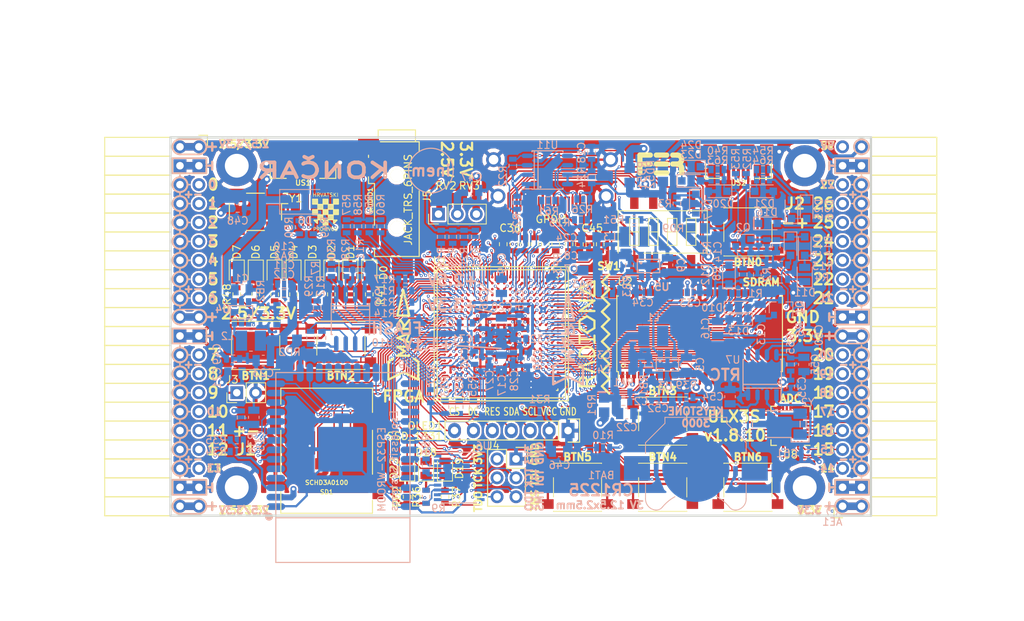
<source format=kicad_pcb>
(kicad_pcb (version 20171130) (host pcbnew 5.0.0-rc2+dfsg1-2)
  (layers (0 F.Cu signal) (1 In1.Cu signal) (2 In2.Cu signal) (31 B.Cu signal) (34 B.Paste user) (35 F.Paste user) (36 B.SilkS user) (37 F.SilkS user) (38 B.Mask user) (39 F.Mask user) (44 Edge.Cuts user))
  (net 0 "")
  (net 1 GND)
  (net 2 +5V)
  (net 3 /gpio/IN5V)
  (net 4 /gpio/OUT5V)
  (net 5 +3V3)
  (net 6 BTN_D)
  (net 7 BTN_F1)
  (net 8 BTN_F2)
  (net 9 BTN_L)
  (net 10 BTN_R)
  (net 11 BTN_U)
  (net 12 /power/FB1)
  (net 13 +2V5)
  (net 14 /power/PWREN)
  (net 15 /power/FB3)
  (net 16 /power/FB2)
  (net 17 /power/VBAT)
  (net 18 JTAG_TDI)
  (net 19 JTAG_TCK)
  (net 20 JTAG_TMS)
  (net 21 JTAG_TDO)
  (net 22 /power/WAKEUPn)
  (net 23 /power/WKUP)
  (net 24 /power/SHUT)
  (net 25 /power/WAKE)
  (net 26 /power/HOLD)
  (net 27 /power/WKn)
  (net 28 /power/OSCI_32k)
  (net 29 /power/OSCO_32k)
  (net 30 SHUTDOWN)
  (net 31 /analog/AUDIO_L)
  (net 32 /analog/AUDIO_R)
  (net 33 GPDI_SDA)
  (net 34 GPDI_SCL)
  (net 35 /gpdi/VREF2)
  (net 36 SD_CMD)
  (net 37 SD_CLK)
  (net 38 SD_D0)
  (net 39 SD_D1)
  (net 40 USB5V)
  (net 41 GPDI_CEC)
  (net 42 nRESET)
  (net 43 FTDI_nDTR)
  (net 44 SDRAM_CKE)
  (net 45 SDRAM_A7)
  (net 46 SDRAM_D15)
  (net 47 SDRAM_BA1)
  (net 48 SDRAM_D7)
  (net 49 SDRAM_A6)
  (net 50 SDRAM_CLK)
  (net 51 SDRAM_D13)
  (net 52 SDRAM_BA0)
  (net 53 SDRAM_D6)
  (net 54 SDRAM_A5)
  (net 55 SDRAM_D14)
  (net 56 SDRAM_A11)
  (net 57 SDRAM_D12)
  (net 58 SDRAM_D5)
  (net 59 SDRAM_A4)
  (net 60 SDRAM_A10)
  (net 61 SDRAM_D11)
  (net 62 SDRAM_A3)
  (net 63 SDRAM_D4)
  (net 64 SDRAM_D10)
  (net 65 SDRAM_D9)
  (net 66 SDRAM_A9)
  (net 67 SDRAM_D3)
  (net 68 SDRAM_D8)
  (net 69 SDRAM_A8)
  (net 70 SDRAM_A2)
  (net 71 SDRAM_A1)
  (net 72 SDRAM_A0)
  (net 73 SDRAM_D2)
  (net 74 SDRAM_D1)
  (net 75 SDRAM_D0)
  (net 76 SDRAM_DQM0)
  (net 77 SDRAM_nCS)
  (net 78 SDRAM_nRAS)
  (net 79 SDRAM_DQM1)
  (net 80 SDRAM_nCAS)
  (net 81 SDRAM_nWE)
  (net 82 /flash/FLASH_nWP)
  (net 83 /flash/FLASH_nHOLD)
  (net 84 /flash/FLASH_MOSI)
  (net 85 /flash/FLASH_MISO)
  (net 86 /flash/FLASH_SCK)
  (net 87 /flash/FLASH_nCS)
  (net 88 /flash/FPGA_PROGRAMN)
  (net 89 /flash/FPGA_DONE)
  (net 90 /flash/FPGA_INITN)
  (net 91 OLED_RES)
  (net 92 OLED_DC)
  (net 93 OLED_CS)
  (net 94 WIFI_EN)
  (net 95 FTDI_nRTS)
  (net 96 FTDI_TXD)
  (net 97 FTDI_RXD)
  (net 98 WIFI_RXD)
  (net 99 WIFI_GPIO0)
  (net 100 WIFI_TXD)
  (net 101 USB_FTDI_D+)
  (net 102 USB_FTDI_D-)
  (net 103 SD_D3)
  (net 104 AUDIO_L3)
  (net 105 AUDIO_L2)
  (net 106 AUDIO_L1)
  (net 107 AUDIO_L0)
  (net 108 AUDIO_R3)
  (net 109 AUDIO_R2)
  (net 110 AUDIO_R1)
  (net 111 AUDIO_R0)
  (net 112 OLED_CLK)
  (net 113 OLED_MOSI)
  (net 114 LED0)
  (net 115 LED1)
  (net 116 LED2)
  (net 117 LED3)
  (net 118 LED4)
  (net 119 LED5)
  (net 120 LED6)
  (net 121 LED7)
  (net 122 BTN_PWRn)
  (net 123 FTDI_nTXLED)
  (net 124 FTDI_nSLEEP)
  (net 125 /blinkey/LED_PWREN)
  (net 126 /blinkey/LED_TXLED)
  (net 127 /sdcard/SD3V3)
  (net 128 SD_D2)
  (net 129 CLK_25MHz)
  (net 130 /blinkey/BTNPUL)
  (net 131 /blinkey/BTNPUR)
  (net 132 USB_FPGA_D+)
  (net 133 /power/FTDI_nSUSPEND)
  (net 134 /blinkey/ALED0)
  (net 135 /blinkey/ALED1)
  (net 136 /blinkey/ALED2)
  (net 137 /blinkey/ALED3)
  (net 138 /blinkey/ALED4)
  (net 139 /blinkey/ALED5)
  (net 140 /blinkey/ALED6)
  (net 141 /blinkey/ALED7)
  (net 142 /usb/FTD-)
  (net 143 /usb/FTD+)
  (net 144 ADC_MISO)
  (net 145 ADC_MOSI)
  (net 146 ADC_CSn)
  (net 147 ADC_SCLK)
  (net 148 SW3)
  (net 149 SW2)
  (net 150 SW1)
  (net 151 USB_FPGA_D-)
  (net 152 /usb/FPD+)
  (net 153 /usb/FPD-)
  (net 154 WIFI_GPIO16)
  (net 155 /usb/ANT_433MHz)
  (net 156 /power/PWRBTn)
  (net 157 PROG_DONE)
  (net 158 /power/P3V3)
  (net 159 /power/P2V5)
  (net 160 /power/L1)
  (net 161 /power/L3)
  (net 162 /power/L2)
  (net 163 FTDI_TXDEN)
  (net 164 SDRAM_A12)
  (net 165 /analog/AUDIO_V)
  (net 166 AUDIO_V3)
  (net 167 AUDIO_V2)
  (net 168 AUDIO_V1)
  (net 169 AUDIO_V0)
  (net 170 /blinkey/LED_WIFI)
  (net 171 /power/P1V1)
  (net 172 +1V1)
  (net 173 SW4)
  (net 174 /blinkey/SWPU)
  (net 175 /wifi/WIFIEN)
  (net 176 FT2V5)
  (net 177 GN0)
  (net 178 GP0)
  (net 179 GN1)
  (net 180 GP1)
  (net 181 GN2)
  (net 182 GP2)
  (net 183 GN3)
  (net 184 GP3)
  (net 185 GN4)
  (net 186 GP4)
  (net 187 GN5)
  (net 188 GP5)
  (net 189 GN6)
  (net 190 GP6)
  (net 191 GN14)
  (net 192 GP14)
  (net 193 GN15)
  (net 194 GP15)
  (net 195 GN16)
  (net 196 GP16)
  (net 197 GN17)
  (net 198 GP17)
  (net 199 GN18)
  (net 200 GP18)
  (net 201 GN19)
  (net 202 GP19)
  (net 203 GN20)
  (net 204 GP20)
  (net 205 GN21)
  (net 206 GP21)
  (net 207 GN22)
  (net 208 GP22)
  (net 209 GN23)
  (net 210 GP23)
  (net 211 GN24)
  (net 212 GP24)
  (net 213 GN25)
  (net 214 GP25)
  (net 215 GN26)
  (net 216 GP26)
  (net 217 GN27)
  (net 218 GP27)
  (net 219 GN7)
  (net 220 GP7)
  (net 221 GN8)
  (net 222 GP8)
  (net 223 GN9)
  (net 224 GP9)
  (net 225 GN10)
  (net 226 GP10)
  (net 227 GN11)
  (net 228 GP11)
  (net 229 GN12)
  (net 230 GP12)
  (net 231 GN13)
  (net 232 GP13)
  (net 233 WIFI_GPIO5)
  (net 234 WIFI_GPIO17)
  (net 235 USB_FPGA_PULL_D+)
  (net 236 USB_FPGA_PULL_D-)
  (net 237 "Net-(D23-Pad2)")
  (net 238 "Net-(D24-Pad1)")
  (net 239 "Net-(D25-Pad2)")
  (net 240 "Net-(D26-Pad1)")
  (net 241 /gpdi/GPDI_ETH+)
  (net 242 FPDI_ETH+)
  (net 243 /gpdi/GPDI_ETH-)
  (net 244 FPDI_ETH-)
  (net 245 /gpdi/GPDI_D2-)
  (net 246 FPDI_D2-)
  (net 247 /gpdi/GPDI_D1-)
  (net 248 FPDI_D1-)
  (net 249 /gpdi/GPDI_D0-)
  (net 250 FPDI_D0-)
  (net 251 /gpdi/GPDI_CLK-)
  (net 252 FPDI_CLK-)
  (net 253 /gpdi/GPDI_D2+)
  (net 254 FPDI_D2+)
  (net 255 /gpdi/GPDI_D1+)
  (net 256 FPDI_D1+)
  (net 257 /gpdi/GPDI_D0+)
  (net 258 FPDI_D0+)
  (net 259 /gpdi/GPDI_CLK+)
  (net 260 FPDI_CLK+)
  (net 261 FPDI_SDA)
  (net 262 FPDI_SCL)
  (net 263 /gpdi/FPDI_CEC)
  (net 264 2V5_3V3)
  (net 265 "Net-(AUDIO1-Pad5)")
  (net 266 "Net-(AUDIO1-Pad6)")
  (net 267 "Net-(U1-PadA15)")
  (net 268 "Net-(U1-PadC9)")
  (net 269 "Net-(U1-PadD9)")
  (net 270 "Net-(U1-PadD10)")
  (net 271 "Net-(U1-PadD11)")
  (net 272 "Net-(U1-PadD12)")
  (net 273 "Net-(U1-PadE6)")
  (net 274 "Net-(U1-PadE9)")
  (net 275 "Net-(U1-PadE10)")
  (net 276 "Net-(U1-PadE11)")
  (net 277 "Net-(U1-PadJ4)")
  (net 278 "Net-(U1-PadJ5)")
  (net 279 "Net-(U1-PadK5)")
  (net 280 "Net-(U1-PadL5)")
  (net 281 "Net-(U1-PadM4)")
  (net 282 "Net-(U1-PadM5)")
  (net 283 SD_CD)
  (net 284 SD_WP)
  (net 285 "Net-(U1-PadR3)")
  (net 286 "Net-(U1-PadT16)")
  (net 287 "Net-(U1-PadW4)")
  (net 288 "Net-(U1-PadW5)")
  (net 289 "Net-(U1-PadW8)")
  (net 290 "Net-(U1-PadW9)")
  (net 291 "Net-(U1-PadW13)")
  (net 292 "Net-(U1-PadW14)")
  (net 293 "Net-(U1-PadW17)")
  (net 294 "Net-(U1-PadW18)")
  (net 295 FTDI_nRXLED)
  (net 296 "Net-(U8-Pad12)")
  (net 297 "Net-(U8-Pad25)")
  (net 298 "Net-(U9-Pad32)")
  (net 299 "Net-(U9-Pad22)")
  (net 300 "Net-(U9-Pad21)")
  (net 301 "Net-(U9-Pad20)")
  (net 302 "Net-(U9-Pad19)")
  (net 303 "Net-(U9-Pad18)")
  (net 304 "Net-(U9-Pad17)")
  (net 305 "Net-(U9-Pad12)")
  (net 306 "Net-(U9-Pad5)")
  (net 307 "Net-(U9-Pad4)")
  (net 308 "Net-(US1-Pad4)")
  (net 309 "Net-(US2-Pad4)")
  (net 310 "Net-(Y2-Pad3)")
  (net 311 "Net-(Y2-Pad2)")
  (net 312 "Net-(U1-PadK16)")
  (net 313 "Net-(U1-PadK17)")
  (net 314 /usb/US2VBUS)
  (net 315 /power/SHD)
  (net 316 /power/RTCVDD)
  (module SOA008-150mil:SOA008-150-208mil (layer B.Cu) (at 118.245 85.822 270)
    (fp_text reference U10 (at 3.175 -4.318) (layer B.SilkS) (effects (justify mirror)))
    (fp_text value IS25LP128F-JBLE)
    (pad 1 smd rect (at -3.302 1.905 270) (size 2.1 0.6) (layers B.Cu B.Paste B.Mask) (net 87 /flash/FLASH_nCS))
    (pad 2 smd oval (at -3.302 0.635 270) (size 2.1 0.6) (layers B.Cu B.Paste B.Mask) (net 85 /flash/FLASH_MISO))
    (pad 3 smd oval (at -3.302 -0.635 270) (size 2.1 0.6) (layers B.Cu B.Paste B.Mask) (net 82 /flash/FLASH_nWP))
    (pad 4 smd oval (at -3.302 -1.905 270) (size 2.1 0.6) (layers B.Cu B.Paste B.Mask) (net 1 GND))
    (pad 5 smd oval (at 3.302 -1.905 270) (size 2.1 0.6) (layers B.Cu B.Paste B.Mask) (net 84 /flash/FLASH_MOSI))
    (pad 6 smd oval (at 3.302 -0.635 270) (size 2.1 0.6) (layers B.Cu B.Paste B.Mask) (net 86 /flash/FLASH_SCK))
    (pad 7 smd oval (at 3.302 0.635 270) (size 2.1 0.6) (layers B.Cu B.Paste B.Mask) (net 83 /flash/FLASH_nHOLD))
    (pad 8 smd oval (at 3.302 1.905 270) (size 2.1 0.6) (layers B.Cu B.Paste B.Mask) (net 5 +3V3))
  )
  (module inem:inem (layer B.Cu) (at 129.04 65.883)
    (fp_text reference REF** hide)
    (fp_text value inem hide)
    (fp_text user inem (at 0 0) (layer B.SilkS) (effects (font (size 1.5 1.5) (thickness 0.3)) (justify mirror)))
  )
  (module Socket_Strips:Socket_Strip_Angled_2x20 (layer F.Cu) (at 97.91 62.69 270)
    (fp_text reference J1 (at 40.64 -6.35) (layer F.SilkS) (effects (font (size 1.5 1.5) (thickness 0.3))))
    (fp_text value CONN_02X20 hide)
    (pad 1 thru_hole oval (at 0 0 270) (size 1.7272 1.7272) (drill 1.016) (layers *.Cu *.Mask) (net 264 2V5_3V3))
    (pad 2 thru_hole oval (at 0 2.54 270) (size 1.7272 1.7272) (drill 1.016) (layers *.Cu *.Mask) (net 264 2V5_3V3))
    (pad 3 thru_hole rect (at 2.54 0 270) (size 1.7272 1.7272) (drill 1.016) (layers *.Cu *.Mask) (net 1 GND))
    (pad 4 thru_hole rect (at 2.54 2.54 270) (size 1.7272 1.7272) (drill 1.016) (layers *.Cu *.Mask) (net 1 GND))
    (pad 5 thru_hole oval (at 5.08 0 270) (size 1.7272 1.7272) (drill 1.016) (layers *.Cu *.Mask) (net 177 GN0))
    (pad 6 thru_hole oval (at 5.08 2.54 270) (size 1.7272 1.7272) (drill 1.016) (layers *.Cu *.Mask) (net 178 GP0))
    (pad 7 thru_hole oval (at 7.62 0 270) (size 1.7272 1.7272) (drill 1.016) (layers *.Cu *.Mask) (net 179 GN1))
    (pad 8 thru_hole oval (at 7.62 2.54 270) (size 1.7272 1.7272) (drill 1.016) (layers *.Cu *.Mask) (net 180 GP1))
    (pad 9 thru_hole oval (at 10.16 0 270) (size 1.7272 1.7272) (drill 1.016) (layers *.Cu *.Mask) (net 181 GN2))
    (pad 10 thru_hole oval (at 10.16 2.54 270) (size 1.7272 1.7272) (drill 1.016) (layers *.Cu *.Mask) (net 182 GP2))
    (pad 11 thru_hole oval (at 12.7 0 270) (size 1.7272 1.7272) (drill 1.016) (layers *.Cu *.Mask) (net 183 GN3))
    (pad 12 thru_hole oval (at 12.7 2.54 270) (size 1.7272 1.7272) (drill 1.016) (layers *.Cu *.Mask) (net 184 GP3))
    (pad 13 thru_hole oval (at 15.24 0 270) (size 1.7272 1.7272) (drill 1.016) (layers *.Cu *.Mask) (net 185 GN4))
    (pad 14 thru_hole oval (at 15.24 2.54 270) (size 1.7272 1.7272) (drill 1.016) (layers *.Cu *.Mask) (net 186 GP4))
    (pad 15 thru_hole oval (at 17.78 0 270) (size 1.7272 1.7272) (drill 1.016) (layers *.Cu *.Mask) (net 187 GN5))
    (pad 16 thru_hole oval (at 17.78 2.54 270) (size 1.7272 1.7272) (drill 1.016) (layers *.Cu *.Mask) (net 188 GP5))
    (pad 17 thru_hole oval (at 20.32 0 270) (size 1.7272 1.7272) (drill 1.016) (layers *.Cu *.Mask) (net 189 GN6))
    (pad 18 thru_hole oval (at 20.32 2.54 270) (size 1.7272 1.7272) (drill 1.016) (layers *.Cu *.Mask) (net 190 GP6))
    (pad 19 thru_hole oval (at 22.86 0 270) (size 1.7272 1.7272) (drill 1.016) (layers *.Cu *.Mask) (net 264 2V5_3V3))
    (pad 20 thru_hole oval (at 22.86 2.54 270) (size 1.7272 1.7272) (drill 1.016) (layers *.Cu *.Mask) (net 264 2V5_3V3))
    (pad 21 thru_hole rect (at 25.4 0 270) (size 1.7272 1.7272) (drill 1.016) (layers *.Cu *.Mask) (net 1 GND))
    (pad 22 thru_hole rect (at 25.4 2.54 270) (size 1.7272 1.7272) (drill 1.016) (layers *.Cu *.Mask) (net 1 GND))
    (pad 23 thru_hole oval (at 27.94 0 270) (size 1.7272 1.7272) (drill 1.016) (layers *.Cu *.Mask) (net 219 GN7))
    (pad 24 thru_hole oval (at 27.94 2.54 270) (size 1.7272 1.7272) (drill 1.016) (layers *.Cu *.Mask) (net 220 GP7))
    (pad 25 thru_hole oval (at 30.48 0 270) (size 1.7272 1.7272) (drill 1.016) (layers *.Cu *.Mask) (net 221 GN8))
    (pad 26 thru_hole oval (at 30.48 2.54 270) (size 1.7272 1.7272) (drill 1.016) (layers *.Cu *.Mask) (net 222 GP8))
    (pad 27 thru_hole oval (at 33.02 0 270) (size 1.7272 1.7272) (drill 1.016) (layers *.Cu *.Mask) (net 223 GN9))
    (pad 28 thru_hole oval (at 33.02 2.54 270) (size 1.7272 1.7272) (drill 1.016) (layers *.Cu *.Mask) (net 224 GP9))
    (pad 29 thru_hole oval (at 35.56 0 270) (size 1.7272 1.7272) (drill 1.016) (layers *.Cu *.Mask) (net 225 GN10))
    (pad 30 thru_hole oval (at 35.56 2.54 270) (size 1.7272 1.7272) (drill 1.016) (layers *.Cu *.Mask) (net 226 GP10))
    (pad 31 thru_hole oval (at 38.1 0 270) (size 1.7272 1.7272) (drill 1.016) (layers *.Cu *.Mask) (net 227 GN11))
    (pad 32 thru_hole oval (at 38.1 2.54 270) (size 1.7272 1.7272) (drill 1.016) (layers *.Cu *.Mask) (net 228 GP11))
    (pad 33 thru_hole oval (at 40.64 0 270) (size 1.7272 1.7272) (drill 1.016) (layers *.Cu *.Mask) (net 229 GN12))
    (pad 34 thru_hole oval (at 40.64 2.54 270) (size 1.7272 1.7272) (drill 1.016) (layers *.Cu *.Mask) (net 230 GP12))
    (pad 35 thru_hole oval (at 43.18 0 270) (size 1.7272 1.7272) (drill 1.016) (layers *.Cu *.Mask) (net 231 GN13))
    (pad 36 thru_hole oval (at 43.18 2.54 270) (size 1.7272 1.7272) (drill 1.016) (layers *.Cu *.Mask) (net 232 GP13))
    (pad 37 thru_hole rect (at 45.72 0 270) (size 1.7272 1.7272) (drill 1.016) (layers *.Cu *.Mask) (net 1 GND))
    (pad 38 thru_hole rect (at 45.72 2.54 270) (size 1.7272 1.7272) (drill 1.016) (layers *.Cu *.Mask) (net 1 GND))
    (pad 39 thru_hole oval (at 48.26 0 270) (size 1.7272 1.7272) (drill 1.016) (layers *.Cu *.Mask) (net 264 2V5_3V3))
    (pad 40 thru_hole oval (at 48.26 2.54 270) (size 1.7272 1.7272) (drill 1.016) (layers *.Cu *.Mask) (net 264 2V5_3V3))
  )
  (module TSOT-25:TSOT-25 (layer B.Cu) (at 160.775 91.9)
    (fp_text reference U3 (at -0.295 2.9) (layer B.SilkS) (effects (font (thickness 0.2)) (justify mirror)))
    (fp_text value TLV62569DBV)
    (pad 1 smd rect (at -0.95 -1.3) (size 0.7 1.2) (layers B.Cu B.Paste B.Mask) (net 14 /power/PWREN))
    (pad 2 smd rect (at 0 -1.3) (size 0.7 1.2) (layers B.Cu B.Paste B.Mask) (net 1 GND))
    (pad 3 smd rect (at 0.95 -1.3) (size 0.7 1.2) (layers B.Cu B.Paste B.Mask) (net 160 /power/L1))
    (pad 4 smd rect (at 0.95 1.3) (size 0.7 1.2) (layers B.Cu B.Paste B.Mask) (net 2 +5V))
    (pad 5 smd rect (at -0.95 1.3) (size 0.7 1.2) (layers B.Cu B.Paste B.Mask) (net 12 /power/FB1))
  )
  (module TSOT-25:TSOT-25 (layer B.Cu) (at 103.625 84.915 180)
    (fp_text reference U4 (at 2.525 0.4265 180) (layer B.SilkS) (effects (font (thickness 0.2)) (justify mirror)))
    (fp_text value TLV62569DBV)
    (pad 1 smd rect (at -0.95 -1.3 180) (size 0.7 1.2) (layers B.Cu B.Paste B.Mask) (net 14 /power/PWREN))
    (pad 2 smd rect (at 0 -1.3 180) (size 0.7 1.2) (layers B.Cu B.Paste B.Mask) (net 1 GND))
    (pad 3 smd rect (at 0.95 -1.3 180) (size 0.7 1.2) (layers B.Cu B.Paste B.Mask) (net 162 /power/L2))
    (pad 4 smd rect (at 0.95 1.3 180) (size 0.7 1.2) (layers B.Cu B.Paste B.Mask) (net 2 +5V))
    (pad 5 smd rect (at -0.95 1.3 180) (size 0.7 1.2) (layers B.Cu B.Paste B.Mask) (net 16 /power/FB2))
  )
  (module TSOT-25:TSOT-25 (layer B.Cu) (at 158.235 78.692)
    (fp_text reference U5 (at 1.793 2.812) (layer B.SilkS) (effects (font (thickness 0.2)) (justify mirror)))
    (fp_text value TLV62569DBV)
    (pad 1 smd rect (at -0.95 -1.3) (size 0.7 1.2) (layers B.Cu B.Paste B.Mask) (net 14 /power/PWREN))
    (pad 2 smd rect (at 0 -1.3) (size 0.7 1.2) (layers B.Cu B.Paste B.Mask) (net 1 GND))
    (pad 3 smd rect (at 0.95 -1.3) (size 0.7 1.2) (layers B.Cu B.Paste B.Mask) (net 161 /power/L3))
    (pad 4 smd rect (at 0.95 1.3) (size 0.7 1.2) (layers B.Cu B.Paste B.Mask) (net 2 +5V))
    (pad 5 smd rect (at -0.95 1.3) (size 0.7 1.2) (layers B.Cu B.Paste B.Mask) (net 15 /power/FB3))
  )
  (module Socket_Strips:Socket_Strip_Angled_2x20 (layer F.Cu) (at 184.27 110.95 90)
    (fp_text reference J2 (at 40.64 -6.35 180) (layer F.SilkS) (effects (font (size 1.5 1.5) (thickness 0.3))))
    (fp_text value CONN_02X20 hide)
    (pad 1 thru_hole oval (at 0 0 90) (size 1.7272 1.7272) (drill 1.016) (layers *.Cu *.Mask) (net 5 +3V3))
    (pad 2 thru_hole oval (at 0 2.54 90) (size 1.7272 1.7272) (drill 1.016) (layers *.Cu *.Mask) (net 5 +3V3))
    (pad 3 thru_hole rect (at 2.54 0 90) (size 1.7272 1.7272) (drill 1.016) (layers *.Cu *.Mask) (net 1 GND))
    (pad 4 thru_hole rect (at 2.54 2.54 90) (size 1.7272 1.7272) (drill 1.016) (layers *.Cu *.Mask) (net 1 GND))
    (pad 5 thru_hole oval (at 5.08 0 90) (size 1.7272 1.7272) (drill 1.016) (layers *.Cu *.Mask) (net 191 GN14))
    (pad 6 thru_hole oval (at 5.08 2.54 90) (size 1.7272 1.7272) (drill 1.016) (layers *.Cu *.Mask) (net 192 GP14))
    (pad 7 thru_hole oval (at 7.62 0 90) (size 1.7272 1.7272) (drill 1.016) (layers *.Cu *.Mask) (net 193 GN15))
    (pad 8 thru_hole oval (at 7.62 2.54 90) (size 1.7272 1.7272) (drill 1.016) (layers *.Cu *.Mask) (net 194 GP15))
    (pad 9 thru_hole oval (at 10.16 0 90) (size 1.7272 1.7272) (drill 1.016) (layers *.Cu *.Mask) (net 195 GN16))
    (pad 10 thru_hole oval (at 10.16 2.54 90) (size 1.7272 1.7272) (drill 1.016) (layers *.Cu *.Mask) (net 196 GP16))
    (pad 11 thru_hole oval (at 12.7 0 90) (size 1.7272 1.7272) (drill 1.016) (layers *.Cu *.Mask) (net 197 GN17))
    (pad 12 thru_hole oval (at 12.7 2.54 90) (size 1.7272 1.7272) (drill 1.016) (layers *.Cu *.Mask) (net 198 GP17))
    (pad 13 thru_hole oval (at 15.24 0 90) (size 1.7272 1.7272) (drill 1.016) (layers *.Cu *.Mask) (net 199 GN18))
    (pad 14 thru_hole oval (at 15.24 2.54 90) (size 1.7272 1.7272) (drill 1.016) (layers *.Cu *.Mask) (net 200 GP18))
    (pad 15 thru_hole oval (at 17.78 0 90) (size 1.7272 1.7272) (drill 1.016) (layers *.Cu *.Mask) (net 201 GN19))
    (pad 16 thru_hole oval (at 17.78 2.54 90) (size 1.7272 1.7272) (drill 1.016) (layers *.Cu *.Mask) (net 202 GP19))
    (pad 17 thru_hole oval (at 20.32 0 90) (size 1.7272 1.7272) (drill 1.016) (layers *.Cu *.Mask) (net 203 GN20))
    (pad 18 thru_hole oval (at 20.32 2.54 90) (size 1.7272 1.7272) (drill 1.016) (layers *.Cu *.Mask) (net 204 GP20))
    (pad 19 thru_hole oval (at 22.86 0 90) (size 1.7272 1.7272) (drill 1.016) (layers *.Cu *.Mask) (net 5 +3V3))
    (pad 20 thru_hole oval (at 22.86 2.54 90) (size 1.7272 1.7272) (drill 1.016) (layers *.Cu *.Mask) (net 5 +3V3))
    (pad 21 thru_hole rect (at 25.4 0 90) (size 1.7272 1.7272) (drill 1.016) (layers *.Cu *.Mask) (net 1 GND))
    (pad 22 thru_hole rect (at 25.4 2.54 90) (size 1.7272 1.7272) (drill 1.016) (layers *.Cu *.Mask) (net 1 GND))
    (pad 23 thru_hole oval (at 27.94 0 90) (size 1.7272 1.7272) (drill 1.016) (layers *.Cu *.Mask) (net 205 GN21))
    (pad 24 thru_hole oval (at 27.94 2.54 90) (size 1.7272 1.7272) (drill 1.016) (layers *.Cu *.Mask) (net 206 GP21))
    (pad 25 thru_hole oval (at 30.48 0 90) (size 1.7272 1.7272) (drill 1.016) (layers *.Cu *.Mask) (net 207 GN22))
    (pad 26 thru_hole oval (at 30.48 2.54 90) (size 1.7272 1.7272) (drill 1.016) (layers *.Cu *.Mask) (net 208 GP22))
    (pad 27 thru_hole oval (at 33.02 0 90) (size 1.7272 1.7272) (drill 1.016) (layers *.Cu *.Mask) (net 209 GN23))
    (pad 28 thru_hole oval (at 33.02 2.54 90) (size 1.7272 1.7272) (drill 1.016) (layers *.Cu *.Mask) (net 210 GP23))
    (pad 29 thru_hole oval (at 35.56 0 90) (size 1.7272 1.7272) (drill 1.016) (layers *.Cu *.Mask) (net 211 GN24))
    (pad 30 thru_hole oval (at 35.56 2.54 90) (size 1.7272 1.7272) (drill 1.016) (layers *.Cu *.Mask) (net 212 GP24))
    (pad 31 thru_hole oval (at 38.1 0 90) (size 1.7272 1.7272) (drill 1.016) (layers *.Cu *.Mask) (net 213 GN25))
    (pad 32 thru_hole oval (at 38.1 2.54 90) (size 1.7272 1.7272) (drill 1.016) (layers *.Cu *.Mask) (net 214 GP25))
    (pad 33 thru_hole oval (at 40.64 0 90) (size 1.7272 1.7272) (drill 1.016) (layers *.Cu *.Mask) (net 215 GN26))
    (pad 34 thru_hole oval (at 40.64 2.54 90) (size 1.7272 1.7272) (drill 1.016) (layers *.Cu *.Mask) (net 216 GP26))
    (pad 35 thru_hole oval (at 43.18 0 90) (size 1.7272 1.7272) (drill 1.016) (layers *.Cu *.Mask) (net 217 GN27))
    (pad 36 thru_hole oval (at 43.18 2.54 90) (size 1.7272 1.7272) (drill 1.016) (layers *.Cu *.Mask) (net 218 GP27))
    (pad 37 thru_hole rect (at 45.72 0 90) (size 1.7272 1.7272) (drill 1.016) (layers *.Cu *.Mask) (net 1 GND))
    (pad 38 thru_hole rect (at 45.72 2.54 90) (size 1.7272 1.7272) (drill 1.016) (layers *.Cu *.Mask) (net 1 GND))
    (pad 39 thru_hole oval (at 48.26 0 90) (size 1.7272 1.7272) (drill 1.016) (layers *.Cu *.Mask) (net 3 /gpio/IN5V))
    (pad 40 thru_hole oval (at 48.26 2.54 90) (size 1.7272 1.7272) (drill 1.016) (layers *.Cu *.Mask) (net 4 /gpio/OUT5V))
  )
  (module Mounting_Holes:MountingHole_3.2mm_M3_ISO14580_Pad (layer F.Cu) (at 102.99 108.41)
    (fp_text reference H1 hide)
    (fp_text value HOLE hide)
    (pad 1 thru_hole circle (at 0 0) (size 5.5 5.5) (drill 3.2) (layers *.Cu *.Mask) (net 1 GND))
  )
  (module Mounting_Holes:MountingHole_3.2mm_M3_ISO14580_Pad (layer F.Cu) (at 179.19 108.41)
    (fp_text reference H2 hide)
    (fp_text value HOLE hide)
    (pad 1 thru_hole circle (at 0 0) (size 5.5 5.5) (drill 3.2) (layers *.Cu *.Mask) (net 1 GND))
  )
  (module Mounting_Holes:MountingHole_3.2mm_M3_ISO14580_Pad (layer F.Cu) (at 179.19 65.23)
    (fp_text reference H3 hide)
    (fp_text value HOLE hide)
    (pad 1 thru_hole circle (at 0 0) (size 5.5 5.5) (drill 3.2) (layers *.Cu *.Mask) (net 1 GND))
  )
  (module Mounting_Holes:MountingHole_3.2mm_M3_ISO14580_Pad (layer F.Cu) (at 102.99 65.23)
    (fp_text reference H4 hide)
    (fp_text value HOLE hide)
    (pad 1 thru_hole circle (at 0 0) (size 5.5 5.5) (drill 3.2) (layers *.Cu *.Mask) (net 1 GND))
  )
  (module Housings_SSOP:SSOP-20_4.4x6.5mm_Pitch0.65mm (layer B.Cu) (at 132.835 107.14 180)
    (fp_text reference U6 (at -3.175 4.318 180) (layer B.SilkS) (effects (justify mirror)))
    (fp_text value FT231XS)
    (pad 1 smd rect (at -2.9 2.925 180) (size 1 0.4) (layers B.Cu B.Paste B.Mask) (net 43 FTDI_nDTR))
    (pad 2 smd rect (at -2.9 2.275 180) (size 1 0.4) (layers B.Cu B.Paste B.Mask) (net 95 FTDI_nRTS))
    (pad 3 smd rect (at -2.9 1.625 180) (size 1 0.4) (layers B.Cu B.Paste B.Mask) (net 176 FT2V5))
    (pad 4 smd rect (at -2.9 0.975 180) (size 1 0.4) (layers B.Cu B.Paste B.Mask) (net 97 FTDI_RXD))
    (pad 5 smd rect (at -2.9 0.325 180) (size 1 0.4) (layers B.Cu B.Paste B.Mask) (net 18 JTAG_TDI))
    (pad 6 smd rect (at -2.9 -0.325 180) (size 1 0.4) (layers B.Cu B.Paste B.Mask) (net 1 GND))
    (pad 7 smd rect (at -2.9 -0.975 180) (size 1 0.4) (layers B.Cu B.Paste B.Mask) (net 19 JTAG_TCK))
    (pad 8 smd rect (at -2.9 -1.625 180) (size 1 0.4) (layers B.Cu B.Paste B.Mask) (net 20 JTAG_TMS))
    (pad 9 smd rect (at -2.9 -2.275 180) (size 1 0.4) (layers B.Cu B.Paste B.Mask) (net 21 JTAG_TDO))
    (pad 10 smd rect (at -2.9 -2.925 180) (size 1 0.4) (layers B.Cu B.Paste B.Mask) (net 123 FTDI_nTXLED))
    (pad 11 smd rect (at 2.9 -2.925 180) (size 1 0.4) (layers B.Cu B.Paste B.Mask) (net 101 USB_FTDI_D+))
    (pad 12 smd rect (at 2.9 -2.275 180) (size 1 0.4) (layers B.Cu B.Paste B.Mask) (net 102 USB_FTDI_D-))
    (pad 13 smd rect (at 2.9 -1.625 180) (size 1 0.4) (layers B.Cu B.Paste B.Mask) (net 176 FT2V5))
    (pad 14 smd rect (at 2.9 -0.975 180) (size 1 0.4) (layers B.Cu B.Paste B.Mask) (net 42 nRESET))
    (pad 15 smd rect (at 2.9 -0.325 180) (size 1 0.4) (layers B.Cu B.Paste B.Mask) (net 40 USB5V))
    (pad 16 smd rect (at 2.9 0.325 180) (size 1 0.4) (layers B.Cu B.Paste B.Mask) (net 1 GND))
    (pad 17 smd rect (at 2.9 0.975 180) (size 1 0.4) (layers B.Cu B.Paste B.Mask) (net 295 FTDI_nRXLED))
    (pad 18 smd rect (at 2.9 1.625 180) (size 1 0.4) (layers B.Cu B.Paste B.Mask) (net 163 FTDI_TXDEN))
    (pad 19 smd rect (at 2.9 2.275 180) (size 1 0.4) (layers B.Cu B.Paste B.Mask) (net 124 FTDI_nSLEEP))
    (pad 20 smd rect (at 2.9 2.925 180) (size 1 0.4) (layers B.Cu B.Paste B.Mask) (net 96 FTDI_TXD))
  )
  (module Socket_Strips:Socket_Strip_Straight_2x03 (layer F.Cu) (at 140.455 104.6 270)
    (fp_text reference J4 (at -1.778 3.048) (layer F.SilkS))
    (fp_text value CONN_02X03 hide)
    (pad 1 thru_hole rect (at 0 0 270) (size 1.7272 1.7272) (drill 1.016) (layers *.Cu *.Mask) (net 1 GND))
    (pad 2 thru_hole oval (at 0 2.54 270) (size 1.7272 1.7272) (drill 1.016) (layers *.Cu *.Mask) (net 5 +3V3))
    (pad 3 thru_hole oval (at 2.54 0 270) (size 1.7272 1.7272) (drill 1.016) (layers *.Cu *.Mask) (net 18 JTAG_TDI))
    (pad 4 thru_hole oval (at 2.54 2.54 270) (size 1.7272 1.7272) (drill 1.016) (layers *.Cu *.Mask) (net 19 JTAG_TCK))
    (pad 5 thru_hole oval (at 5.08 0 270) (size 1.7272 1.7272) (drill 1.016) (layers *.Cu *.Mask) (net 20 JTAG_TMS))
    (pad 6 thru_hole oval (at 5.08 2.54 270) (size 1.7272 1.7272) (drill 1.016) (layers *.Cu *.Mask) (net 21 JTAG_TDO))
  )
  (module Housings_DFN_QFN:QFN-28-1EP_5x5mm_Pitch0.5mm (layer F.Cu) (at 177.285 100.155 180)
    (fp_text reference U8 (at 0 -3.875 180) (layer F.SilkS))
    (fp_text value MAX11125)
    (pad 1 smd oval (at -2.45 -1.5 180) (size 0.85 0.3) (layers F.Cu F.Paste F.Mask) (net 194 GP15))
    (pad 2 smd oval (at -2.45 -1 180) (size 0.85 0.3) (layers F.Cu F.Paste F.Mask) (net 195 GN16))
    (pad 3 smd oval (at -2.45 -0.5 180) (size 0.85 0.3) (layers F.Cu F.Paste F.Mask) (net 196 GP16))
    (pad 4 smd oval (at -2.45 0 180) (size 0.85 0.3) (layers F.Cu F.Paste F.Mask) (net 197 GN17))
    (pad 5 smd oval (at -2.45 0.5 180) (size 0.85 0.3) (layers F.Cu F.Paste F.Mask) (net 198 GP17))
    (pad 6 smd oval (at -2.45 1 180) (size 0.85 0.3) (layers F.Cu F.Paste F.Mask) (net 1 GND))
    (pad 7 smd oval (at -2.45 1.5 180) (size 0.85 0.3) (layers F.Cu F.Paste F.Mask) (net 1 GND))
    (pad 8 smd oval (at -1.5 2.45 270) (size 0.85 0.3) (layers F.Cu F.Paste F.Mask) (net 1 GND))
    (pad 9 smd oval (at -1 2.45 270) (size 0.85 0.3) (layers F.Cu F.Paste F.Mask) (net 1 GND))
    (pad 10 smd oval (at -0.5 2.45 270) (size 0.85 0.3) (layers F.Cu F.Paste F.Mask) (net 1 GND))
    (pad 11 smd oval (at 0 2.45 270) (size 0.85 0.3) (layers F.Cu F.Paste F.Mask) (net 1 GND))
    (pad 12 smd oval (at 0.5 2.45 270) (size 0.85 0.3) (layers F.Cu F.Paste F.Mask) (net 296 "Net-(U8-Pad12)"))
    (pad 13 smd oval (at 1 2.45 270) (size 0.85 0.3) (layers F.Cu F.Paste F.Mask) (net 1 GND))
    (pad 14 smd oval (at 1.5 2.45 270) (size 0.85 0.3) (layers F.Cu F.Paste F.Mask) (net 1 GND))
    (pad 15 smd oval (at 2.45 1.5 180) (size 0.85 0.3) (layers F.Cu F.Paste F.Mask) (net 5 +3V3))
    (pad 16 smd oval (at 2.45 1 180) (size 0.85 0.3) (layers F.Cu F.Paste F.Mask) (net 1 GND))
    (pad 17 smd oval (at 2.45 0.5 180) (size 0.85 0.3) (layers F.Cu F.Paste F.Mask) (net 5 +3V3))
    (pad 18 smd oval (at 2.45 0 180) (size 0.85 0.3) (layers F.Cu F.Paste F.Mask) (net 5 +3V3))
    (pad 19 smd oval (at 2.45 -0.5 180) (size 0.85 0.3) (layers F.Cu F.Paste F.Mask) (net 147 ADC_SCLK))
    (pad 20 smd oval (at 2.45 -1 180) (size 0.85 0.3) (layers F.Cu F.Paste F.Mask) (net 146 ADC_CSn))
    (pad 21 smd oval (at 2.45 -1.5 180) (size 0.85 0.3) (layers F.Cu F.Paste F.Mask) (net 145 ADC_MOSI))
    (pad 22 smd oval (at 1.5 -2.45 270) (size 0.85 0.3) (layers F.Cu F.Paste F.Mask) (net 1 GND))
    (pad 23 smd oval (at 1 -2.45 270) (size 0.85 0.3) (layers F.Cu F.Paste F.Mask) (net 5 +3V3))
    (pad 24 smd oval (at 0.5 -2.45 270) (size 0.85 0.3) (layers F.Cu F.Paste F.Mask) (net 144 ADC_MISO))
    (pad 25 smd oval (at 0 -2.45 270) (size 0.85 0.3) (layers F.Cu F.Paste F.Mask) (net 297 "Net-(U8-Pad25)"))
    (pad 26 smd oval (at -0.5 -2.45 270) (size 0.85 0.3) (layers F.Cu F.Paste F.Mask) (net 191 GN14))
    (pad 27 smd oval (at -1 -2.45 270) (size 0.85 0.3) (layers F.Cu F.Paste F.Mask) (net 192 GP14))
    (pad 28 smd oval (at -1.5 -2.45 270) (size 0.85 0.3) (layers F.Cu F.Paste F.Mask) (net 193 GN15))
    (pad 29 smd rect (at 0.8375 0.8375 180) (size 1.675 1.675) (layers F.Cu F.Paste F.Mask) (net 1 GND))
    (pad 29 smd rect (at 0.8375 -0.8375 180) (size 1.675 1.675) (layers F.Cu F.Paste F.Mask) (net 1 GND))
    (pad 29 smd rect (at -0.8375 0.8375 180) (size 1.675 1.675) (layers F.Cu F.Paste F.Mask) (net 1 GND))
    (pad 29 smd rect (at -0.8375 -0.8375 180) (size 1.675 1.675) (layers F.Cu F.Paste F.Mask) (net 1 GND))
  )
  (module oled:oled_13xx (layer F.Cu) (at 139.82 100.79 180)
    (fp_text reference OLED1 (at 11.557 0.635 180) (layer F.SilkS))
    (fp_text value SSD_1331 (at 12.954 -0.762 180) (layer F.SilkS))
    (fp_text user CS (at 7.62 2.54 180) (layer F.SilkS) (effects (font (size 1 0.75))))
    (fp_text user DC (at 5.08 2.54 180) (layer F.SilkS) (effects (font (size 1 0.75))))
    (fp_text user RES (at 2.54 2.54 180) (layer F.SilkS) (effects (font (size 1 0.75))))
    (fp_text user SDA (at 0 2.54 180) (layer F.SilkS) (effects (font (size 1 0.75))))
    (fp_text user SCL (at -2.54 2.54 180) (layer F.SilkS) (effects (font (size 1 0.75))))
    (fp_text user VCC (at -5.08 2.54 180) (layer F.SilkS) (effects (font (size 1 0.75))))
    (fp_text user GND (at -7.62 2.54 180) (layer F.SilkS) (effects (font (size 1 0.75))))
    (pad 1 thru_hole rect (at -7.62 0 180) (size 1.7272 2.032) (drill 1.016) (layers *.Cu *.Mask) (net 1 GND))
    (pad 2 thru_hole oval (at -5.08 0 180) (size 1.7272 2.032) (drill 1.016) (layers *.Cu *.Mask) (net 5 +3V3))
    (pad 3 thru_hole oval (at -2.54 0 180) (size 1.7272 2.032) (drill 1.016) (layers *.Cu *.Mask) (net 112 OLED_CLK))
    (pad 4 thru_hole oval (at 0 0 180) (size 1.7272 2.032) (drill 1.016) (layers *.Cu *.Mask) (net 113 OLED_MOSI))
    (pad 5 thru_hole oval (at 2.54 0 180) (size 1.7272 2.032) (drill 1.016) (layers *.Cu *.Mask) (net 91 OLED_RES))
    (pad 6 thru_hole oval (at 5.08 0 180) (size 1.7272 2.032) (drill 1.016) (layers *.Cu *.Mask) (net 92 OLED_DC))
    (pad 7 thru_hole oval (at 7.62 0 180) (size 1.7272 2.032) (drill 1.016) (layers *.Cu *.Mask) (net 93 OLED_CS))
  )
  (module Buttons_Switches_SMD:SW_SPST_PTS645 (layer F.Cu) (at 171.57 74.12 180)
    (fp_text reference BTN0 (at 0 -4.05 180) (layer F.SilkS) (effects (font (thickness 0.25))))
    (fp_text value PTS645)
    (pad 2 smd rect (at -3.98 2.25 180) (size 1.55 1.3) (layers F.Cu F.Paste F.Mask) (net 1 GND))
    (pad 1 smd rect (at -3.98 -2.25 180) (size 1.55 1.3) (layers F.Cu F.Paste F.Mask) (net 156 /power/PWRBTn))
    (pad 1 smd rect (at 3.98 -2.25 180) (size 1.55 1.3) (layers F.Cu F.Paste F.Mask) (net 156 /power/PWRBTn))
    (pad 2 smd rect (at 3.98 2.25 180) (size 1.55 1.3) (layers F.Cu F.Paste F.Mask) (net 1 GND))
  )
  (module Buttons_Switches_SMD:SW_SPST_PTS645 (layer F.Cu) (at 105.53 89.36)
    (fp_text reference BTN1 (at 0 4.064) (layer F.SilkS) (effects (font (thickness 0.25))))
    (fp_text value PTS645)
    (pad 2 smd rect (at -3.98 2.25) (size 1.55 1.3) (layers F.Cu F.Paste F.Mask) (net 7 BTN_F1))
    (pad 1 smd rect (at -3.98 -2.25) (size 1.55 1.3) (layers F.Cu F.Paste F.Mask) (net 130 /blinkey/BTNPUL))
    (pad 1 smd rect (at 3.98 -2.25) (size 1.55 1.3) (layers F.Cu F.Paste F.Mask) (net 130 /blinkey/BTNPUL))
    (pad 2 smd rect (at 3.98 2.25) (size 1.55 1.3) (layers F.Cu F.Paste F.Mask) (net 7 BTN_F1))
  )
  (module Buttons_Switches_SMD:SW_SPST_PTS645 (layer F.Cu) (at 116.96 89.36)
    (fp_text reference BTN2 (at 0 4.064) (layer F.SilkS) (effects (font (thickness 0.25))))
    (fp_text value PTS645)
    (pad 2 smd rect (at -3.98 2.25) (size 1.55 1.3) (layers F.Cu F.Paste F.Mask) (net 8 BTN_F2))
    (pad 1 smd rect (at -3.98 -2.25) (size 1.55 1.3) (layers F.Cu F.Paste F.Mask) (net 130 /blinkey/BTNPUL))
    (pad 1 smd rect (at 3.98 -2.25) (size 1.55 1.3) (layers F.Cu F.Paste F.Mask) (net 130 /blinkey/BTNPUL))
    (pad 2 smd rect (at 3.98 2.25) (size 1.55 1.3) (layers F.Cu F.Paste F.Mask) (net 8 BTN_F2))
  )
  (module Buttons_Switches_SMD:SW_SPST_PTS645 (layer F.Cu) (at 160.14 99.52)
    (fp_text reference BTN3 (at 0 -4.05) (layer F.SilkS) (effects (font (thickness 0.25))))
    (fp_text value PTS645)
    (pad 2 smd rect (at -3.98 2.25) (size 1.55 1.3) (layers F.Cu F.Paste F.Mask) (net 11 BTN_U))
    (pad 1 smd rect (at -3.98 -2.25) (size 1.55 1.3) (layers F.Cu F.Paste F.Mask) (net 131 /blinkey/BTNPUR))
    (pad 1 smd rect (at 3.98 -2.25) (size 1.55 1.3) (layers F.Cu F.Paste F.Mask) (net 131 /blinkey/BTNPUR))
    (pad 2 smd rect (at 3.98 2.25) (size 1.55 1.3) (layers F.Cu F.Paste F.Mask) (net 11 BTN_U))
  )
  (module Buttons_Switches_SMD:SW_SPST_PTS645 (layer F.Cu) (at 160.14 108.41 180)
    (fp_text reference BTN4 (at 0 4.064 180) (layer F.SilkS) (effects (font (thickness 0.25))))
    (fp_text value PTS645)
    (pad 2 smd rect (at -3.98 2.25 180) (size 1.55 1.3) (layers F.Cu F.Paste F.Mask) (net 6 BTN_D))
    (pad 1 smd rect (at -3.98 -2.25 180) (size 1.55 1.3) (layers F.Cu F.Paste F.Mask) (net 131 /blinkey/BTNPUR))
    (pad 1 smd rect (at 3.98 -2.25 180) (size 1.55 1.3) (layers F.Cu F.Paste F.Mask) (net 131 /blinkey/BTNPUR))
    (pad 2 smd rect (at 3.98 2.25 180) (size 1.55 1.3) (layers F.Cu F.Paste F.Mask) (net 6 BTN_D))
  )
  (module Buttons_Switches_SMD:SW_SPST_PTS645 (layer F.Cu) (at 148.71 108.41 180)
    (fp_text reference BTN5 (at 0 4.064 180) (layer F.SilkS) (effects (font (thickness 0.25))))
    (fp_text value PTS645)
    (pad 2 smd rect (at -3.98 2.25 180) (size 1.55 1.3) (layers F.Cu F.Paste F.Mask) (net 9 BTN_L))
    (pad 1 smd rect (at -3.98 -2.25 180) (size 1.55 1.3) (layers F.Cu F.Paste F.Mask) (net 131 /blinkey/BTNPUR))
    (pad 1 smd rect (at 3.98 -2.25 180) (size 1.55 1.3) (layers F.Cu F.Paste F.Mask) (net 131 /blinkey/BTNPUR))
    (pad 2 smd rect (at 3.98 2.25 180) (size 1.55 1.3) (layers F.Cu F.Paste F.Mask) (net 9 BTN_L))
  )
  (module Buttons_Switches_SMD:SW_SPST_PTS645 (layer F.Cu) (at 171.57 108.41 180)
    (fp_text reference BTN6 (at 0 4.064 180) (layer F.SilkS) (effects (font (thickness 0.25))))
    (fp_text value PTS645)
    (pad 2 smd rect (at -3.98 2.25 180) (size 1.55 1.3) (layers F.Cu F.Paste F.Mask) (net 10 BTN_R))
    (pad 1 smd rect (at -3.98 -2.25 180) (size 1.55 1.3) (layers F.Cu F.Paste F.Mask) (net 131 /blinkey/BTNPUR))
    (pad 1 smd rect (at 3.98 -2.25 180) (size 1.55 1.3) (layers F.Cu F.Paste F.Mask) (net 131 /blinkey/BTNPUR))
    (pad 2 smd rect (at 3.98 2.25 180) (size 1.55 1.3) (layers F.Cu F.Paste F.Mask) (net 10 BTN_R))
  )
  (module Buttons_Switches_SMD:SW_DIP_x4_W8.61mm_Slide_LowProfile (layer F.Cu) (at 160.14 74.12 90)
    (fp_text reference SW1 (at -4.59 -7.224) (layer F.SilkS) (effects (font (thickness 0.25))))
    (fp_text value DIPSW)
    (pad 1 smd rect (at -4.305 -3.81 90) (size 2.44 1.12) (layers F.Cu F.Mask) (net 174 /blinkey/SWPU))
    (pad 5 smd rect (at 4.305 3.81 90) (size 2.44 1.12) (layers F.Cu F.Mask) (net 173 SW4))
    (pad 2 smd rect (at -4.305 -1.27 90) (size 2.44 1.12) (layers F.Cu F.Mask) (net 174 /blinkey/SWPU))
    (pad 6 smd rect (at 4.305 1.27 90) (size 2.44 1.12) (layers F.Cu F.Mask) (net 148 SW3))
    (pad 3 smd rect (at -4.305 1.27 90) (size 2.44 1.12) (layers F.Cu F.Mask) (net 174 /blinkey/SWPU))
    (pad 7 smd rect (at 4.305 -1.27 90) (size 2.44 1.12) (layers F.Cu F.Mask) (net 149 SW2))
    (pad 4 smd rect (at -4.305 3.81 90) (size 2.44 1.12) (layers F.Cu F.Mask) (net 174 /blinkey/SWPU))
    (pad 8 smd rect (at 4.305 -3.81 90) (size 2.44 1.12) (layers F.Cu F.Mask) (net 150 SW1))
  )
  (module lfe5bg381:BGA-381_pitch0.8mm_dia0.4mm (layer F.Cu) (at 138.48 87.8)
    (fp_text reference U1 (at -8.2 -9.8) (layer F.SilkS))
    (fp_text value LFE5U-85F-6BG381C)
    (pad A2 smd circle (at -6.8 -7.6) (size 0.35 0.35) (layers F.Cu F.Paste F.Mask) (net 224 GP9))
    (pad A3 smd circle (at -6 -7.6) (size 0.35 0.35) (layers F.Cu F.Paste F.Mask) (net 111 AUDIO_R0))
    (pad A4 smd circle (at -5.2 -7.6) (size 0.35 0.35) (layers F.Cu F.Paste F.Mask) (net 222 GP8))
    (pad A5 smd circle (at -4.4 -7.6) (size 0.35 0.35) (layers F.Cu F.Paste F.Mask) (net 221 GN8))
    (pad A6 smd circle (at -3.6 -7.6) (size 0.35 0.35) (layers F.Cu F.Paste F.Mask) (net 220 GP7))
    (pad A7 smd circle (at -2.8 -7.6) (size 0.35 0.35) (layers F.Cu F.Paste F.Mask) (net 186 GP4))
    (pad A8 smd circle (at -2 -7.6) (size 0.35 0.35) (layers F.Cu F.Paste F.Mask) (net 185 GN4))
    (pad A9 smd circle (at -1.2 -7.6) (size 0.35 0.35) (layers F.Cu F.Paste F.Mask) (net 182 GP2))
    (pad A10 smd circle (at -0.4 -7.6) (size 0.35 0.35) (layers F.Cu F.Paste F.Mask) (net 180 GP1))
    (pad A11 smd circle (at 0.4 -7.6) (size 0.35 0.35) (layers F.Cu F.Paste F.Mask) (net 179 GN1))
    (pad A12 smd circle (at 1.2 -7.6) (size 0.35 0.35) (layers F.Cu F.Paste F.Mask) (net 254 FPDI_D2+))
    (pad A13 smd circle (at 2 -7.6) (size 0.35 0.35) (layers F.Cu F.Paste F.Mask) (net 246 FPDI_D2-))
    (pad A14 smd circle (at 2.8 -7.6) (size 0.35 0.35) (layers F.Cu F.Paste F.Mask) (net 256 FPDI_D1+))
    (pad A15 smd circle (at 3.6 -7.6) (size 0.35 0.35) (layers F.Cu F.Paste F.Mask) (net 267 "Net-(U1-PadA15)"))
    (pad A16 smd circle (at 4.4 -7.6) (size 0.35 0.35) (layers F.Cu F.Paste F.Mask) (net 258 FPDI_D0+))
    (pad A17 smd circle (at 5.2 -7.6) (size 0.35 0.35) (layers F.Cu F.Paste F.Mask) (net 260 FPDI_CLK+))
    (pad A18 smd circle (at 6 -7.6) (size 0.35 0.35) (layers F.Cu F.Paste F.Mask) (net 263 /gpdi/FPDI_CEC))
    (pad A19 smd circle (at 6.8 -7.6) (size 0.35 0.35) (layers F.Cu F.Paste F.Mask) (net 242 FPDI_ETH+))
    (pad B1 smd circle (at -7.6 -6.8) (size 0.35 0.35) (layers F.Cu F.Paste F.Mask) (net 223 GN9))
    (pad B2 smd circle (at -6.8 -6.8) (size 0.35 0.35) (layers F.Cu F.Paste F.Mask) (net 114 LED0))
    (pad B3 smd circle (at -6 -6.8) (size 0.35 0.35) (layers F.Cu F.Paste F.Mask) (net 104 AUDIO_L3))
    (pad B4 smd circle (at -5.2 -6.8) (size 0.35 0.35) (layers F.Cu F.Paste F.Mask) (net 225 GN10))
    (pad B5 smd circle (at -4.4 -6.8) (size 0.35 0.35) (layers F.Cu F.Paste F.Mask) (net 110 AUDIO_R1))
    (pad B6 smd circle (at -3.6 -6.8) (size 0.35 0.35) (layers F.Cu F.Paste F.Mask) (net 219 GN7))
    (pad B7 smd circle (at -2.8 -6.8) (size 0.35 0.35) (layers F.Cu F.Paste F.Mask) (net 1 GND))
    (pad B8 smd circle (at -2 -6.8) (size 0.35 0.35) (layers F.Cu F.Paste F.Mask) (net 187 GN5))
    (pad B9 smd circle (at -1.2 -6.8) (size 0.35 0.35) (layers F.Cu F.Paste F.Mask) (net 184 GP3))
    (pad B10 smd circle (at -0.4 -6.8) (size 0.35 0.35) (layers F.Cu F.Paste F.Mask) (net 181 GN2))
    (pad B11 smd circle (at 0.4 -6.8) (size 0.35 0.35) (layers F.Cu F.Paste F.Mask) (net 178 GP0))
    (pad B12 smd circle (at 1.2 -6.8) (size 0.35 0.35) (layers F.Cu F.Paste F.Mask) (net 235 USB_FPGA_PULL_D+))
    (pad B13 smd circle (at 2 -6.8) (size 0.35 0.35) (layers F.Cu F.Paste F.Mask) (net 216 GP26))
    (pad B14 smd circle (at 2.8 -6.8) (size 0.35 0.35) (layers F.Cu F.Paste F.Mask) (net 1 GND))
    (pad B15 smd circle (at 3.6 -6.8) (size 0.35 0.35) (layers F.Cu F.Paste F.Mask) (net 208 GP22))
    (pad B16 smd circle (at 4.4 -6.8) (size 0.35 0.35) (layers F.Cu F.Paste F.Mask) (net 250 FPDI_D0-))
    (pad B17 smd circle (at 5.2 -6.8) (size 0.35 0.35) (layers F.Cu F.Paste F.Mask) (net 210 GP23))
    (pad B18 smd circle (at 6 -6.8) (size 0.35 0.35) (layers F.Cu F.Paste F.Mask) (net 252 FPDI_CLK-))
    (pad B19 smd circle (at 6.8 -6.8) (size 0.35 0.35) (layers F.Cu F.Paste F.Mask) (net 261 FPDI_SDA))
    (pad B20 smd circle (at 7.6 -6.8) (size 0.35 0.35) (layers F.Cu F.Paste F.Mask) (net 244 FPDI_ETH-))
    (pad C1 smd circle (at -7.6 -6) (size 0.35 0.35) (layers F.Cu F.Paste F.Mask) (net 116 LED2))
    (pad C2 smd circle (at -6.8 -6) (size 0.35 0.35) (layers F.Cu F.Paste F.Mask) (net 115 LED1))
    (pad C3 smd circle (at -6 -6) (size 0.35 0.35) (layers F.Cu F.Paste F.Mask) (net 105 AUDIO_L2))
    (pad C4 smd circle (at -5.2 -6) (size 0.35 0.35) (layers F.Cu F.Paste F.Mask) (net 226 GP10))
    (pad C5 smd circle (at -4.4 -6) (size 0.35 0.35) (layers F.Cu F.Paste F.Mask) (net 108 AUDIO_R3))
    (pad C6 smd circle (at -3.6 -6) (size 0.35 0.35) (layers F.Cu F.Paste F.Mask) (net 190 GP6))
    (pad C7 smd circle (at -2.8 -6) (size 0.35 0.35) (layers F.Cu F.Paste F.Mask) (net 189 GN6))
    (pad C8 smd circle (at -2 -6) (size 0.35 0.35) (layers F.Cu F.Paste F.Mask) (net 188 GP5))
    (pad C9 smd circle (at -1.2 -6) (size 0.35 0.35) (layers F.Cu F.Paste F.Mask) (net 268 "Net-(U1-PadC9)"))
    (pad C10 smd circle (at -0.4 -6) (size 0.35 0.35) (layers F.Cu F.Paste F.Mask) (net 183 GN3))
    (pad C11 smd circle (at 0.4 -6) (size 0.35 0.35) (layers F.Cu F.Paste F.Mask) (net 177 GN0))
    (pad C12 smd circle (at 1.2 -6) (size 0.35 0.35) (layers F.Cu F.Paste F.Mask) (net 236 USB_FPGA_PULL_D-))
    (pad C13 smd circle (at 2 -6) (size 0.35 0.35) (layers F.Cu F.Paste F.Mask) (net 215 GN26))
    (pad C14 smd circle (at 2.8 -6) (size 0.35 0.35) (layers F.Cu F.Paste F.Mask) (net 248 FPDI_D1-))
    (pad C15 smd circle (at 3.6 -6) (size 0.35 0.35) (layers F.Cu F.Paste F.Mask) (net 207 GN22))
    (pad C16 smd circle (at 4.4 -6) (size 0.35 0.35) (layers F.Cu F.Paste F.Mask) (net 212 GP24))
    (pad C17 smd circle (at 5.2 -6) (size 0.35 0.35) (layers F.Cu F.Paste F.Mask) (net 209 GN23))
    (pad C18 smd circle (at 6 -6) (size 0.35 0.35) (layers F.Cu F.Paste F.Mask) (net 206 GP21))
    (pad C19 smd circle (at 6.8 -6) (size 0.35 0.35) (layers F.Cu F.Paste F.Mask) (net 1 GND))
    (pad C20 smd circle (at 7.6 -6) (size 0.35 0.35) (layers F.Cu F.Paste F.Mask) (net 61 SDRAM_D11))
    (pad D1 smd circle (at -7.6 -5.2) (size 0.35 0.35) (layers F.Cu F.Paste F.Mask) (net 118 LED4))
    (pad D2 smd circle (at -6.8 -5.2) (size 0.35 0.35) (layers F.Cu F.Paste F.Mask) (net 117 LED3))
    (pad D3 smd circle (at -6 -5.2) (size 0.35 0.35) (layers F.Cu F.Paste F.Mask) (net 106 AUDIO_L1))
    (pad D4 smd circle (at -5.2 -5.2) (size 0.35 0.35) (layers F.Cu F.Paste F.Mask) (net 1 GND))
    (pad D5 smd circle (at -4.4 -5.2) (size 0.35 0.35) (layers F.Cu F.Paste F.Mask) (net 109 AUDIO_R2))
    (pad D6 smd circle (at -3.6 -5.2) (size 0.35 0.35) (layers F.Cu F.Paste F.Mask) (net 122 BTN_PWRn))
    (pad D7 smd circle (at -2.8 -5.2) (size 0.35 0.35) (layers F.Cu F.Paste F.Mask) (net 148 SW3))
    (pad D8 smd circle (at -2 -5.2) (size 0.35 0.35) (layers F.Cu F.Paste F.Mask) (net 149 SW2))
    (pad D9 smd circle (at -1.2 -5.2) (size 0.35 0.35) (layers F.Cu F.Paste F.Mask) (net 269 "Net-(U1-PadD9)"))
    (pad D10 smd circle (at -0.4 -5.2) (size 0.35 0.35) (layers F.Cu F.Paste F.Mask) (net 270 "Net-(U1-PadD10)"))
    (pad D11 smd circle (at 0.4 -5.2) (size 0.35 0.35) (layers F.Cu F.Paste F.Mask) (net 271 "Net-(U1-PadD11)"))
    (pad D12 smd circle (at 1.2 -5.2) (size 0.35 0.35) (layers F.Cu F.Paste F.Mask) (net 272 "Net-(U1-PadD12)"))
    (pad D13 smd circle (at 2 -5.2) (size 0.35 0.35) (layers F.Cu F.Paste F.Mask) (net 218 GP27))
    (pad D14 smd circle (at 2.8 -5.2) (size 0.35 0.35) (layers F.Cu F.Paste F.Mask) (net 214 GP25))
    (pad D15 smd circle (at 3.6 -5.2) (size 0.35 0.35) (layers F.Cu F.Paste F.Mask) (net 132 USB_FPGA_D+))
    (pad D16 smd circle (at 4.4 -5.2) (size 0.35 0.35) (layers F.Cu F.Paste F.Mask) (net 211 GN24))
    (pad D17 smd circle (at 5.2 -5.2) (size 0.35 0.35) (layers F.Cu F.Paste F.Mask) (net 205 GN21))
    (pad D18 smd circle (at 6 -5.2) (size 0.35 0.35) (layers F.Cu F.Paste F.Mask) (net 204 GP20))
    (pad D19 smd circle (at 6.8 -5.2) (size 0.35 0.35) (layers F.Cu F.Paste F.Mask) (net 64 SDRAM_D10))
    (pad D20 smd circle (at 7.6 -5.2) (size 0.35 0.35) (layers F.Cu F.Paste F.Mask) (net 65 SDRAM_D9))
    (pad E1 smd circle (at -7.6 -4.4) (size 0.35 0.35) (layers F.Cu F.Paste F.Mask) (net 120 LED6))
    (pad E2 smd circle (at -6.8 -4.4) (size 0.35 0.35) (layers F.Cu F.Paste F.Mask) (net 119 LED5))
    (pad E3 smd circle (at -6 -4.4) (size 0.35 0.35) (layers F.Cu F.Paste F.Mask) (net 227 GN11))
    (pad E4 smd circle (at -5.2 -4.4) (size 0.35 0.35) (layers F.Cu F.Paste F.Mask) (net 107 AUDIO_L0))
    (pad E5 smd circle (at -4.4 -4.4) (size 0.35 0.35) (layers F.Cu F.Paste F.Mask) (net 166 AUDIO_V3))
    (pad E6 smd circle (at -3.6 -4.4) (size 0.35 0.35) (layers F.Cu F.Paste F.Mask) (net 273 "Net-(U1-PadE6)"))
    (pad E7 smd circle (at -2.8 -4.4) (size 0.35 0.35) (layers F.Cu F.Paste F.Mask) (net 173 SW4))
    (pad E8 smd circle (at -2 -4.4) (size 0.35 0.35) (layers F.Cu F.Paste F.Mask) (net 150 SW1))
    (pad E9 smd circle (at -1.2 -4.4) (size 0.35 0.35) (layers F.Cu F.Paste F.Mask) (net 274 "Net-(U1-PadE9)"))
    (pad E10 smd circle (at -0.4 -4.4) (size 0.35 0.35) (layers F.Cu F.Paste F.Mask) (net 275 "Net-(U1-PadE10)"))
    (pad E11 smd circle (at 0.4 -4.4) (size 0.35 0.35) (layers F.Cu F.Paste F.Mask) (net 276 "Net-(U1-PadE11)"))
    (pad E12 smd circle (at 1.2 -4.4) (size 0.35 0.35) (layers F.Cu F.Paste F.Mask) (net 262 FPDI_SCL))
    (pad E13 smd circle (at 2 -4.4) (size 0.35 0.35) (layers F.Cu F.Paste F.Mask) (net 217 GN27))
    (pad E14 smd circle (at 2.8 -4.4) (size 0.35 0.35) (layers F.Cu F.Paste F.Mask) (net 213 GN25))
    (pad E15 smd circle (at 3.6 -4.4) (size 0.35 0.35) (layers F.Cu F.Paste F.Mask) (net 151 USB_FPGA_D-))
    (pad E16 smd circle (at 4.4 -4.4) (size 0.35 0.35) (layers F.Cu F.Paste F.Mask) (net 132 USB_FPGA_D+))
    (pad E17 smd circle (at 5.2 -4.4) (size 0.35 0.35) (layers F.Cu F.Paste F.Mask) (net 203 GN20))
    (pad E18 smd circle (at 6 -4.4) (size 0.35 0.35) (layers F.Cu F.Paste F.Mask) (net 57 SDRAM_D12))
    (pad E19 smd circle (at 6.8 -4.4) (size 0.35 0.35) (layers F.Cu F.Paste F.Mask) (net 68 SDRAM_D8))
    (pad E20 smd circle (at 7.6 -4.4) (size 0.35 0.35) (layers F.Cu F.Paste F.Mask) (net 79 SDRAM_DQM1))
    (pad F1 smd circle (at -7.6 -3.6) (size 0.35 0.35) (layers F.Cu F.Paste F.Mask) (net 94 WIFI_EN))
    (pad F2 smd circle (at -6.8 -3.6) (size 0.35 0.35) (layers F.Cu F.Paste F.Mask) (net 168 AUDIO_V1))
    (pad F3 smd circle (at -6 -3.6) (size 0.35 0.35) (layers F.Cu F.Paste F.Mask) (net 229 GN12))
    (pad F4 smd circle (at -5.2 -3.6) (size 0.35 0.35) (layers F.Cu F.Paste F.Mask) (net 228 GP11))
    (pad F5 smd circle (at -4.4 -3.6) (size 0.35 0.35) (layers F.Cu F.Paste F.Mask) (net 167 AUDIO_V2))
    (pad F6 smd circle (at -3.6 -3.6) (size 0.35 0.35) (layers F.Cu F.Paste F.Mask) (net 13 +2V5))
    (pad F7 smd circle (at -2.8 -3.6) (size 0.35 0.35) (layers F.Cu F.Paste F.Mask) (net 1 GND))
    (pad F8 smd circle (at -2 -3.6) (size 0.35 0.35) (layers F.Cu F.Paste F.Mask) (net 1 GND))
    (pad F9 smd circle (at -1.2 -3.6) (size 0.35 0.35) (layers F.Cu F.Paste F.Mask) (net 264 2V5_3V3))
    (pad F10 smd circle (at -0.4 -3.6) (size 0.35 0.35) (layers F.Cu F.Paste F.Mask) (net 264 2V5_3V3))
    (pad F11 smd circle (at 0.4 -3.6) (size 0.35 0.35) (layers F.Cu F.Paste F.Mask) (net 5 +3V3))
    (pad F12 smd circle (at 1.2 -3.6) (size 0.35 0.35) (layers F.Cu F.Paste F.Mask) (net 5 +3V3))
    (pad F13 smd circle (at 2 -3.6) (size 0.35 0.35) (layers F.Cu F.Paste F.Mask) (net 1 GND))
    (pad F14 smd circle (at 2.8 -3.6) (size 0.35 0.35) (layers F.Cu F.Paste F.Mask) (net 1 GND))
    (pad F15 smd circle (at 3.6 -3.6) (size 0.35 0.35) (layers F.Cu F.Paste F.Mask) (net 13 +2V5))
    (pad F16 smd circle (at 4.4 -3.6) (size 0.35 0.35) (layers F.Cu F.Paste F.Mask) (net 151 USB_FPGA_D-))
    (pad F17 smd circle (at 5.2 -3.6) (size 0.35 0.35) (layers F.Cu F.Paste F.Mask) (net 202 GP19))
    (pad F18 smd circle (at 6 -3.6) (size 0.35 0.35) (layers F.Cu F.Paste F.Mask) (net 51 SDRAM_D13))
    (pad F19 smd circle (at 6.8 -3.6) (size 0.35 0.35) (layers F.Cu F.Paste F.Mask) (net 50 SDRAM_CLK))
    (pad F20 smd circle (at 7.6 -3.6) (size 0.35 0.35) (layers F.Cu F.Paste F.Mask) (net 44 SDRAM_CKE))
    (pad G1 smd circle (at -7.6 -2.8) (size 0.35 0.35) (layers F.Cu F.Paste F.Mask) (net 155 /usb/ANT_433MHz))
    (pad G2 smd circle (at -6.8 -2.8) (size 0.35 0.35) (layers F.Cu F.Paste F.Mask) (net 129 CLK_25MHz))
    (pad G3 smd circle (at -6 -2.8) (size 0.35 0.35) (layers F.Cu F.Paste F.Mask) (net 230 GP12))
    (pad G4 smd circle (at -5.2 -2.8) (size 0.35 0.35) (layers F.Cu F.Paste F.Mask) (net 1 GND))
    (pad G5 smd circle (at -4.4 -2.8) (size 0.35 0.35) (layers F.Cu F.Paste F.Mask) (net 231 GN13))
    (pad G6 smd circle (at -3.6 -2.8) (size 0.35 0.35) (layers F.Cu F.Paste F.Mask) (net 1 GND))
    (pad G7 smd circle (at -2.8 -2.8) (size 0.35 0.35) (layers F.Cu F.Paste F.Mask) (net 1 GND))
    (pad G8 smd circle (at -2 -2.8) (size 0.35 0.35) (layers F.Cu F.Paste F.Mask) (net 1 GND))
    (pad G9 smd circle (at -1.2 -2.8) (size 0.35 0.35) (layers F.Cu F.Paste F.Mask) (net 1 GND))
    (pad G10 smd circle (at -0.4 -2.8) (size 0.35 0.35) (layers F.Cu F.Paste F.Mask) (net 1 GND))
    (pad G11 smd circle (at 0.4 -2.8) (size 0.35 0.35) (layers F.Cu F.Paste F.Mask) (net 1 GND))
    (pad G12 smd circle (at 1.2 -2.8) (size 0.35 0.35) (layers F.Cu F.Paste F.Mask) (net 1 GND))
    (pad G13 smd circle (at 2 -2.8) (size 0.35 0.35) (layers F.Cu F.Paste F.Mask) (net 1 GND))
    (pad G14 smd circle (at 2.8 -2.8) (size 0.35 0.35) (layers F.Cu F.Paste F.Mask) (net 1 GND))
    (pad G15 smd circle (at 3.6 -2.8) (size 0.35 0.35) (layers F.Cu F.Paste F.Mask) (net 1 GND))
    (pad G16 smd circle (at 4.4 -2.8) (size 0.35 0.35) (layers F.Cu F.Paste F.Mask) (net 30 SHUTDOWN))
    (pad G17 smd circle (at 5.2 -2.8) (size 0.35 0.35) (layers F.Cu F.Paste F.Mask) (net 1 GND))
    (pad G18 smd circle (at 6 -2.8) (size 0.35 0.35) (layers F.Cu F.Paste F.Mask) (net 201 GN19))
    (pad G19 smd circle (at 6.8 -2.8) (size 0.35 0.35) (layers F.Cu F.Paste F.Mask) (net 164 SDRAM_A12))
    (pad G20 smd circle (at 7.6 -2.8) (size 0.35 0.35) (layers F.Cu F.Paste F.Mask) (net 56 SDRAM_A11))
    (pad H1 smd circle (at -7.6 -2) (size 0.35 0.35) (layers F.Cu F.Paste F.Mask) (net 39 SD_D1))
    (pad H2 smd circle (at -6.8 -2) (size 0.35 0.35) (layers F.Cu F.Paste F.Mask) (net 37 SD_CLK))
    (pad H3 smd circle (at -6 -2) (size 0.35 0.35) (layers F.Cu F.Paste F.Mask) (net 121 LED7))
    (pad H4 smd circle (at -5.2 -2) (size 0.35 0.35) (layers F.Cu F.Paste F.Mask) (net 232 GP13))
    (pad H5 smd circle (at -4.4 -2) (size 0.35 0.35) (layers F.Cu F.Paste F.Mask) (net 169 AUDIO_V0))
    (pad H6 smd circle (at -3.6 -2) (size 0.35 0.35) (layers F.Cu F.Paste F.Mask) (net 264 2V5_3V3))
    (pad H7 smd circle (at -2.8 -2) (size 0.35 0.35) (layers F.Cu F.Paste F.Mask) (net 264 2V5_3V3))
    (pad H8 smd circle (at -2 -2) (size 0.35 0.35) (layers F.Cu F.Paste F.Mask) (net 172 +1V1))
    (pad H9 smd circle (at -1.2 -2) (size 0.35 0.35) (layers F.Cu F.Paste F.Mask) (net 172 +1V1))
    (pad H10 smd circle (at -0.4 -2) (size 0.35 0.35) (layers F.Cu F.Paste F.Mask) (net 172 +1V1))
    (pad H11 smd circle (at 0.4 -2) (size 0.35 0.35) (layers F.Cu F.Paste F.Mask) (net 172 +1V1))
    (pad H12 smd circle (at 1.2 -2) (size 0.35 0.35) (layers F.Cu F.Paste F.Mask) (net 172 +1V1))
    (pad H13 smd circle (at 2 -2) (size 0.35 0.35) (layers F.Cu F.Paste F.Mask) (net 172 +1V1))
    (pad H14 smd circle (at 2.8 -2) (size 0.35 0.35) (layers F.Cu F.Paste F.Mask) (net 5 +3V3))
    (pad H15 smd circle (at 3.6 -2) (size 0.35 0.35) (layers F.Cu F.Paste F.Mask) (net 5 +3V3))
    (pad H16 smd circle (at 4.4 -2) (size 0.35 0.35) (layers F.Cu F.Paste F.Mask) (net 10 BTN_R))
    (pad H17 smd circle (at 5.2 -2) (size 0.35 0.35) (layers F.Cu F.Paste F.Mask) (net 199 GN18))
    (pad H18 smd circle (at 6 -2) (size 0.35 0.35) (layers F.Cu F.Paste F.Mask) (net 200 GP18))
    (pad H19 smd circle (at 6.8 -2) (size 0.35 0.35) (layers F.Cu F.Paste F.Mask) (net 1 GND))
    (pad H20 smd circle (at 7.6 -2) (size 0.35 0.35) (layers F.Cu F.Paste F.Mask) (net 66 SDRAM_A9))
    (pad J1 smd circle (at -7.6 -1.2) (size 0.35 0.35) (layers F.Cu F.Paste F.Mask) (net 36 SD_CMD))
    (pad J2 smd circle (at -6.8 -1.2) (size 0.35 0.35) (layers F.Cu F.Paste F.Mask) (net 1 GND))
    (pad J3 smd circle (at -6 -1.2) (size 0.35 0.35) (layers F.Cu F.Paste F.Mask) (net 38 SD_D0))
    (pad J4 smd circle (at -5.2 -1.2) (size 0.35 0.35) (layers F.Cu F.Paste F.Mask) (net 277 "Net-(U1-PadJ4)"))
    (pad J5 smd circle (at -4.4 -1.2) (size 0.35 0.35) (layers F.Cu F.Paste F.Mask) (net 278 "Net-(U1-PadJ5)"))
    (pad J6 smd circle (at -3.6 -1.2) (size 0.35 0.35) (layers F.Cu F.Paste F.Mask) (net 264 2V5_3V3))
    (pad J7 smd circle (at -2.8 -1.2) (size 0.35 0.35) (layers F.Cu F.Paste F.Mask) (net 1 GND))
    (pad J8 smd circle (at -2 -1.2) (size 0.35 0.35) (layers F.Cu F.Paste F.Mask) (net 172 +1V1))
    (pad J9 smd circle (at -1.2 -1.2) (size 0.35 0.35) (layers F.Cu F.Paste F.Mask) (net 1 GND))
    (pad J10 smd circle (at -0.4 -1.2) (size 0.35 0.35) (layers F.Cu F.Paste F.Mask) (net 1 GND))
    (pad J11 smd circle (at 0.4 -1.2) (size 0.35 0.35) (layers F.Cu F.Paste F.Mask) (net 1 GND))
    (pad J12 smd circle (at 1.2 -1.2) (size 0.35 0.35) (layers F.Cu F.Paste F.Mask) (net 1 GND))
    (pad J13 smd circle (at 2 -1.2) (size 0.35 0.35) (layers F.Cu F.Paste F.Mask) (net 172 +1V1))
    (pad J14 smd circle (at 2.8 -1.2) (size 0.35 0.35) (layers F.Cu F.Paste F.Mask) (net 1 GND))
    (pad J15 smd circle (at 3.6 -1.2) (size 0.35 0.35) (layers F.Cu F.Paste F.Mask) (net 5 +3V3))
    (pad J16 smd circle (at 4.4 -1.2) (size 0.35 0.35) (layers F.Cu F.Paste F.Mask) (net 75 SDRAM_D0))
    (pad J17 smd circle (at 5.2 -1.2) (size 0.35 0.35) (layers F.Cu F.Paste F.Mask) (net 46 SDRAM_D15))
    (pad J18 smd circle (at 6 -1.2) (size 0.35 0.35) (layers F.Cu F.Paste F.Mask) (net 55 SDRAM_D14))
    (pad J19 smd circle (at 6.8 -1.2) (size 0.35 0.35) (layers F.Cu F.Paste F.Mask) (net 69 SDRAM_A8))
    (pad J20 smd circle (at 7.6 -1.2) (size 0.35 0.35) (layers F.Cu F.Paste F.Mask) (net 45 SDRAM_A7))
    (pad K1 smd circle (at -7.6 -0.4) (size 0.35 0.35) (layers F.Cu F.Paste F.Mask) (net 128 SD_D2))
    (pad K2 smd circle (at -6.8 -0.4) (size 0.35 0.35) (layers F.Cu F.Paste F.Mask) (net 103 SD_D3))
    (pad K3 smd circle (at -6 -0.4) (size 0.35 0.35) (layers F.Cu F.Paste F.Mask) (net 98 WIFI_RXD))
    (pad K4 smd circle (at -5.2 -0.4) (size 0.35 0.35) (layers F.Cu F.Paste F.Mask) (net 100 WIFI_TXD))
    (pad K5 smd circle (at -4.4 -0.4) (size 0.35 0.35) (layers F.Cu F.Paste F.Mask) (net 279 "Net-(U1-PadK5)"))
    (pad K6 smd circle (at -3.6 -0.4) (size 0.35 0.35) (layers F.Cu F.Paste F.Mask) (net 1 GND))
    (pad K7 smd circle (at -2.8 -0.4) (size 0.35 0.35) (layers F.Cu F.Paste F.Mask) (net 1 GND))
    (pad K8 smd circle (at -2 -0.4) (size 0.35 0.35) (layers F.Cu F.Paste F.Mask) (net 172 +1V1))
    (pad K9 smd circle (at -1.2 -0.4) (size 0.35 0.35) (layers F.Cu F.Paste F.Mask) (net 1 GND))
    (pad K10 smd circle (at -0.4 -0.4) (size 0.35 0.35) (layers F.Cu F.Paste F.Mask) (net 1 GND))
    (pad K11 smd circle (at 0.4 -0.4) (size 0.35 0.35) (layers F.Cu F.Paste F.Mask) (net 1 GND))
    (pad K12 smd circle (at 1.2 -0.4) (size 0.35 0.35) (layers F.Cu F.Paste F.Mask) (net 1 GND))
    (pad K13 smd circle (at 2 -0.4) (size 0.35 0.35) (layers F.Cu F.Paste F.Mask) (net 172 +1V1))
    (pad K14 smd circle (at 2.8 -0.4) (size 0.35 0.35) (layers F.Cu F.Paste F.Mask) (net 1 GND))
    (pad K15 smd circle (at 3.6 -0.4) (size 0.35 0.35) (layers F.Cu F.Paste F.Mask) (net 1 GND))
    (pad K16 smd circle (at 4.4 -0.4) (size 0.35 0.35) (layers F.Cu F.Paste F.Mask) (net 312 "Net-(U1-PadK16)"))
    (pad K17 smd circle (at 5.2 -0.4) (size 0.35 0.35) (layers F.Cu F.Paste F.Mask) (net 313 "Net-(U1-PadK17)"))
    (pad K18 smd circle (at 6 -0.4) (size 0.35 0.35) (layers F.Cu F.Paste F.Mask) (net 49 SDRAM_A6))
    (pad K19 smd circle (at 6.8 -0.4) (size 0.35 0.35) (layers F.Cu F.Paste F.Mask) (net 54 SDRAM_A5))
    (pad K20 smd circle (at 7.6 -0.4) (size 0.35 0.35) (layers F.Cu F.Paste F.Mask) (net 59 SDRAM_A4))
    (pad L1 smd circle (at -7.6 0.4) (size 0.35 0.35) (layers F.Cu F.Paste F.Mask) (net 154 WIFI_GPIO16))
    (pad L2 smd circle (at -6.8 0.4) (size 0.35 0.35) (layers F.Cu F.Paste F.Mask) (net 99 WIFI_GPIO0))
    (pad L3 smd circle (at -6 0.4) (size 0.35 0.35) (layers F.Cu F.Paste F.Mask) (net 163 FTDI_TXDEN))
    (pad L4 smd circle (at -5.2 0.4) (size 0.35 0.35) (layers F.Cu F.Paste F.Mask) (net 97 FTDI_RXD))
    (pad L5 smd circle (at -4.4 0.4) (size 0.35 0.35) (layers F.Cu F.Paste F.Mask) (net 280 "Net-(U1-PadL5)"))
    (pad L6 smd circle (at -3.6 0.4) (size 0.35 0.35) (layers F.Cu F.Paste F.Mask) (net 5 +3V3))
    (pad L7 smd circle (at -2.8 0.4) (size 0.35 0.35) (layers F.Cu F.Paste F.Mask) (net 5 +3V3))
    (pad L8 smd circle (at -2 0.4) (size 0.35 0.35) (layers F.Cu F.Paste F.Mask) (net 172 +1V1))
    (pad L9 smd circle (at -1.2 0.4) (size 0.35 0.35) (layers F.Cu F.Paste F.Mask) (net 1 GND))
    (pad L10 smd circle (at -0.4 0.4) (size 0.35 0.35) (layers F.Cu F.Paste F.Mask) (net 1 GND))
    (pad L11 smd circle (at 0.4 0.4) (size 0.35 0.35) (layers F.Cu F.Paste F.Mask) (net 1 GND))
    (pad L12 smd circle (at 1.2 0.4) (size 0.35 0.35) (layers F.Cu F.Paste F.Mask) (net 1 GND))
    (pad L13 smd circle (at 2 0.4) (size 0.35 0.35) (layers F.Cu F.Paste F.Mask) (net 172 +1V1))
    (pad L14 smd circle (at 2.8 0.4) (size 0.35 0.35) (layers F.Cu F.Paste F.Mask) (net 5 +3V3))
    (pad L15 smd circle (at 3.6 0.4) (size 0.35 0.35) (layers F.Cu F.Paste F.Mask) (net 5 +3V3))
    (pad L16 smd circle (at 4.4 0.4) (size 0.35 0.35) (layers F.Cu F.Paste F.Mask) (net 198 GP17))
    (pad L17 smd circle (at 5.2 0.4) (size 0.35 0.35) (layers F.Cu F.Paste F.Mask) (net 197 GN17))
    (pad L18 smd circle (at 6 0.4) (size 0.35 0.35) (layers F.Cu F.Paste F.Mask) (net 74 SDRAM_D1))
    (pad L19 smd circle (at 6.8 0.4) (size 0.35 0.35) (layers F.Cu F.Paste F.Mask) (net 62 SDRAM_A3))
    (pad L20 smd circle (at 7.6 0.4) (size 0.35 0.35) (layers F.Cu F.Paste F.Mask) (net 70 SDRAM_A2))
    (pad M1 smd circle (at -7.6 1.2) (size 0.35 0.35) (layers F.Cu F.Paste F.Mask) (net 96 FTDI_TXD))
    (pad M2 smd circle (at -6.8 1.2) (size 0.35 0.35) (layers F.Cu F.Paste F.Mask) (net 1 GND))
    (pad M3 smd circle (at -6 1.2) (size 0.35 0.35) (layers F.Cu F.Paste F.Mask) (net 95 FTDI_nRTS))
    (pad M4 smd circle (at -5.2 1.2) (size 0.35 0.35) (layers F.Cu F.Paste F.Mask) (net 281 "Net-(U1-PadM4)"))
    (pad M5 smd circle (at -4.4 1.2) (size 0.35 0.35) (layers F.Cu F.Paste F.Mask) (net 282 "Net-(U1-PadM5)"))
    (pad M6 smd circle (at -3.6 1.2) (size 0.35 0.35) (layers F.Cu F.Paste F.Mask) (net 5 +3V3))
    (pad M7 smd circle (at -2.8 1.2) (size 0.35 0.35) (layers F.Cu F.Paste F.Mask) (net 1 GND))
    (pad M8 smd circle (at -2 1.2) (size 0.35 0.35) (layers F.Cu F.Paste F.Mask) (net 172 +1V1))
    (pad M9 smd circle (at -1.2 1.2) (size 0.35 0.35) (layers F.Cu F.Paste F.Mask) (net 1 GND))
    (pad M10 smd circle (at -0.4 1.2) (size 0.35 0.35) (layers F.Cu F.Paste F.Mask) (net 1 GND))
    (pad M11 smd circle (at 0.4 1.2) (size 0.35 0.35) (layers F.Cu F.Paste F.Mask) (net 1 GND))
    (pad M12 smd circle (at 1.2 1.2) (size 0.35 0.35) (layers F.Cu F.Paste F.Mask) (net 1 GND))
    (pad M13 smd circle (at 2 1.2) (size 0.35 0.35) (layers F.Cu F.Paste F.Mask) (net 172 +1V1))
    (pad M14 smd circle (at 2.8 1.2) (size 0.35 0.35) (layers F.Cu F.Paste F.Mask) (net 1 GND))
    (pad M15 smd circle (at 3.6 1.2) (size 0.35 0.35) (layers F.Cu F.Paste F.Mask) (net 5 +3V3))
    (pad M16 smd circle (at 4.4 1.2) (size 0.35 0.35) (layers F.Cu F.Paste F.Mask) (net 1 GND))
    (pad M17 smd circle (at 5.2 1.2) (size 0.35 0.35) (layers F.Cu F.Paste F.Mask) (net 195 GN16))
    (pad M18 smd circle (at 6 1.2) (size 0.35 0.35) (layers F.Cu F.Paste F.Mask) (net 73 SDRAM_D2))
    (pad M19 smd circle (at 6.8 1.2) (size 0.35 0.35) (layers F.Cu F.Paste F.Mask) (net 71 SDRAM_A1))
    (pad M20 smd circle (at 7.6 1.2) (size 0.35 0.35) (layers F.Cu F.Paste F.Mask) (net 72 SDRAM_A0))
    (pad N1 smd circle (at -7.6 2) (size 0.35 0.35) (layers F.Cu F.Paste F.Mask) (net 43 FTDI_nDTR))
    (pad N2 smd circle (at -6.8 2) (size 0.35 0.35) (layers F.Cu F.Paste F.Mask) (net 93 OLED_CS))
    (pad N3 smd circle (at -6 2) (size 0.35 0.35) (layers F.Cu F.Paste F.Mask) (net 234 WIFI_GPIO17))
    (pad N4 smd circle (at -5.2 2) (size 0.35 0.35) (layers F.Cu F.Paste F.Mask) (net 233 WIFI_GPIO5))
    (pad N5 smd circle (at -4.4 2) (size 0.35 0.35) (layers F.Cu F.Paste F.Mask) (net 283 SD_CD))
    (pad N6 smd circle (at -3.6 2) (size 0.35 0.35) (layers F.Cu F.Paste F.Mask) (net 1 GND))
    (pad N7 smd circle (at -2.8 2) (size 0.35 0.35) (layers F.Cu F.Paste F.Mask) (net 1 GND))
    (pad N8 smd circle (at -2 2) (size 0.35 0.35) (layers F.Cu F.Paste F.Mask) (net 172 +1V1))
    (pad N9 smd circle (at -1.2 2) (size 0.35 0.35) (layers F.Cu F.Paste F.Mask) (net 172 +1V1))
    (pad N10 smd circle (at -0.4 2) (size 0.35 0.35) (layers F.Cu F.Paste F.Mask) (net 172 +1V1))
    (pad N11 smd circle (at 0.4 2) (size 0.35 0.35) (layers F.Cu F.Paste F.Mask) (net 172 +1V1))
    (pad N12 smd circle (at 1.2 2) (size 0.35 0.35) (layers F.Cu F.Paste F.Mask) (net 172 +1V1))
    (pad N13 smd circle (at 2 2) (size 0.35 0.35) (layers F.Cu F.Paste F.Mask) (net 172 +1V1))
    (pad N14 smd circle (at 2.8 2) (size 0.35 0.35) (layers F.Cu F.Paste F.Mask) (net 1 GND))
    (pad N15 smd circle (at 3.6 2) (size 0.35 0.35) (layers F.Cu F.Paste F.Mask) (net 1 GND))
    (pad N16 smd circle (at 4.4 2) (size 0.35 0.35) (layers F.Cu F.Paste F.Mask) (net 196 GP16))
    (pad N17 smd circle (at 5.2 2) (size 0.35 0.35) (layers F.Cu F.Paste F.Mask) (net 194 GP15))
    (pad N18 smd circle (at 6 2) (size 0.35 0.35) (layers F.Cu F.Paste F.Mask) (net 67 SDRAM_D3))
    (pad N19 smd circle (at 6.8 2) (size 0.35 0.35) (layers F.Cu F.Paste F.Mask) (net 60 SDRAM_A10))
    (pad N20 smd circle (at 7.6 2) (size 0.35 0.35) (layers F.Cu F.Paste F.Mask) (net 47 SDRAM_BA1))
    (pad P1 smd circle (at -7.6 2.8) (size 0.35 0.35) (layers F.Cu F.Paste F.Mask) (net 92 OLED_DC))
    (pad P2 smd circle (at -6.8 2.8) (size 0.35 0.35) (layers F.Cu F.Paste F.Mask) (net 91 OLED_RES))
    (pad P3 smd circle (at -6 2.8) (size 0.35 0.35) (layers F.Cu F.Paste F.Mask) (net 113 OLED_MOSI))
    (pad P4 smd circle (at -5.2 2.8) (size 0.35 0.35) (layers F.Cu F.Paste F.Mask) (net 112 OLED_CLK))
    (pad P5 smd circle (at -4.4 2.8) (size 0.35 0.35) (layers F.Cu F.Paste F.Mask) (net 284 SD_WP))
    (pad P6 smd circle (at -3.6 2.8) (size 0.35 0.35) (layers F.Cu F.Paste F.Mask) (net 13 +2V5))
    (pad P7 smd circle (at -2.8 2.8) (size 0.35 0.35) (layers F.Cu F.Paste F.Mask) (net 1 GND))
    (pad P8 smd circle (at -2 2.8) (size 0.35 0.35) (layers F.Cu F.Paste F.Mask) (net 1 GND))
    (pad P9 smd circle (at -1.2 2.8) (size 0.35 0.35) (layers F.Cu F.Paste F.Mask) (net 5 +3V3))
    (pad P10 smd circle (at -0.4 2.8) (size 0.35 0.35) (layers F.Cu F.Paste F.Mask) (net 5 +3V3))
    (pad P11 smd circle (at 0.4 2.8) (size 0.35 0.35) (layers F.Cu F.Paste F.Mask) (net 1 GND))
    (pad P12 smd circle (at 1.2 2.8) (size 0.35 0.35) (layers F.Cu F.Paste F.Mask) (net 1 GND))
    (pad P13 smd circle (at 2 2.8) (size 0.35 0.35) (layers F.Cu F.Paste F.Mask) (net 1 GND))
    (pad P14 smd circle (at 2.8 2.8) (size 0.35 0.35) (layers F.Cu F.Paste F.Mask) (net 1 GND))
    (pad P15 smd circle (at 3.6 2.8) (size 0.35 0.35) (layers F.Cu F.Paste F.Mask) (net 13 +2V5))
    (pad P16 smd circle (at 4.4 2.8) (size 0.35 0.35) (layers F.Cu F.Paste F.Mask) (net 193 GN15))
    (pad P17 smd circle (at 5.2 2.8) (size 0.35 0.35) (layers F.Cu F.Paste F.Mask) (net 147 ADC_SCLK))
    (pad P18 smd circle (at 6 2.8) (size 0.35 0.35) (layers F.Cu F.Paste F.Mask) (net 63 SDRAM_D4))
    (pad P19 smd circle (at 6.8 2.8) (size 0.35 0.35) (layers F.Cu F.Paste F.Mask) (net 52 SDRAM_BA0))
    (pad P20 smd circle (at 7.6 2.8) (size 0.35 0.35) (layers F.Cu F.Paste F.Mask) (net 77 SDRAM_nCS))
    (pad R1 smd circle (at -7.6 3.6) (size 0.35 0.35) (layers F.Cu F.Paste F.Mask) (net 7 BTN_F1))
    (pad R2 smd circle (at -6.8 3.6) (size 0.35 0.35) (layers F.Cu F.Paste F.Mask) (net 87 /flash/FLASH_nCS))
    (pad R3 smd circle (at -6 3.6) (size 0.35 0.35) (layers F.Cu F.Paste F.Mask) (net 285 "Net-(U1-PadR3)"))
    (pad R4 smd circle (at -5.2 3.6) (size 0.35 0.35) (layers F.Cu F.Paste F.Mask) (net 1 GND))
    (pad R5 smd circle (at -4.4 3.6) (size 0.35 0.35) (layers F.Cu F.Paste F.Mask) (net 18 JTAG_TDI))
    (pad R16 smd circle (at 4.4 3.6) (size 0.35 0.35) (layers F.Cu F.Paste F.Mask) (net 145 ADC_MOSI))
    (pad R17 smd circle (at 5.2 3.6) (size 0.35 0.35) (layers F.Cu F.Paste F.Mask) (net 146 ADC_CSn))
    (pad R18 smd circle (at 6 3.6) (size 0.35 0.35) (layers F.Cu F.Paste F.Mask) (net 11 BTN_U))
    (pad R19 smd circle (at 6.8 3.6) (size 0.35 0.35) (layers F.Cu F.Paste F.Mask) (net 1 GND))
    (pad R20 smd circle (at 7.6 3.6) (size 0.35 0.35) (layers F.Cu F.Paste F.Mask) (net 78 SDRAM_nRAS))
    (pad T1 smd circle (at -7.6 4.4) (size 0.35 0.35) (layers F.Cu F.Paste F.Mask) (net 8 BTN_F2))
    (pad T2 smd circle (at -6.8 4.4) (size 0.35 0.35) (layers F.Cu F.Paste F.Mask) (net 5 +3V3))
    (pad T3 smd circle (at -6 4.4) (size 0.35 0.35) (layers F.Cu F.Paste F.Mask) (net 5 +3V3))
    (pad T4 smd circle (at -5.2 4.4) (size 0.35 0.35) (layers F.Cu F.Paste F.Mask) (net 5 +3V3))
    (pad T5 smd circle (at -4.4 4.4) (size 0.35 0.35) (layers F.Cu F.Paste F.Mask) (net 19 JTAG_TCK))
    (pad T6 smd circle (at -3.6 4.4) (size 0.35 0.35) (layers F.Cu F.Paste F.Mask) (net 1 GND))
    (pad T7 smd circle (at -2.8 4.4) (size 0.35 0.35) (layers F.Cu F.Paste F.Mask) (net 1 GND))
    (pad T8 smd circle (at -2 4.4) (size 0.35 0.35) (layers F.Cu F.Paste F.Mask) (net 1 GND))
    (pad T9 smd circle (at -1.2 4.4) (size 0.35 0.35) (layers F.Cu F.Paste F.Mask) (net 1 GND))
    (pad T10 smd circle (at -0.4 4.4) (size 0.35 0.35) (layers F.Cu F.Paste F.Mask) (net 1 GND))
    (pad T11 smd circle (at 0.4 4.4) (size 0.35 0.35) (layers F.Cu F.Paste F.Mask) (net 1 GND))
    (pad T12 smd circle (at 1.2 4.4) (size 0.35 0.35) (layers F.Cu F.Paste F.Mask) (net 1 GND))
    (pad T13 smd circle (at 2 4.4) (size 0.35 0.35) (layers F.Cu F.Paste F.Mask) (net 1 GND))
    (pad T14 smd circle (at 2.8 4.4) (size 0.35 0.35) (layers F.Cu F.Paste F.Mask) (net 1 GND))
    (pad T15 smd circle (at 3.6 4.4) (size 0.35 0.35) (layers F.Cu F.Paste F.Mask) (net 1 GND))
    (pad T16 smd circle (at 4.4 4.4) (size 0.35 0.35) (layers F.Cu F.Paste F.Mask) (net 286 "Net-(U1-PadT16)"))
    (pad T17 smd circle (at 5.2 4.4) (size 0.35 0.35) (layers F.Cu F.Paste F.Mask) (net 53 SDRAM_D6))
    (pad T18 smd circle (at 6 4.4) (size 0.35 0.35) (layers F.Cu F.Paste F.Mask) (net 58 SDRAM_D5))
    (pad T19 smd circle (at 6.8 4.4) (size 0.35 0.35) (layers F.Cu F.Paste F.Mask) (net 80 SDRAM_nCAS))
    (pad T20 smd circle (at 7.6 4.4) (size 0.35 0.35) (layers F.Cu F.Paste F.Mask) (net 81 SDRAM_nWE))
    (pad U1 smd circle (at -7.6 5.2) (size 0.35 0.35) (layers F.Cu F.Paste F.Mask) (net 9 BTN_L))
    (pad U2 smd circle (at -6.8 5.2) (size 0.35 0.35) (layers F.Cu F.Paste F.Mask) (net 5 +3V3))
    (pad U3 smd circle (at -6 5.2) (size 0.35 0.35) (layers F.Cu F.Paste F.Mask) (net 86 /flash/FLASH_SCK))
    (pad U4 smd circle (at -5.2 5.2) (size 0.35 0.35) (layers F.Cu F.Paste F.Mask) (net 1 GND))
    (pad U5 smd circle (at -4.4 5.2) (size 0.35 0.35) (layers F.Cu F.Paste F.Mask) (net 20 JTAG_TMS))
    (pad U6 smd circle (at -3.6 5.2) (size 0.35 0.35) (layers F.Cu F.Paste F.Mask) (net 1 GND))
    (pad U7 smd circle (at -2.8 5.2) (size 0.35 0.35) (layers F.Cu F.Paste F.Mask) (net 1 GND))
    (pad U8 smd circle (at -2 5.2) (size 0.35 0.35) (layers F.Cu F.Paste F.Mask) (net 1 GND))
    (pad U9 smd circle (at -1.2 5.2) (size 0.35 0.35) (layers F.Cu F.Paste F.Mask) (net 1 GND))
    (pad U10 smd circle (at -0.4 5.2) (size 0.35 0.35) (layers F.Cu F.Paste F.Mask) (net 1 GND))
    (pad U11 smd circle (at 0.4 5.2) (size 0.35 0.35) (layers F.Cu F.Paste F.Mask) (net 1 GND))
    (pad U12 smd circle (at 1.2 5.2) (size 0.35 0.35) (layers F.Cu F.Paste F.Mask) (net 1 GND))
    (pad U13 smd circle (at 2 5.2) (size 0.35 0.35) (layers F.Cu F.Paste F.Mask) (net 1 GND))
    (pad U14 smd circle (at 2.8 5.2) (size 0.35 0.35) (layers F.Cu F.Paste F.Mask) (net 1 GND))
    (pad U15 smd circle (at 3.6 5.2) (size 0.35 0.35) (layers F.Cu F.Paste F.Mask) (net 1 GND))
    (pad U16 smd circle (at 4.4 5.2) (size 0.35 0.35) (layers F.Cu F.Paste F.Mask) (net 144 ADC_MISO))
    (pad U17 smd circle (at 5.2 5.2) (size 0.35 0.35) (layers F.Cu F.Paste F.Mask) (net 191 GN14))
    (pad U18 smd circle (at 6 5.2) (size 0.35 0.35) (layers F.Cu F.Paste F.Mask) (net 192 GP14))
    (pad U19 smd circle (at 6.8 5.2) (size 0.35 0.35) (layers F.Cu F.Paste F.Mask) (net 76 SDRAM_DQM0))
    (pad U20 smd circle (at 7.6 5.2) (size 0.35 0.35) (layers F.Cu F.Paste F.Mask) (net 48 SDRAM_D7))
    (pad V1 smd circle (at -7.6 6) (size 0.35 0.35) (layers F.Cu F.Paste F.Mask) (net 6 BTN_D))
    (pad V2 smd circle (at -6.8 6) (size 0.35 0.35) (layers F.Cu F.Paste F.Mask) (net 85 /flash/FLASH_MISO))
    (pad V3 smd circle (at -6 6) (size 0.35 0.35) (layers F.Cu F.Paste F.Mask) (net 90 /flash/FPGA_INITN))
    (pad V4 smd circle (at -5.2 6) (size 0.35 0.35) (layers F.Cu F.Paste F.Mask) (net 21 JTAG_TDO))
    (pad V5 smd circle (at -4.4 6) (size 0.35 0.35) (layers F.Cu F.Paste F.Mask) (net 1 GND))
    (pad V6 smd circle (at -3.6 6) (size 0.35 0.35) (layers F.Cu F.Paste F.Mask) (net 1 GND))
    (pad V7 smd circle (at -2.8 6) (size 0.35 0.35) (layers F.Cu F.Paste F.Mask) (net 1 GND))
    (pad V8 smd circle (at -2 6) (size 0.35 0.35) (layers F.Cu F.Paste F.Mask) (net 1 GND))
    (pad V9 smd circle (at -1.2 6) (size 0.35 0.35) (layers F.Cu F.Paste F.Mask) (net 1 GND))
    (pad V10 smd circle (at -0.4 6) (size 0.35 0.35) (layers F.Cu F.Paste F.Mask) (net 1 GND))
    (pad V11 smd circle (at 0.4 6) (size 0.35 0.35) (layers F.Cu F.Paste F.Mask) (net 1 GND))
    (pad V12 smd circle (at 1.2 6) (size 0.35 0.35) (layers F.Cu F.Paste F.Mask) (net 1 GND))
    (pad V13 smd circle (at 2 6) (size 0.35 0.35) (layers F.Cu F.Paste F.Mask) (net 1 GND))
    (pad V14 smd circle (at 2.8 6) (size 0.35 0.35) (layers F.Cu F.Paste F.Mask) (net 1 GND))
    (pad V15 smd circle (at 3.6 6) (size 0.35 0.35) (layers F.Cu F.Paste F.Mask) (net 1 GND))
    (pad V16 smd circle (at 4.4 6) (size 0.35 0.35) (layers F.Cu F.Paste F.Mask) (net 1 GND))
    (pad V17 smd circle (at 5.2 6) (size 0.35 0.35) (layers F.Cu F.Paste F.Mask) (net 1 GND))
    (pad V18 smd circle (at 6 6) (size 0.35 0.35) (layers F.Cu F.Paste F.Mask) (net 1 GND))
    (pad V19 smd circle (at 6.8 6) (size 0.35 0.35) (layers F.Cu F.Paste F.Mask) (net 1 GND))
    (pad V20 smd circle (at 7.6 6) (size 0.35 0.35) (layers F.Cu F.Paste F.Mask) (net 1 GND))
    (pad W1 smd circle (at -7.6 6.8) (size 0.35 0.35) (layers F.Cu F.Paste F.Mask) (net 83 /flash/FLASH_nHOLD))
    (pad W2 smd circle (at -6.8 6.8) (size 0.35 0.35) (layers F.Cu F.Paste F.Mask) (net 84 /flash/FLASH_MOSI))
    (pad W3 smd circle (at -6 6.8) (size 0.35 0.35) (layers F.Cu F.Paste F.Mask) (net 88 /flash/FPGA_PROGRAMN))
    (pad W4 smd circle (at -5.2 6.8) (size 0.35 0.35) (layers F.Cu F.Paste F.Mask) (net 287 "Net-(U1-PadW4)"))
    (pad W5 smd circle (at -4.4 6.8) (size 0.35 0.35) (layers F.Cu F.Paste F.Mask) (net 288 "Net-(U1-PadW5)"))
    (pad W6 smd circle (at -3.6 6.8) (size 0.35 0.35) (layers F.Cu F.Paste F.Mask) (net 1 GND))
    (pad W7 smd circle (at -2.8 6.8) (size 0.35 0.35) (layers F.Cu F.Paste F.Mask) (net 1 GND))
    (pad W8 smd circle (at -2 6.8) (size 0.35 0.35) (layers F.Cu F.Paste F.Mask) (net 289 "Net-(U1-PadW8)"))
    (pad W9 smd circle (at -1.2 6.8) (size 0.35 0.35) (layers F.Cu F.Paste F.Mask) (net 290 "Net-(U1-PadW9)"))
    (pad W10 smd circle (at -0.4 6.8) (size 0.35 0.35) (layers F.Cu F.Paste F.Mask))
    (pad W11 smd circle (at 0.4 6.8) (size 0.35 0.35) (layers F.Cu F.Paste F.Mask))
    (pad W12 smd circle (at 1.2 6.8) (size 0.35 0.35) (layers F.Cu F.Paste F.Mask) (net 1 GND))
    (pad W13 smd circle (at 2 6.8) (size 0.35 0.35) (layers F.Cu F.Paste F.Mask) (net 291 "Net-(U1-PadW13)"))
    (pad W14 smd circle (at 2.8 6.8) (size 0.35 0.35) (layers F.Cu F.Paste F.Mask) (net 292 "Net-(U1-PadW14)"))
    (pad W15 smd circle (at 3.6 6.8) (size 0.35 0.35) (layers F.Cu F.Paste F.Mask) (net 1 GND))
    (pad W16 smd circle (at 4.4 6.8) (size 0.35 0.35) (layers F.Cu F.Paste F.Mask) (net 1 GND))
    (pad W17 smd circle (at 5.2 6.8) (size 0.35 0.35) (layers F.Cu F.Paste F.Mask) (net 293 "Net-(U1-PadW17)"))
    (pad W18 smd circle (at 6 6.8) (size 0.35 0.35) (layers F.Cu F.Paste F.Mask) (net 294 "Net-(U1-PadW18)"))
    (pad W19 smd circle (at 6.8 6.8) (size 0.35 0.35) (layers F.Cu F.Paste F.Mask) (net 1 GND))
    (pad W20 smd circle (at 7.6 6.8) (size 0.35 0.35) (layers F.Cu F.Paste F.Mask) (net 1 GND))
    (pad Y2 smd circle (at -6.8 7.6) (size 0.35 0.35) (layers F.Cu F.Paste F.Mask) (net 82 /flash/FLASH_nWP))
    (pad Y3 smd circle (at -6 7.6) (size 0.35 0.35) (layers F.Cu F.Paste F.Mask) (net 89 /flash/FPGA_DONE))
    (pad Y5 smd circle (at -4.4 7.6) (size 0.35 0.35) (layers F.Cu F.Paste F.Mask) (net 1 GND))
    (pad Y6 smd circle (at -3.6 7.6) (size 0.35 0.35) (layers F.Cu F.Paste F.Mask) (net 1 GND))
    (pad Y7 smd circle (at -2.8 7.6) (size 0.35 0.35) (layers F.Cu F.Paste F.Mask) (net 1 GND))
    (pad Y8 smd circle (at -2 7.6) (size 0.35 0.35) (layers F.Cu F.Paste F.Mask) (net 1 GND))
    (pad Y11 smd circle (at 0.4 7.6) (size 0.35 0.35) (layers F.Cu F.Paste F.Mask) (net 1 GND))
    (pad Y12 smd circle (at 1.2 7.6) (size 0.35 0.35) (layers F.Cu F.Paste F.Mask) (net 1 GND))
    (pad Y14 smd circle (at 2.8 7.6) (size 0.35 0.35) (layers F.Cu F.Paste F.Mask) (net 1 GND))
    (pad Y15 smd circle (at 3.6 7.6) (size 0.35 0.35) (layers F.Cu F.Paste F.Mask) (net 1 GND))
    (pad Y16 smd circle (at 4.4 7.6) (size 0.35 0.35) (layers F.Cu F.Paste F.Mask) (net 1 GND))
    (pad Y17 smd circle (at 5.2 7.6) (size 0.35 0.35) (layers F.Cu F.Paste F.Mask) (net 1 GND))
    (pad Y19 smd circle (at 6.8 7.6) (size 0.35 0.35) (layers F.Cu F.Paste F.Mask) (net 1 GND))
  )
  (module radiona:radiona (layer F.Cu) (at 149.98 87.836 90)
    (fp_text reference radiona hide)
    (fp_text value radiona hide)
  )
  (module fer:fer (layer F.Cu) (at 159.88 65)
    (fp_text reference fer hide)
    (fp_text value fer hide)
  )
  (module Keystone_3000_1x12mm-CoinCell:Keystone_3000_1x12mm-CoinCell (layer B.Cu) (at 164.585 105.87 180)
    (fp_text reference BAT1 (at 12.705 -0.93 180) (layer B.SilkS) (effects (justify mirror)))
    (fp_text value CR1225)
    (pad 1 smd rect (at -7.9 0 180) (size 3.5 3.3) (layers B.Cu B.Paste B.Mask) (net 17 /power/VBAT) (clearance 0.5))
    (pad 1 smd rect (at 7.9 0 180) (size 3.5 3.3) (layers B.Cu B.Paste B.Mask) (net 17 /power/VBAT) (clearance 0.5))
    (pad 2 smd circle (at 0 0 180) (size 9 9) (layers B.Cu B.Mask) (net 1 GND))
  )
  (module audio-jack:CUI_SJ-43516-SMT (layer F.Cu) (at 124.468 69.518)
    (fp_text reference AUDIO1 (at -3.560502 0.28335 270) (layer F.SilkS) (effects (font (size 0.6096 0.6096) (thickness 0.1524))))
    (fp_text value JACK_TRS_6PINS (at 1.519498 0.28335 270) (layer F.SilkS))
    (pad 1 smd rect (at -3.8 -6.9 270) (size 2 2.8) (layers F.Cu F.Paste F.Mask) (net 1 GND))
    (pad 4 smd rect (at -3.8 -4.1 270) (size 2.2 2.8) (layers F.Cu F.Paste F.Mask) (net 165 /analog/AUDIO_V))
    (pad 2 smd rect (at -3.8 5.3 270) (size 2.8 2.8) (layers F.Cu F.Paste F.Mask) (net 31 /analog/AUDIO_L))
    (pad 5 smd rect (at 0.75 9.4 270) (size 2.8 2.8) (layers F.Cu F.Paste F.Mask) (net 265 "Net-(AUDIO1-Pad5)"))
    (pad 3 smd rect (at 3.8 -2.2 270) (size 2.2 2.8) (layers F.Cu F.Paste F.Mask) (net 32 /analog/AUDIO_R))
    (pad 6 smd rect (at 3.8 -5 270) (size 2 2.8) (layers F.Cu F.Paste F.Mask) (net 266 "Net-(AUDIO1-Pad6)"))
    (pad "" np_thru_hole circle (at 0 -3 270) (size 1.7 1.7) (drill 1.7) (layers *.Cu *.Mask F.SilkS) (clearance 0.4))
    (pad "" np_thru_hole circle (at 0 4 270) (size 1.7 1.7) (drill 1.7) (layers *.Cu *.Mask F.SilkS) (clearance 0.4))
  )
  (module SOT96-1:SOT96-1 (layer B.Cu) (at 173.49 93.315 90)
    (fp_text reference U7 (at 2.032 -3.937 180) (layer B.SilkS) (effects (justify mirror)))
    (fp_text value PCF8523)
    (pad 1 smd rect (at -2.7 1.905 90) (size 1.55 0.6) (layers B.Cu B.Paste B.Mask) (net 28 /power/OSCI_32k))
    (pad 2 smd oval (at -2.7 0.635 90) (size 1.55 0.6) (layers B.Cu B.Paste B.Mask) (net 29 /power/OSCO_32k))
    (pad 3 smd oval (at -2.7 -0.635 90) (size 1.55 0.6) (layers B.Cu B.Paste B.Mask) (net 17 /power/VBAT))
    (pad 4 smd oval (at -2.7 -1.905 90) (size 1.55 0.6) (layers B.Cu B.Paste B.Mask) (net 1 GND))
    (pad 5 smd oval (at 2.7 -1.905 90) (size 1.55 0.6) (layers B.Cu B.Paste B.Mask) (net 261 FPDI_SDA))
    (pad 6 smd oval (at 2.7 -0.635 90) (size 1.55 0.6) (layers B.Cu B.Paste B.Mask) (net 262 FPDI_SCL))
    (pad 7 smd oval (at 2.7 0.635 90) (size 1.55 0.6) (layers B.Cu B.Paste B.Mask) (net 22 /power/WAKEUPn))
    (pad 8 smd oval (at 2.7 1.905 90) (size 1.55 0.6) (layers B.Cu B.Paste B.Mask) (net 316 /power/RTCVDD))
  )
  (module ESP32:ESP32-WROOM (layer B.Cu) (at 117.23 105.75 180)
    (fp_text reference U9 (at -8.366 13.85 180) (layer B.SilkS) (effects (justify mirror)))
    (fp_text value ESP-WROOM-32)
    (fp_text user "Espressif Systems" (at -6.858 0.889 90) (layer B.SilkS) (effects (justify mirror)))
    (fp_text user ESP32-WROOM (at -5.207 -0.254 90) (layer B.SilkS) (effects (justify mirror)))
    (pad 38 smd oval (at -9 -5.25 180) (size 2.5 0.9) (layers B.Cu B.Paste B.Mask) (net 1 GND))
    (pad 37 smd oval (at -9 -3.98 180) (size 2.5 0.9) (layers B.Cu B.Paste B.Mask) (net 18 JTAG_TDI))
    (pad 36 smd oval (at -9 -2.71 180) (size 2.5 0.9) (layers B.Cu B.Paste B.Mask) (net 157 PROG_DONE))
    (pad 35 smd oval (at -9 -1.44 180) (size 2.5 0.9) (layers B.Cu B.Paste B.Mask) (net 100 WIFI_TXD))
    (pad 34 smd oval (at -9 -0.17 180) (size 2.5 0.9) (layers B.Cu B.Paste B.Mask) (net 98 WIFI_RXD))
    (pad 33 smd oval (at -9 1.1 180) (size 2.5 0.9) (layers B.Cu B.Paste B.Mask) (net 20 JTAG_TMS))
    (pad 32 smd oval (at -9 2.37 180) (size 2.5 0.9) (layers B.Cu B.Paste B.Mask) (net 298 "Net-(U9-Pad32)"))
    (pad 31 smd oval (at -9 3.64 180) (size 2.5 0.9) (layers B.Cu B.Paste B.Mask) (net 21 JTAG_TDO))
    (pad 30 smd oval (at -9 4.91 180) (size 2.5 0.9) (layers B.Cu B.Paste B.Mask) (net 19 JTAG_TCK))
    (pad 29 smd oval (at -9 6.18 180) (size 2.5 0.9) (layers B.Cu B.Paste B.Mask) (net 233 WIFI_GPIO5))
    (pad 28 smd oval (at -9 7.45 180) (size 2.5 0.9) (layers B.Cu B.Paste B.Mask) (net 234 WIFI_GPIO17))
    (pad 27 smd oval (at -9 8.72 180) (size 2.5 0.9) (layers B.Cu B.Paste B.Mask) (net 154 WIFI_GPIO16))
    (pad 26 smd oval (at -9 9.99 180) (size 2.5 0.9) (layers B.Cu B.Paste B.Mask) (net 39 SD_D1))
    (pad 25 smd oval (at -9 11.26 180) (size 2.5 0.9) (layers B.Cu B.Paste B.Mask) (net 99 WIFI_GPIO0))
    (pad 24 smd oval (at -5.715 12.75 180) (size 0.9 2.5) (layers B.Cu B.Paste B.Mask) (net 38 SD_D0))
    (pad 23 smd oval (at -4.445 12.75 180) (size 0.9 2.5) (layers B.Cu B.Paste B.Mask) (net 36 SD_CMD))
    (pad 22 smd oval (at -3.175 12.75 180) (size 0.9 2.5) (layers B.Cu B.Paste B.Mask) (net 299 "Net-(U9-Pad22)"))
    (pad 21 smd oval (at -1.905 12.75 180) (size 0.9 2.5) (layers B.Cu B.Paste B.Mask) (net 300 "Net-(U9-Pad21)"))
    (pad 20 smd oval (at -0.635 12.75 180) (size 0.9 2.5) (layers B.Cu B.Paste B.Mask) (net 301 "Net-(U9-Pad20)"))
    (pad 19 smd oval (at 0.635 12.75 180) (size 0.9 2.5) (layers B.Cu B.Paste B.Mask) (net 302 "Net-(U9-Pad19)"))
    (pad 18 smd oval (at 1.905 12.75 180) (size 0.9 2.5) (layers B.Cu B.Paste B.Mask) (net 303 "Net-(U9-Pad18)"))
    (pad 17 smd oval (at 3.175 12.75 180) (size 0.9 2.5) (layers B.Cu B.Paste B.Mask) (net 304 "Net-(U9-Pad17)"))
    (pad 16 smd oval (at 4.445 12.75 180) (size 0.9 2.5) (layers B.Cu B.Paste B.Mask) (net 103 SD_D3))
    (pad 15 smd oval (at 5.715 12.75 180) (size 0.9 2.5) (layers B.Cu B.Paste B.Mask) (net 1 GND))
    (pad 14 smd oval (at 9 11.26 180) (size 2.5 0.9) (layers B.Cu B.Paste B.Mask) (net 128 SD_D2))
    (pad 13 smd oval (at 9 9.99 180) (size 2.5 0.9) (layers B.Cu B.Paste B.Mask) (net 37 SD_CLK))
    (pad 12 smd oval (at 9 8.72 180) (size 2.5 0.9) (layers B.Cu B.Paste B.Mask) (net 305 "Net-(U9-Pad12)"))
    (pad 11 smd oval (at 9 7.45 180) (size 2.5 0.9) (layers B.Cu B.Paste B.Mask) (net 227 GN11))
    (pad 10 smd oval (at 9 6.18 180) (size 2.5 0.9) (layers B.Cu B.Paste B.Mask) (net 228 GP11))
    (pad 9 smd oval (at 9 4.91 180) (size 2.5 0.9) (layers B.Cu B.Paste B.Mask) (net 229 GN12))
    (pad 8 smd oval (at 9 3.64 180) (size 2.5 0.9) (layers B.Cu B.Paste B.Mask) (net 230 GP12))
    (pad 7 smd oval (at 9 2.37 180) (size 2.5 0.9) (layers B.Cu B.Paste B.Mask) (net 231 GN13))
    (pad 6 smd oval (at 9 1.1 180) (size 2.5 0.9) (layers B.Cu B.Paste B.Mask) (net 232 GP13))
    (pad 5 smd oval (at 9 -0.17 180) (size 2.5 0.9) (layers B.Cu B.Paste B.Mask) (net 306 "Net-(U9-Pad5)"))
    (pad 4 smd oval (at 9 -1.44 180) (size 2.5 0.9) (layers B.Cu B.Paste B.Mask) (net 307 "Net-(U9-Pad4)"))
    (pad 3 smd oval (at 9 -2.71 180) (size 2.5 0.9) (layers B.Cu B.Paste B.Mask) (net 175 /wifi/WIFIEN))
    (pad 2 smd oval (at 9 -3.98 180) (size 2.5 0.9) (layers B.Cu B.Paste B.Mask) (net 5 +3V3))
    (pad 1 smd oval (at 9 -5.25 180) (size 2.5 0.9) (layers B.Cu B.Paste B.Mask) (net 1 GND))
    (pad 39 smd rect (at 0.3 2.45 180) (size 6 6) (layers B.Cu B.Paste B.Mask) (net 1 GND))
  )
  (module abs25:Crystal_SMD_ABS25 (layer B.Cu) (at 175.776 99.922 180)
    (fp_text reference Y2 (at -3.81 2.924 180) (layer B.SilkS) (effects (justify mirror)))
    (fp_text value 32768Hz)
    (pad 4 smd rect (at -2.8 1.4 180) (size 1.8 1.4) (layers B.Cu B.Paste B.Mask) (net 29 /power/OSCO_32k))
    (pad 3 smd rect (at 2.8 1.4 180) (size 1.8 1.4) (layers B.Cu B.Paste B.Mask) (net 310 "Net-(Y2-Pad3)"))
    (pad 2 smd rect (at 2.8 -1.4 180) (size 1.8 1.4) (layers B.Cu B.Paste B.Mask) (net 311 "Net-(Y2-Pad2)"))
    (pad 1 smd rect (at -2.8 -1.4 180) (size 1.8 1.4) (layers B.Cu B.Paste B.Mask) (net 28 /power/OSCI_32k))
  )
  (module micro-sd-schd3a0100:SCHD3A100 (layer F.Cu) (at 115.05 103.5 270)
    (fp_text reference SD1 (at 5.55 0) (layer F.SilkS) (effects (font (size 0.59944 0.59944) (thickness 0.12446))))
    (fp_text value SCHD3A0100 (at 4.28 0) (layer F.SilkS) (effects (font (size 0.59944 0.59944) (thickness 0.12446))))
    (pad 1 smd rect (at 1.75 -3.2) (size 0.7 1.5) (layers F.Cu F.Paste F.Mask) (net 128 SD_D2))
    (pad 2 smd rect (at 1.75 -2.1) (size 0.7 1.5) (layers F.Cu F.Paste F.Mask) (net 103 SD_D3))
    (pad 3 smd rect (at 1.75 -1) (size 0.7 1.5) (layers F.Cu F.Paste F.Mask) (net 36 SD_CMD))
    (pad 4 smd rect (at 1.75 0.1) (size 0.7 1.5) (layers F.Cu F.Paste F.Mask) (net 127 /sdcard/SD3V3))
    (pad 5 smd rect (at 1.75 1.2) (size 0.7 1.5) (layers F.Cu F.Paste F.Mask) (net 37 SD_CLK))
    (pad 6 smd rect (at 1.75 2.3) (size 0.7 1.5) (layers F.Cu F.Paste F.Mask) (net 1 GND))
    (pad 7 smd rect (at 1.75 3.4) (size 0.7 1.5) (layers F.Cu F.Paste F.Mask) (net 38 SD_D0))
    (pad 8 smd rect (at 1.75 4.5) (size 0.7 1.5) (layers F.Cu F.Paste F.Mask) (net 39 SD_D1))
    (pad 10 smd rect (at 6.05 -6.875) (size 1.45 0.9) (layers F.Cu F.Paste F.Mask) (net 1 GND))
    (pad 11 smd rect (at -5.65 6.875 90) (size 0.9 1.45) (layers F.Cu F.Paste F.Mask) (net 1 GND))
    (pad 9 smd rect (at 4.35 6.875) (size 1.45 2) (layers F.Cu F.Paste F.Mask) (net 1 GND))
    (pad 9 smd rect (at 4.35 -6.875) (size 1.45 2) (layers F.Cu F.Paste F.Mask) (net 1 GND))
    (pad 9 smd rect (at -3.95 -6.875) (size 1.45 2) (layers F.Cu F.Paste F.Mask) (net 1 GND))
    (pad 9 smd rect (at -3.95 6.875) (size 1.45 2) (layers F.Cu F.Paste F.Mask) (net 1 GND))
  )
  (module oscxo:Crystal_SMD_7050_4Pads (layer F.Cu) (at 105.5 71.42 180)
    (fp_text reference Y1 (at -5.4 1.8 180) (layer F.SilkS))
    (fp_text value FNETHE025 hide)
    (pad 1 smd rect (at -2.54 2.2 180) (size 2.2 1.8) (layers F.Cu F.Paste F.Mask) (net 5 +3V3))
    (pad 2 smd rect (at 2.54 2.2 180) (size 2.2 1.8) (layers F.Cu F.Paste F.Mask) (net 1 GND))
    (pad 3 smd rect (at 2.54 -2.2 180) (size 2.2 1.8) (layers F.Cu F.Paste F.Mask) (net 129 CLK_25MHz))
    (pad 4 smd rect (at -2.54 -2.2 180) (size 2.2 1.8) (layers F.Cu F.Paste F.Mask) (net 5 +3V3))
  )
  (module emard:emard12mm (layer B.Cu) (at 147.44 88.979 90)
    (fp_text reference REF** hide)
    (fp_text value emard12mm hide)
  )
  (module TSOP54:TSOP54 (layer F.Cu) (at 165.093 87.8 90)
    (fp_text reference U2 (at 6.98 -9.993 180) (layer F.SilkS))
    (fp_text value MT48LC16M16A2TG)
    (pad 28 smd rect (at 5.53 10.4 90) (size 0.9 0.56) (layers F.Cu F.Paste F.Mask) (net 1 GND))
    (pad 1 smd rect (at -5.53 -10.4 90) (size 0.9 0.56) (layers F.Cu F.Paste F.Mask) (net 5 +3V3))
    (pad 2 smd rect (at -5.53 -9.6 90) (size 0.9 0.56) (layers F.Cu F.Paste F.Mask) (net 75 SDRAM_D0))
    (pad 3 smd rect (at -5.53 -8.8 90) (size 0.9 0.56) (layers F.Cu F.Paste F.Mask) (net 5 +3V3))
    (pad 4 smd rect (at -5.53 -8 90) (size 0.9 0.56) (layers F.Cu F.Paste F.Mask) (net 74 SDRAM_D1))
    (pad 5 smd rect (at -5.53 -7.2 90) (size 0.9 0.56) (layers F.Cu F.Paste F.Mask) (net 73 SDRAM_D2))
    (pad 6 smd rect (at -5.53 -6.4 90) (size 0.9 0.56) (layers F.Cu F.Paste F.Mask) (net 1 GND))
    (pad 7 smd rect (at -5.53 -5.6 90) (size 0.9 0.56) (layers F.Cu F.Paste F.Mask) (net 67 SDRAM_D3))
    (pad 8 smd rect (at -5.53 -4.8 90) (size 0.9 0.56) (layers F.Cu F.Paste F.Mask) (net 63 SDRAM_D4))
    (pad 9 smd rect (at -5.53 -4 90) (size 0.9 0.56) (layers F.Cu F.Paste F.Mask) (net 5 +3V3))
    (pad 10 smd rect (at -5.53 -3.2 90) (size 0.9 0.56) (layers F.Cu F.Paste F.Mask) (net 58 SDRAM_D5))
    (pad 11 smd rect (at -5.53 -2.4 90) (size 0.9 0.56) (layers F.Cu F.Paste F.Mask) (net 53 SDRAM_D6))
    (pad 12 smd rect (at -5.53 -1.6 90) (size 0.9 0.56) (layers F.Cu F.Paste F.Mask) (net 1 GND))
    (pad 13 smd rect (at -5.53 -0.8 90) (size 0.9 0.56) (layers F.Cu F.Paste F.Mask) (net 48 SDRAM_D7))
    (pad 14 smd rect (at -5.53 0 90) (size 0.9 0.56) (layers F.Cu F.Paste F.Mask) (net 5 +3V3))
    (pad 15 smd rect (at -5.53 0.8 90) (size 0.9 0.56) (layers F.Cu F.Paste F.Mask) (net 76 SDRAM_DQM0))
    (pad 16 smd rect (at -5.53 1.6 90) (size 0.9 0.56) (layers F.Cu F.Paste F.Mask) (net 81 SDRAM_nWE))
    (pad 17 smd rect (at -5.53 2.4 90) (size 0.9 0.56) (layers F.Cu F.Paste F.Mask) (net 80 SDRAM_nCAS))
    (pad 18 smd rect (at -5.53 3.2 90) (size 0.9 0.56) (layers F.Cu F.Paste F.Mask) (net 78 SDRAM_nRAS))
    (pad 19 smd rect (at -5.53 4 90) (size 0.9 0.56) (layers F.Cu F.Paste F.Mask) (net 77 SDRAM_nCS))
    (pad 20 smd rect (at -5.53 4.8 90) (size 0.9 0.56) (layers F.Cu F.Paste F.Mask) (net 52 SDRAM_BA0))
    (pad 21 smd rect (at -5.53 5.6 90) (size 0.9 0.56) (layers F.Cu F.Paste F.Mask) (net 47 SDRAM_BA1))
    (pad 22 smd rect (at -5.53 6.4 90) (size 0.9 0.56) (layers F.Cu F.Paste F.Mask) (net 60 SDRAM_A10))
    (pad 23 smd rect (at -5.53 7.2 90) (size 0.9 0.56) (layers F.Cu F.Paste F.Mask) (net 72 SDRAM_A0))
    (pad 24 smd rect (at -5.53 8 90) (size 0.9 0.56) (layers F.Cu F.Paste F.Mask) (net 71 SDRAM_A1))
    (pad 25 smd rect (at -5.53 8.8 90) (size 0.9 0.56) (layers F.Cu F.Paste F.Mask) (net 70 SDRAM_A2))
    (pad 26 smd rect (at -5.53 9.6 90) (size 0.9 0.56) (layers F.Cu F.Paste F.Mask) (net 62 SDRAM_A3))
    (pad 27 smd rect (at -5.53 10.4 90) (size 0.9 0.56) (layers F.Cu F.Paste F.Mask) (net 5 +3V3))
    (pad 29 smd rect (at 5.53 9.6 90) (size 0.9 0.56) (layers F.Cu F.Paste F.Mask) (net 59 SDRAM_A4))
    (pad 30 smd rect (at 5.53 8.8 90) (size 0.9 0.56) (layers F.Cu F.Paste F.Mask) (net 54 SDRAM_A5))
    (pad 31 smd rect (at 5.53 8 90) (size 0.9 0.56) (layers F.Cu F.Paste F.Mask) (net 49 SDRAM_A6))
    (pad 32 smd rect (at 5.53 7.2 90) (size 0.9 0.56) (layers F.Cu F.Paste F.Mask) (net 45 SDRAM_A7))
    (pad 33 smd rect (at 5.53 6.4 90) (size 0.9 0.56) (layers F.Cu F.Paste F.Mask) (net 69 SDRAM_A8))
    (pad 34 smd rect (at 5.53 5.6 90) (size 0.9 0.56) (layers F.Cu F.Paste F.Mask) (net 66 SDRAM_A9))
    (pad 35 smd rect (at 5.53 4.8 90) (size 0.9 0.56) (layers F.Cu F.Paste F.Mask) (net 56 SDRAM_A11))
    (pad 36 smd rect (at 5.53 4 90) (size 0.9 0.56) (layers F.Cu F.Paste F.Mask) (net 164 SDRAM_A12))
    (pad 37 smd rect (at 5.53 3.2 90) (size 0.9 0.56) (layers F.Cu F.Paste F.Mask) (net 44 SDRAM_CKE))
    (pad 38 smd rect (at 5.53 2.4 90) (size 0.9 0.56) (layers F.Cu F.Paste F.Mask) (net 50 SDRAM_CLK))
    (pad 39 smd rect (at 5.53 1.6 90) (size 0.9 0.56) (layers F.Cu F.Paste F.Mask) (net 79 SDRAM_DQM1))
    (pad 40 smd rect (at 5.53 0.8 90) (size 0.9 0.56) (layers F.Cu F.Paste F.Mask))
    (pad 41 smd rect (at 5.53 0 90) (size 0.9 0.56) (layers F.Cu F.Paste F.Mask) (net 1 GND))
    (pad 42 smd rect (at 5.53 -0.8 90) (size 0.9 0.56) (layers F.Cu F.Paste F.Mask) (net 68 SDRAM_D8))
    (pad 43 smd rect (at 5.53 -1.6 90) (size 0.9 0.56) (layers F.Cu F.Paste F.Mask) (net 5 +3V3))
    (pad 44 smd rect (at 5.53 -2.4 90) (size 0.9 0.56) (layers F.Cu F.Paste F.Mask) (net 65 SDRAM_D9))
    (pad 45 smd rect (at 5.53 -3.2 90) (size 0.9 0.56) (layers F.Cu F.Paste F.Mask) (net 64 SDRAM_D10))
    (pad 46 smd rect (at 5.53 -4 90) (size 0.9 0.56) (layers F.Cu F.Paste F.Mask) (net 1 GND))
    (pad 47 smd rect (at 5.53 -4.8 90) (size 0.9 0.56) (layers F.Cu F.Paste F.Mask) (net 61 SDRAM_D11))
    (pad 48 smd rect (at 5.53 -5.6 90) (size 0.9 0.56) (layers F.Cu F.Paste F.Mask) (net 57 SDRAM_D12))
    (pad 49 smd rect (at 5.53 -6.4 90) (size 0.9 0.56) (layers F.Cu F.Paste F.Mask) (net 5 +3V3))
    (pad 50 smd rect (at 5.53 -7.2 90) (size 0.9 0.56) (layers F.Cu F.Paste F.Mask) (net 51 SDRAM_D13))
    (pad 51 smd rect (at 5.53 -8 90) (size 0.9 0.56) (layers F.Cu F.Paste F.Mask) (net 55 SDRAM_D14))
    (pad 52 smd rect (at 5.53 -8.8 90) (size 0.9 0.56) (layers F.Cu F.Paste F.Mask) (net 1 GND))
    (pad 53 smd rect (at 5.53 -9.6 90) (size 0.9 0.56) (layers F.Cu F.Paste F.Mask) (net 46 SDRAM_D15))
    (pad 54 smd rect (at 5.53 -10.4 90) (size 0.9 0.56) (layers F.Cu F.Paste F.Mask) (net 1 GND))
  )
  (module emard:emard12mm (layer F.Cu) (at 125.342 88.344 90)
    (fp_text reference REF** hide)
    (fp_text value emard12mm hide)
  )
  (module hrvatski_proizvod_veci:hrvatski (layer F.Cu) (at 114.9 71.453)
    (fp_text reference HR hide)
    (fp_text value HR hide)
    (fp_text user PROIZVOD (at 0 2.3) (layer F.SilkS) (effects (font (size 0.45 0.45) (thickness 0.075))))
    (fp_text user HRVATSKI (at 0 -2.3) (layer F.SilkS) (effects (font (size 0.5 0.5) (thickness 0.075))))
  )
  (module Capacitor_SMD:C_0805_2012Metric (layer B.Cu) (at 134.501 68.55)
    (fp_text reference C47 (at 0 -1.778) (layer B.SilkS) (effects (justify mirror)))
    (fp_text value 2.2uF)
    (pad 1 smd rect (at -0.955 0) (size 0.97 1.5) (layers B.Cu B.Paste B.Mask) (net 264 2V5_3V3))
    (pad 2 smd rect (at 0.955 0) (size 0.97 1.5) (layers B.Cu B.Paste B.Mask) (net 1 GND))
  )
  (module Capacitor_SMD:C_0805_2012Metric (layer B.Cu) (at 103.7035 81.885)
    (fp_text reference C1 (at -0.0635 -1.524) (layer B.SilkS) (effects (justify mirror)))
    (fp_text value 22uF)
    (pad 1 smd rect (at -0.955 0) (size 0.97 1.5) (layers B.Cu B.Paste B.Mask) (net 2 +5V))
    (pad 2 smd rect (at 0.955 0) (size 0.97 1.5) (layers B.Cu B.Paste B.Mask) (net 1 GND))
  )
  (module Capacitor_SMD:C_0603_1608Metric (layer B.Cu) (at 154.86 96.91)
    (fp_text reference C2 (at 2.374 -0.039) (layer B.SilkS) (effects (justify mirror)))
    (fp_text value 470pF)
    (pad 1 smd rect (at -0.875 0) (size 0.67 1) (layers B.Cu B.Paste B.Mask) (net 171 /power/P1V1))
    (pad 2 smd rect (at 0.875 0) (size 0.67 1) (layers B.Cu B.Paste B.Mask) (net 12 /power/FB1))
  )
  (module Capacitor_SMD:C_0805_2012Metric (layer B.Cu) (at 155.06 90.63)
    (fp_text reference C3 (at -2.78 0.018) (layer B.SilkS) (effects (justify mirror)))
    (fp_text value 22uF)
    (pad 2 smd rect (at 0.955 0) (size 0.97 1.5) (layers B.Cu B.Paste B.Mask) (net 1 GND))
    (pad 1 smd rect (at -0.955 0) (size 0.97 1.5) (layers B.Cu B.Paste B.Mask) (net 171 /power/P1V1))
  )
  (module Capacitor_SMD:C_0805_2012Metric (layer B.Cu) (at 155.06 92.535)
    (fp_text reference C4 (at -2.78 0.065) (layer B.SilkS) (effects (justify mirror)))
    (fp_text value 22uF)
    (pad 1 smd rect (at -0.955 0) (size 0.97 1.5) (layers B.Cu B.Paste B.Mask) (net 171 /power/P1V1))
    (pad 2 smd rect (at 0.955 0) (size 0.97 1.5) (layers B.Cu B.Paste B.Mask) (net 1 GND))
  )
  (module Capacitor_SMD:C_0805_2012Metric (layer B.Cu) (at 163.315 91.9 90)
    (fp_text reference C5 (at 0 1.85 90) (layer B.SilkS) (effects (justify mirror)))
    (fp_text value 22uF)
    (pad 2 smd rect (at 0.955 0 90) (size 0.97 1.5) (layers B.Cu B.Paste B.Mask) (net 1 GND))
    (pad 1 smd rect (at -0.955 0 90) (size 0.97 1.5) (layers B.Cu B.Paste B.Mask) (net 2 +5V))
  )
  (module Capacitor_SMD:C_0603_1608Metric (layer B.Cu) (at 152.52 82.375)
    (fp_text reference C6 (at -2.779 0.018) (layer B.SilkS) (effects (justify mirror)))
    (fp_text value 470pF)
    (pad 1 smd rect (at -0.875 0) (size 0.67 1) (layers B.Cu B.Paste B.Mask) (net 158 /power/P3V3))
    (pad 2 smd rect (at 0.875 0) (size 0.67 1) (layers B.Cu B.Paste B.Mask) (net 15 /power/FB3))
  )
  (module Capacitor_SMD:C_0805_2012Metric (layer B.Cu) (at 152.52 79.2)
    (fp_text reference C7 (at -4.684 -0.109) (layer B.SilkS) (effects (justify mirror)))
    (fp_text value 22uF)
    (pad 2 smd rect (at 0.955 0) (size 0.97 1.5) (layers B.Cu B.Paste B.Mask) (net 1 GND))
    (pad 1 smd rect (at -0.955 0) (size 0.97 1.5) (layers B.Cu B.Paste B.Mask) (net 158 /power/P3V3))
  )
  (module Capacitor_SMD:C_0805_2012Metric (layer B.Cu) (at 152.52 77.295)
    (fp_text reference C8 (at -4.684 0.018) (layer B.SilkS) (effects (justify mirror)))
    (fp_text value 22uF)
    (pad 2 smd rect (at 0.955 0) (size 0.97 1.5) (layers B.Cu B.Paste B.Mask) (net 1 GND))
    (pad 1 smd rect (at -0.955 0) (size 0.97 1.5) (layers B.Cu B.Paste B.Mask) (net 158 /power/P3V3))
  )
  (module Capacitor_SMD:C_0805_2012Metric (layer B.Cu) (at 160.775 78.565 90)
    (fp_text reference C9 (at 0 1.85 90) (layer B.SilkS) (effects (justify mirror)))
    (fp_text value 22uF)
    (pad 1 smd rect (at -0.955 0 90) (size 0.97 1.5) (layers B.Cu B.Paste B.Mask) (net 2 +5V))
    (pad 2 smd rect (at 0.955 0 90) (size 0.97 1.5) (layers B.Cu B.Paste B.Mask) (net 1 GND))
  )
  (module Capacitor_SMD:C_0603_1608Metric (layer B.Cu) (at 109.34 81.105 180)
    (fp_text reference C10 (at -0.015 5.062 180) (layer B.SilkS) (effects (justify mirror)))
    (fp_text value 470pF)
    (pad 2 smd rect (at 0.875 0 180) (size 0.67 1) (layers B.Cu B.Paste B.Mask) (net 16 /power/FB2))
    (pad 1 smd rect (at -0.875 0 180) (size 0.67 1) (layers B.Cu B.Paste B.Mask) (net 159 /power/P2V5))
  )
  (module Capacitor_SMD:C_0805_2012Metric (layer B.Cu) (at 109.34 84.28 180)
    (fp_text reference C11 (at -0.015 5.697 180) (layer B.SilkS) (effects (justify mirror)))
    (fp_text value 22uF)
    (pad 2 smd rect (at 0.955 0 180) (size 0.97 1.5) (layers B.Cu B.Paste B.Mask) (net 1 GND))
    (pad 1 smd rect (at -0.955 0 180) (size 0.97 1.5) (layers B.Cu B.Paste B.Mask) (net 159 /power/P2V5))
  )
  (module Capacitor_SMD:C_0805_2012Metric (layer B.Cu) (at 109.34 86.185 180)
    (fp_text reference C12 (at -0.015 6.332 180) (layer B.SilkS) (effects (justify mirror)))
    (fp_text value 22uF)
    (pad 1 smd rect (at -0.955 0 180) (size 0.97 1.5) (layers B.Cu B.Paste B.Mask) (net 159 /power/P2V5))
    (pad 2 smd rect (at 0.955 0 180) (size 0.97 1.5) (layers B.Cu B.Paste B.Mask) (net 1 GND))
  )
  (module Capacitor_SMD:C_0805_2012Metric (layer B.Cu) (at 173.221 84.788 90)
    (fp_text reference C13 (at -3.066 0.142 90) (layer B.SilkS) (effects (justify mirror)))
    (fp_text value 2.2uF)
    (pad 2 smd rect (at 0.955 0 90) (size 0.97 1.5) (layers B.Cu B.Paste B.Mask) (net 23 /power/WKUP))
    (pad 1 smd rect (at -0.955 0 90) (size 0.97 1.5) (layers B.Cu B.Paste B.Mask) (net 2 +5V))
  )
  (module Capacitor_SMD:C_0603_1608Metric (layer B.Cu) (at 175.38 76.025 270)
    (fp_text reference C14 (at 0.78 7.859 270) (layer B.SilkS) (effects (justify mirror)))
    (fp_text value 220nF)
    (pad 2 smd rect (at 0.875 0 270) (size 0.67 1) (layers B.Cu B.Paste B.Mask) (net 1 GND))
    (pad 1 smd rect (at -0.875 0 270) (size 0.67 1) (layers B.Cu B.Paste B.Mask) (net 24 /power/SHUT))
  )
  (module Capacitor_SMD:C_0805_2012Metric (layer B.Cu) (at 105.276 99.012 90)
    (fp_text reference C15 (at -3.193 0.904 90) (layer B.SilkS) (effects (justify mirror)))
    (fp_text value 22uF)
    (pad 1 smd rect (at -0.955 0 90) (size 0.97 1.5) (layers B.Cu B.Paste B.Mask) (net 127 /sdcard/SD3V3))
    (pad 2 smd rect (at 0.955 0 90) (size 0.97 1.5) (layers B.Cu B.Paste B.Mask) (net 1 GND))
  )
  (module Capacitor_SMD:C_0805_2012Metric (layer B.Cu) (at 167.506 87.074 90)
    (fp_text reference C16 (at 0 -1.636 90) (layer B.SilkS) (effects (justify mirror)))
    (fp_text value 2.2uF)
    (pad 1 smd rect (at -0.955 0 90) (size 0.97 1.5) (layers B.Cu B.Paste B.Mask) (net 5 +3V3))
    (pad 2 smd rect (at 0.955 0 90) (size 0.97 1.5) (layers B.Cu B.Paste B.Mask) (net 1 GND))
  )
  (module Capacitor_SMD:C_0805_2012Metric (layer B.Cu) (at 138.5 91.62 270)
    (fp_text reference C17 (at 3.092 -0.065 270) (layer B.SilkS) (effects (justify mirror)))
    (fp_text value 2.2uF)
    (pad 1 smd rect (at -0.955 0 270) (size 0.97 1.5) (layers B.Cu B.Paste B.Mask) (net 172 +1V1))
    (pad 2 smd rect (at 0.955 0 270) (size 0.97 1.5) (layers B.Cu B.Paste B.Mask) (net 1 GND))
  )
  (module Capacitor_SMD:C_0603_1608Metric (layer B.Cu) (at 150.5896 63.484 90)
    (fp_text reference C18 (at 0.014 -1.3566 90) (layer B.SilkS) (effects (justify mirror)))
    (fp_text value 470pF)
    (pad 1 smd rect (at -0.875 0 90) (size 0.67 1) (layers B.Cu B.Paste B.Mask) (net 35 /gpdi/VREF2))
    (pad 2 smd rect (at 0.875 0 90) (size 0.67 1) (layers B.Cu B.Paste B.Mask) (net 1 GND))
  )
  (module Capacitor_SMD:C_0805_2012Metric (layer B.Cu) (at 138.5 81.42 90)
    (fp_text reference C19 (at 3.091 0.065 90) (layer B.SilkS) (effects (justify mirror)))
    (fp_text value 2.2uF)
    (pad 1 smd rect (at -0.955 0 90) (size 0.97 1.5) (layers B.Cu B.Paste B.Mask) (net 13 +2V5))
    (pad 2 smd rect (at 0.955 0 90) (size 0.97 1.5) (layers B.Cu B.Paste B.Mask) (net 1 GND))
  )
  (module Capacitor_SMD:C_0805_2012Metric (layer B.Cu) (at 138.5 86.62 270)
    (fp_text reference C20 (at -2.449 -0.065) (layer B.SilkS) (effects (justify mirror)))
    (fp_text value 2.2uF)
    (pad 2 smd rect (at 0.955 0 270) (size 0.97 1.5) (layers B.Cu B.Paste B.Mask) (net 1 GND))
    (pad 1 smd rect (at -0.955 0 270) (size 0.97 1.5) (layers B.Cu B.Paste B.Mask) (net 5 +3V3))
  )
  (module Capacitor_SMD:C_0805_2012Metric (layer B.Cu) (at 102.751 93.061)
    (fp_text reference C21 (at -2.413 0.635 90) (layer B.SilkS) (effects (justify mirror)))
    (fp_text value 22uF)
    (pad 2 smd rect (at 0.955 0) (size 0.97 1.5) (layers B.Cu B.Paste B.Mask) (net 1 GND))
    (pad 1 smd rect (at -0.955 0) (size 0.97 1.5) (layers B.Cu B.Paste B.Mask) (net 5 +3V3))
  )
  (module Capacitor_SMD:C_0805_2012Metric (layer B.Cu) (at 155.314 98.504)
    (fp_text reference C22 (at 0 1.85) (layer B.SilkS) (effects (justify mirror)))
    (fp_text value 2.2uF)
    (pad 1 smd rect (at -0.955 0) (size 0.97 1.5) (layers B.Cu B.Paste B.Mask) (net 171 /power/P1V1))
    (pad 2 smd rect (at 0.955 0) (size 0.97 1.5) (layers B.Cu B.Paste B.Mask) (net 1 GND))
  )
  (module Capacitor_SMD:C_0805_2012Metric (layer B.Cu) (at 106.546 91.392 180)
    (fp_text reference C23 (at 0 -1.669 180) (layer B.SilkS) (effects (justify mirror)))
    (fp_text value 2.2uF)
    (pad 2 smd rect (at 0.955 0 180) (size 0.97 1.5) (layers B.Cu B.Paste B.Mask) (net 1 GND))
    (pad 1 smd rect (at -0.955 0 180) (size 0.97 1.5) (layers B.Cu B.Paste B.Mask) (net 159 /power/P2V5))
  )
  (module Capacitor_SMD:C_0805_2012Metric (layer B.Cu) (at 150.234 74.882 180)
    (fp_text reference C24 (at 2.9822 -0.018 180) (layer B.SilkS) (effects (justify mirror)))
    (fp_text value 2.2uF)
    (pad 1 smd rect (at -0.955 0 180) (size 0.97 1.5) (layers B.Cu B.Paste B.Mask) (net 158 /power/P3V3))
    (pad 2 smd rect (at 0.955 0 180) (size 0.97 1.5) (layers B.Cu B.Paste B.Mask) (net 1 GND))
  )
  (module Capacitor_SMD:C_0603_1608Metric (layer B.Cu) (at 140.9 86.22 270)
    (fp_text reference C25 (at -2.938 -0.078 270) (layer B.SilkS) (effects (justify mirror)))
    (fp_text value 22nF)
    (pad 2 smd rect (at 0.875 0 270) (size 0.67 1) (layers B.Cu B.Paste B.Mask) (net 1 GND))
    (pad 1 smd rect (at -0.875 0 270) (size 0.67 1) (layers B.Cu B.Paste B.Mask) (net 5 +3V3))
  )
  (module Capacitor_SMD:C_0603_1608Metric (layer B.Cu) (at 136.1 86.22 270)
    (fp_text reference C26 (at -3.065 -0.052 270) (layer B.SilkS) (effects (justify mirror)))
    (fp_text value 22nF)
    (pad 2 smd rect (at 0.875 0 270) (size 0.67 1) (layers B.Cu B.Paste B.Mask) (net 1 GND))
    (pad 1 smd rect (at -0.875 0 270) (size 0.67 1) (layers B.Cu B.Paste B.Mask) (net 264 2V5_3V3))
  )
  (module Capacitor_SMD:C_0603_1608Metric (layer B.Cu) (at 136.9 91.22 270)
    (fp_text reference C27 (at 2.857 -0.014 270) (layer B.SilkS) (effects (justify mirror)))
    (fp_text value 22nF)
    (pad 2 smd rect (at 0.875 0 270) (size 0.67 1) (layers B.Cu B.Paste B.Mask) (net 1 GND))
    (pad 1 smd rect (at -0.875 0 270) (size 0.67 1) (layers B.Cu B.Paste B.Mask) (net 172 +1V1))
  )
  (module Capacitor_SMD:C_0603_1608Metric (layer B.Cu) (at 140.1 91.22 270)
    (fp_text reference C28 (at 2.857 -0.116 270) (layer B.SilkS) (effects (justify mirror)))
    (fp_text value 22nF)
    (pad 1 smd rect (at -0.875 0 270) (size 0.67 1) (layers B.Cu B.Paste B.Mask) (net 172 +1V1))
    (pad 2 smd rect (at 0.875 0 270) (size 0.67 1) (layers B.Cu B.Paste B.Mask) (net 1 GND))
  )
  (module Capacitor_SMD:C_0603_1608Metric (layer B.Cu) (at 142.1 91.22 270)
    (fp_text reference C29 (at 0.063 -1.291 270) (layer B.SilkS) (effects (justify mirror)))
    (fp_text value 22nF)
    (pad 2 smd rect (at 0.875 0 270) (size 0.67 1) (layers B.Cu B.Paste B.Mask) (net 1 GND))
    (pad 1 smd rect (at -0.875 0 270) (size 0.67 1) (layers B.Cu B.Paste B.Mask) (net 13 +2V5))
  )
  (module Capacitor_SMD:C_0603_1608Metric (layer B.Cu) (at 134.9 91.02 270)
    (fp_text reference C30 (at 0.009 1.288 270) (layer B.SilkS) (effects (justify mirror)))
    (fp_text value 22nF)
    (pad 1 smd rect (at -0.875 0 270) (size 0.67 1) (layers B.Cu B.Paste B.Mask) (net 13 +2V5))
    (pad 2 smd rect (at 0.875 0 270) (size 0.67 1) (layers B.Cu B.Paste B.Mask) (net 1 GND))
  )
  (module Capacitor_SMD:C_0603_1608Metric (layer B.Cu) (at 136.1 88.42)
    (fp_text reference C31 (at -2.869 0.069) (layer B.SilkS) (effects (justify mirror)))
    (fp_text value 22nF)
    (pad 1 smd rect (at -0.875 0) (size 0.67 1) (layers B.Cu B.Paste B.Mask) (net 5 +3V3))
    (pad 2 smd rect (at 0.875 0) (size 0.67 1) (layers B.Cu B.Paste B.Mask) (net 1 GND))
  )
  (module Capacitor_SMD:C_0603_1608Metric (layer B.Cu) (at 140.9 88.42 180)
    (fp_text reference C32 (at -2.872 -0.069 180) (layer B.SilkS) (effects (justify mirror)))
    (fp_text value 22nF)
    (pad 2 smd rect (at 0.875 0 180) (size 0.67 1) (layers B.Cu B.Paste B.Mask) (net 1 GND))
    (pad 1 smd rect (at -0.875 0 180) (size 0.67 1) (layers B.Cu B.Paste B.Mask) (net 5 +3V3))
  )
  (module Capacitor_SMD:C_0603_1608Metric (layer B.Cu) (at 164.3 82.22)
    (fp_text reference C33 (at -0.462 1.443) (layer B.SilkS) (effects (justify mirror)))
    (fp_text value 22nF)
    (pad 1 smd rect (at -0.875 0) (size 0.67 1) (layers B.Cu B.Paste B.Mask) (net 5 +3V3))
    (pad 2 smd rect (at 0.875 0) (size 0.67 1) (layers B.Cu B.Paste B.Mask) (net 1 GND))
  )
  (module Capacitor_SMD:C_0603_1608Metric (layer B.Cu) (at 157.5 82.22 180)
    (fp_text reference C34 (at 0.02 -1.38 180) (layer B.SilkS) (effects (justify mirror)))
    (fp_text value 22nF)
    (pad 1 smd rect (at -0.875 0 180) (size 0.67 1) (layers B.Cu B.Paste B.Mask) (net 5 +3V3))
    (pad 2 smd rect (at 0.875 0 180) (size 0.67 1) (layers B.Cu B.Paste B.Mask) (net 1 GND))
  )
  (module Capacitor_SMD:C_0603_1608Metric (layer B.Cu) (at 177.3 94.9 270)
    (fp_text reference C35 (at 0.066 -1.524 270) (layer B.SilkS) (effects (justify mirror)))
    (fp_text value 22nF)
    (pad 1 smd rect (at -0.875 0 270) (size 0.67 1) (layers B.Cu B.Paste B.Mask) (net 5 +3V3))
    (pad 2 smd rect (at 0.875 0 270) (size 0.67 1) (layers B.Cu B.Paste B.Mask) (net 1 GND))
  )
  (module Capacitor_SMD:C_0603_1608Metric (layer F.Cu) (at 150.361 75.771 90)
    (fp_text reference C36 (at 2.171 -10.681 180) (layer F.SilkS))
    (fp_text value 220nF)
    (pad 1 smd rect (at -0.875 0 90) (size 0.67 1) (layers F.Cu F.Paste F.Mask) (net 242 FPDI_ETH+))
    (pad 2 smd rect (at 0.875 0 90) (size 0.67 1) (layers F.Cu F.Paste F.Mask) (net 241 /gpdi/GPDI_ETH+))
  )
  (module Capacitor_SMD:C_0603_1608Metric (layer F.Cu) (at 151.758 75.771 90)
    (fp_text reference C37 hide)
    (fp_text value 220nF)
    (pad 2 smd rect (at 0.875 0 90) (size 0.67 1) (layers F.Cu F.Paste F.Mask) (net 243 /gpdi/GPDI_ETH-))
    (pad 1 smd rect (at -0.875 0 90) (size 0.67 1) (layers F.Cu F.Paste F.Mask) (net 244 FPDI_ETH-))
  )
  (module Capacitor_SMD:C_0603_1608Metric (layer F.Cu) (at 140.201 75.771 90)
    (fp_text reference C38 hide)
    (fp_text value 220nF)
    (pad 2 smd rect (at 0.875 0 90) (size 0.67 1) (layers F.Cu F.Paste F.Mask) (net 245 /gpdi/GPDI_D2-))
    (pad 1 smd rect (at -0.875 0 90) (size 0.67 1) (layers F.Cu F.Paste F.Mask) (net 246 FPDI_D2-))
  )
  (module Capacitor_SMD:C_0603_1608Metric (layer F.Cu) (at 142.995 75.771 90)
    (fp_text reference C39 hide)
    (fp_text value 220nF)
    (pad 1 smd rect (at -0.875 0 90) (size 0.67 1) (layers F.Cu F.Paste F.Mask) (net 248 FPDI_D1-))
    (pad 2 smd rect (at 0.875 0 90) (size 0.67 1) (layers F.Cu F.Paste F.Mask) (net 247 /gpdi/GPDI_D1-))
  )
  (module Capacitor_SMD:C_0603_1608Metric (layer F.Cu) (at 145.789 75.771 90)
    (fp_text reference C40 hide)
    (fp_text value 220nF)
    (pad 1 smd rect (at -0.875 0 90) (size 0.67 1) (layers F.Cu F.Paste F.Mask) (net 250 FPDI_D0-))
    (pad 2 smd rect (at 0.875 0 90) (size 0.67 1) (layers F.Cu F.Paste F.Mask) (net 249 /gpdi/GPDI_D0-))
  )
  (module Capacitor_SMD:C_0603_1608Metric (layer F.Cu) (at 148.964 75.771 90)
    (fp_text reference C41 hide)
    (fp_text value 220nF)
    (pad 2 smd rect (at 0.875 0 90) (size 0.67 1) (layers F.Cu F.Paste F.Mask) (net 251 /gpdi/GPDI_CLK-))
    (pad 1 smd rect (at -0.875 0 90) (size 0.67 1) (layers F.Cu F.Paste F.Mask) (net 252 FPDI_CLK-))
  )
  (module Capacitor_SMD:C_0603_1608Metric (layer F.Cu) (at 138.7428 75.7636 90)
    (fp_text reference C42 hide)
    (fp_text value 220nF)
    (pad 1 smd rect (at -0.875 0 90) (size 0.67 1) (layers F.Cu F.Paste F.Mask) (net 254 FPDI_D2+))
    (pad 2 smd rect (at 0.875 0 90) (size 0.67 1) (layers F.Cu F.Paste F.Mask) (net 253 /gpdi/GPDI_D2+))
  )
  (module Capacitor_SMD:C_0603_1608Metric (layer F.Cu) (at 141.598 75.771 90)
    (fp_text reference C43 hide)
    (fp_text value 220nF)
    (pad 2 smd rect (at 0.875 0 90) (size 0.67 1) (layers F.Cu F.Paste F.Mask) (net 255 /gpdi/GPDI_D1+))
    (pad 1 smd rect (at -0.875 0 90) (size 0.67 1) (layers F.Cu F.Paste F.Mask) (net 256 FPDI_D1+))
  )
  (module Capacitor_SMD:C_0603_1608Metric (layer F.Cu) (at 144.392 75.771 90)
    (fp_text reference C44 hide)
    (fp_text value 220nF)
    (pad 2 smd rect (at 0.875 0 90) (size 0.67 1) (layers F.Cu F.Paste F.Mask) (net 257 /gpdi/GPDI_D0+))
    (pad 1 smd rect (at -0.875 0 90) (size 0.67 1) (layers F.Cu F.Paste F.Mask) (net 258 FPDI_D0+))
  )
  (module Capacitor_SMD:C_0603_1608Metric (layer F.Cu) (at 147.567 75.759 90)
    (fp_text reference C45 (at 2.159 3.113 180) (layer F.SilkS))
    (fp_text value 220nF)
    (pad 1 smd rect (at -0.875 0 90) (size 0.67 1) (layers F.Cu F.Paste F.Mask) (net 260 FPDI_CLK+))
    (pad 2 smd rect (at 0.875 0 90) (size 0.67 1) (layers F.Cu F.Paste F.Mask) (net 259 /gpdi/GPDI_CLK+))
  )
  (module Capacitor_SMD:C_0805_2012Metric (layer B.Cu) (at 146.297 103.584)
    (fp_text reference C46 (at 0 1.85) (layer B.SilkS) (effects (justify mirror)))
    (fp_text value 2.2uF)
    (pad 1 smd rect (at -0.955 0) (size 0.97 1.5) (layers B.Cu B.Paste B.Mask) (net 5 +3V3))
    (pad 2 smd rect (at 0.955 0) (size 0.97 1.5) (layers B.Cu B.Paste B.Mask) (net 1 GND))
  )
  (module Capacitor_SMD:C_0603_1608Metric (layer B.Cu) (at 103.12 70.963)
    (fp_text reference C48 (at 0 1.65) (layer B.SilkS) (effects (justify mirror)))
    (fp_text value 22nF)
    (pad 2 smd rect (at 0.875 0) (size 0.67 1) (layers B.Cu B.Paste B.Mask) (net 1 GND))
    (pad 1 smd rect (at -0.875 0) (size 0.67 1) (layers B.Cu B.Paste B.Mask) (net 264 2V5_3V3))
  )
  (module Capacitor_SMD:C_0603_1608Metric (layer B.Cu) (at 102.497 91.156)
    (fp_text reference C49 (at -2.159 -0.635 90) (layer B.SilkS) (effects (justify mirror)))
    (fp_text value 22nF)
    (pad 2 smd rect (at 0.875 0) (size 0.67 1) (layers B.Cu B.Paste B.Mask) (net 1 GND))
    (pad 1 smd rect (at -0.875 0) (size 0.67 1) (layers B.Cu B.Paste B.Mask) (net 264 2V5_3V3))
  )
  (module Capacitor_SMD:C_0603_1608Metric (layer B.Cu) (at 179.713 87.981 90)
    (fp_text reference C50 (at 0 1.397 90) (layer B.SilkS) (effects (justify mirror)))
    (fp_text value 22nF)
    (pad 1 smd rect (at -0.875 0 90) (size 0.67 1) (layers B.Cu B.Paste B.Mask) (net 5 +3V3))
    (pad 2 smd rect (at 0.875 0 90) (size 0.67 1) (layers B.Cu B.Paste B.Mask) (net 1 GND))
  )
  (module Capacitor_SMD:C_0603_1608Metric (layer B.Cu) (at 179.598 103.856 180)
    (fp_text reference C51 (at 2.806 0 180) (layer B.SilkS) (effects (justify mirror)))
    (fp_text value 22nF)
    (pad 1 smd rect (at -0.875 0 180) (size 0.67 1) (layers B.Cu B.Paste B.Mask) (net 5 +3V3))
    (pad 2 smd rect (at 0.875 0 180) (size 0.67 1) (layers B.Cu B.Paste B.Mask) (net 1 GND))
  )
  (module Capacitor_SMD:C_0603_1608Metric (layer B.Cu) (at 159.52 96.49 180)
    (fp_text reference C52 (at 0 -1.31 180) (layer B.SilkS) (effects (justify mirror)))
    (fp_text value 22nF)
    (pad 2 smd rect (at 0.875 0 180) (size 0.67 1) (layers B.Cu B.Paste B.Mask) (net 1 GND))
    (pad 1 smd rect (at -0.875 0 180) (size 0.67 1) (layers B.Cu B.Paste B.Mask) (net 5 +3V3))
  )
  (module Capacitor_SMD:C_0603_1608Metric (layer B.Cu) (at 133.7022 86.33 180)
    (fp_text reference C53 (at 2.8842 0 180) (layer B.SilkS) (effects (justify mirror)))
    (fp_text value 22nF)
    (pad 2 smd rect (at 0.875 0 180) (size 0.67 1) (layers B.Cu B.Paste B.Mask) (net 1 GND))
    (pad 1 smd rect (at -0.875 0 180) (size 0.67 1) (layers B.Cu B.Paste B.Mask) (net 264 2V5_3V3))
  )
  (module Capacitor_SMD:C_0805_2012Metric (layer B.Cu) (at 169.172 96.236 90)
    (fp_text reference C54 (at 0 -2.286 180) (layer B.SilkS) (effects (justify mirror)))
    (fp_text value 22uF)
    (pad 2 smd rect (at 0.955 0 90) (size 0.97 1.5) (layers B.Cu B.Paste B.Mask) (net 1 GND))
    (pad 1 smd rect (at -0.955 0 90) (size 0.97 1.5) (layers B.Cu B.Paste B.Mask) (net 17 /power/VBAT))
  )
  (module LED_SMD:LED_0805_2012Metric (layer F.Cu) (at 130.93 105.87 90)
    (fp_text reference D19 (at 0 1.92 90) (layer F.SilkS))
    (fp_text value RED)
    (pad 1 smd rect (at -0.955 0 90) (size 0.97 1.5) (layers F.Cu F.Paste F.Mask) (net 126 /blinkey/LED_TXLED))
    (pad 2 smd rect (at 0.955 0 90) (size 0.97 1.5) (layers F.Cu F.Paste F.Mask) (net 176 FT2V5))
  )
  (module LED_SMD:LED_0805_2012Metric (layer F.Cu) (at 120.77 79.599 270)
    (fp_text reference D0 (at 0 -1.92 270) (layer F.SilkS))
    (fp_text value RED)
    (pad 1 smd rect (at -0.955 0 270) (size 0.97 1.5) (layers F.Cu F.Paste F.Mask) (net 1 GND))
    (pad 2 smd rect (at 0.955 0 270) (size 0.97 1.5) (layers F.Cu F.Paste F.Mask) (net 134 /blinkey/ALED0))
  )
  (module LED_SMD:LED_0805_2012Metric (layer F.Cu) (at 118.23 79.599 270)
    (fp_text reference D1 (at -2.794 -0.015 270) (layer F.SilkS))
    (fp_text value ORANGE)
    (pad 2 smd rect (at 0.955 0 270) (size 0.97 1.5) (layers F.Cu F.Paste F.Mask) (net 135 /blinkey/ALED1))
    (pad 1 smd rect (at -0.955 0 270) (size 0.97 1.5) (layers F.Cu F.Paste F.Mask) (net 1 GND))
  )
  (module LED_SMD:LED_0805_2012Metric (layer F.Cu) (at 115.69 79.599 270)
    (fp_text reference D2 (at -2.794 -0.015 270) (layer F.SilkS))
    (fp_text value GREEN)
    (pad 1 smd rect (at -0.955 0 270) (size 0.97 1.5) (layers F.Cu F.Paste F.Mask) (net 1 GND))
    (pad 2 smd rect (at 0.955 0 270) (size 0.97 1.5) (layers F.Cu F.Paste F.Mask) (net 136 /blinkey/ALED2))
  )
  (module LED_SMD:LED_0805_2012Metric (layer F.Cu) (at 113.15 79.599 270)
    (fp_text reference D3 (at -2.794 -0.015 270) (layer F.SilkS))
    (fp_text value BLUE)
    (pad 1 smd rect (at -0.955 0 270) (size 0.97 1.5) (layers F.Cu F.Paste F.Mask) (net 1 GND))
    (pad 2 smd rect (at 0.955 0 270) (size 0.97 1.5) (layers F.Cu F.Paste F.Mask) (net 137 /blinkey/ALED3))
  )
  (module LED_SMD:LED_0805_2012Metric (layer F.Cu) (at 110.61 79.599 270)
    (fp_text reference D4 (at -2.794 -0.015 270) (layer F.SilkS))
    (fp_text value RED)
    (pad 2 smd rect (at 0.955 0 270) (size 0.97 1.5) (layers F.Cu F.Paste F.Mask) (net 138 /blinkey/ALED4))
    (pad 1 smd rect (at -0.955 0 270) (size 0.97 1.5) (layers F.Cu F.Paste F.Mask) (net 1 GND))
  )
  (module LED_SMD:LED_0805_2012Metric (layer F.Cu) (at 108.07 79.599 270)
    (fp_text reference D5 (at -2.794 -0.015 270) (layer F.SilkS))
    (fp_text value ORANGE)
    (pad 2 smd rect (at 0.955 0 270) (size 0.97 1.5) (layers F.Cu F.Paste F.Mask) (net 139 /blinkey/ALED5))
    (pad 1 smd rect (at -0.955 0 270) (size 0.97 1.5) (layers F.Cu F.Paste F.Mask) (net 1 GND))
  )
  (module LED_SMD:LED_0805_2012Metric (layer F.Cu) (at 105.545 79.599 270)
    (fp_text reference D6 (at -2.794 0 270) (layer F.SilkS))
    (fp_text value GREEN)
    (pad 1 smd rect (at -0.955 0 270) (size 0.97 1.5) (layers F.Cu F.Paste F.Mask) (net 1 GND))
    (pad 2 smd rect (at 0.955 0 270) (size 0.97 1.5) (layers F.Cu F.Paste F.Mask) (net 140 /blinkey/ALED6))
  )
  (module LED_SMD:LED_0805_2012Metric (layer F.Cu) (at 102.99 79.599 270)
    (fp_text reference D7 (at -2.794 -0.015 270) (layer F.SilkS))
    (fp_text value BLUE)
    (pad 2 smd rect (at 0.955 0 270) (size 0.97 1.5) (layers F.Cu F.Paste F.Mask) (net 141 /blinkey/ALED7))
    (pad 1 smd rect (at -0.955 0 270) (size 0.97 1.5) (layers F.Cu F.Paste F.Mask) (net 1 GND))
  )
  (module LED_SMD:LED_0805_2012Metric (layer B.Cu) (at 179.19 79.835 90)
    (fp_text reference D11 (at -2.431 0.015 180) (layer B.SilkS) (effects (justify mirror)))
    (fp_text value RED)
    (pad 1 smd rect (at -0.955 0 90) (size 0.97 1.5) (layers B.Cu B.Paste B.Mask) (net 26 /power/HOLD))
    (pad 2 smd rect (at 0.955 0 90) (size 0.97 1.5) (layers B.Cu B.Paste B.Mask) (net 5 +3V3))
  )
  (module LED_SMD:LED_0805_2012Metric (layer F.Cu) (at 128.39 105.87 90)
    (fp_text reference D18 (at 2.141 0.015 180) (layer F.SilkS))
    (fp_text value GREEN)
    (pad 1 smd rect (at -0.955 0 90) (size 0.97 1.5) (layers F.Cu F.Paste F.Mask) (net 125 /blinkey/LED_PWREN))
    (pad 2 smd rect (at 0.955 0 90) (size 0.97 1.5) (layers F.Cu F.Paste F.Mask) (net 124 FTDI_nSLEEP))
  )
  (module LED_SMD:LED_0805_2012Metric (layer F.Cu) (at 125.85 105.87 90)
    (fp_text reference D22 (at -0.018 -1.763 90) (layer F.SilkS))
    (fp_text value BLUE)
    (pad 2 smd rect (at 0.955 0 90) (size 0.97 1.5) (layers F.Cu F.Paste F.Mask) (net 233 WIFI_GPIO5))
    (pad 1 smd rect (at -0.955 0 90) (size 0.97 1.5) (layers F.Cu F.Paste F.Mask) (net 170 /blinkey/LED_WIFI))
  )
  (module conn-fci:CONN-10029449-111RLF (layer F.Cu) (at 145.296 69.312 180)
    (fp_text reference GPDI1 (at 0 -3.1115 180) (layer F.SilkS))
    (fp_text value GPDI-D)
    (pad 19 smd rect (at -4.25 -1 180) (size 0.3 1.9) (layers F.Cu F.Paste F.Mask) (net 243 /gpdi/GPDI_ETH-))
    (pad 18 smd rect (at -3.75 -1 180) (size 0.3 1.9) (layers F.Cu F.Paste F.Mask) (net 2 +5V))
    (pad 17 smd rect (at -3.25 -1 180) (size 0.3 1.9) (layers F.Cu F.Paste F.Mask) (net 1 GND))
    (pad 16 smd rect (at -2.75 -1 180) (size 0.3 1.9) (layers F.Cu F.Paste F.Mask) (net 33 GPDI_SDA))
    (pad 15 smd rect (at -2.25 -1 180) (size 0.3 1.9) (layers F.Cu F.Paste F.Mask) (net 34 GPDI_SCL))
    (pad 14 smd rect (at -1.75 -1 180) (size 0.3 1.9) (layers F.Cu F.Paste F.Mask) (net 241 /gpdi/GPDI_ETH+))
    (pad 13 smd rect (at -1.25 -1 180) (size 0.3 1.9) (layers F.Cu F.Paste F.Mask) (net 41 GPDI_CEC))
    (pad 12 smd rect (at -0.75 -1 180) (size 0.3 1.9) (layers F.Cu F.Paste F.Mask) (net 251 /gpdi/GPDI_CLK-))
    (pad 11 smd rect (at -0.25 -1 180) (size 0.3 1.9) (layers F.Cu F.Paste F.Mask) (net 1 GND))
    (pad 10 smd rect (at 0.25 -1 180) (size 0.3 1.9) (layers F.Cu F.Paste F.Mask) (net 259 /gpdi/GPDI_CLK+))
    (pad 9 smd rect (at 0.75 -1 180) (size 0.3 1.9) (layers F.Cu F.Paste F.Mask) (net 249 /gpdi/GPDI_D0-))
    (pad 8 smd rect (at 1.25 -1 180) (size 0.3 1.9) (layers F.Cu F.Paste F.Mask) (net 1 GND))
    (pad 7 smd rect (at 1.75 -1 180) (size 0.3 1.9) (layers F.Cu F.Paste F.Mask) (net 257 /gpdi/GPDI_D0+))
    (pad 6 smd rect (at 2.25 -1 180) (size 0.3 1.9) (layers F.Cu F.Paste F.Mask) (net 247 /gpdi/GPDI_D1-))
    (pad 5 smd rect (at 2.75 -1 180) (size 0.3 1.9) (layers F.Cu F.Paste F.Mask) (net 1 GND))
    (pad 4 smd rect (at 3.25 -1 180) (size 0.3 1.9) (layers F.Cu F.Paste F.Mask) (net 255 /gpdi/GPDI_D1+))
    (pad 3 smd rect (at 3.75 -1 180) (size 0.3 1.9) (layers F.Cu F.Paste F.Mask) (net 245 /gpdi/GPDI_D2-))
    (pad 2 smd rect (at 4.25 -1 180) (size 0.3 1.9) (layers F.Cu F.Paste F.Mask) (net 1 GND))
    (pad 1 smd rect (at 4.75 -1 180) (size 0.3 1.9) (layers F.Cu F.Paste F.Mask) (net 253 /gpdi/GPDI_D2+))
    (pad 0 thru_hole circle (at -7.25 0 180) (size 2 2) (drill 1.3) (layers *.Cu *.Mask) (net 1 GND))
    (pad 0 thru_hole circle (at 7.25 0 180) (size 2 2) (drill 1.3) (layers *.Cu *.Mask) (net 1 GND))
    (pad 0 thru_hole circle (at -7.85 4.9 180) (size 2 2) (drill 1.3) (layers *.Cu *.Mask) (net 1 GND))
    (pad 0 thru_hole circle (at 7.85 4.9 180) (size 2 2) (drill 1.3) (layers *.Cu *.Mask) (net 1 GND))
  )
  (module Resistor_SMD:R_0603_1608Metric (layer F.Cu) (at 120.77 82.502 90)
    (fp_text reference R41 (at 0 1.539 90) (layer F.SilkS))
    (fp_text value 680)
    (pad 1 smd rect (at -0.875 0 90) (size 0.67 1) (layers F.Cu F.Paste F.Mask) (net 114 LED0))
    (pad 2 smd rect (at 0.875 0 90) (size 0.67 1) (layers F.Cu F.Paste F.Mask) (net 134 /blinkey/ALED0))
  )
  (module Resistor_SMD:R_0603_1608Metric (layer F.Cu) (at 118.23 82.502 90)
    (fp_text reference R42 hide)
    (fp_text value 680)
    (pad 2 smd rect (at 0.875 0 90) (size 0.67 1) (layers F.Cu F.Paste F.Mask) (net 135 /blinkey/ALED1))
    (pad 1 smd rect (at -0.875 0 90) (size 0.67 1) (layers F.Cu F.Paste F.Mask) (net 115 LED1))
  )
  (module Resistor_SMD:R_0603_1608Metric (layer F.Cu) (at 115.69 82.502 90)
    (fp_text reference R43 hide)
    (fp_text value 680)
    (pad 1 smd rect (at -0.875 0 90) (size 0.67 1) (layers F.Cu F.Paste F.Mask) (net 116 LED2))
    (pad 2 smd rect (at 0.875 0 90) (size 0.67 1) (layers F.Cu F.Paste F.Mask) (net 136 /blinkey/ALED2))
  )
  (module Resistor_SMD:R_0603_1608Metric (layer F.Cu) (at 113.15 82.502 90)
    (fp_text reference R44 hide)
    (fp_text value 680)
    (pad 2 smd rect (at 0.875 0 90) (size 0.67 1) (layers F.Cu F.Paste F.Mask) (net 137 /blinkey/ALED3))
    (pad 1 smd rect (at -0.875 0 90) (size 0.67 1) (layers F.Cu F.Paste F.Mask) (net 117 LED3))
  )
  (module Resistor_SMD:R_0603_1608Metric (layer F.Cu) (at 110.61 82.502 90)
    (fp_text reference R45 hide)
    (fp_text value 680)
    (pad 2 smd rect (at 0.875 0 90) (size 0.67 1) (layers F.Cu F.Paste F.Mask) (net 138 /blinkey/ALED4))
    (pad 1 smd rect (at -0.875 0 90) (size 0.67 1) (layers F.Cu F.Paste F.Mask) (net 118 LED4))
  )
  (module Resistor_SMD:R_0603_1608Metric (layer F.Cu) (at 108.07 82.502 90)
    (fp_text reference R46 hide)
    (fp_text value 680)
    (pad 1 smd rect (at -0.875 0 90) (size 0.67 1) (layers F.Cu F.Paste F.Mask) (net 119 LED5))
    (pad 2 smd rect (at 0.875 0 90) (size 0.67 1) (layers F.Cu F.Paste F.Mask) (net 139 /blinkey/ALED5))
  )
  (module Resistor_SMD:R_0603_1608Metric (layer F.Cu) (at 105.53 82.502 90)
    (fp_text reference R47 hide)
    (fp_text value 680)
    (pad 2 smd rect (at 0.875 0 90) (size 0.67 1) (layers F.Cu F.Paste F.Mask) (net 140 /blinkey/ALED6))
    (pad 1 smd rect (at -0.875 0 90) (size 0.67 1) (layers F.Cu F.Paste F.Mask) (net 120 LED6))
  )
  (module Resistor_SMD:R_0603_1608Metric (layer F.Cu) (at 102.99 82.502 90)
    (fp_text reference R48 (at 0 -1.31 90) (layer F.SilkS))
    (fp_text value 680)
    (pad 1 smd rect (at -0.875 0 90) (size 0.67 1) (layers F.Cu F.Paste F.Mask) (net 121 LED7))
    (pad 2 smd rect (at 0.875 0 90) (size 0.67 1) (layers F.Cu F.Paste F.Mask) (net 141 /blinkey/ALED7))
  )
  (module Resistor_SMD:R_0603_1608Metric (layer F.Cu) (at 128.39 109.68 270)
    (fp_text reference R36 (at 0.018 1.255 90) (layer F.SilkS))
    (fp_text value 680)
    (pad 2 smd rect (at 0.875 0 270) (size 0.67 1) (layers F.Cu F.Paste F.Mask) (net 1 GND))
    (pad 1 smd rect (at -0.875 0 270) (size 0.67 1) (layers F.Cu F.Paste F.Mask) (net 125 /blinkey/LED_PWREN))
  )
  (module Resistor_SMD:R_0603_1608Metric (layer F.Cu) (at 130.93 109.68 90)
    (fp_text reference R37 (at 0 1.539 90) (layer F.SilkS))
    (fp_text value 680)
    (pad 1 smd rect (at -0.875 0 90) (size 0.67 1) (layers F.Cu F.Paste F.Mask) (net 123 FTDI_nTXLED))
    (pad 2 smd rect (at 0.875 0 90) (size 0.67 1) (layers F.Cu F.Paste F.Mask) (net 126 /blinkey/LED_TXLED))
  )
  (module Resistor_SMD:R_0603_1608Metric (layer F.Cu) (at 125.85 109.68 270)
    (fp_text reference R62 (at 0.018 1.382 270) (layer F.SilkS))
    (fp_text value 680)
    (pad 1 smd rect (at -0.875 0 270) (size 0.67 1) (layers F.Cu F.Paste F.Mask) (net 170 /blinkey/LED_WIFI))
    (pad 2 smd rect (at 0.875 0 270) (size 0.67 1) (layers F.Cu F.Paste F.Mask) (net 1 GND))
  )
  (module Diode_SMD:D_SOD-323_HandSoldering (layer B.Cu) (at 170.3 84.28)
    (fp_text reference D10 (at -3.541 0) (layer B.SilkS) (effects (justify mirror)))
    (fp_text value 1N4148)
    (pad 1 smd rect (at -1.25 0) (size 1 1) (layers B.Cu B.Paste B.Mask) (net 25 /power/WAKE))
    (pad 2 smd rect (at 1.25 0) (size 1 1) (layers B.Cu B.Paste B.Mask) (net 23 /power/WKUP))
  )
  (module Diode_SMD:D_SOD-323_HandSoldering (layer B.Cu) (at 169.03 79.835 90)
    (fp_text reference D12 (at -0.018 -3.16 90) (layer B.SilkS) (effects (justify mirror)))
    (fp_text value BAT54W)
    (pad 2 smd rect (at 1.25 0 90) (size 1 1) (layers B.Cu B.Paste B.Mask) (net 133 /power/FTDI_nSUSPEND))
    (pad 1 smd rect (at -1.25 0 90) (size 1 1) (layers B.Cu B.Paste B.Mask) (net 14 /power/PWREN))
  )
  (module Diode_SMD:D_SOD-323_HandSoldering (layer B.Cu) (at 170.3 85.804 180)
    (fp_text reference D13 (at 0 -1.651 180) (layer B.SilkS) (effects (justify mirror)))
    (fp_text value 1N4148)
    (pad 1 smd rect (at -1.25 0 180) (size 1 1) (layers B.Cu B.Paste B.Mask) (net 23 /power/WKUP))
    (pad 2 smd rect (at 1.25 0 180) (size 1 1) (layers B.Cu B.Paste B.Mask) (net 1 GND))
  )
  (module Diode_SMD:D_SOD-323_HandSoldering (layer B.Cu) (at 179.19 76.025 90)
    (fp_text reference D14 (at -0.018 3.19 270) (layer B.SilkS) (effects (justify mirror)))
    (fp_text value 1N4148)
    (pad 2 smd rect (at 1.25 0 90) (size 1 1) (layers B.Cu B.Paste B.Mask) (net 24 /power/SHUT))
    (pad 1 smd rect (at -1.25 0 90) (size 1 1) (layers B.Cu B.Paste B.Mask) (net 5 +3V3))
  )
  (module Diode_SMD:D_SOD-323_HandSoldering (layer B.Cu) (at 177.285 76.025 270)
    (fp_text reference D15 (at 0.018 -3.571 90) (layer B.SilkS) (effects (justify mirror)))
    (fp_text value BAT54W)
    (pad 2 smd rect (at 1.25 0 270) (size 1 1) (layers B.Cu B.Paste B.Mask) (net 30 SHUTDOWN))
    (pad 1 smd rect (at -1.25 0 270) (size 1 1) (layers B.Cu B.Paste B.Mask) (net 24 /power/SHUT))
  )
  (module Diode_SMD:D_SOD-323_HandSoldering (layer B.Cu) (at 174.237 72.977)
    (fp_text reference D16 (at -0.112 -1.506) (layer B.SilkS) (effects (justify mirror)))
    (fp_text value 1N4148)
    (pad 1 smd rect (at -1.25 0) (size 1 1) (layers B.Cu B.Paste B.Mask) (net 156 /power/PWRBTn))
    (pad 2 smd rect (at 1.25 0) (size 1 1) (layers B.Cu B.Paste B.Mask) (net 22 /power/WAKEUPn))
  )
  (module Diode_SMD:D_SOD-323_HandSoldering (layer B.Cu) (at 164.585 70.31 270)
    (fp_text reference D17 (at 0.78 -1.666 270) (layer B.SilkS) (effects (justify mirror)))
    (fp_text value 1N4148)
    (pad 1 smd rect (at -1.25 0 270) (size 1 1) (layers B.Cu B.Paste B.Mask) (net 156 /power/PWRBTn))
    (pad 2 smd rect (at 1.25 0 270) (size 1 1) (layers B.Cu B.Paste B.Mask) (net 122 BTN_PWRn))
  )
  (module Diode_SMD:D_SOD-323_HandSoldering (layer B.Cu) (at 167.506 68.659 180)
    (fp_text reference D20 (at -0.777 -1.669) (layer B.SilkS) (effects (justify mirror)))
    (fp_text value 3.6V)
    (pad 1 smd rect (at -1.25 0 180) (size 1 1) (layers B.Cu B.Paste B.Mask) (net 132 USB_FPGA_D+))
    (pad 2 smd rect (at 1.25 0 180) (size 1 1) (layers B.Cu B.Paste B.Mask) (net 1 GND))
  )
  (module Diode_SMD:D_SOD-323_HandSoldering (layer B.Cu) (at 173.729 68.659)
    (fp_text reference D21 (at 0.015 1.651 180) (layer B.SilkS) (effects (justify mirror)))
    (fp_text value 3.6V)
    (pad 2 smd rect (at 1.25 0) (size 1 1) (layers B.Cu B.Paste B.Mask) (net 1 GND))
    (pad 1 smd rect (at -1.25 0) (size 1 1) (layers B.Cu B.Paste B.Mask) (net 151 USB_FPGA_D-))
  )
  (module Diode_SMD:D_SOD-323_HandSoldering (layer B.Cu) (at 163.95 67.262)
    (fp_text reference D23 (at 0 -3.538) (layer B.SilkS) (effects (justify mirror)))
    (fp_text value 1N4148)
    (pad 2 smd rect (at 1.25 0) (size 1 1) (layers B.Cu B.Paste B.Mask) (net 237 "Net-(D23-Pad2)"))
    (pad 1 smd rect (at -1.25 0) (size 1 1) (layers B.Cu B.Paste B.Mask) (net 235 USB_FPGA_PULL_D+))
  )
  (module Diode_SMD:D_SOD-323_HandSoldering (layer B.Cu) (at 163.95 65.357 180)
    (fp_text reference D24 (at 0 2.903 180) (layer B.SilkS) (effects (justify mirror)))
    (fp_text value 1N4148)
    (pad 2 smd rect (at 1.25 0 180) (size 1 1) (layers B.Cu B.Paste B.Mask) (net 235 USB_FPGA_PULL_D+))
    (pad 1 smd rect (at -1.25 0 180) (size 1 1) (layers B.Cu B.Paste B.Mask) (net 238 "Net-(D24-Pad1)"))
  )
  (module Diode_SMD:D_SOD-323_HandSoldering (layer B.Cu) (at 177.412 71.072 90)
    (fp_text reference D25 (at -0.018 3.698 270) (layer B.SilkS) (effects (justify mirror)))
    (fp_text value 1N4148)
    (pad 1 smd rect (at -1.25 0 90) (size 1 1) (layers B.Cu B.Paste B.Mask) (net 236 USB_FPGA_PULL_D-))
    (pad 2 smd rect (at 1.25 0 90) (size 1 1) (layers B.Cu B.Paste B.Mask) (net 239 "Net-(D25-Pad2)"))
  )
  (module Diode_SMD:D_SOD-323_HandSoldering (layer B.Cu) (at 179.444 71.072 270)
    (fp_text reference D26 (at 0.018 -3.063 90) (layer B.SilkS) (effects (justify mirror)))
    (fp_text value 1N4148)
    (pad 1 smd rect (at -1.25 0 270) (size 1 1) (layers B.Cu B.Paste B.Mask) (net 240 "Net-(D26-Pad1)"))
    (pad 2 smd rect (at 1.25 0 270) (size 1 1) (layers B.Cu B.Paste B.Mask) (net 236 USB_FPGA_PULL_D-))
  )
  (module TestPoint:TestPoint_Pad_D1.0mm (layer B.Cu) (at 182.888 111.603)
    (fp_text reference AE1 (at 0 1.448) (layer B.SilkS) (effects (justify mirror)))
    (fp_text value 433MHz)
    (pad 1 smd circle (at 0 0) (size 0.3 0.3) (layers B.Cu B.Mask) (net 155 /usb/ANT_433MHz))
  )
  (module Resistor_SMD:R_0603_1608Metric (layer B.Cu) (at 113.277 73.485 90)
    (fp_text reference R49 (at -0.018 1.539 90) (layer B.SilkS) (effects (justify mirror)))
    (fp_text value 27)
    (pad 1 smd rect (at -0.875 0 90) (size 0.67 1) (layers B.Cu B.Paste B.Mask) (net 102 USB_FTDI_D-))
    (pad 2 smd rect (at 0.875 0 90) (size 0.67 1) (layers B.Cu B.Paste B.Mask) (net 142 /usb/FTD-))
  )
  (module Resistor_SMD:R_0603_1608Metric (layer B.Cu) (at 111.372 73.485 90)
    (fp_text reference R50 (at -0.018 -1.382 90) (layer B.SilkS) (effects (justify mirror)))
    (fp_text value 27)
    (pad 2 smd rect (at 0.875 0 90) (size 0.67 1) (layers B.Cu B.Paste B.Mask) (net 143 /usb/FTD+))
    (pad 1 smd rect (at -0.875 0 90) (size 0.67 1) (layers B.Cu B.Paste B.Mask) (net 101 USB_FTDI_D+))
  )
  (module Resistor_SMD:R_0603_1608Metric (layer B.Cu) (at 156.33 72.487 180)
    (fp_text reference R51 (at 2.779 0 180) (layer B.SilkS) (effects (justify mirror)))
    (fp_text value 150)
    (pad 2 smd rect (at 0.875 0 180) (size 0.67 1) (layers B.Cu B.Paste B.Mask) (net 174 /blinkey/SWPU))
    (pad 1 smd rect (at -0.875 0 180) (size 0.67 1) (layers B.Cu B.Paste B.Mask) (net 264 2V5_3V3))
  )
  (module Resistor_SMD:R_0603_1608Metric (layer B.Cu) (at 171.331 67.153 90)
    (fp_text reference R52 (at 2.86 0.142 90) (layer B.SilkS) (effects (justify mirror)))
    (fp_text value 27)
    (pad 2 smd rect (at 0.875 0 90) (size 0.67 1) (layers B.Cu B.Paste B.Mask) (net 153 /usb/FPD-))
    (pad 1 smd rect (at -0.875 0 90) (size 0.67 1) (layers B.Cu B.Paste B.Mask) (net 151 USB_FPGA_D-))
  )
  (module Resistor_SMD:R_0603_1608Metric (layer B.Cu) (at 169.919 67.153 90)
    (fp_text reference R53 (at 2.86 0.015 90) (layer B.SilkS) (effects (justify mirror)))
    (fp_text value 27)
    (pad 1 smd rect (at -0.875 0 90) (size 0.67 1) (layers B.Cu B.Paste B.Mask) (net 132 USB_FPGA_D+))
    (pad 2 smd rect (at 0.875 0 90) (size 0.67 1) (layers B.Cu B.Paste B.Mask) (net 152 /usb/FPD+))
  )
  (module Resistor_SMD:R_0603_1608Metric (layer B.Cu) (at 173.602 65.738)
    (fp_text reference R54 (at 0 -2.522) (layer B.SilkS) (effects (justify mirror)))
    (fp_text value 1.2k)
    (pad 2 smd rect (at 0.875 0) (size 0.67 1) (layers B.Cu B.Paste B.Mask) (net 240 "Net-(D26-Pad1)"))
    (pad 1 smd rect (at -0.875 0) (size 0.67 1) (layers B.Cu B.Paste B.Mask) (net 151 USB_FPGA_D-))
  )
  (module Resistor_SMD:R_0603_1608Metric (layer B.Cu) (at 128.39 105.446 90)
    (fp_text reference R56 (at 2.733 0.015 90) (layer B.SilkS) (effects (justify mirror)))
    (fp_text value 0)
    (pad 1 smd rect (at -0.875 0 90) (size 0.67 1) (layers B.Cu B.Paste B.Mask) (net 1 GND))
    (pad 2 smd rect (at 0.875 0 90) (size 0.67 1) (layers B.Cu B.Paste B.Mask) (net 163 FTDI_TXDEN))
  )
  (module Resistor_SMD:R_0603_1608Metric (layer B.Cu) (at 117.722 73.358 90)
    (fp_text reference R57 (at 2.903 0.015 90) (layer B.SilkS) (effects (justify mirror)))
    (fp_text value 1.2k)
    (pad 2 smd rect (at 0.875 0 90) (size 0.67 1) (layers B.Cu B.Paste B.Mask) (net 165 /analog/AUDIO_V))
    (pad 1 smd rect (at -0.875 0 90) (size 0.67 1) (layers B.Cu B.Paste B.Mask) (net 169 AUDIO_V0))
  )
  (module Resistor_SMD:R_0603_1608Metric (layer B.Cu) (at 119.246 73.358 90)
    (fp_text reference R58 (at 2.903 0.015 90) (layer B.SilkS) (effects (justify mirror)))
    (fp_text value 680)
    (pad 1 smd rect (at -0.875 0 90) (size 0.67 1) (layers B.Cu B.Paste B.Mask) (net 168 AUDIO_V1))
    (pad 2 smd rect (at 0.875 0 90) (size 0.67 1) (layers B.Cu B.Paste B.Mask) (net 165 /analog/AUDIO_V))
  )
  (module Resistor_SMD:R_0603_1608Metric (layer B.Cu) (at 120.77 73.358 90)
    (fp_text reference R59 (at 2.903 0.015 90) (layer B.SilkS) (effects (justify mirror)))
    (fp_text value 330)
    (pad 2 smd rect (at 0.875 0 90) (size 0.67 1) (layers B.Cu B.Paste B.Mask) (net 165 /analog/AUDIO_V))
    (pad 1 smd rect (at -0.875 0 90) (size 0.67 1) (layers B.Cu B.Paste B.Mask) (net 167 AUDIO_V2))
  )
  (module Resistor_SMD:R_0603_1608Metric (layer B.Cu) (at 122.294 73.358 90)
    (fp_text reference R60 (at 2.903 0.015 90) (layer B.SilkS) (effects (justify mirror)))
    (fp_text value 150)
    (pad 1 smd rect (at -0.875 0 90) (size 0.67 1) (layers B.Cu B.Paste B.Mask) (net 166 AUDIO_V3))
    (pad 2 smd rect (at 0.875 0 90) (size 0.67 1) (layers B.Cu B.Paste B.Mask) (net 165 /analog/AUDIO_V))
  )
  (module Resistor_SMD:R_0603_1608Metric (layer B.Cu) (at 144.78 69.9 180)
    (fp_text reference R61 (at -0.008 -1.444 180) (layer B.SilkS) (effects (justify mirror)))
    (fp_text value 680)
    (pad 1 smd rect (at -0.875 0 180) (size 0.67 1) (layers B.Cu B.Paste B.Mask) (net 41 GPDI_CEC))
    (pad 2 smd rect (at 0.875 0 180) (size 0.67 1) (layers B.Cu B.Paste B.Mask) (net 263 /gpdi/FPDI_CEC))
  )
  (module Connector_PinHeader_2.54mm:PinHeader_1x02_P2.54mm_Vertical (layer F.Cu) (at 102.99 95.71 90)
    (fp_text reference J3 (at 1.76 -0.62 180) (layer F.SilkS))
    (fp_text value WIFI_OFF)
    (pad 1 thru_hole rect (at 0 0 90) (size 1.7 1.7) (drill 1) (layers *.Cu *.Mask) (net 175 /wifi/WIFIEN))
    (pad 2 thru_hole oval (at 0 2.54 90) (size 1.7 1.7) (drill 1) (layers *.Cu *.Mask) (net 1 GND))
  )
  (module Connector_PinHeader_2.54mm:PinHeader_1x03_P2.54mm_Vertical (layer F.Cu) (at 130.056 71.725 90)
    (fp_text reference J5 (at 2.3495 -1.524 90) (layer F.SilkS))
    (fp_text value VJ1)
    (pad 1 thru_hole rect (at 0 0 90) (size 1.7 1.7) (drill 1) (layers *.Cu *.Mask) (net 13 +2V5))
    (pad 2 thru_hole oval (at 0 2.54 90) (size 1.7 1.7) (drill 1) (layers *.Cu *.Mask) (net 264 2V5_3V3))
    (pad 3 thru_hole oval (at 0 5.08 90) (size 1.7 1.7) (drill 1) (layers *.Cu *.Mask) (net 5 +3V3))
  )
  (module Resistor_SMD:R_0603_1608Metric (layer B.Cu) (at 167.506 65.738)
    (fp_text reference R40 (at 0.015 -2.522) (layer B.SilkS) (effects (justify mirror)))
    (fp_text value 1.2k)
    (pad 1 smd rect (at -0.875 0) (size 0.67 1) (layers B.Cu B.Paste B.Mask) (net 238 "Net-(D24-Pad1)"))
    (pad 2 smd rect (at 0.875 0) (size 0.67 1) (layers B.Cu B.Paste B.Mask) (net 132 USB_FPGA_D+))
  )
  (module Resistor_SMD:R_0603_1608Metric (layer B.Cu) (at 134.74 97.615 270)
    (fp_text reference R55 (at -2.776 0.112 270) (layer B.SilkS) (effects (justify mirror)))
    (fp_text value 15k)
    (pad 1 smd rect (at -0.875 0 270) (size 0.67 1) (layers B.Cu B.Paste B.Mask) (net 89 /flash/FPGA_DONE))
    (pad 2 smd rect (at 0.875 0 270) (size 0.67 1) (layers B.Cu B.Paste B.Mask) (net 157 PROG_DONE))
  )
  (module SM8:SM8 (layer B.Cu) (at 144.68 65.8015 90)
    (fp_text reference U11 (at 3.3475 -0.019 -180) (layer B.SilkS) (effects (justify mirror)))
    (fp_text value PCA9306D)
    (pad 1 smd rect (at -1.905 -2.7) (size 1.55 0.6) (layers B.Cu B.Paste B.Mask) (net 1 GND))
    (pad 2 smd oval (at -0.635 -2.7) (size 1.55 0.6) (layers B.Cu B.Paste B.Mask) (net 5 +3V3))
    (pad 3 smd oval (at 0.635 -2.7) (size 1.55 0.6) (layers B.Cu B.Paste B.Mask) (net 262 FPDI_SCL))
    (pad 4 smd oval (at 1.905 -2.7) (size 1.55 0.6) (layers B.Cu B.Paste B.Mask) (net 261 FPDI_SDA))
    (pad 5 smd oval (at 1.905 2.7) (size 1.55 0.6) (layers B.Cu B.Paste B.Mask) (net 33 GPDI_SDA))
    (pad 6 smd oval (at 0.635 2.7) (size 1.55 0.6) (layers B.Cu B.Paste B.Mask) (net 34 GPDI_SCL))
    (pad 7 smd oval (at -0.635 2.7) (size 1.55 0.6) (layers B.Cu B.Paste B.Mask) (net 35 /gpdi/VREF2))
    (pad 8 smd oval (at -1.905 2.7) (size 1.55 0.6) (layers B.Cu B.Paste B.Mask) (net 35 /gpdi/VREF2))
  )
  (module Capacitor_SMD:C_0805_2012Metric (layer B.Cu) (at 179.078 91.918 270)
    (fp_text reference C55 (at 0 -1.524 270) (layer B.SilkS) (effects (justify mirror)))
    (fp_text value 22uF)
    (pad 1 smd rect (at -0.955 0 270) (size 0.97 1.5) (layers B.Cu B.Paste B.Mask) (net 316 /power/RTCVDD))
    (pad 2 smd rect (at 0.955 0 270) (size 0.97 1.5) (layers B.Cu B.Paste B.Mask) (net 1 GND))
  )
  (module Resistor_SMD:R_0603_1608Metric (layer B.Cu) (at 177.3 91.918 90)
    (fp_text reference R65 (at 2.794 0 90) (layer B.SilkS) (effects (justify mirror)))
    (fp_text value 680)
    (pad 1 smd rect (at -0.875 0 90) (size 0.67 1) (layers B.Cu B.Paste B.Mask) (net 5 +3V3))
    (pad 2 smd rect (at 0.875 0 90) (size 0.67 1) (layers B.Cu B.Paste B.Mask) (net 316 /power/RTCVDD))
  )
  (module L_1008_1210:L_1008_1210 (layer B.Cu) (at 158.87 88.09 180)
    (fp_text reference L1 (at 0 2.5 180) (layer B.SilkS) (effects (justify mirror)))
    (fp_text value 2.2uH)
    (pad 1 smd rect (at -1.27 0 180) (size 1.5 2.7) (layers B.Cu B.Paste B.Mask) (net 160 /power/L1))
    (pad 2 smd rect (at 1.27 0 180) (size 1.5 2.7) (layers B.Cu B.Paste B.Mask) (net 171 /power/P1V1))
  )
  (module L_1008_1210:L_1008_1210 (layer B.Cu) (at 104.895 88.725)
    (fp_text reference L2 (at -3.16 -0.617) (layer B.SilkS) (effects (justify mirror)))
    (fp_text value 2.2uH)
    (pad 1 smd rect (at -1.27 0) (size 1.5 2.7) (layers B.Cu B.Paste B.Mask) (net 162 /power/L2))
    (pad 2 smd rect (at 1.27 0) (size 1.5 2.7) (layers B.Cu B.Paste B.Mask) (net 159 /power/P2V5))
  )
  (module L_1008_1210:L_1008_1210 (layer B.Cu) (at 156.33 74.755 180)
    (fp_text reference L3 (at 3.287 -0.018 180) (layer B.SilkS) (effects (justify mirror)))
    (fp_text value 2.2uH)
    (pad 2 smd rect (at 1.27 0 180) (size 1.5 2.7) (layers B.Cu B.Paste B.Mask) (net 158 /power/P3V3))
    (pad 1 smd rect (at -1.27 0 180) (size 1.5 2.7) (layers B.Cu B.Paste B.Mask) (net 161 /power/L3))
  )
  (module Resistor_SMD:R_0603_1608Metric (layer B.Cu) (at 170.3 82.375)
    (fp_text reference R1 (at 2.301 0.018) (layer B.SilkS) (effects (justify mirror)))
    (fp_text value 4.7k)
    (pad 2 smd rect (at 0.875 0) (size 0.67 1) (layers B.Cu B.Paste B.Mask) (net 14 /power/PWREN))
    (pad 1 smd rect (at -0.875 0) (size 0.67 1) (layers B.Cu B.Paste B.Mask) (net 25 /power/WAKE))
  )
  (module Resistor_SMD:R_0603_1608Metric (layer B.Cu) (at 172.84 79.835 90)
    (fp_text reference R2 (at 0 1.285 90) (layer B.SilkS) (effects (justify mirror)))
    (fp_text value 18k)
    (pad 2 smd rect (at 0.875 0 90) (size 0.67 1) (layers B.Cu B.Paste B.Mask) (net 1 GND))
    (pad 1 smd rect (at -0.875 0 90) (size 0.67 1) (layers B.Cu B.Paste B.Mask) (net 14 /power/PWREN))
  )
  (module Resistor_SMD:R_0603_1608Metric (layer B.Cu) (at 162.045 70.31 90)
    (fp_text reference R3 (at -0.018 -1.636) (layer B.SilkS) (effects (justify mirror)))
    (fp_text value 4.7k)
    (pad 1 smd rect (at -0.875 0 90) (size 0.67 1) (layers B.Cu B.Paste B.Mask) (net 2 +5V))
    (pad 2 smd rect (at 0.875 0 90) (size 0.67 1) (layers B.Cu B.Paste B.Mask) (net 156 /power/PWRBTn))
  )
  (module Resistor_SMD:R_0603_1608Metric (layer B.Cu) (at 176.015 80.47 180)
    (fp_text reference R4 (at -5.476 0.236 180) (layer B.SilkS) (effects (justify mirror)))
    (fp_text value 4.7k)
    (pad 1 smd rect (at -0.875 0 180) (size 0.67 1) (layers B.Cu B.Paste B.Mask) (net 26 /power/HOLD))
    (pad 2 smd rect (at 0.875 0 180) (size 0.67 1) (layers B.Cu B.Paste B.Mask) (net 14 /power/PWREN))
  )
  (module Resistor_SMD:R_0603_1608Metric (layer B.Cu) (at 174.11 76.025 270)
    (fp_text reference R5 (at 0.272 7.986 270) (layer B.SilkS) (effects (justify mirror)))
    (fp_text value 2.2M)
    (pad 1 smd rect (at -0.875 0 270) (size 0.67 1) (layers B.Cu B.Paste B.Mask) (net 24 /power/SHUT))
    (pad 2 smd rect (at 0.875 0 270) (size 0.67 1) (layers B.Cu B.Paste B.Mask) (net 1 GND))
  )
  (module Resistor_SMD:R_0603_1608Metric (layer B.Cu) (at 178.555 84.915 270)
    (fp_text reference R6 (at 2.304 -0.015 270) (layer B.SilkS) (effects (justify mirror)))
    (fp_text value 1.2k)
    (pad 2 smd rect (at 0.875 0 270) (size 0.67 1) (layers B.Cu B.Paste B.Mask) (net 22 /power/WAKEUPn))
    (pad 1 smd rect (at -0.875 0 270) (size 0.67 1) (layers B.Cu B.Paste B.Mask) (net 27 /power/WKn))
  )
  (module Resistor_SMD:R_0603_1608Metric (layer B.Cu) (at 113.785 84.28 270)
    (fp_text reference R7 (at -5.316 0.239 270) (layer B.SilkS) (effects (justify mirror)))
    (fp_text value 150)
    (pad 2 smd rect (at 0.875 0 270) (size 0.67 1) (layers B.Cu B.Paste B.Mask) (net 130 /blinkey/BTNPUL))
    (pad 1 smd rect (at -0.875 0 270) (size 0.67 1) (layers B.Cu B.Paste B.Mask) (net 5 +3V3))
  )
  (module Resistor_SMD:R_0603_1608Metric (layer B.Cu) (at 170.935 79.835 90)
    (fp_text reference R8 (at 0.109 -3.541 90) (layer B.SilkS) (effects (justify mirror)))
    (fp_text value 1.2k)
    (pad 1 smd rect (at -0.875 0 90) (size 0.67 1) (layers B.Cu B.Paste B.Mask) (net 14 /power/PWREN))
    (pad 2 smd rect (at 0.875 0 90) (size 0.67 1) (layers B.Cu B.Paste B.Mask) (net 315 /power/SHD))
  )
  (module Resistor_SMD:R_0603_1608Metric (layer B.Cu) (at 128.39 109.68 270)
    (fp_text reference R9 (at 1.542 -1.666) (layer B.SilkS) (effects (justify mirror)))
    (fp_text value 15k)
    (pad 2 smd rect (at 0.875 0 270) (size 0.67 1) (layers B.Cu B.Paste B.Mask) (net 176 FT2V5))
    (pad 1 smd rect (at -0.875 0 270) (size 0.67 1) (layers B.Cu B.Paste B.Mask) (net 42 nRESET))
  )
  (module Resistor_SMD:R_0603_1608Metric (layer B.Cu) (at 152.139 103.076 180)
    (fp_text reference R10 (at 0 1.65 180) (layer B.SilkS) (effects (justify mirror)))
    (fp_text value 150)
    (pad 2 smd rect (at 0.875 0 180) (size 0.67 1) (layers B.Cu B.Paste B.Mask) (net 124 FTDI_nSLEEP))
    (pad 1 smd rect (at -0.875 0 180) (size 0.67 1) (layers B.Cu B.Paste B.Mask) (net 133 /power/FTDI_nSUSPEND))
  )
  (module Resistor_SMD:R_0603_1608Metric (layer B.Cu) (at 119.515 79.218 270)
    (fp_text reference R11 (at -2.776 -0.015 270) (layer B.SilkS) (effects (justify mirror)))
    (fp_text value 15k)
    (pad 2 smd rect (at 0.875 0 270) (size 0.67 1) (layers B.Cu B.Paste B.Mask) (net 82 /flash/FLASH_nWP))
    (pad 1 smd rect (at -0.875 0 270) (size 0.67 1) (layers B.Cu B.Paste B.Mask) (net 5 +3V3))
  )
  (module Resistor_SMD:R_0603_1608Metric (layer B.Cu) (at 114.42 88.344 90)
    (fp_text reference R12 (at 6.967 -0.1755 90) (layer B.SilkS) (effects (justify mirror)))
    (fp_text value 15k)
    (pad 1 smd rect (at -0.875 0 90) (size 0.67 1) (layers B.Cu B.Paste B.Mask) (net 5 +3V3))
    (pad 2 smd rect (at 0.875 0 90) (size 0.67 1) (layers B.Cu B.Paste B.Mask) (net 83 /flash/FLASH_nHOLD))
  )
  (module Resistor_SMD:R_0603_1608Metric (layer B.Cu) (at 176.015 78.565 180)
    (fp_text reference R13 (at -5.603 -0.145 180) (layer B.SilkS) (effects (justify mirror)))
    (fp_text value 15k)
    (pad 2 smd rect (at 0.875 0 180) (size 0.67 1) (layers B.Cu B.Paste B.Mask) (net 1 GND))
    (pad 1 smd rect (at -0.875 0 180) (size 0.67 1) (layers B.Cu B.Paste B.Mask) (net 30 SHUTDOWN))
  )
  (module Resistor_SMD:R_0603_1608Metric (layer B.Cu) (at 125.596 85.06 180)
    (fp_text reference R14 (at 2.779 0 180) (layer B.SilkS) (effects (justify mirror)))
    (fp_text value 1.2k)
    (pad 2 smd rect (at 0.875 0 180) (size 0.67 1) (layers B.Cu B.Paste B.Mask) (net 31 /analog/AUDIO_L))
    (pad 1 smd rect (at -0.875 0 180) (size 0.67 1) (layers B.Cu B.Paste B.Mask) (net 107 AUDIO_L0))
  )
  (module Resistor_SMD:R_0603_1608Metric (layer B.Cu) (at 125.596 83.536 180)
    (fp_text reference R15 (at 2.779 0 180) (layer B.SilkS) (effects (justify mirror)))
    (fp_text value 680)
    (pad 1 smd rect (at -0.875 0 180) (size 0.67 1) (layers B.Cu B.Paste B.Mask) (net 106 AUDIO_L1))
    (pad 2 smd rect (at 0.875 0 180) (size 0.67 1) (layers B.Cu B.Paste B.Mask) (net 31 /analog/AUDIO_L))
  )
  (module Resistor_SMD:R_0603_1608Metric (layer B.Cu) (at 125.596 82.012 180)
    (fp_text reference R16 (at 2.779 0 180) (layer B.SilkS) (effects (justify mirror)))
    (fp_text value 330)
    (pad 2 smd rect (at 0.875 0 180) (size 0.67 1) (layers B.Cu B.Paste B.Mask) (net 31 /analog/AUDIO_L))
    (pad 1 smd rect (at -0.875 0 180) (size 0.67 1) (layers B.Cu B.Paste B.Mask) (net 105 AUDIO_L2))
  )
  (module Resistor_SMD:R_0603_1608Metric (layer B.Cu) (at 125.596 80.47 180)
    (fp_text reference R17 (at 2.779 -0.018 180) (layer B.SilkS) (effects (justify mirror)))
    (fp_text value 150)
    (pad 1 smd rect (at -0.875 0 180) (size 0.67 1) (layers B.Cu B.Paste B.Mask) (net 104 AUDIO_L3))
    (pad 2 smd rect (at 0.875 0 180) (size 0.67 1) (layers B.Cu B.Paste B.Mask) (net 31 /analog/AUDIO_L))
  )
  (module Resistor_SMD:R_0603_1608Metric (layer B.Cu) (at 130.422 74.773 90)
    (fp_text reference R18 (at -2.794 0.015 90) (layer B.SilkS) (effects (justify mirror)))
    (fp_text value 1.2k)
    (pad 2 smd rect (at 0.875 0 90) (size 0.67 1) (layers B.Cu B.Paste B.Mask) (net 32 /analog/AUDIO_R))
    (pad 1 smd rect (at -0.875 0 90) (size 0.67 1) (layers B.Cu B.Paste B.Mask) (net 111 AUDIO_R0))
  )
  (module Resistor_SMD:R_0603_1608Metric (layer B.Cu) (at 131.961 74.773 90)
    (fp_text reference R19 (at -2.794 0 90) (layer B.SilkS) (effects (justify mirror)))
    (fp_text value 680)
    (pad 2 smd rect (at 0.875 0 90) (size 0.67 1) (layers B.Cu B.Paste B.Mask) (net 32 /analog/AUDIO_R))
    (pad 1 smd rect (at -0.875 0 90) (size 0.67 1) (layers B.Cu B.Paste B.Mask) (net 110 AUDIO_R1))
  )
  (module Resistor_SMD:R_0603_1608Metric (layer B.Cu) (at 133.485 74.773 90)
    (fp_text reference R20 (at -2.794 0 90) (layer B.SilkS) (effects (justify mirror)))
    (fp_text value 330)
    (pad 2 smd rect (at 0.875 0 90) (size 0.67 1) (layers B.Cu B.Paste B.Mask) (net 32 /analog/AUDIO_R))
    (pad 1 smd rect (at -0.875 0 90) (size 0.67 1) (layers B.Cu B.Paste B.Mask) (net 109 AUDIO_R2))
  )
  (module Resistor_SMD:R_0603_1608Metric (layer B.Cu) (at 135.009 74.773 90)
    (fp_text reference R21 (at -2.794 0.127 90) (layer B.SilkS) (effects (justify mirror)))
    (fp_text value 150)
    (pad 1 smd rect (at -0.875 0 90) (size 0.67 1) (layers B.Cu B.Paste B.Mask) (net 108 AUDIO_R3))
    (pad 2 smd rect (at 0.875 0 90) (size 0.67 1) (layers B.Cu B.Paste B.Mask) (net 32 /analog/AUDIO_R))
  )
  (module Resistor_SMD:R_0603_1608Metric (layer B.Cu) (at 140.0255 65.23 90)
    (fp_text reference R22 (at -1.415 -1.3335 90) (layer B.SilkS) (effects (justify mirror)))
    (fp_text value 3.3k)
    (pad 1 smd rect (at -0.875 0 90) (size 0.67 1) (layers B.Cu B.Paste B.Mask) (net 5 +3V3))
    (pad 2 smd rect (at 0.875 0 90) (size 0.67 1) (layers B.Cu B.Paste B.Mask) (net 261 FPDI_SDA))
  )
  (module Resistor_SMD:R_0603_1608Metric (layer B.Cu) (at 140.597 70.201 270)
    (fp_text reference R23 (at 2.794 0 270) (layer B.SilkS) (effects (justify mirror)))
    (fp_text value 3.3k)
    (pad 2 smd rect (at 0.875 0 270) (size 0.67 1) (layers B.Cu B.Paste B.Mask) (net 262 FPDI_SCL))
    (pad 1 smd rect (at -0.875 0 270) (size 0.67 1) (layers B.Cu B.Paste B.Mask) (net 5 +3V3))
  )
  (module Resistor_SMD:R_0603_1608Metric (layer B.Cu) (at 150.615 66.772 90)
    (fp_text reference R24 (at 0 -1.382 90) (layer B.SilkS) (effects (justify mirror)))
    (fp_text value 100k)
    (pad 1 smd rect (at -0.875 0 90) (size 0.67 1) (layers B.Cu B.Paste B.Mask) (net 2 +5V))
    (pad 2 smd rect (at 0.875 0 90) (size 0.67 1) (layers B.Cu B.Paste B.Mask) (net 35 /gpdi/VREF2))
  )
  (module Resistor_SMD:R_0603_1608Metric (layer B.Cu) (at 149.175 72.487 180)
    (fp_text reference R25 (at 2.863 -0.381 180) (layer B.SilkS) (effects (justify mirror)))
    (fp_text value 4.7k)
    (pad 2 smd rect (at 0.875 0 180) (size 0.67 1) (layers B.Cu B.Paste B.Mask) (net 34 GPDI_SCL))
    (pad 1 smd rect (at -0.875 0 180) (size 0.67 1) (layers B.Cu B.Paste B.Mask) (net 2 +5V))
  )
  (module Resistor_SMD:R_0603_1608Metric (layer B.Cu) (at 149.487 69.693 180)
    (fp_text reference R26 (at 0.127 -1.397 180) (layer B.SilkS) (effects (justify mirror)))
    (fp_text value 4.7k)
    (pad 1 smd rect (at -0.875 0 180) (size 0.67 1) (layers B.Cu B.Paste B.Mask) (net 2 +5V))
    (pad 2 smd rect (at 0.875 0 180) (size 0.67 1) (layers B.Cu B.Paste B.Mask) (net 33 GPDI_SDA))
  )
  (module Resistor_SMD:R_0603_1608Metric (layer B.Cu) (at 129.025 96.175 90)
    (fp_text reference R27 (at 2.86 0.015 90) (layer B.SilkS) (effects (justify mirror)))
    (fp_text value 15k)
    (pad 2 smd rect (at 0.875 0 90) (size 0.67 1) (layers B.Cu B.Paste B.Mask) (net 84 /flash/FLASH_MOSI))
    (pad 1 smd rect (at -0.875 0 90) (size 0.67 1) (layers B.Cu B.Paste B.Mask) (net 5 +3V3))
  )
  (module Resistor_SMD:R_0603_1608Metric (layer B.Cu) (at 117.595 79.218 270)
    (fp_text reference R28 (at -2.776 -0.015 270) (layer B.SilkS) (effects (justify mirror)))
    (fp_text value 15k)
    (pad 1 smd rect (at -0.875 0 270) (size 0.67 1) (layers B.Cu B.Paste B.Mask) (net 5 +3V3))
    (pad 2 smd rect (at 0.875 0 270) (size 0.67 1) (layers B.Cu B.Paste B.Mask) (net 85 /flash/FLASH_MISO))
  )
  (module Resistor_SMD:R_0603_1608Metric (layer B.Cu) (at 112.896 88.344 90)
    (fp_text reference R29 (at 6.967 -0.239 90) (layer B.SilkS) (effects (justify mirror)))
    (fp_text value 1.2k)
    (pad 1 smd rect (at -0.875 0 90) (size 0.67 1) (layers B.Cu B.Paste B.Mask) (net 5 +3V3))
    (pad 2 smd rect (at 0.875 0 90) (size 0.67 1) (layers B.Cu B.Paste B.Mask) (net 86 /flash/FLASH_SCK))
  )
  (module Resistor_SMD:R_0603_1608Metric (layer B.Cu) (at 115.69 79.218 270)
    (fp_text reference R30 (at -2.776 -0.015 270) (layer B.SilkS) (effects (justify mirror)))
    (fp_text value 4.7k)
    (pad 1 smd rect (at -0.875 0 270) (size 0.67 1) (layers B.Cu B.Paste B.Mask) (net 5 +3V3))
    (pad 2 smd rect (at 0.875 0 270) (size 0.67 1) (layers B.Cu B.Paste B.Mask) (net 87 /flash/FLASH_nCS))
  )
  (module Resistor_SMD:R_0603_1608Metric (layer B.Cu) (at 143.63 98.25 180)
    (fp_text reference R31 (at 0 1.65 180) (layer B.SilkS) (effects (justify mirror)))
    (fp_text value 15k)
    (pad 2 smd rect (at 0.875 0 180) (size 0.67 1) (layers B.Cu B.Paste B.Mask) (net 88 /flash/FPGA_PROGRAMN))
    (pad 1 smd rect (at -0.875 0 180) (size 0.67 1) (layers B.Cu B.Paste B.Mask) (net 5 +3V3))
  )
  (module Resistor_SMD:R_0603_1608Metric (layer B.Cu) (at 132.835 97.615 90)
    (fp_text reference R32 (at 2.776 0.015 90) (layer B.SilkS) (effects (justify mirror)))
    (fp_text value 15k)
    (pad 1 smd rect (at -0.875 0 90) (size 0.67 1) (layers B.Cu B.Paste B.Mask) (net 5 +3V3))
    (pad 2 smd rect (at 0.875 0 90) (size 0.67 1) (layers B.Cu B.Paste B.Mask) (net 89 /flash/FPGA_DONE))
  )
  (module Resistor_SMD:R_0603_1608Metric (layer B.Cu) (at 130.93 97.615 90)
    (fp_text reference R33 (at 2.776 0.015 90) (layer B.SilkS) (effects (justify mirror)))
    (fp_text value 15k)
    (pad 2 smd rect (at 0.875 0 90) (size 0.67 1) (layers B.Cu B.Paste B.Mask) (net 90 /flash/FPGA_INITN))
    (pad 1 smd rect (at -0.875 0 90) (size 0.67 1) (layers B.Cu B.Paste B.Mask) (net 5 +3V3))
  )
  (module Resistor_SMD:R_0603_1608Metric (layer B.Cu) (at 102.99 103.6)
    (fp_text reference R34 (at -2.779 0.002) (layer B.SilkS) (effects (justify mirror)))
    (fp_text value 15k)
    (pad 1 smd rect (at -0.875 0) (size 0.67 1) (layers B.Cu B.Paste B.Mask) (net 5 +3V3))
    (pad 2 smd rect (at 0.875 0) (size 0.67 1) (layers B.Cu B.Paste B.Mask) (net 94 WIFI_EN))
  )
  (module Resistor_SMD:R_0603_1608Metric (layer B.Cu) (at 102.99 102.06 180)
    (fp_text reference R35 (at 2.779 -0.018 180) (layer B.SilkS) (effects (justify mirror)))
    (fp_text value 680)
    (pad 2 smd rect (at 0.875 0 180) (size 0.67 1) (layers B.Cu B.Paste B.Mask) (net 175 /wifi/WIFIEN))
    (pad 1 smd rect (at -0.875 0 180) (size 0.67 1) (layers B.Cu B.Paste B.Mask) (net 94 WIFI_EN))
  )
  (module Resistor_SMD:R_0603_1608Metric (layer B.Cu) (at 103.5765 99.03 90)
    (fp_text reference R38 (at -3.447 1.4755 90) (layer B.SilkS) (effects (justify mirror)))
    (fp_text value 0.47)
    (pad 1 smd rect (at -0.875 0 90) (size 0.67 1) (layers B.Cu B.Paste B.Mask) (net 127 /sdcard/SD3V3))
    (pad 2 smd rect (at 0.875 0 90) (size 0.67 1) (layers B.Cu B.Paste B.Mask) (net 5 +3V3))
  )
  (module Resistor_SMD:R_0603_1608Metric (layer B.Cu) (at 163.315 96.345 180)
    (fp_text reference R39 (at 0 1.65 180) (layer B.SilkS) (effects (justify mirror)))
    (fp_text value 150)
    (pad 1 smd rect (at -0.875 0 180) (size 0.67 1) (layers B.Cu B.Paste B.Mask) (net 5 +3V3))
    (pad 2 smd rect (at 0.875 0 180) (size 0.67 1) (layers B.Cu B.Paste B.Mask) (net 131 /blinkey/BTNPUR))
  )
  (module Resistor_SMD:R_0603_1608Metric (layer B.Cu) (at 167.506 67.135)
    (fp_text reference R63 (at 0.015 -2.649) (layer B.SilkS) (effects (justify mirror)))
    (fp_text value 15k)
    (pad 2 smd rect (at 0.875 0) (size 0.67 1) (layers B.Cu B.Paste B.Mask) (net 132 USB_FPGA_D+))
    (pad 1 smd rect (at -0.875 0) (size 0.67 1) (layers B.Cu B.Paste B.Mask) (net 237 "Net-(D23-Pad2)"))
  )
  (module Resistor_SMD:R_0603_1608Metric (layer B.Cu) (at 173.6 67.12 180)
    (fp_text reference R64 (at 0 2.634 180) (layer B.SilkS) (effects (justify mirror)))
    (fp_text value 15k)
    (pad 1 smd rect (at -0.875 0 180) (size 0.67 1) (layers B.Cu B.Paste B.Mask) (net 239 "Net-(D25-Pad2)"))
    (pad 2 smd rect (at 0.875 0 180) (size 0.67 1) (layers B.Cu B.Paste B.Mask) (net 151 USB_FPGA_D-))
  )
  (module Resistor_SMD:R_0603_1608Metric (layer B.Cu) (at 154.86 95.64)
    (fp_text reference RA1 (at 0 -1.309) (layer B.SilkS) (effects (justify mirror)))
    (fp_text value 15k)
    (pad 1 smd rect (at -0.875 0) (size 0.67 1) (layers B.Cu B.Paste B.Mask) (net 171 /power/P1V1))
    (pad 2 smd rect (at 0.875 0) (size 0.67 1) (layers B.Cu B.Paste B.Mask) (net 12 /power/FB1))
  )
  (module Resistor_SMD:R_0603_1608Metric (layer B.Cu) (at 109.34 82.375 180)
    (fp_text reference RA2 (at -0.015 5.062 180) (layer B.SilkS) (effects (justify mirror)))
    (fp_text value 15k)
    (pad 1 smd rect (at -0.875 0 180) (size 0.67 1) (layers B.Cu B.Paste B.Mask) (net 159 /power/P2V5))
    (pad 2 smd rect (at 0.875 0 180) (size 0.67 1) (layers B.Cu B.Paste B.Mask) (net 16 /power/FB2))
  )
  (module Resistor_SMD:R_0603_1608Metric (layer B.Cu) (at 152.52 81.105)
    (fp_text reference RA3 (at -3.16 0.018) (layer B.SilkS) (effects (justify mirror)))
    (fp_text value 15k)
    (pad 1 smd rect (at -0.875 0) (size 0.67 1) (layers B.Cu B.Paste B.Mask) (net 158 /power/P3V3))
    (pad 2 smd rect (at 0.875 0) (size 0.67 1) (layers B.Cu B.Paste B.Mask) (net 15 /power/FB3))
  )
  (module Resistor_SMD:R_0603_1608Metric (layer B.Cu) (at 158.235 91.9 270)
    (fp_text reference RB1 (at 2.812 0.62 270) (layer B.SilkS) (effects (justify mirror)))
    (fp_text value 18k)
    (pad 2 smd rect (at 0.875 0 270) (size 0.67 1) (layers B.Cu B.Paste B.Mask) (net 12 /power/FB1))
    (pad 1 smd rect (at -0.875 0 270) (size 0.67 1) (layers B.Cu B.Paste B.Mask) (net 1 GND))
  )
  (module Resistor_SMD:R_0603_1608Metric (layer B.Cu) (at 106.165 84.915 90)
    (fp_text reference RB2 (at 2.903 0.015 90) (layer B.SilkS) (effects (justify mirror)))
    (fp_text value 4.7k)
    (pad 1 smd rect (at -0.875 0 90) (size 0.67 1) (layers B.Cu B.Paste B.Mask) (net 1 GND))
    (pad 2 smd rect (at 0.875 0 90) (size 0.67 1) (layers B.Cu B.Paste B.Mask) (net 16 /power/FB2))
  )
  (module Resistor_SMD:R_0603_1608Metric (layer B.Cu) (at 155.695 78.565 270)
    (fp_text reference RB3 (at 2.812 0.366 270) (layer B.SilkS) (effects (justify mirror)))
    (fp_text value 3.3k)
    (pad 2 smd rect (at 0.875 0 270) (size 0.67 1) (layers B.Cu B.Paste B.Mask) (net 15 /power/FB3))
    (pad 1 smd rect (at -0.875 0 270) (size 0.67 1) (layers B.Cu B.Paste B.Mask) (net 1 GND))
  )
  (module Resistor_SMD:R_0805_2012Metric_Pad1.29x1.40mm_HandSolder (layer B.Cu) (at 164.854 73.63 180)
    (fp_text reference RD9 (at 3.302 0 180) (layer B.SilkS) (effects (justify mirror)))
    (fp_text value 0)
    (pad 1 smd rect (at -0.9675 0 180) (size 1.295 1.4) (layers B.Cu B.Paste B.Mask) (net 314 /usb/US2VBUS))
    (pad 2 smd rect (at 0.9675 0 180) (size 1.295 1.4) (layers B.Cu B.Paste B.Mask) (net 2 +5V))
  )
  (module Resistor_SMD:R_0805_2012Metric_Pad1.29x1.40mm_HandSolder (layer B.Cu) (at 155.71 66.518 90)
    (fp_text reference RD51 (at 0 1.65 90) (layer B.SilkS) (effects (justify mirror)))
    (fp_text value 0)
    (pad 2 smd rect (at 0.9675 0 90) (size 1.295 1.4) (layers B.Cu B.Paste B.Mask) (net 3 /gpio/IN5V))
    (pad 1 smd rect (at -0.9675 0 90) (size 1.295 1.4) (layers B.Cu B.Paste B.Mask) (net 2 +5V))
  )
  (module Resistor_SMD:R_0805_2012Metric_Pad1.29x1.40mm_HandSolder (layer B.Cu) (at 160.155 66.391 270)
    (fp_text reference RD52 (at 0 1.65 270) (layer B.SilkS) (effects (justify mirror)))
    (fp_text value 0)
    (pad 2 smd rect (at 0.9675 0 270) (size 1.295 1.4) (layers B.Cu B.Paste B.Mask) (net 2 +5V))
    (pad 1 smd rect (at -0.9675 0 270) (size 1.295 1.4) (layers B.Cu B.Paste B.Mask) (net 4 /gpio/OUT5V))
  )
  (module Resistor_SMD:R_0805_2012Metric_Pad1.29x1.40mm_HandSolder (layer B.Cu) (at 152.281 97.361 270)
    (fp_text reference RP1 (at 0 1.65 270) (layer B.SilkS) (effects (justify mirror)))
    (fp_text value 0)
    (pad 1 smd rect (at -0.9675 0 270) (size 1.295 1.4) (layers B.Cu B.Paste B.Mask) (net 171 /power/P1V1))
    (pad 2 smd rect (at 0.9675 0 270) (size 1.295 1.4) (layers B.Cu B.Paste B.Mask) (net 172 +1V1))
  )
  (module Resistor_SMD:R_0805_2012Metric_Pad1.29x1.40mm_HandSolder (layer B.Cu) (at 110.102 88.598)
    (fp_text reference RP2 (at 0 1.65) (layer B.SilkS) (effects (justify mirror)))
    (fp_text value 0)
    (pad 2 smd rect (at 0.9675 0) (size 1.295 1.4) (layers B.Cu B.Paste B.Mask) (net 13 +2V5))
    (pad 1 smd rect (at -0.9675 0) (size 1.295 1.4) (layers B.Cu B.Paste B.Mask) (net 159 /power/P2V5))
  )
  (module Resistor_SMD:R_0805_2012Metric_Pad1.29x1.40mm_HandSolder (layer B.Cu) (at 149.472 78.311 270)
    (fp_text reference RP3 (at 0 3.414 270) (layer B.SilkS) (effects (justify mirror)))
    (fp_text value 0)
    (pad 1 smd rect (at -0.9675 0 270) (size 1.295 1.4) (layers B.Cu B.Paste B.Mask) (net 158 /power/P3V3))
    (pad 2 smd rect (at 0.9675 0 270) (size 1.295 1.4) (layers B.Cu B.Paste B.Mask) (net 5 +3V3))
  )
  (module Resistor_SMD:R_0805_2012Metric_Pad1.29x1.40mm_HandSolder (layer F.Cu) (at 130.818 69.566)
    (fp_text reference RV2 (at 0.254 -1.65) (layer F.SilkS))
    (fp_text value 0)
    (pad 2 smd rect (at 0.9675 0) (size 1.295 1.4) (layers F.Cu F.Paste F.Mask) (net 264 2V5_3V3))
    (pad 1 smd rect (at -0.9675 0) (size 1.295 1.4) (layers F.Cu F.Paste F.Mask) (net 13 +2V5))
  )
  (module Resistor_SMD:R_0805_2012Metric_Pad1.29x1.40mm_HandSolder (layer F.Cu) (at 134.1985 69.566)
    (fp_text reference RV3 (at 0 -1.65) (layer F.SilkS))
    (fp_text value 0)
    (pad 1 smd rect (at -0.9675 0) (size 1.295 1.4) (layers F.Cu F.Paste F.Mask) (net 264 2V5_3V3))
    (pad 2 smd rect (at 0.9675 0) (size 1.295 1.4) (layers F.Cu F.Paste F.Mask) (net 5 +3V3))
  )
  (module Diode_SMD:D_SMA (layer B.Cu) (at 112.149 70.074)
    (fp_text reference D8 (at 0 2.5) (layer B.SilkS) (effects (justify mirror)))
    (fp_text value STPS2L30AF)
    (pad 1 smd rect (at -2 0) (size 2.5 1.8) (layers B.Cu B.Paste B.Mask) (net 2 +5V))
    (pad 2 smd rect (at 2 0) (size 2.5 1.8) (layers B.Cu B.Paste B.Mask) (net 40 USB5V))
  )
  (module Package_TO_SOT_SMD:SOT-23 (layer B.Cu) (at 176.015 84.28 90)
    (fp_text reference Q1 (at 0 2.5 90) (layer B.SilkS) (effects (justify mirror)))
    (fp_text value BC857)
    (pad 3 smd rect (at 1 0 90) (size 0.9 0.8) (layers B.Cu B.Paste B.Mask) (net 23 /power/WKUP))
    (pad 2 smd rect (at -1 -0.95 90) (size 0.9 0.8) (layers B.Cu B.Paste B.Mask) (net 2 +5V))
    (pad 1 smd rect (at -1 0.95 90) (size 0.9 0.8) (layers B.Cu B.Paste B.Mask) (net 27 /power/WKn))
  )
  (module Package_TO_SOT_SMD:SOT-23 (layer B.Cu) (at 170.935 76.025 180)
    (fp_text reference Q2 (at 0 2.5 180) (layer B.SilkS) (effects (justify mirror)))
    (fp_text value 2N7002)
    (pad 1 smd rect (at -1 0.95 180) (size 0.9 0.8) (layers B.Cu B.Paste B.Mask) (net 24 /power/SHUT))
    (pad 2 smd rect (at -1 -0.95 180) (size 0.9 0.8) (layers B.Cu B.Paste B.Mask) (net 1 GND))
    (pad 3 smd rect (at 1 0 180) (size 0.9 0.8) (layers B.Cu B.Paste B.Mask) (net 315 /power/SHD))
  )
  (module usb_otg:USB-MICRO-B-FCI-10118192-0001LF (layer F.Cu) (at 111.88 63.325 180)
    (fp_text reference US1 (at 0 -4.2 180) (layer F.SilkS) (effects (font (size 0.7 0.7))))
    (fp_text value MICRO_USB hide)
    (pad 6 smd rect (at -3.1 -2.55 180) (size 2.1 1.6) (layers F.Cu F.Paste F.Mask) (net 1 GND))
    (pad 6 smd rect (at 3.1 -2.55 180) (size 2.1 1.6) (layers F.Cu F.Paste F.Mask) (net 1 GND))
    (pad 6 smd rect (at -1.2 0 180) (size 1.9 1.9) (layers F.Cu F.Paste F.Mask) (net 1 GND))
    (pad 6 smd rect (at 1.2 0 180) (size 1.9 1.9) (layers F.Cu F.Paste F.Mask) (net 1 GND))
    (pad 1 smd rect (at -1.3 -2.675 180) (size 0.4 1.35) (layers F.Cu F.Paste F.Mask) (net 40 USB5V))
    (pad 2 smd rect (at -0.65 -2.675 180) (size 0.4 1.35) (layers F.Cu F.Paste F.Mask) (net 142 /usb/FTD-))
    (pad 3 smd rect (at 0 -2.675 180) (size 0.4 1.35) (layers F.Cu F.Paste F.Mask) (net 143 /usb/FTD+))
    (pad 4 smd rect (at 0.65 -2.675 180) (size 0.4 1.35) (layers F.Cu F.Paste F.Mask) (net 308 "Net-(US1-Pad4)"))
    (pad 5 smd rect (at 1.3 -2.675 180) (size 0.4 1.35) (layers F.Cu F.Paste F.Mask) (net 1 GND))
    (pad 6 smd rect (at -3.8 0 180) (size 1.8 1.9) (layers F.Cu F.Paste F.Mask) (net 1 GND))
    (pad 6 smd rect (at 3.8 0 180) (size 1.8 1.9) (layers F.Cu F.Paste F.Mask) (net 1 GND))
  )
  (module usb_otg:USB-MICRO-B-FCI-10118192-0001LF (layer F.Cu) (at 170.3 63.325 180)
    (fp_text reference US2 (at 0 -4.2 180) (layer F.SilkS) (effects (font (size 0.7 0.7))))
    (fp_text value MICRO_USB hide)
    (pad 6 smd rect (at 3.8 0 180) (size 1.8 1.9) (layers F.Cu F.Paste F.Mask) (net 1 GND))
    (pad 6 smd rect (at -3.8 0 180) (size 1.8 1.9) (layers F.Cu F.Paste F.Mask) (net 1 GND))
    (pad 5 smd rect (at 1.3 -2.675 180) (size 0.4 1.35) (layers F.Cu F.Paste F.Mask) (net 1 GND))
    (pad 4 smd rect (at 0.65 -2.675 180) (size 0.4 1.35) (layers F.Cu F.Paste F.Mask) (net 309 "Net-(US2-Pad4)"))
    (pad 3 smd rect (at 0 -2.675 180) (size 0.4 1.35) (layers F.Cu F.Paste F.Mask) (net 152 /usb/FPD+))
    (pad 2 smd rect (at -0.65 -2.675 180) (size 0.4 1.35) (layers F.Cu F.Paste F.Mask) (net 153 /usb/FPD-))
    (pad 1 smd rect (at -1.3 -2.675 180) (size 0.4 1.35) (layers F.Cu F.Paste F.Mask) (net 314 /usb/US2VBUS))
    (pad 6 smd rect (at 1.2 0 180) (size 1.9 1.9) (layers F.Cu F.Paste F.Mask) (net 1 GND))
    (pad 6 smd rect (at -1.2 0 180) (size 1.9 1.9) (layers F.Cu F.Paste F.Mask) (net 1 GND))
    (pad 6 smd rect (at 3.1 -2.55 180) (size 2.1 1.6) (layers F.Cu F.Paste F.Mask) (net 1 GND))
    (pad 6 smd rect (at -3.1 -2.55 180) (size 2.1 1.6) (layers F.Cu F.Paste F.Mask) (net 1 GND))
  )
  (gr_text KONČAR (at 114.689 65.883) (layer B.SilkS) (effects (font (size 2 3) (thickness 0.5)) (justify mirror)))
  (gr_text 21 (at 182.126 83.028) (layer B.SilkS) (effects (font (size 1 1) (thickness 0.25)) (justify mirror)))
  (gr_text 20 (at 182.126 90.648) (layer B.SilkS) (effects (font (size 1 1) (thickness 0.25)) (justify mirror)))
  (gr_text 19 (at 182.126 93.188) (layer B.SilkS) (effects (font (size 1 1) (thickness 0.25)) (justify mirror)))
  (gr_text 18 (at 182.126 95.728) (layer B.SilkS) (effects (font (size 1 1) (thickness 0.25)) (justify mirror)))
  (gr_line (start 104.148 100.808) (end 103.64 100.554) (layer B.SilkS) (width 0.2))
  (gr_text FLASH (at 124.468 87.092) (layer B.SilkS) (effects (font (size 1.5 1.5) (thickness 0.3)) (justify mirror)))
  (gr_text "3V 12.5x2.5mm" (at 151.68 110.8) (layer B.SilkS) (effects (font (size 1 1) (thickness 0.25)) (justify mirror)))
  (gr_circle (center 134.628 104.237) (end 134.755 104.237) (layer B.SilkS) (width 0.2))
  (gr_text 3.3V (at 133.739 64.359 270) (layer F.SilkS) (effects (font (size 1.5 1.5) (thickness 0.3))))
  (gr_text 2.5V (at 131.199 64.359 270) (layer F.SilkS) (effects (font (size 1.5 1.5) (thickness 0.3))))
  (gr_text +- (at 104.26 100.79) (layer F.SilkS) (effects (font (size 1.5 1.5) (thickness 0.3))))
  (gr_text v1.8.10 (at 169.807 101.443) (layer F.SilkS) (effects (font (size 1.5 1.5) (thickness 0.3))))
  (gr_line (start 135.39 80.869) (end 137.422 82.393) (layer B.SilkS) (width 0.2))
  (gr_line (start 135.136 84.425) (end 137.549 84.933) (layer B.SilkS) (width 0.2))
  (gr_line (start 132.215 89.378) (end 138.438 89.759) (layer B.SilkS) (width 0.2))
  (gr_text "KEYSTONE\n3000" (at 164.585 99) (layer B.SilkS) (effects (font (size 1 1) (thickness 0.25)) (justify mirror)))
  (gr_line (start 182.492 87.582) (end 182.492 88.598) (layer F.SilkS) (width 0.3))
  (gr_line (start 181.984 88.09) (end 183.254 88.09) (layer F.SilkS) (width 0.3))
  (gr_line (start 182.492 87.582) (end 182.492 88.598) (layer B.SilkS) (width 0.3))
  (gr_line (start 183.254 88.09) (end 181.984 88.09) (layer B.SilkS) (width 0.3))
  (gr_line (start 182.492 110.442) (end 182.492 111.458) (layer B.SilkS) (width 0.3))
  (gr_line (start 183.254 110.95) (end 181.984 110.95) (layer B.SilkS) (width 0.3))
  (gr_line (start 182.492 110.442) (end 182.492 111.458) (layer F.SilkS) (width 0.3))
  (gr_line (start 183.254 110.95) (end 181.984 110.95) (layer F.SilkS) (width 0.3))
  (gr_line (start 99.688 110.442) (end 99.688 111.458) (layer F.SilkS) (width 0.3))
  (gr_line (start 98.926 110.95) (end 100.196 110.95) (layer F.SilkS) (width 0.3))
  (gr_line (start 99.688 62.182) (end 99.688 63.198) (layer B.SilkS) (width 0.3))
  (gr_line (start 98.926 62.69) (end 100.196 62.69) (layer B.SilkS) (width 0.3))
  (gr_line (start 99.688 110.442) (end 99.688 111.458) (layer B.SilkS) (width 0.3))
  (gr_line (start 98.926 110.95) (end 100.196 110.95) (layer B.SilkS) (width 0.3))
  (gr_line (start 99.688 85.042) (end 99.688 86.058) (layer B.SilkS) (width 0.3))
  (gr_line (start 98.926 85.55) (end 100.196 85.55) (layer B.SilkS) (width 0.3))
  (gr_line (start 99.688 62.182) (end 99.688 63.198) (layer F.SilkS) (width 0.3))
  (gr_line (start 98.926 62.69) (end 100.196 62.69) (layer F.SilkS) (width 0.3))
  (gr_line (start 99.688 85.042) (end 99.688 86.058) (layer F.SilkS) (width 0.3))
  (gr_line (start 98.926 85.55) (end 100.196 85.55) (layer F.SilkS) (width 0.3))
  (gr_arc (start 97.91 62.69) (end 97.91 61.674) (angle 180) (layer F.SilkS) (width 0.2))
  (gr_circle (center 186.81 62.69) (end 186.81 63.706) (layer B.SilkS) (width 0.2))
  (gr_line (start 184.27 87.074) (end 186.81 87.074) (layer B.SilkS) (width 0.2))
  (gr_line (start 184.27 89.106) (end 186.81 89.106) (layer B.SilkS) (width 0.2))
  (gr_arc (start 184.27 88.09) (end 184.27 89.106) (angle 180) (layer B.SilkS) (width 0.2))
  (gr_arc (start 186.81 88.09) (end 186.81 87.074) (angle 180) (layer B.SilkS) (width 0.2))
  (gr_arc (start 184.27 110.95) (end 184.27 111.966) (angle 180) (layer F.SilkS) (width 0.2))
  (gr_line (start 184.27 111.966) (end 186.81 111.966) (layer B.SilkS) (width 0.2))
  (gr_line (start 184.27 109.934) (end 186.81 109.934) (layer B.SilkS) (width 0.2))
  (gr_arc (start 184.27 110.95) (end 184.27 111.966) (angle 180) (layer B.SilkS) (width 0.2))
  (gr_arc (start 186.81 110.95) (end 186.81 109.934) (angle 180) (layer B.SilkS) (width 0.2))
  (gr_arc (start 97.91 62.69) (end 97.91 61.674) (angle 180) (layer B.SilkS) (width 0.2))
  (gr_line (start 95.37 61.674) (end 97.91 61.674) (layer B.SilkS) (width 0.2))
  (gr_line (start 95.37 63.706) (end 97.91 63.706) (layer B.SilkS) (width 0.2))
  (gr_arc (start 95.37 62.69) (end 95.37 63.706) (angle 180) (layer B.SilkS) (width 0.2))
  (gr_line (start 95.37 86.566) (end 97.91 86.566) (layer B.SilkS) (width 0.2))
  (gr_line (start 95.37 84.534) (end 97.91 84.534) (layer B.SilkS) (width 0.2))
  (gr_arc (start 95.37 85.55) (end 95.37 86.566) (angle 180) (layer B.SilkS) (width 0.2))
  (gr_arc (start 97.91 85.55) (end 97.91 84.534) (angle 180) (layer B.SilkS) (width 0.2))
  (gr_line (start 95.37 111.966) (end 97.91 111.966) (layer B.SilkS) (width 0.2))
  (gr_line (start 95.37 109.934) (end 97.91 109.934) (layer B.SilkS) (width 0.2))
  (gr_arc (start 95.37 110.95) (end 95.37 111.966) (angle 180) (layer B.SilkS) (width 0.2))
  (gr_arc (start 97.91 110.95) (end 97.91 109.934) (angle 180) (layer B.SilkS) (width 0.2))
  (gr_line (start 95.37 111.966) (end 97.91 111.966) (layer F.SilkS) (width 0.2))
  (gr_line (start 95.37 109.934) (end 97.91 109.934) (layer F.SilkS) (width 0.2))
  (gr_arc (start 97.91 110.95) (end 97.91 109.934) (angle 180) (layer F.SilkS) (width 0.2))
  (gr_arc (start 95.37 110.95) (end 95.37 111.966) (angle 180) (layer F.SilkS) (width 0.2))
  (gr_line (start 95.37 61.674) (end 97.91 61.674) (layer F.SilkS) (width 0.2))
  (gr_line (start 95.37 63.706) (end 97.91 63.706) (layer F.SilkS) (width 0.2))
  (gr_arc (start 95.37 62.69) (end 95.37 63.706) (angle 180) (layer F.SilkS) (width 0.2))
  (gr_line (start 95.37 84.534) (end 97.91 84.534) (layer F.SilkS) (width 0.2))
  (gr_line (start 95.37 86.566) (end 97.91 86.566) (layer F.SilkS) (width 0.2))
  (gr_arc (start 95.37 85.55) (end 95.37 86.566) (angle 180) (layer F.SilkS) (width 0.2))
  (gr_arc (start 97.91 85.55) (end 97.91 84.534) (angle 180) (layer F.SilkS) (width 0.2))
  (gr_circle (center 186.81 62.69) (end 187.826 62.69) (layer F.SilkS) (width 0.2))
  (gr_line (start 184.27 89.106) (end 186.81 89.106) (layer F.SilkS) (width 0.2))
  (gr_line (start 184.27 87.074) (end 186.81 87.074) (layer F.SilkS) (width 0.2))
  (gr_arc (start 184.27 88.09) (end 184.27 89.106) (angle 180) (layer F.SilkS) (width 0.2))
  (gr_arc (start 186.81 88.09) (end 186.81 87.074) (angle 180) (layer F.SilkS) (width 0.2))
  (gr_line (start 186.81 111.966) (end 184.27 111.966) (layer F.SilkS) (width 0.2))
  (gr_line (start 186.81 109.934) (end 184.27 109.934) (layer F.SilkS) (width 0.2))
  (gr_arc (start 186.81 110.95) (end 186.81 109.934) (angle 180) (layer F.SilkS) (width 0.2))
  (gr_line (start 98.926 107.394) (end 94.354 107.394) (layer B.SilkS) (width 0.2))
  (gr_line (start 98.926 109.426) (end 98.926 107.394) (layer B.SilkS) (width 0.2))
  (gr_line (start 94.354 109.426) (end 98.926 109.426) (layer B.SilkS) (width 0.2))
  (gr_line (start 94.354 107.394) (end 94.354 109.426) (layer B.SilkS) (width 0.2))
  (gr_line (start 187.826 107.394) (end 183.254 107.394) (layer B.SilkS) (width 0.2))
  (gr_line (start 187.826 109.426) (end 187.826 107.394) (layer B.SilkS) (width 0.2))
  (gr_line (start 183.254 109.426) (end 187.826 109.426) (layer B.SilkS) (width 0.2))
  (gr_line (start 183.254 107.394) (end 183.254 109.426) (layer B.SilkS) (width 0.2))
  (gr_line (start 187.826 84.534) (end 183.254 84.534) (layer B.SilkS) (width 0.2))
  (gr_line (start 187.826 86.566) (end 187.826 84.534) (layer B.SilkS) (width 0.2))
  (gr_line (start 183.254 86.566) (end 187.826 86.566) (layer B.SilkS) (width 0.2))
  (gr_line (start 183.254 84.534) (end 183.254 86.566) (layer B.SilkS) (width 0.2))
  (gr_line (start 187.826 64.214) (end 183.254 64.214) (layer B.SilkS) (width 0.2))
  (gr_line (start 187.826 66.246) (end 187.826 64.214) (layer B.SilkS) (width 0.2))
  (gr_line (start 183.254 66.246) (end 187.826 66.246) (layer B.SilkS) (width 0.2))
  (gr_line (start 183.254 64.214) (end 183.254 66.246) (layer B.SilkS) (width 0.2))
  (gr_line (start 98.926 64.214) (end 94.354 64.214) (layer B.SilkS) (width 0.2))
  (gr_line (start 98.926 66.246) (end 98.926 64.214) (layer B.SilkS) (width 0.2))
  (gr_line (start 94.354 66.246) (end 98.926 66.246) (layer B.SilkS) (width 0.2))
  (gr_line (start 94.354 64.214) (end 94.354 66.246) (layer B.SilkS) (width 0.2))
  (gr_line (start 98.926 87.074) (end 94.354 87.074) (layer B.SilkS) (width 0.2))
  (gr_line (start 98.926 89.106) (end 98.926 87.074) (layer B.SilkS) (width 0.2))
  (gr_line (start 94.354 89.106) (end 98.926 89.106) (layer B.SilkS) (width 0.2))
  (gr_line (start 94.354 87.074) (end 94.354 89.106) (layer B.SilkS) (width 0.2))
  (gr_line (start 94.354 66.246) (end 94.354 64.214) (layer F.SilkS) (width 0.2))
  (gr_line (start 98.926 66.246) (end 94.354 66.246) (layer F.SilkS) (width 0.2))
  (gr_line (start 98.926 64.214) (end 98.926 66.246) (layer F.SilkS) (width 0.2))
  (gr_line (start 94.354 64.214) (end 98.926 64.214) (layer F.SilkS) (width 0.2))
  (gr_line (start 94.354 87.074) (end 98.926 87.074) (layer F.SilkS) (width 0.2))
  (gr_line (start 94.354 89.106) (end 94.354 87.074) (layer F.SilkS) (width 0.2))
  (gr_line (start 98.926 89.106) (end 94.354 89.106) (layer F.SilkS) (width 0.2))
  (gr_line (start 98.926 87.074) (end 98.926 89.106) (layer F.SilkS) (width 0.2))
  (gr_line (start 94.354 109.426) (end 98.926 109.426) (layer F.SilkS) (width 0.2))
  (gr_line (start 94.354 107.394) (end 94.354 109.426) (layer F.SilkS) (width 0.2))
  (gr_line (start 98.926 107.394) (end 94.354 107.394) (layer F.SilkS) (width 0.2))
  (gr_line (start 98.926 109.426) (end 98.926 107.394) (layer F.SilkS) (width 0.2))
  (gr_line (start 183.254 109.426) (end 187.826 109.426) (layer F.SilkS) (width 0.2))
  (gr_line (start 183.254 107.394) (end 183.254 109.426) (layer F.SilkS) (width 0.2))
  (gr_line (start 187.826 107.394) (end 187.826 109.426) (layer F.SilkS) (width 0.2))
  (gr_line (start 183.254 107.394) (end 187.826 107.394) (layer F.SilkS) (width 0.2))
  (gr_line (start 183.254 66.246) (end 187.826 66.246) (layer F.SilkS) (width 0.2))
  (gr_line (start 183.254 64.214) (end 183.254 66.246) (layer F.SilkS) (width 0.2))
  (gr_line (start 187.826 64.214) (end 183.254 64.214) (layer F.SilkS) (width 0.2))
  (gr_line (start 187.826 66.246) (end 187.826 64.214) (layer F.SilkS) (width 0.2))
  (gr_line (start 183.254 84.534) (end 187.826 84.534) (layer F.SilkS) (width 0.2))
  (gr_line (start 183.254 86.566) (end 183.254 84.534) (layer F.SilkS) (width 0.2))
  (gr_line (start 187.826 86.566) (end 183.254 86.566) (layer F.SilkS) (width 0.2))
  (gr_line (start 187.826 84.534) (end 187.826 86.566) (layer F.SilkS) (width 0.2))
  (gr_text +- (at 185.032 91.9) (layer B.SilkS) (effects (font (size 1 1) (thickness 0.25)) (justify mirror)))
  (gr_text +- (at 185.032 69.04) (layer B.SilkS) (effects (font (size 1 1) (thickness 0.25)) (justify mirror)))
  (gr_text +- (at 185.032 81.74) (layer B.SilkS) (effects (font (size 1 1) (thickness 0.25)) (justify mirror)))
  (gr_text +- (at 185.032 104.6) (layer B.SilkS) (effects (font (size 1 1) (thickness 0.25)) (justify mirror)))
  (gr_text -+ (at 97.148 104.6) (layer B.SilkS) (effects (font (size 1 1) (thickness 0.25)) (justify mirror)))
  (gr_text -+ (at 97.148 91.9) (layer B.SilkS) (effects (font (size 1 1) (thickness 0.25)) (justify mirror)))
  (gr_text -+ (at 97.148 81.74) (layer B.SilkS) (effects (font (size 1 1) (thickness 0.25)) (justify mirror)))
  (gr_text -+ (at 97.148 69.04) (layer B.SilkS) (effects (font (size 1 1) (thickness 0.25)) (justify mirror)))
  (gr_text +- (at 97.148 69.04) (layer F.SilkS) (effects (font (size 1 1) (thickness 0.25))))
  (gr_text +- (at 97.148 81.74) (layer F.SilkS) (effects (font (size 1 1) (thickness 0.25))))
  (gr_text +- (at 97.148 91.9) (layer F.SilkS) (effects (font (size 1 1) (thickness 0.25))))
  (gr_text +- (at 97.148 104.6) (layer F.SilkS) (effects (font (size 1 1) (thickness 0.25))))
  (gr_text -+ (at 185.032 104.6) (layer F.SilkS) (effects (font (size 1 1) (thickness 0.25))))
  (gr_text -+ (at 185.032 91.9) (layer F.SilkS) (effects (font (size 1 1) (thickness 0.25))))
  (gr_text -+ (at 185.032 81.74) (layer F.SilkS) (effects (font (size 1 1) (thickness 0.25))))
  (gr_text -+ (at 185.032 69.04) (layer F.SilkS) (effects (font (size 1 1) (thickness 0.25))))
  (gr_line (start 182.492 107.902) (end 182.492 108.918) (layer B.SilkS) (width 0.3))
  (gr_line (start 183.254 108.41) (end 182.492 108.41) (layer B.SilkS) (width 0.3))
  (gr_line (start 95.37 96.726) (end 95.37 97.234) (layer B.SilkS) (width 0.2))
  (gr_line (start 96.386 95.71) (end 96.64 95.71) (layer B.SilkS) (width 0.2))
  (gr_line (start 94.354 95.71) (end 94.1 95.71) (layer B.SilkS) (width 0.2))
  (gr_line (start 187.826 98.25) (end 188.08 98.25) (layer B.SilkS) (width 0.2))
  (gr_line (start 187.826 83.01) (end 188.08 83.01) (layer B.SilkS) (width 0.2))
  (gr_text -+ (at 177.92 72.85) (layer F.SilkS) (effects (font (size 1.5 1.5) (thickness 0.3))))
  (gr_line (start 95.37 107.14) (end 95.37 106.886) (layer B.SilkS) (width 0.2))
  (gr_line (start 96.386 105.87) (end 96.64 105.87) (layer B.SilkS) (width 0.2))
  (gr_line (start 94.354 105.87) (end 94.1 105.87) (layer B.SilkS) (width 0.2))
  (gr_line (start 94.354 103.33) (end 94.1 103.33) (layer B.SilkS) (width 0.2))
  (gr_line (start 95.37 104.346) (end 95.37 104.854) (layer B.SilkS) (width 0.2))
  (gr_line (start 96.386 103.33) (end 96.64 103.33) (layer B.SilkS) (width 0.2))
  (gr_line (start 94.354 100.79) (end 94.1 100.79) (layer B.SilkS) (width 0.2))
  (gr_line (start 95.37 102.314) (end 95.37 101.806) (layer B.SilkS) (width 0.2))
  (gr_line (start 96.386 100.79) (end 96.64 100.79) (layer B.SilkS) (width 0.2))
  (gr_line (start 95.37 99.266) (end 95.37 99.774) (layer B.SilkS) (width 0.2))
  (gr_line (start 94.354 98.25) (end 94.1 98.25) (layer B.SilkS) (width 0.2))
  (gr_line (start 96.386 98.25) (end 96.64 98.25) (layer B.SilkS) (width 0.2))
  (gr_line (start 95.37 94.186) (end 95.37 94.694) (layer B.SilkS) (width 0.2))
  (gr_line (start 96.386 93.17) (end 96.64 93.17) (layer B.SilkS) (width 0.2))
  (gr_line (start 94.354 93.17) (end 94.1 93.17) (layer B.SilkS) (width 0.2))
  (gr_line (start 94.354 90.63) (end 94.1 90.63) (layer B.SilkS) (width 0.2))
  (gr_line (start 95.37 91.646) (end 95.37 92.154) (layer B.SilkS) (width 0.2))
  (gr_line (start 96.64 90.63) (end 96.386 90.63) (layer B.SilkS) (width 0.2))
  (gr_line (start 95.37 89.36) (end 95.37 89.614) (layer B.SilkS) (width 0.2))
  (gr_line (start 94.354 83.01) (end 94.1 83.01) (layer B.SilkS) (width 0.2))
  (gr_line (start 95.37 84.28) (end 95.37 84.026) (layer B.SilkS) (width 0.2))
  (gr_line (start 96.386 83.01) (end 96.64 83.01) (layer B.SilkS) (width 0.2))
  (gr_line (start 95.37 81.486) (end 95.37 81.994) (layer B.SilkS) (width 0.2))
  (gr_line (start 94.354 80.47) (end 94.1 80.47) (layer B.SilkS) (width 0.2))
  (gr_line (start 96.64 80.47) (end 96.386 80.47) (layer B.SilkS) (width 0.2))
  (gr_line (start 95.37 78.946) (end 95.37 79.454) (layer B.SilkS) (width 0.2))
  (gr_line (start 96.386 77.93) (end 96.64 77.93) (layer B.SilkS) (width 0.2))
  (gr_line (start 94.354 77.93) (end 94.1 77.93) (layer B.SilkS) (width 0.2))
  (gr_line (start 95.37 76.406) (end 95.37 76.914) (layer B.SilkS) (width 0.2))
  (gr_line (start 94.354 75.39) (end 94.1 75.39) (layer B.SilkS) (width 0.2))
  (gr_line (start 96.386 75.39) (end 96.64 75.39) (layer B.SilkS) (width 0.2))
  (gr_line (start 95.37 73.866) (end 95.37 74.374) (layer B.SilkS) (width 0.2))
  (gr_line (start 96.386 72.85) (end 96.64 72.85) (layer B.SilkS) (width 0.2))
  (gr_line (start 94.1 72.85) (end 94.354 72.85) (layer B.SilkS) (width 0.2))
  (gr_line (start 94.354 70.31) (end 94.1 70.31) (layer B.SilkS) (width 0.2))
  (gr_line (start 96.64 70.31) (end 96.386 70.31) (layer B.SilkS) (width 0.2))
  (gr_line (start 95.37 71.326) (end 95.37 71.834) (layer B.SilkS) (width 0.2))
  (gr_line (start 95.37 68.786) (end 95.37 69.294) (layer B.SilkS) (width 0.2))
  (gr_line (start 96.386 67.77) (end 96.64 67.77) (layer B.SilkS) (width 0.2))
  (gr_line (start 94.354 67.77) (end 94.1 67.77) (layer B.SilkS) (width 0.2))
  (gr_line (start 95.37 66.5) (end 95.37 66.754) (layer B.SilkS) (width 0.2))
  (gr_line (start 187.826 105.87) (end 188.08 105.87) (layer B.SilkS) (width 0.2))
  (gr_line (start 186.81 107.14) (end 186.81 106.886) (layer B.SilkS) (width 0.2))
  (gr_line (start 185.54 105.87) (end 185.794 105.87) (layer B.SilkS) (width 0.2))
  (gr_line (start 186.81 104.346) (end 186.81 104.854) (layer B.SilkS) (width 0.2))
  (gr_line (start 187.826 103.33) (end 188.08 103.33) (layer B.SilkS) (width 0.2))
  (gr_line (start 185.54 103.33) (end 185.794 103.33) (layer B.SilkS) (width 0.2))
  (gr_line (start 186.81 101.806) (end 186.81 102.314) (layer B.SilkS) (width 0.2))
  (gr_line (start 187.826 100.79) (end 188.08 100.79) (layer B.SilkS) (width 0.2))
  (gr_line (start 185.54 100.79) (end 185.794 100.79) (layer B.SilkS) (width 0.2))
  (gr_line (start 186.81 99.266) (end 186.81 99.774) (layer B.SilkS) (width 0.2))
  (gr_line (start 185.54 98.25) (end 185.794 98.25) (layer B.SilkS) (width 0.2))
  (gr_line (start 186.81 97.234) (end 186.81 96.726) (layer B.SilkS) (width 0.2))
  (gr_line (start 187.826 95.71) (end 188.08 95.71) (layer B.SilkS) (width 0.2))
  (gr_line (start 185.54 95.71) (end 185.794 95.71) (layer B.SilkS) (width 0.2))
  (gr_line (start 186.81 94.694) (end 186.81 94.186) (layer B.SilkS) (width 0.2))
  (gr_line (start 187.826 93.17) (end 188.08 93.17) (layer B.SilkS) (width 0.2))
  (gr_line (start 185.54 93.17) (end 185.794 93.17) (layer B.SilkS) (width 0.2))
  (gr_line (start 186.81 92.154) (end 186.81 91.646) (layer B.SilkS) (width 0.2))
  (gr_line (start 187.826 90.63) (end 188.08 90.63) (layer B.SilkS) (width 0.2))
  (gr_line (start 185.54 90.63) (end 185.794 90.63) (layer B.SilkS) (width 0.2))
  (gr_line (start 186.81 89.36) (end 186.81 89.614) (layer B.SilkS) (width 0.2))
  (gr_line (start 186.81 84.28) (end 186.81 84.026) (layer B.SilkS) (width 0.2))
  (gr_line (start 185.54 83.01) (end 185.794 83.01) (layer B.SilkS) (width 0.2))
  (gr_line (start 186.81 81.994) (end 186.81 81.486) (layer B.SilkS) (width 0.2))
  (gr_line (start 185.794 80.47) (end 185.54 80.47) (layer B.SilkS) (width 0.2))
  (gr_line (start 187.826 80.47) (end 188.08 80.47) (layer B.SilkS) (width 0.2))
  (gr_line (start 186.81 78.946) (end 186.81 79.454) (layer B.SilkS) (width 0.2))
  (gr_line (start 185.794 77.93) (end 185.54 77.93) (layer B.SilkS) (width 0.2))
  (gr_line (start 187.826 77.93) (end 188.08 77.93) (layer B.SilkS) (width 0.2))
  (gr_line (start 186.81 76.406) (end 186.81 76.914) (layer B.SilkS) (width 0.2))
  (gr_line (start 186.81 73.866) (end 186.81 74.374) (layer B.SilkS) (width 0.2))
  (gr_line (start 185.794 75.39) (end 185.54 75.39) (layer B.SilkS) (width 0.2))
  (gr_line (start 187.826 75.39) (end 188.08 75.39) (layer B.SilkS) (width 0.2))
  (gr_line (start 187.826 72.85) (end 188.08 72.85) (layer B.SilkS) (width 0.2))
  (gr_line (start 185.54 72.85) (end 185.794 72.85) (layer B.SilkS) (width 0.2))
  (gr_line (start 186.81 71.834) (end 186.81 71.326) (layer B.SilkS) (width 0.2))
  (gr_line (start 187.826 70.31) (end 188.08 70.31) (layer B.SilkS) (width 0.2))
  (gr_line (start 185.54 70.31) (end 185.794 70.31) (layer B.SilkS) (width 0.2))
  (gr_line (start 187.826 67.77) (end 188.08 67.77) (layer B.SilkS) (width 0.2))
  (gr_line (start 186.81 68.786) (end 186.81 69.294) (layer B.SilkS) (width 0.2))
  (gr_line (start 185.54 67.77) (end 185.794 67.77) (layer B.SilkS) (width 0.2))
  (gr_line (start 186.81 66.5) (end 186.81 66.754) (layer B.SilkS) (width 0.2))
  (gr_circle (center 186.81 67.77) (end 187.826 67.77) (layer B.SilkS) (width 0.2))
  (gr_circle (center 186.81 70.31) (end 187.826 70.31) (layer B.SilkS) (width 0.2))
  (gr_circle (center 186.81 72.85) (end 187.826 72.85) (layer B.SilkS) (width 0.2))
  (gr_circle (center 186.81 75.39) (end 187.826 75.39) (layer B.SilkS) (width 0.2))
  (gr_circle (center 186.81 77.93) (end 187.826 77.93) (layer B.SilkS) (width 0.2))
  (gr_circle (center 186.81 80.47) (end 187.826 80.47) (layer B.SilkS) (width 0.2))
  (gr_circle (center 186.81 83.01) (end 187.826 83.01) (layer B.SilkS) (width 0.2))
  (gr_circle (center 186.81 90.63) (end 187.826 90.63) (layer B.SilkS) (width 0.2))
  (gr_circle (center 186.81 93.17) (end 187.826 93.17) (layer B.SilkS) (width 0.2))
  (gr_circle (center 186.81 95.71) (end 187.826 95.71) (layer B.SilkS) (width 0.2))
  (gr_circle (center 186.81 98.25) (end 187.826 98.25) (layer B.SilkS) (width 0.2))
  (gr_circle (center 186.81 100.79) (end 187.826 100.79) (layer B.SilkS) (width 0.2))
  (gr_circle (center 186.81 103.33) (end 187.826 103.33) (layer B.SilkS) (width 0.2))
  (gr_circle (center 186.81 105.87) (end 187.826 105.87) (layer B.SilkS) (width 0.2))
  (gr_circle (center 186.81 67.77) (end 187.826 67.77) (layer F.SilkS) (width 0.2))
  (gr_circle (center 186.81 70.31) (end 187.826 70.31) (layer F.SilkS) (width 0.2))
  (gr_circle (center 186.81 72.85) (end 187.826 72.85) (layer F.SilkS) (width 0.2))
  (gr_circle (center 186.81 75.39) (end 187.826 75.39) (layer F.SilkS) (width 0.2))
  (gr_circle (center 186.81 77.93) (end 187.826 77.93) (layer F.SilkS) (width 0.2))
  (gr_circle (center 186.81 80.47) (end 187.826 80.47) (layer F.SilkS) (width 0.2))
  (gr_circle (center 186.81 83.01) (end 187.826 83.01) (layer F.SilkS) (width 0.2))
  (gr_circle (center 186.81 90.63) (end 187.826 90.63) (layer F.SilkS) (width 0.2))
  (gr_circle (center 186.81 93.17) (end 187.826 93.17) (layer F.SilkS) (width 0.2))
  (gr_circle (center 186.81 95.71) (end 187.826 95.71) (layer F.SilkS) (width 0.2))
  (gr_circle (center 186.81 98.25) (end 187.826 98.25) (layer F.SilkS) (width 0.2))
  (gr_circle (center 186.81 100.79) (end 187.826 100.79) (layer F.SilkS) (width 0.2))
  (gr_circle (center 186.81 103.33) (end 187.826 103.33) (layer F.SilkS) (width 0.2))
  (gr_circle (center 186.81 105.87) (end 187.826 105.87) (layer F.SilkS) (width 0.2))
  (gr_circle (center 95.37 105.87) (end 96.386 105.87) (layer F.SilkS) (width 0.2))
  (gr_circle (center 95.37 103.33) (end 96.386 103.33) (layer F.SilkS) (width 0.2))
  (gr_circle (center 95.37 100.79) (end 96.386 100.79) (layer F.SilkS) (width 0.2))
  (gr_circle (center 95.37 98.25) (end 96.386 98.25) (layer F.SilkS) (width 0.2))
  (gr_circle (center 95.37 95.71) (end 96.386 95.71) (layer F.SilkS) (width 0.2))
  (gr_circle (center 95.37 93.17) (end 96.386 93.17) (layer F.SilkS) (width 0.2))
  (gr_circle (center 95.37 90.63) (end 96.386 90.63) (layer F.SilkS) (width 0.2))
  (gr_circle (center 95.37 83.01) (end 96.386 83.01) (layer F.SilkS) (width 0.2))
  (gr_circle (center 95.37 80.47) (end 96.386 80.47) (layer F.SilkS) (width 0.2))
  (gr_circle (center 95.37 77.93) (end 96.386 77.93) (layer F.SilkS) (width 0.2))
  (gr_circle (center 95.37 75.39) (end 96.386 75.39) (layer F.SilkS) (width 0.2))
  (gr_circle (center 95.37 72.85) (end 96.386 72.85) (layer F.SilkS) (width 0.2))
  (gr_circle (center 95.37 70.31) (end 96.386 70.31) (layer F.SilkS) (width 0.2))
  (gr_circle (center 95.37 67.77) (end 96.386 67.77) (layer F.SilkS) (width 0.2))
  (gr_circle (center 95.37 105.87) (end 96.386 105.87) (layer B.SilkS) (width 0.2))
  (gr_circle (center 95.37 103.33) (end 96.386 103.33) (layer B.SilkS) (width 0.2))
  (gr_circle (center 95.37 100.79) (end 96.386 100.79) (layer B.SilkS) (width 0.2))
  (gr_circle (center 95.37 98.25) (end 96.386 98.25) (layer B.SilkS) (width 0.2))
  (gr_circle (center 95.37 95.71) (end 96.386 95.71) (layer B.SilkS) (width 0.2))
  (gr_circle (center 95.37 93.17) (end 96.386 93.17) (layer B.SilkS) (width 0.2))
  (gr_circle (center 95.37 90.63) (end 96.386 90.63) (layer B.SilkS) (width 0.2))
  (gr_circle (center 95.37 83.01) (end 96.386 83.01) (layer B.SilkS) (width 0.2))
  (gr_circle (center 95.37 80.47) (end 96.386 80.47) (layer B.SilkS) (width 0.2))
  (gr_circle (center 95.37 77.93) (end 96.386 77.93) (layer B.SilkS) (width 0.2))
  (gr_circle (center 95.37 75.39) (end 96.386 75.39) (layer B.SilkS) (width 0.2))
  (gr_circle (center 95.37 72.85) (end 96.386 72.85) (layer B.SilkS) (width 0.2))
  (gr_circle (center 95.37 70.31) (end 96.386 70.31) (layer B.SilkS) (width 0.2))
  (gr_circle (center 95.37 67.77) (end 96.386 67.77) (layer B.SilkS) (width 0.2))
  (gr_text 5V (at 182.238 62.563) (layer B.SilkS) (effects (font (size 1 1) (thickness 0.25)) (justify mirror)))
  (gr_line (start 182.492 64.722) (end 182.492 65.738) (layer B.SilkS) (width 0.3))
  (gr_line (start 183.254 65.23) (end 182.492 65.23) (layer B.SilkS) (width 0.3))
  (gr_text 27 (at 182.238 67.77) (layer B.SilkS) (effects (font (size 1 1) (thickness 0.25)) (justify mirror)))
  (gr_line (start 182.492 85.042) (end 182.492 86.058) (layer B.SilkS) (width 0.3))
  (gr_line (start 183.254 85.55) (end 182.492 85.55) (layer B.SilkS) (width 0.3))
  (gr_text 17 (at 182.238 98.25) (layer B.SilkS) (effects (font (size 1 1) (thickness 0.25)) (justify mirror)))
  (gr_text 16 (at 182.238 100.79) (layer B.SilkS) (effects (font (size 1 1) (thickness 0.25)) (justify mirror)))
  (gr_text 15 (at 182.238 103.33) (layer B.SilkS) (effects (font (size 1 1) (thickness 0.25)) (justify mirror)))
  (gr_text 14 (at 182.238 105.87) (layer B.SilkS) (effects (font (size 1 1) (thickness 0.25)) (justify mirror)))
  (gr_text 3.3V (at 181.618 111.476) (layer B.SilkS) (effects (font (size 1 1) (thickness 0.25)) (justify left mirror)))
  (gr_line (start 99.688 108.918) (end 99.688 107.902) (layer B.SilkS) (width 0.3))
  (gr_line (start 98.926 108.41) (end 99.688 108.41) (layer B.SilkS) (width 0.3))
  (gr_line (start 99.688 88.598) (end 99.688 87.582) (layer B.SilkS) (width 0.3))
  (gr_line (start 98.926 88.09) (end 99.688 88.09) (layer B.SilkS) (width 0.3))
  (gr_line (start 99.688 64.722) (end 99.688 65.738) (layer B.SilkS) (width 0.3))
  (gr_line (start 98.926 65.23) (end 99.688 65.23) (layer B.SilkS) (width 0.3))
  (gr_text 2.5/3.3V (at 100.465 111.476) (layer B.SilkS) (effects (font (size 1 1) (thickness 0.25)) (justify right mirror)))
  (gr_text 13 (at 99.942 105.87) (layer B.SilkS) (effects (font (size 1 1) (thickness 0.25)) (justify mirror)))
  (gr_text 10 (at 99.957 98.268) (layer B.SilkS) (effects (font (size 1 1) (thickness 0.25)) (justify mirror)))
  (gr_text 6 (at 99.703 83.01) (layer B.SilkS) (effects (font (size 1 1) (thickness 0.25)) (justify mirror)))
  (gr_text 5 (at 99.703 80.47) (layer B.SilkS) (effects (font (size 1 1) (thickness 0.25)) (justify mirror)))
  (gr_text 4 (at 99.703 77.93) (layer B.SilkS) (effects (font (size 1 1) (thickness 0.25)) (justify mirror)))
  (gr_text 3 (at 99.688 75.39) (layer B.SilkS) (effects (font (size 1 1) (thickness 0.25)) (justify mirror)))
  (gr_text 2 (at 99.688 72.85) (layer B.SilkS) (effects (font (size 1 1) (thickness 0.25)) (justify mirror)))
  (gr_text 1 (at 99.688 70.31) (layer B.SilkS) (effects (font (size 1 1) (thickness 0.25)) (justify mirror)))
  (gr_text 0 (at 99.703 67.77) (layer B.SilkS) (effects (font (size 1 1) (thickness 0.25)) (justify mirror)))
  (gr_text 2.5/3.3V (at 100.465 62.327) (layer B.SilkS) (effects (font (size 1 1) (thickness 0.25)) (justify right mirror)))
  (gr_text GND (at 178.936 85.55) (layer F.SilkS) (effects (font (size 1.5 1.5) (thickness 0.3))))
  (gr_line (start 182.492 86.058) (end 182.492 85.042) (layer F.SilkS) (width 0.3))
  (gr_line (start 183.254 85.55) (end 182.492 85.55) (layer F.SilkS) (width 0.3))
  (gr_line (start 182.492 107.902) (end 182.492 108.918) (layer F.SilkS) (width 0.3))
  (gr_line (start 182.492 108.41) (end 183.254 108.41) (layer F.SilkS) (width 0.3))
  (gr_text 14 (at 182.238 105.87) (layer F.SilkS) (effects (font (size 1 1) (thickness 0.25))))
  (gr_text 27 (at 182.238 67.77) (layer F.SilkS) (effects (font (size 1 1) (thickness 0.25))))
  (gr_line (start 182.492 64.722) (end 182.492 65.738) (layer F.SilkS) (width 0.3))
  (gr_line (start 182.492 65.23) (end 183.254 65.23) (layer F.SilkS) (width 0.3))
  (gr_line (start 99.688 107.902) (end 99.688 108.918) (layer F.SilkS) (width 0.3))
  (gr_line (start 98.926 108.41) (end 99.688 108.41) (layer F.SilkS) (width 0.3))
  (gr_text 3 (at 99.815 75.39) (layer F.SilkS) (effects (font (size 1.5 1.5) (thickness 0.3))))
  (gr_text 4 (at 99.815 77.93) (layer F.SilkS) (effects (font (size 1.5 1.5) (thickness 0.3))))
  (gr_text 5 (at 99.815 80.47) (layer F.SilkS) (effects (font (size 1.5 1.5) (thickness 0.3))))
  (gr_text 13 (at 99.942 105.87) (layer F.SilkS) (effects (font (size 1 1) (thickness 0.25))))
  (gr_text 7 (at 99.815 90.63) (layer F.SilkS) (effects (font (size 1.5 1.5) (thickness 0.3))))
  (gr_line (start 99.688 87.582) (end 99.688 88.598) (layer F.SilkS) (width 0.3))
  (gr_line (start 98.926 88.09) (end 99.688 88.09) (layer F.SilkS) (width 0.3))
  (gr_line (start 99.688 64.722) (end 99.688 65.738) (layer F.SilkS) (width 0.3))
  (gr_line (start 98.926 65.23) (end 99.688 65.23) (layer F.SilkS) (width 0.3))
  (gr_text 2.5/3.3V (at 100.465 62.327) (layer F.SilkS) (effects (font (size 1 1) (thickness 0.25)) (justify left)))
  (gr_text 3.3V (at 181.618 111.458) (layer F.SilkS) (effects (font (size 1 1) (thickness 0.25)) (justify right)))
  (gr_text 2.5/3.3V (at 100.719 85.06) (layer F.SilkS) (effects (font (size 1.5 1.5) (thickness 0.3)) (justify left)))
  (gr_text 2.5/3.3V (at 100.465 111.476) (layer F.SilkS) (effects (font (size 1 1) (thickness 0.25)) (justify left)))
  (gr_text 5V (at 182.238 62.563) (layer F.SilkS) (effects (font (size 1 1) (thickness 0.25))))
  (gr_text 26 (at 181.73 70.31) (layer F.SilkS) (effects (font (size 1.5 1.5) (thickness 0.3))))
  (gr_text 25 (at 181.73 72.85) (layer F.SilkS) (effects (font (size 1.5 1.5) (thickness 0.3))))
  (gr_text 24 (at 181.73 75.39) (layer F.SilkS) (effects (font (size 1.5 1.5) (thickness 0.3))))
  (gr_text 23 (at 181.73 77.93) (layer F.SilkS) (effects (font (size 1.5 1.5) (thickness 0.3))))
  (gr_text 22 (at 181.73 80.47) (layer F.SilkS) (effects (font (size 1.5 1.5) (thickness 0.3))))
  (gr_text 21 (at 181.73 83.01) (layer F.SilkS) (effects (font (size 1.5 1.5) (thickness 0.3))))
  (gr_text 3.3V (at 179.19 88.09) (layer F.SilkS) (effects (font (size 1.5 1.5) (thickness 0.3))))
  (gr_text 20 (at 181.73 90.63) (layer F.SilkS) (effects (font (size 1.5 1.5) (thickness 0.3))))
  (gr_text 19 (at 181.73 93.17) (layer F.SilkS) (effects (font (size 1.5 1.5) (thickness 0.3))))
  (gr_text 18 (at 181.73 95.71) (layer F.SilkS) (effects (font (size 1.5 1.5) (thickness 0.3))))
  (gr_text 17 (at 181.73 98.25) (layer F.SilkS) (effects (font (size 1.5 1.5) (thickness 0.3))))
  (gr_text 16 (at 181.73 100.79) (layer F.SilkS) (effects (font (size 1.5 1.5) (thickness 0.3))))
  (gr_text 15 (at 181.73 103.33) (layer F.SilkS) (effects (font (size 1.5 1.5) (thickness 0.3))))
  (gr_line (start 186.81 66.5) (end 186.81 66.754) (layer F.SilkS) (width 0.2))
  (gr_line (start 187.826 67.77) (end 188.08 67.77) (layer F.SilkS) (width 0.2))
  (gr_line (start 185.54 67.77) (end 185.794 67.77) (layer F.SilkS) (width 0.2))
  (gr_line (start 186.81 69.294) (end 186.81 68.786) (layer F.SilkS) (width 0.2))
  (gr_line (start 187.826 70.31) (end 188.08 70.31) (layer F.SilkS) (width 0.2))
  (gr_line (start 185.54 70.31) (end 185.794 70.31) (layer F.SilkS) (width 0.2))
  (gr_line (start 186.81 71.326) (end 186.81 71.834) (layer F.SilkS) (width 0.2))
  (gr_line (start 187.826 72.85) (end 188.08 72.85) (layer F.SilkS) (width 0.2))
  (gr_line (start 185.54 72.85) (end 185.794 72.85) (layer F.SilkS) (width 0.2))
  (gr_line (start 186.81 73.866) (end 186.81 74.374) (layer F.SilkS) (width 0.2))
  (gr_line (start 187.826 75.39) (end 188.08 75.39) (layer F.SilkS) (width 0.2))
  (gr_line (start 185.54 75.39) (end 185.794 75.39) (layer F.SilkS) (width 0.2))
  (gr_line (start 186.81 76.406) (end 186.81 76.914) (layer F.SilkS) (width 0.2))
  (gr_line (start 187.826 77.93) (end 188.08 77.93) (layer F.SilkS) (width 0.2))
  (gr_line (start 185.54 77.93) (end 185.794 77.93) (layer F.SilkS) (width 0.2))
  (gr_line (start 186.81 79.454) (end 186.81 78.946) (layer F.SilkS) (width 0.2))
  (gr_line (start 187.826 80.47) (end 188.08 80.47) (layer F.SilkS) (width 0.2))
  (gr_line (start 185.54 80.47) (end 185.794 80.47) (layer F.SilkS) (width 0.2))
  (gr_line (start 186.81 81.994) (end 186.81 81.486) (layer F.SilkS) (width 0.2))
  (gr_line (start 187.826 83.01) (end 188.08 83.01) (layer F.SilkS) (width 0.2))
  (gr_line (start 185.54 83.01) (end 185.794 83.01) (layer F.SilkS) (width 0.2))
  (gr_line (start 186.81 84.026) (end 186.81 84.28) (layer F.SilkS) (width 0.2))
  (gr_line (start 186.81 89.36) (end 186.81 89.614) (layer F.SilkS) (width 0.2))
  (gr_line (start 187.826 90.63) (end 188.08 90.63) (layer F.SilkS) (width 0.2))
  (gr_line (start 185.54 90.63) (end 185.794 90.63) (layer F.SilkS) (width 0.2))
  (gr_line (start 186.81 91.646) (end 186.81 92.154) (layer F.SilkS) (width 0.2))
  (gr_line (start 187.826 93.17) (end 188.08 93.17) (layer F.SilkS) (width 0.2))
  (gr_line (start 185.54 93.17) (end 185.794 93.17) (layer F.SilkS) (width 0.2))
  (gr_line (start 186.81 94.186) (end 186.81 94.694) (layer F.SilkS) (width 0.2))
  (gr_line (start 187.826 95.71) (end 188.08 95.71) (layer F.SilkS) (width 0.2))
  (gr_line (start 185.54 95.71) (end 185.794 95.71) (layer F.SilkS) (width 0.2))
  (gr_line (start 186.81 97.234) (end 186.81 96.726) (layer F.SilkS) (width 0.2))
  (gr_line (start 187.826 98.25) (end 188.08 98.25) (layer F.SilkS) (width 0.2))
  (gr_line (start 185.54 98.25) (end 185.794 98.25) (layer F.SilkS) (width 0.2))
  (gr_line (start 187.826 100.79) (end 188.08 100.79) (layer F.SilkS) (width 0.2))
  (gr_line (start 185.54 100.79) (end 185.794 100.79) (layer F.SilkS) (width 0.2))
  (gr_line (start 186.81 99.266) (end 186.81 99.774) (layer F.SilkS) (width 0.2))
  (gr_line (start 186.81 102.314) (end 186.81 101.806) (layer F.SilkS) (width 0.2))
  (gr_line (start 187.826 103.33) (end 188.08 103.33) (layer F.SilkS) (width 0.2))
  (gr_line (start 185.54 103.33) (end 185.794 103.33) (layer F.SilkS) (width 0.2))
  (gr_line (start 186.81 104.346) (end 186.81 104.854) (layer F.SilkS) (width 0.2))
  (gr_line (start 185.54 105.87) (end 185.794 105.87) (layer F.SilkS) (width 0.2))
  (gr_line (start 187.826 105.87) (end 188.08 105.87) (layer F.SilkS) (width 0.2))
  (gr_line (start 186.81 106.886) (end 186.81 107.14) (layer F.SilkS) (width 0.2))
  (gr_line (start 95.37 66.754) (end 95.37 66.5) (layer F.SilkS) (width 0.2))
  (gr_line (start 96.386 67.77) (end 96.64 67.77) (layer F.SilkS) (width 0.2))
  (gr_line (start 94.1 67.77) (end 94.354 67.77) (layer F.SilkS) (width 0.2))
  (gr_line (start 95.37 68.786) (end 95.37 69.294) (layer F.SilkS) (width 0.2))
  (gr_line (start 96.386 70.31) (end 96.64 70.31) (layer F.SilkS) (width 0.2))
  (gr_line (start 94.1 70.31) (end 94.354 70.31) (layer F.SilkS) (width 0.2))
  (gr_line (start 95.37 71.326) (end 95.37 71.834) (layer F.SilkS) (width 0.2))
  (gr_line (start 96.386 72.85) (end 96.64 72.85) (layer F.SilkS) (width 0.2))
  (gr_line (start 94.1 72.85) (end 94.354 72.85) (layer F.SilkS) (width 0.2))
  (gr_line (start 95.37 73.866) (end 95.37 74.374) (layer F.SilkS) (width 0.2))
  (gr_line (start 96.386 75.39) (end 96.64 75.39) (layer F.SilkS) (width 0.2))
  (gr_line (start 95.37 76.406) (end 95.37 76.914) (layer F.SilkS) (width 0.2))
  (gr_line (start 96.386 77.93) (end 96.64 77.93) (layer F.SilkS) (width 0.2))
  (gr_line (start 94.1 77.93) (end 94.354 77.93) (layer F.SilkS) (width 0.2))
  (gr_line (start 95.37 79.454) (end 95.37 78.946) (layer F.SilkS) (width 0.2))
  (gr_line (start 96.386 80.47) (end 96.64 80.47) (layer F.SilkS) (width 0.2))
  (gr_line (start 94.1 80.47) (end 94.354 80.47) (layer F.SilkS) (width 0.2))
  (gr_line (start 95.37 81.486) (end 95.37 81.994) (layer F.SilkS) (width 0.2))
  (gr_line (start 96.386 83.01) (end 96.64 83.01) (layer F.SilkS) (width 0.2))
  (gr_line (start 95.37 84.026) (end 95.37 84.28) (layer F.SilkS) (width 0.2))
  (gr_line (start 94.1 83.01) (end 94.354 83.01) (layer F.SilkS) (width 0.2))
  (gr_line (start 95.37 106.886) (end 95.37 107.14) (layer F.SilkS) (width 0.2))
  (gr_line (start 95.37 89.36) (end 95.37 89.614) (layer F.SilkS) (width 0.2))
  (gr_line (start 96.386 93.17) (end 96.64 93.17) (layer F.SilkS) (width 0.2))
  (gr_line (start 94.1 93.17) (end 94.354 93.17) (layer F.SilkS) (width 0.2))
  (gr_line (start 95.37 94.186) (end 95.37 94.694) (layer F.SilkS) (width 0.2))
  (gr_line (start 94.1 90.63) (end 94.354 90.63) (layer F.SilkS) (width 0.2))
  (gr_line (start 96.386 90.63) (end 96.64 90.63) (layer F.SilkS) (width 0.2))
  (gr_line (start 95.37 92.154) (end 95.37 91.646) (layer F.SilkS) (width 0.2))
  (gr_line (start 96.386 95.71) (end 96.64 95.71) (layer F.SilkS) (width 0.2))
  (gr_line (start 94.1 95.71) (end 94.354 95.71) (layer F.SilkS) (width 0.2))
  (gr_line (start 96.386 98.25) (end 96.64 98.25) (layer F.SilkS) (width 0.2))
  (gr_line (start 94.354 98.25) (end 94.1 98.25) (layer F.SilkS) (width 0.2))
  (gr_line (start 95.37 96.726) (end 95.37 97.234) (layer F.SilkS) (width 0.2))
  (gr_line (start 95.37 99.266) (end 95.37 99.774) (layer F.SilkS) (width 0.2))
  (gr_line (start 94.1 100.79) (end 94.354 100.79) (layer F.SilkS) (width 0.2))
  (gr_line (start 96.386 100.79) (end 96.64 100.79) (layer F.SilkS) (width 0.2))
  (gr_line (start 94.1 103.33) (end 94.354 103.33) (layer F.SilkS) (width 0.2))
  (gr_line (start 96.386 103.33) (end 96.64 103.33) (layer F.SilkS) (width 0.2))
  (gr_line (start 95.37 101.806) (end 95.37 102.314) (layer F.SilkS) (width 0.2))
  (gr_line (start 95.37 104.346) (end 95.37 104.854) (layer F.SilkS) (width 0.2))
  (gr_line (start 96.386 105.87) (end 96.64 105.87) (layer F.SilkS) (width 0.2))
  (gr_line (start 94.1 105.87) (end 94.354 105.87) (layer F.SilkS) (width 0.2))
  (gr_text 12 (at 100.45 103.33) (layer F.SilkS) (effects (font (size 1.5 1.5) (thickness 0.3))))
  (gr_text 11 (at 100.45 100.79) (layer F.SilkS) (effects (font (size 1.5 1.5) (thickness 0.3))))
  (gr_text 10 (at 100.45 98.25) (layer F.SilkS) (effects (font (size 1.5 1.5) (thickness 0.3))))
  (gr_text 9 (at 99.815 95.71) (layer F.SilkS) (effects (font (size 1.5 1.5) (thickness 0.3))))
  (gr_text 8 (at 99.815 93.17) (layer F.SilkS) (effects (font (size 1.5 1.5) (thickness 0.3))))
  (gr_text 6 (at 99.815 83.01) (layer F.SilkS) (effects (font (size 1.5 1.5) (thickness 0.3))))
  (gr_text 2 (at 99.815 72.85) (layer F.SilkS) (effects (font (size 1.5 1.5) (thickness 0.3))))
  (gr_text 1 (at 99.815 70.31) (layer F.SilkS) (effects (font (size 1.5 1.5) (thickness 0.3))))
  (gr_text 0 (at 99.815 67.77) (layer F.SilkS) (effects (font (size 1.5 1.5) (thickness 0.3))))
  (gr_text CR1225 (at 151.885 108.8) (layer B.SilkS) (effects (font (size 1.5 1.5) (thickness 0.3)) (justify mirror)))
  (gr_text +2.5V (at 131.961 80.615) (layer B.SilkS) (effects (font (size 1.5 1.5) (thickness 0.3)) (justify mirror)))
  (gr_text +3.3V (at 131.946 83.917) (layer B.SilkS) (effects (font (size 1.5 1.5) (thickness 0.3)) (justify mirror)))
  (gr_text +1.1V (at 128.659 89.251) (layer B.SilkS) (effects (font (size 1.5 1.5) (thickness 0.3)) (justify mirror)))
  (gr_text TCK (at 142.233 107.14 90) (layer B.SilkS) (effects (font (size 1 1) (thickness 0.25)) (justify mirror)))
  (gr_text 3V3 (at 142.233 103.965 90) (layer B.SilkS) (effects (font (size 1 1) (thickness 0.25)) (justify mirror)))
  (gr_text TDO (at 142.233 110.188 90) (layer B.SilkS) (effects (font (size 1 1) (thickness 0.25)) (justify mirror)))
  (gr_text GND (at 143.63 103.838 90) (layer B.SilkS) (effects (font (size 1 1) (thickness 0.25)) (justify mirror)))
  (gr_text TDI (at 143.63 107.14 90) (layer B.SilkS) (effects (font (size 1 1) (thickness 0.25)) (justify mirror)))
  (gr_text TMS (at 143.63 110.188 90) (layer B.SilkS) (effects (font (size 1 1) (thickness 0.25)) (justify mirror)))
  (gr_text RTC (at 168.537 93.315) (layer B.SilkS) (effects (font (size 1.5 1.5) (thickness 0.3)) (justify mirror)))
  (gr_text ULX3S (at 169.68 98.903) (layer F.SilkS) (effects (font (size 1.5 1.5) (thickness 0.3))))
  (gr_text FPGA (at 125.342 96.218) (layer F.SilkS) (effects (font (size 1.5 1.5) (thickness 0.3))))
  (gr_text SDRAM (at 173.363 80.869) (layer F.SilkS) (effects (font (size 1 1) (thickness 0.25))))
  (gr_text ADC (at 177.3 96.49) (layer F.SilkS) (effects (font (size 1 1) (thickness 0.25))))
  (gr_text TMS (at 142.995 110.188 90) (layer F.SilkS) (effects (font (size 1 1) (thickness 0.25))))
  (gr_text TDI (at 142.995 107.14 90) (layer F.SilkS) (effects (font (size 1 1) (thickness 0.25))))
  (gr_text GND (at 142.995 103.965 90) (layer F.SilkS) (effects (font (size 1 1) (thickness 0.25))))
  (gr_text TDO (at 135.375 110.315 90) (layer F.SilkS) (effects (font (size 1 1) (thickness 0.25))))
  (gr_text TCK (at 135.375 107.14 90) (layer F.SilkS) (effects (font (size 1 1) (thickness 0.25))))
  (gr_text 3V3 (at 135.375 103.965 90) (layer F.SilkS) (effects (font (size 1 1) (thickness 0.25))))
  (gr_line (start 94.1 61.42) (end 94.1 112.22) (layer Edge.Cuts) (width 0.3))
  (gr_line (start 188.08 61.42) (end 94.1 61.42) (layer Edge.Cuts) (width 0.3))
  (gr_line (start 188.08 112.22) (end 188.08 61.42) (layer Edge.Cuts) (width 0.3))
  (gr_line (start 94.1 112.22) (end 188.08 112.22) (layer Edge.Cuts) (width 0.3))
  (via (at 124.632693 93.120351) (size 0.4) (drill 0.2) (layers F.Cu B.Cu) (net 0))
  (segment (start 112.75 102.874) (end 112.784 102.84) (width 0.7) (layer F.Cu) (net 1))
  (segment (start 112.75 105.25) (end 112.75 102.874) (width 0.7) (layer F.Cu) (net 1))
  (via (at 112.784 102.84) (size 0.7) (drill 0.3) (layers F.Cu B.Cu) (net 1))
  (segment (start 153.146 64.412) (end 152.146001 65.411999) (width 0.3) (layer F.Cu) (net 1))
  (segment (start 152.146001 65.411999) (end 151.809999 65.411999) (width 0.3) (layer F.Cu) (net 1))
  (segment (start 153.146 64.412) (end 151.466 64.412) (width 0.3) (layer F.Cu) (net 1))
  (segment (start 151.466 64.412) (end 151.392 64.486) (width 0.3) (layer F.Cu) (net 1))
  (segment (start 125.85 110.555) (end 125.02 110.555) (width 0.3) (layer F.Cu) (net 1))
  (segment (start 125.02 110.555) (end 123.437 108.972) (width 0.3) (layer F.Cu) (net 1))
  (segment (start 128.39 110.555) (end 125.85 110.555) (width 0.3) (layer F.Cu) (net 1))
  (segment (start 118.23 78.644) (end 120.77 78.644) (width 0.3) (layer F.Cu) (net 1))
  (segment (start 115.69 78.644) (end 118.23 78.644) (width 0.3) (layer F.Cu) (net 1))
  (segment (start 113.15 78.644) (end 115.69 78.644) (width 0.3) (layer F.Cu) (net 1))
  (segment (start 110.61 78.644) (end 113.15 78.644) (width 0.3) (layer F.Cu) (net 1))
  (segment (start 108.07 78.644) (end 110.61 78.644) (width 0.3) (layer F.Cu) (net 1))
  (segment (start 105.545 78.644) (end 108.07 78.644) (width 0.3) (layer F.Cu) (net 1))
  (segment (start 102.99 78.644) (end 105.545 78.644) (width 0.3) (layer F.Cu) (net 1))
  (segment (start 141.046 69.062) (end 141.069639 69.038361) (width 0.3) (layer F.Cu) (net 1))
  (segment (start 141.069639 69.038361) (end 141.460005 69.038361) (width 0.3) (layer F.Cu) (net 1))
  (segment (start 141.460005 69.038361) (end 141.742847 69.038361) (width 0.3) (layer F.Cu) (net 1))
  (segment (start 141.046 70.312) (end 141.046 69.062) (width 0.3) (layer F.Cu) (net 1))
  (via (at 141.742847 69.038361) (size 0.4) (drill 0.2) (layers F.Cu B.Cu) (net 1))
  (segment (start 141.105001 89.174999) (end 141.28 89) (width 0.3) (layer F.Cu) (net 1))
  (segment (start 141.105001 89.425001) (end 141.105001 89.174999) (width 0.3) (layer F.Cu) (net 1))
  (segment (start 142.08 89.8) (end 142.211038 89.8) (width 0.3) (layer F.Cu) (net 1))
  (segment (start 142.705001 89.306037) (end 142.705001 89.174999) (width 0.3) (layer F.Cu) (net 1))
  (segment (start 142.705001 89.174999) (end 142.88 89) (width 0.3) (layer F.Cu) (net 1))
  (segment (start 141.48 89.8) (end 141.105001 89.425001) (width 0.3) (layer F.Cu) (net 1))
  (segment (start 142.211038 89.8) (end 142.705001 89.306037) (width 0.3) (layer F.Cu) (net 1))
  (segment (start 152.154 69.704) (end 152.154 70.610213) (width 0.3) (layer B.Cu) (net 1))
  (segment (start 152.154 70.610213) (end 152.408 70.864213) (width 0.3) (layer B.Cu) (net 1))
  (segment (start 152.408 70.864213) (end 152.408 72.1695) (width 0.3) (layer B.Cu) (net 1))
  (via (at 152.408 72.1695) (size 0.4) (drill 0.2) (layers F.Cu B.Cu) (net 1))
  (segment (start 152.546 69.312) (end 151.546001 68.312001) (width 0.3) (layer F.Cu) (net 1))
  (segment (start 151.546001 68.312001) (end 148.835999 68.312001) (width 0.3) (layer F.Cu) (net 1))
  (segment (start 148.835999 68.312001) (end 148.598 68.55) (width 0.3) (layer F.Cu) (net 1))
  (segment (start 148.454999 68.312001) (end 148.4075 68.3595) (width 0.3) (layer F.Cu) (net 1))
  (segment (start 146.058 68.3595) (end 148.4075 68.3595) (width 0.3) (layer F.Cu) (net 1))
  (segment (start 148.4075 68.3595) (end 148.598 68.55) (width 0.3) (layer F.Cu) (net 1))
  (segment (start 148.598 68.55) (end 148.598 69.01) (width 0.3) (layer F.Cu) (net 1))
  (segment (start 145.546 68.8715) (end 146.058 68.3595) (width 0.3) (layer F.Cu) (net 1))
  (segment (start 145.546 69.062) (end 145.546 68.8715) (width 0.3) (layer F.Cu) (net 1))
  (segment (start 148.546 70.312) (end 148.546 69.062) (width 0.3) (layer F.Cu) (net 1))
  (segment (start 148.546 69.062) (end 148.598 69.01) (width 0.3) (layer F.Cu) (net 1))
  (segment (start 144.046 70.312) (end 144.046 68.951) (width 0.3) (layer F.Cu) (net 1))
  (segment (start 145.546 70.312) (end 145.546 69.062) (width 0.3) (layer F.Cu) (net 1))
  (segment (start 145.546 69.062) (end 145.55 69.058) (width 0.3) (layer F.Cu) (net 1))
  (segment (start 142.5655 69.3755) (end 142.5655 69.058) (width 0.3) (layer F.Cu) (net 1))
  (segment (start 142.546 70.312) (end 142.546 69.395) (width 0.3) (layer F.Cu) (net 1))
  (segment (start 142.546 69.395) (end 142.5655 69.3755) (width 0.3) (layer F.Cu) (net 1))
  (segment (start 152.903398 83.282) (end 152.510125 82.888727) (width 0.3) (layer B.Cu) (net 1))
  (segment (start 154.588 83.282) (end 152.903398 83.282) (width 0.3) (layer B.Cu) (net 1))
  (segment (start 152.510125 82.888727) (end 152.510125 82.119493) (width 0.3) (layer B.Cu) (net 1))
  (segment (start 155.65 82.22) (end 154.588 83.282) (width 0.3) (layer B.Cu) (net 1))
  (segment (start 156.262773 81.349374) (end 156.262773 81.932773) (width 0.3) (layer B.Cu) (net 1))
  (segment (start 156.55 82.22) (end 155.65 82.22) (width 0.3) (layer B.Cu) (net 1))
  (segment (start 156.262773 81.932773) (end 156.55 82.22) (width 0.3) (layer B.Cu) (net 1))
  (segment (start 152.510125 82.119493) (end 152.510125 81.695229) (width 0.3) (layer B.Cu) (net 1))
  (segment (start 169.172 95.1935) (end 170.7635 95.1935) (width 0.3) (layer B.Cu) (net 1))
  (segment (start 170.7635 95.1935) (end 171.585 96.015) (width 0.3) (layer B.Cu) (net 1))
  (via (at 138.48 92.6) (size 0.4) (drill 0.2) (layers F.Cu B.Cu) (net 1))
  (segment (start 138.48 92.2) (end 138.88 92.2) (width 0.3) (layer F.Cu) (net 1))
  (segment (start 138.08 92.2) (end 138.48 92.2) (width 0.3) (layer F.Cu) (net 1))
  (segment (start 138.48 92.2) (end 138.48 92.6) (width 0.3) (layer F.Cu) (net 1))
  (via (at 140.08 92.6) (size 0.4) (drill 0.2) (layers F.Cu B.Cu) (net 1))
  (segment (start 140.08 92.2) (end 140.48 92.2) (width 0.3) (layer F.Cu) (net 1))
  (segment (start 139.68 92.2) (end 140.08 92.2) (width 0.3) (layer F.Cu) (net 1))
  (segment (start 140.08 92.2) (end 140.08 92.6) (width 0.3) (layer F.Cu) (net 1))
  (segment (start 139.68 95.4) (end 141.28 95.4) (width 0.3) (layer F.Cu) (net 1))
  (segment (start 136.48 95.4) (end 138.88 95.4) (width 0.3) (layer F.Cu) (net 1))
  (segment (start 136.188509 87.050148) (end 136.609374 87.050148) (width 0.5) (layer B.Cu) (net 1))
  (segment (start 136.609374 87.050148) (end 136.85 87.290774) (width 0.5) (layer B.Cu) (net 1))
  (segment (start 136.85 87.290774) (end 136.85 88.027041) (width 0.5) (layer B.Cu) (net 1))
  (segment (start 140.48 92.2) (end 140.48 91.827547) (width 0.3) (layer F.Cu) (net 1))
  (segment (start 140.48 91.827547) (end 140.874194 91.433353) (width 0.3) (layer F.Cu) (net 1))
  (segment (start 141.28 92.2) (end 141.28 91.839159) (width 0.3) (layer F.Cu) (net 1))
  (segment (start 141.28 91.839159) (end 140.874194 91.433353) (width 0.3) (layer F.Cu) (net 1))
  (segment (start 139.68 92.2) (end 139.68 92.030569) (width 0.3) (layer F.Cu) (net 1))
  (segment (start 139.68 92.030569) (end 139.264636 91.615205) (width 0.3) (layer F.Cu) (net 1))
  (segment (start 138.88 92.2) (end 138.88 91.999841) (width 0.3) (layer F.Cu) (net 1))
  (segment (start 138.88 91.999841) (end 139.264636 91.615205) (width 0.3) (layer F.Cu) (net 1))
  (segment (start 139.68 90.6) (end 139.68 92.2) (width 0.3) (layer F.Cu) (net 1))
  (segment (start 135.68 90.6) (end 135.68 92.2) (width 0.3) (layer F.Cu) (net 1))
  (segment (start 135.342764 89.38163) (end 135.342764 89.462764) (width 0.3) (layer F.Cu) (net 1))
  (segment (start 135.342764 89.462764) (end 135.68 89.8) (width 0.3) (layer F.Cu) (net 1))
  (segment (start 135.342764 89.38163) (end 135.342764 89.337236) (width 0.3) (layer F.Cu) (net 1))
  (segment (start 135.342764 89.337236) (end 135.68 89) (width 0.3) (layer F.Cu) (net 1))
  (segment (start 135.342764 89.38163) (end 135.29837 89.38163) (width 0.3) (layer F.Cu) (net 1))
  (segment (start 135.29837 89.38163) (end 134.88 89.8) (width 0.3) (layer F.Cu) (net 1))
  (segment (start 135.68 89.8) (end 135.28 89.8) (width 0.3) (layer F.Cu) (net 1))
  (segment (start 135.28 89.8) (end 134.88 89.8) (width 0.3) (layer F.Cu) (net 1))
  (segment (start 135.28 89.727236) (end 135.28 89.8) (width 0.3) (layer F.Cu) (net 1))
  (segment (start 135.342764 89.38163) (end 135.342764 89.664472) (width 0.3) (layer F.Cu) (net 1))
  (segment (start 135.342764 89.664472) (end 135.28 89.727236) (width 0.3) (layer F.Cu) (net 1))
  (segment (start 135.28 87) (end 136.07 87) (width 0.3) (layer B.Cu) (net 1))
  (segment (start 136.07 87) (end 136.1 86.97) (width 0.3) (layer B.Cu) (net 1))
  (segment (start 135.28 87) (end 135.68 86.6) (width 0.3) (layer F.Cu) (net 1))
  (segment (start 135.28 87) (end 134.88 87.4) (width 0.3) (layer F.Cu) (net 1))
  (via (at 135.28 87) (size 0.4) (drill 0.2) (layers F.Cu B.Cu) (net 1))
  (segment (start 135.68 87) (end 135.68 87.4) (width 0.3) (layer F.Cu) (net 1))
  (segment (start 135.68 86.6) (end 135.68 87) (width 0.3) (layer F.Cu) (net 1))
  (segment (start 135.68 87) (end 135.28 87) (width 0.3) (layer F.Cu) (net 1))
  (segment (start 139.68 90.6) (end 139.830784 90.750784) (width 0.3) (layer F.Cu) (net 1))
  (segment (start 139.830784 90.750784) (end 140.329216 90.750784) (width 0.3) (layer F.Cu) (net 1))
  (segment (start 140.329216 90.750784) (end 140.48 90.6) (width 0.3) (layer F.Cu) (net 1))
  (segment (start 145.683354 90.996646) (end 145.687392 90.996646) (width 0.3) (layer F.Cu) (net 1))
  (segment (start 145.28 91.4) (end 145.683354 90.996646) (width 0.3) (layer F.Cu) (net 1))
  (via (at 145.687392 90.996646) (size 0.4) (drill 0.2) (layers F.Cu B.Cu) (net 1))
  (segment (start 141.675979 86.986521) (end 141.675979 87.004021) (width 0.3) (layer F.Cu) (net 1))
  (segment (start 141.675979 87.004021) (end 141.28 87.4) (width 0.3) (layer F.Cu) (net 1))
  (segment (start 141.675979 86.986521) (end 141.675979 86.995979) (width 0.3) (layer F.Cu) (net 1))
  (segment (start 141.675979 86.995979) (end 142.08 87.4) (width 0.3) (layer F.Cu) (net 1))
  (segment (start 141.666521 86.986521) (end 141.675979 86.986521) (width 0.3) (layer F.Cu) (net 1))
  (segment (start 141.28 86.6) (end 141.666521 86.986521) (width 0.3) (layer F.Cu) (net 1))
  (segment (start 141.6625 87) (end 141.675979 86.986521) (width 0.3) (layer B.Cu) (net 1))
  (segment (start 139.28 87) (end 141.6625 87) (width 0.3) (layer B.Cu) (net 1))
  (segment (start 141.354953 86.986521) (end 141.675979 86.986521) (width 0.3) (layer B.Cu) (net 1))
  (segment (start 140.773938 86.994997) (end 140.782414 86.986521) (width 0.3) (layer B.Cu) (net 1))
  (segment (start 140.782414 86.986521) (end 141.354953 86.986521) (width 0.3) (layer B.Cu) (net 1))
  (via (at 141.675979 86.986521) (size 0.454) (drill 0.254) (layers F.Cu B.Cu) (net 1))
  (segment (start 140.927464 84.552536) (end 140.876932 84.552536) (width 0.3) (layer F.Cu) (net 1))
  (segment (start 141.28 84.2) (end 140.927464 84.552536) (width 0.3) (layer F.Cu) (net 1))
  (via (at 140.876932 84.552536) (size 0.4) (drill 0.2) (layers F.Cu B.Cu) (net 1))
  (segment (start 133.28 85) (end 132.915369 84.635369) (width 0.3) (layer F.Cu) (net 1))
  (segment (start 132.915369 84.635369) (end 132.882184 84.635369) (width 0.3) (layer F.Cu) (net 1))
  (via (at 132.882184 84.635369) (size 0.4) (drill 0.2) (layers F.Cu B.Cu) (net 1))
  (segment (start 133.28 82.6) (end 132.879996 82.199996) (width 0.3) (layer F.Cu) (net 1))
  (segment (start 132.879996 82.199996) (end 132.879996 82.103336) (width 0.3) (layer F.Cu) (net 1))
  (via (at 132.879996 82.103336) (size 0.4) (drill 0.2) (layers F.Cu B.Cu) (net 1))
  (segment (start 133.68 91) (end 132.88 91.8) (width 0.3) (layer B.Cu) (net 1))
  (segment (start 134.45 91.77) (end 133.68 91) (width 0.3) (layer B.Cu) (net 1))
  (segment (start 134.9 91.77) (end 134.45 91.77) (width 0.3) (layer B.Cu) (net 1))
  (via (at 140.922639 81.447441) (size 0.4) (drill 0.2) (layers F.Cu B.Cu) (net 1))
  (segment (start 141.28 81) (end 140.922639 81.357361) (width 0.3) (layer F.Cu) (net 1))
  (segment (start 140.922639 81.357361) (end 140.922639 81.447441) (width 0.3) (layer F.Cu) (net 1))
  (segment (start 177.3 95.85) (end 177.3 96.766645) (width 0.3) (layer B.Cu) (net 1))
  (segment (start 177.3 96.766645) (end 177.287984 96.778661) (width 0.3) (layer B.Cu) (net 1))
  (segment (start 177.285 96.781645) (end 177.287984 96.778661) (width 0.3) (layer F.Cu) (net 1))
  (segment (start 177.285 97.705) (end 177.285 96.781645) (width 0.3) (layer F.Cu) (net 1))
  (via (at 177.287984 96.778661) (size 0.4) (drill 0.2) (layers F.Cu B.Cu) (net 1))
  (segment (start 184.23 85.55) (end 182.920003 84.240003) (width 0.5) (layer F.Cu) (net 1))
  (segment (start 182.920003 84.240003) (end 182.920003 84.225534) (width 0.5) (layer F.Cu) (net 1))
  (segment (start 184.27 85.55) (end 184.23 85.55) (width 0.3) (layer F.Cu) (net 1))
  (segment (start 184.27 85.61) (end 182.952738 86.927262) (width 0.5) (layer F.Cu) (net 1))
  (segment (start 182.952738 86.927262) (end 182.916738 86.927262) (width 0.5) (layer F.Cu) (net 1))
  (segment (start 184.27 85.55) (end 184.27 85.61) (width 0.3) (layer F.Cu) (net 1))
  (segment (start 97.91 88.09) (end 99.203955 86.796045) (width 0.5) (layer F.Cu) (net 1))
  (segment (start 99.203955 86.796045) (end 99.203955 86.791266) (width 0.5) (layer F.Cu) (net 1))
  (segment (start 155.96203 83.029572) (end 155.02397 83.029572) (width 0.3) (layer F.Cu) (net 1))
  (segment (start 155.02397 83.029572) (end 153.689627 81.695229) (width 0.3) (layer F.Cu) (net 1))
  (segment (start 156.205 82.786602) (end 155.96203 83.029572) (width 0.3) (layer F.Cu) (net 1))
  (via (at 152.510125 81.695229) (size 0.6) (drill 0.3) (layers F.Cu B.Cu) (net 1))
  (segment (start 153.689627 81.695229) (end 152.934389 81.695229) (width 0.3) (layer F.Cu) (net 1))
  (segment (start 152.934389 81.695229) (end 152.510125 81.695229) (width 0.3) (layer F.Cu) (net 1))
  (segment (start 156.205 81.92) (end 156.205 82.786602) (width 0.3) (layer F.Cu) (net 1))
  (segment (start 139.16386 75.537864) (end 137.472985 77.228739) (width 0.3) (layer B.Cu) (net 1))
  (segment (start 139.16386 73.73386) (end 139.16386 75.537864) (width 0.3) (layer B.Cu) (net 1))
  (segment (start 137.472985 77.228739) (end 137.472985 78.092985) (width 0.3) (layer B.Cu) (net 1))
  (segment (start 137.68 71.55) (end 137.68 72.25) (width 0.3) (layer B.Cu) (net 1))
  (segment (start 137.68 72.25) (end 139.16386 73.73386) (width 0.3) (layer B.Cu) (net 1))
  (segment (start 138.5 79.12) (end 138.5 80.17) (width 0.3) (layer B.Cu) (net 1))
  (segment (start 137.472985 78.092985) (end 138.5 79.12) (width 0.3) (layer B.Cu) (net 1))
  (segment (start 135.505001 87.225001) (end 135.68 87.4) (width 0.3) (layer F.Cu) (net 1))
  (segment (start 135.054999 87.225001) (end 135.505001 87.225001) (width 0.3) (layer F.Cu) (net 1))
  (segment (start 134.88 87.4) (end 135.054999 87.225001) (width 0.3) (layer F.Cu) (net 1))
  (segment (start 131.30711 86.22711) (end 131.264297 86.22711) (width 0.3) (layer F.Cu) (net 1))
  (via (at 131.264297 86.22711) (size 0.4) (drill 0.2) (layers F.Cu B.Cu) (net 1))
  (segment (start 131.68 86.6) (end 131.30711 86.22711) (width 0.3) (layer F.Cu) (net 1))
  (segment (start 105.276 97.762) (end 105.276 95.964) (width 0.3) (layer B.Cu) (net 1))
  (segment (start 105.276 95.964) (end 105.53 95.71) (width 0.3) (layer B.Cu) (net 1))
  (segment (start 138.5 87.87) (end 137.137029 87.87) (width 0.3) (layer B.Cu) (net 1))
  (segment (start 137.137029 87.87) (end 136.979988 88.027041) (width 0.3) (layer B.Cu) (net 1))
  (segment (start 136.979988 88.027041) (end 136.85 88.027041) (width 0.3) (layer B.Cu) (net 1))
  (segment (start 140.15 88.42) (end 140.15 87.836) (width 0.3) (layer B.Cu) (net 1))
  (segment (start 140.15 87.836) (end 140.15 87.618935) (width 0.3) (layer B.Cu) (net 1))
  (segment (start 138.5 87.87) (end 140.116 87.87) (width 0.3) (layer B.Cu) (net 1))
  (segment (start 140.116 87.87) (end 140.15 87.836) (width 0.3) (layer B.Cu) (net 1))
  (segment (start 139.28 88.6) (end 139.23 88.6) (width 0.3) (layer B.Cu) (net 1))
  (segment (start 139.23 88.6) (end 138.5 87.87) (width 0.3) (layer B.Cu) (net 1))
  (segment (start 137.68 88.6) (end 137.77 88.6) (width 0.3) (layer B.Cu) (net 1))
  (segment (start 137.77 88.6) (end 138.5 87.87) (width 0.3) (layer B.Cu) (net 1))
  (segment (start 147.547 103.584) (end 147.547 100.897) (width 1) (layer B.Cu) (net 1))
  (segment (start 147.547 100.897) (end 147.44 100.79) (width 0.3) (layer B.Cu) (net 1))
  (segment (start 174.055999 71.738989) (end 173.856 71.53899) (width 0.3) (layer F.Cu) (net 1))
  (segment (start 174.18701 71.87) (end 174.055999 71.738989) (width 0.3) (layer F.Cu) (net 1))
  (via (at 173.856 71.53899) (size 0.4) (drill 0.2) (layers F.Cu B.Cu) (net 1))
  (segment (start 175.55 71.87) (end 174.18701 71.87) (width 0.3) (layer F.Cu) (net 1))
  (segment (start 164.882869 80.938986) (end 164.882869 81.852869) (width 0.3) (layer B.Cu) (net 1))
  (segment (start 164.882869 81.852869) (end 165.25 82.22) (width 0.3) (layer B.Cu) (net 1))
  (segment (start 139.264636 91.615205) (end 139.745205 91.615205) (width 0.3) (layer B.Cu) (net 1))
  (segment (start 139.745205 91.615205) (end 140.1 91.97) (width 0.3) (layer B.Cu) (net 1))
  (segment (start 140.15 88.42) (end 140.15 87.606614) (width 0.5) (layer B.Cu) (net 1))
  (segment (start 140.15 87.606614) (end 139.543386 87) (width 0.5) (layer B.Cu) (net 1))
  (segment (start 139.543386 87) (end 139.28 87) (width 0.3) (layer B.Cu) (net 1))
  (segment (start 140.15 87.618935) (end 140.773938 86.994997) (width 0.5) (layer B.Cu) (net 1))
  (segment (start 137.68 87) (end 137.68 87.05) (width 0.3) (layer B.Cu) (net 1))
  (segment (start 137.68 87.05) (end 138.5 87.87) (width 0.3) (layer B.Cu) (net 1))
  (segment (start 139.28 87) (end 139.28 87.09) (width 0.3) (layer B.Cu) (net 1))
  (segment (start 139.28 87.09) (end 138.5 87.87) (width 0.3) (layer B.Cu) (net 1))
  (segment (start 140.15 88.42) (end 141.15 89.42) (width 0.3) (layer B.Cu) (net 1))
  (segment (start 140.15 88.42) (end 139.46 88.42) (width 0.3) (layer B.Cu) (net 1))
  (segment (start 139.46 88.42) (end 139.28 88.6) (width 0.3) (layer B.Cu) (net 1))
  (segment (start 137.68 87) (end 137.68 87.298789) (width 0.3) (layer B.Cu) (net 1))
  (segment (start 137.68 87.298789) (end 136.85 88.128789) (width 0.5) (layer B.Cu) (net 1))
  (segment (start 136.85 88.128789) (end 136.85 88.42) (width 0.3) (layer B.Cu) (net 1))
  (segment (start 136.11099 86.995403) (end 136.11099 87.288031) (width 0.3) (layer B.Cu) (net 1))
  (segment (start 136.85 88.027041) (end 136.85 88.42) (width 0.3) (layer B.Cu) (net 1))
  (segment (start 136.11099 86.995403) (end 137.675403 86.995403) (width 0.3) (layer B.Cu) (net 1))
  (segment (start 137.675403 86.995403) (end 137.68 87) (width 0.3) (layer B.Cu) (net 1))
  (segment (start 135.85 90.22) (end 135.85 89.545) (width 0.3) (layer B.Cu) (net 1))
  (segment (start 135.85 89.545) (end 136.795 88.6) (width 0.3) (layer B.Cu) (net 1))
  (segment (start 136.795 88.6) (end 137.397158 88.6) (width 0.3) (layer B.Cu) (net 1))
  (segment (start 137.397158 88.6) (end 137.68 88.6) (width 0.3) (layer B.Cu) (net 1))
  (segment (start 135.66163 89.38163) (end 135.625606 89.38163) (width 0.3) (layer F.Cu) (net 1))
  (segment (start 135.625606 89.38163) (end 135.342764 89.38163) (width 0.3) (layer F.Cu) (net 1))
  (segment (start 135.68 89.4) (end 135.66163 89.38163) (width 0.3) (layer F.Cu) (net 1))
  (via (at 135.342764 89.38163) (size 0.4) (drill 0.2) (layers F.Cu B.Cu) (net 1))
  (segment (start 139.505001 90.774999) (end 139.68 90.6) (width 0.3) (layer F.Cu) (net 1))
  (segment (start 139.054999 90.774999) (end 139.505001 90.774999) (width 0.3) (layer F.Cu) (net 1))
  (segment (start 138.88 90.6) (end 139.054999 90.774999) (width 0.3) (layer F.Cu) (net 1))
  (segment (start 144.0196 84.6604) (end 144.103496 84.6604) (width 0.3) (layer F.Cu) (net 1))
  (segment (start 143.68 85) (end 144.0196 84.6604) (width 0.3) (layer F.Cu) (net 1))
  (via (at 144.103496 84.6604) (size 0.4) (drill 0.2) (layers F.Cu B.Cu) (net 1))
  (segment (start 177.252609 82.281349) (end 177.658444 82.281349) (width 0.3) (layer F.Cu) (net 1))
  (segment (start 177.24126 82.27) (end 177.252609 82.281349) (width 0.3) (layer F.Cu) (net 1))
  (via (at 177.658444 82.281349) (size 1) (drill 0.5) (layers F.Cu B.Cu) (net 1))
  (via (at 145.68 81.405125) (size 0.4) (drill 0.2) (layers F.Cu B.Cu) (net 1))
  (segment (start 145.28 81.8) (end 145.674875 81.405125) (width 0.3) (layer F.Cu) (net 1))
  (segment (start 145.674875 81.405125) (end 145.68 81.405125) (width 0.3) (layer F.Cu) (net 1))
  (segment (start 145.691238 93.811238) (end 145.691238 93.88391) (width 0.3) (layer F.Cu) (net 1))
  (segment (start 145.68 93.8) (end 145.691238 93.811238) (width 0.3) (layer F.Cu) (net 1))
  (segment (start 145.691238 93.88391) (end 145.691238 94.166752) (width 0.3) (layer F.Cu) (net 1))
  (via (at 145.691238 94.166752) (size 0.4) (drill 0.2) (layers F.Cu B.Cu) (net 1))
  (segment (start 121.925 107.45) (end 121.925 109.15) (width 0.3) (layer F.Cu) (net 1))
  (segment (start 163.456097 94.578489) (end 162.956098 95.078488) (width 0.3) (layer F.Cu) (net 1))
  (segment (start 163.48 94.554586) (end 163.456097 94.578489) (width 0.3) (layer F.Cu) (net 1))
  (segment (start 163.48 93.33) (end 163.48 94.554586) (width 0.3) (layer F.Cu) (net 1))
  (via (at 162.956098 95.078488) (size 1) (drill 0.5) (layers F.Cu B.Cu) (net 1))
  (via (at 158.539988 94.868772) (size 1) (drill 0.5) (layers F.Cu B.Cu) (net 1))
  (segment (start 161.075765 81.416286) (end 161.075765 80.992022) (width 0.3) (layer F.Cu) (net 1))
  (segment (start 161.075765 82.265765) (end 161.075765 81.416286) (width 0.3) (layer F.Cu) (net 1))
  (segment (start 161.08 82.27) (end 161.075765 82.265765) (width 0.3) (layer F.Cu) (net 1))
  (via (at 161.075765 80.992022) (size 0.6) (drill 0.3) (layers F.Cu B.Cu) (net 1))
  (via (at 164.882869 80.938986) (size 0.6) (drill 0.3) (layers F.Cu B.Cu) (net 1))
  (via (at 156.262773 81.349374) (size 0.6) (drill 0.3) (layers F.Cu B.Cu) (net 1))
  (segment (start 156.28 82.27) (end 156.28 81.366601) (width 0.3) (layer F.Cu) (net 1))
  (segment (start 156.28 81.366601) (end 156.262773 81.349374) (width 0.3) (layer F.Cu) (net 1))
  (segment (start 175.48 82.27) (end 177.24126 82.27) (width 0.5) (layer F.Cu) (net 1))
  (segment (start 134.455822 94.267172) (end 134.455822 94.224178) (width 0.3) (layer F.Cu) (net 1))
  (segment (start 134.455822 94.224178) (end 134.88 93.8) (width 0.3) (layer F.Cu) (net 1))
  (segment (start 133.415999 107.664999) (end 133.216 107.465) (width 0.3) (layer B.Cu) (net 1))
  (segment (start 133.612013 107.861013) (end 133.415999 107.664999) (width 0.3) (layer B.Cu) (net 1))
  (segment (start 131.991648 111.780338) (end 133.612013 110.159973) (width 0.3) (layer B.Cu) (net 1))
  (segment (start 127.810434 111.780338) (end 131.991648 111.780338) (width 0.3) (layer B.Cu) (net 1))
  (segment (start 133.612013 110.159973) (end 133.612013 107.861013) (width 0.3) (layer B.Cu) (net 1))
  (segment (start 127.060434 111.030338) (end 127.810434 111.780338) (width 0.3) (layer B.Cu) (net 1))
  (segment (start 126.260434 111.030338) (end 127.060434 111.030338) (width 0.3) (layer B.Cu) (net 1))
  (segment (start 121.93 107.465) (end 123.437 108.972) (width 0.3) (layer F.Cu) (net 1))
  (via (at 123.437 108.972) (size 0.6) (drill 0.3) (layers F.Cu B.Cu) (net 1))
  (segment (start 184.27 108.41) (end 186.81 108.41) (width 1) (layer B.Cu) (net 1))
  (segment (start 184.27 85.55) (end 186.81 85.55) (width 1) (layer B.Cu) (net 1))
  (segment (start 184.27 65.23) (end 186.81 65.23) (width 1) (layer B.Cu) (net 1))
  (segment (start 95.37 65.23) (end 97.91 65.23) (width 1) (layer B.Cu) (net 1))
  (segment (start 95.37 88.09) (end 97.91 88.09) (width 1) (layer B.Cu) (net 1))
  (segment (start 95.37 108.41) (end 97.91 108.41) (width 1) (layer B.Cu) (net 1))
  (segment (start 184.27 65.23) (end 186.81 65.23) (width 1) (layer F.Cu) (net 1))
  (segment (start 184.27 85.55) (end 186.81 85.55) (width 1) (layer F.Cu) (net 1))
  (segment (start 184.27 108.41) (end 186.81 108.41) (width 1) (layer F.Cu) (net 1))
  (segment (start 95.37 108.41) (end 97.91 108.41) (width 1) (layer F.Cu) (net 1))
  (segment (start 97.91 88.09) (end 99.01359 89.19359) (width 0.5) (layer F.Cu) (net 1))
  (segment (start 99.01359 89.19359) (end 99.060056 89.19359) (width 0.3) (layer F.Cu) (net 1))
  (segment (start 95.37 88.09) (end 97.91 88.09) (width 1) (layer F.Cu) (net 1))
  (segment (start 95.37 65.23) (end 97.91 65.23) (width 1) (layer F.Cu) (net 1))
  (segment (start 139.264636 90.984636) (end 139.295364 90.984636) (width 0.3) (layer F.Cu) (net 1))
  (segment (start 139.295364 90.984636) (end 139.68 90.6) (width 0.3) (layer F.Cu) (net 1))
  (segment (start 140.48 90.6) (end 140.48 92.2) (width 0.3) (layer F.Cu) (net 1))
  (segment (start 135.281276 80.601276) (end 135.281276 80.583119) (width 0.3) (layer F.Cu) (net 1))
  (segment (start 135.68 81) (end 135.281276 80.601276) (width 0.3) (layer F.Cu) (net 1))
  (via (at 135.281276 80.583119) (size 0.4) (drill 0.2) (layers F.Cu B.Cu) (net 1))
  (segment (start 131.279502 89.400498) (end 131.279502 89.407325) (width 0.3) (layer F.Cu) (net 1))
  (via (at 131.279502 89.407325) (size 0.4) (drill 0.2) (layers F.Cu B.Cu) (net 1))
  (segment (start 131.68 89) (end 131.279502 89.400498) (width 0.3) (layer F.Cu) (net 1))
  (segment (start 108.260434 111.030338) (end 109.060434 111.030338) (width 0.3) (layer B.Cu) (net 1))
  (segment (start 109.060434 111.030338) (end 109.140772 110.95) (width 0.3) (layer B.Cu) (net 1))
  (segment (start 110.957617 110.95) (end 112.38 109.527617) (width 0.3) (layer B.Cu) (net 1))
  (segment (start 109.140772 110.95) (end 110.957617 110.95) (width 0.3) (layer B.Cu) (net 1))
  (segment (start 112.38 109.527617) (end 112.38 107.854384) (width 0.3) (layer B.Cu) (net 1))
  (segment (start 112.38 107.854384) (end 116.904046 103.330338) (width 0.3) (layer B.Cu) (net 1))
  (segment (start 116.904046 103.330338) (end 116.960434 103.330338) (width 0.3) (layer B.Cu) (net 1))
  (segment (start 167.506 85.824) (end 169.927068 85.824) (width 0.3) (layer B.Cu) (net 1))
  (segment (start 169.927068 85.824) (end 170.10954 85.641528) (width 0.3) (layer B.Cu) (net 1))
  (segment (start 170.10954 85.641528) (end 170.309539 85.441529) (width 0.3) (layer B.Cu) (net 1))
  (via (at 170.309539 85.441529) (size 0.4) (drill 0.2) (layers F.Cu B.Cu) (net 1))
  (segment (start 145.672808 85.407192) (end 145.672808 85.396062) (width 0.3) (layer F.Cu) (net 1))
  (segment (start 145.28 85.8) (end 145.672808 85.407192) (width 0.3) (layer F.Cu) (net 1))
  (via (at 145.672808 85.396062) (size 0.4) (drill 0.2) (layers F.Cu B.Cu) (net 1))
  (segment (start 133.216 107.465) (end 132.214478 107.465) (width 0.3) (layer B.Cu) (net 1))
  (segment (start 135.735 107.465) (end 133.216 107.465) (width 0.3) (layer B.Cu) (net 1))
  (via (at 133.216 107.465) (size 0.4) (drill 0.2) (layers F.Cu B.Cu) (net 1))
  (segment (start 132.214478 107.465) (end 131.572496 106.823018) (width 0.3) (layer B.Cu) (net 1))
  (segment (start 131.572496 106.823018) (end 129.919874 106.823018) (width 0.3) (layer B.Cu) (net 1))
  (segment (start 126.260434 111.030338) (end 124.660659 111.030338) (width 0.3) (layer B.Cu) (net 1))
  (segment (start 124.660659 111.030338) (end 116.960659 103.330338) (width 0.3) (layer B.Cu) (net 1))
  (segment (start 116.960659 103.330338) (end 116.960434 103.330338) (width 0.3) (layer B.Cu) (net 1))
  (via (at 137.68 88.6) (size 0.4) (drill 0.2) (layers F.Cu B.Cu) (net 1))
  (segment (start 137.28 89) (end 137.68 88.6) (width 0.3) (layer F.Cu) (net 1))
  (via (at 142.48 95) (size 0.4) (drill 0.2) (layers F.Cu B.Cu) (net 1))
  (segment (start 142.48 94.6) (end 142.88 94.6) (width 0.3) (layer F.Cu) (net 1))
  (segment (start 142.08 94.6) (end 142.48 94.6) (width 0.3) (layer F.Cu) (net 1))
  (segment (start 142.48 94.6) (end 142.48 95) (width 0.3) (layer F.Cu) (net 1))
  (via (at 141.68 92.6) (size 0.4) (drill 0.2) (layers F.Cu B.Cu) (net 1))
  (segment (start 141.68 92.2) (end 142.08 92.2) (width 0.3) (layer F.Cu) (net 1))
  (segment (start 141.28 92.2) (end 141.68 92.2) (width 0.3) (layer F.Cu) (net 1))
  (segment (start 141.68 92.2) (end 141.68 92.6) (width 0.3) (layer F.Cu) (net 1))
  (segment (start 135.284627 95.395373) (end 135.284627 95.268139) (width 0.3) (layer F.Cu) (net 1))
  (segment (start 135.28 95.4) (end 135.284627 95.395373) (width 0.3) (layer F.Cu) (net 1))
  (segment (start 135.284627 95.268139) (end 135.284627 94.985297) (width 0.3) (layer F.Cu) (net 1))
  (via (at 135.284627 94.985297) (size 0.4) (drill 0.2) (layers F.Cu B.Cu) (net 1))
  (segment (start 135.288625 93.942777) (end 135.288625 94.225619) (width 0.3) (layer F.Cu) (net 1))
  (segment (start 135.288625 93.808625) (end 135.288625 93.942777) (width 0.3) (layer F.Cu) (net 1))
  (segment (start 135.28 93.8) (end 135.288625 93.808625) (width 0.3) (layer F.Cu) (net 1))
  (via (at 135.288625 94.225619) (size 0.4) (drill 0.2) (layers F.Cu B.Cu) (net 1))
  (segment (start 134.455822 94.175822) (end 134.455822 94.267172) (width 0.3) (layer F.Cu) (net 1))
  (segment (start 134.08 93.8) (end 134.455822 94.175822) (width 0.3) (layer F.Cu) (net 1))
  (via (at 134.455822 94.267172) (size 0.4) (drill 0.2) (layers F.Cu B.Cu) (net 1))
  (segment (start 145.28 94.6) (end 145.28 95.4) (width 0.3) (layer F.Cu) (net 1))
  (segment (start 143.498655 93.891906) (end 143.590561 93.8) (width 0.3) (layer F.Cu) (net 1))
  (segment (start 143.040733 93.891906) (end 143.498655 93.891906) (width 0.3) (layer F.Cu) (net 1))
  (segment (start 142.88 93.8) (end 142.948827 93.8) (width 0.3) (layer F.Cu) (net 1))
  (segment (start 142.948827 93.8) (end 143.040733 93.891906) (width 0.3) (layer F.Cu) (net 1))
  (segment (start 143.590561 93.8) (end 143.68 93.8) (width 0.3) (layer F.Cu) (net 1))
  (segment (start 145.28 93.8) (end 144.48 93.8) (width 0.3) (layer F.Cu) (net 1))
  (segment (start 146.08 94.6) (end 146.08 93.8) (width 0.3) (layer F.Cu) (net 1))
  (segment (start 145.28 94.6) (end 146.08 94.6) (width 0.3) (layer F.Cu) (net 1))
  (segment (start 142.08 95.4) (end 142.08 94.6) (width 0.3) (layer F.Cu) (net 1))
  (segment (start 142.88 95.4) (end 142.88 94.6) (width 0.3) (layer F.Cu) (net 1))
  (segment (start 142.88 95.4) (end 143.68 95.4) (width 0.3) (layer F.Cu) (net 1))
  (segment (start 142.08 95.4) (end 142.88 95.4) (width 0.3) (layer F.Cu) (net 1))
  (segment (start 141.28 95.4) (end 142.08 95.4) (width 0.3) (layer F.Cu) (net 1))
  (segment (start 142.08 93) (end 142.08 93.8) (width 0.3) (layer F.Cu) (net 1))
  (segment (start 138.88 92.2) (end 138.88 93) (width 0.3) (layer F.Cu) (net 1))
  (segment (start 139.68 92.2) (end 139.68 93) (width 0.3) (layer F.Cu) (net 1))
  (segment (start 140.48 93) (end 140.48 92.2) (width 0.3) (layer F.Cu) (net 1))
  (segment (start 141.28 93) (end 141.28 92.2) (width 0.3) (layer F.Cu) (net 1))
  (segment (start 142.08 93) (end 141.28 93) (width 0.3) (layer F.Cu) (net 1))
  (segment (start 142.08 92.2) (end 142.08 93) (width 0.3) (layer F.Cu) (net 1))
  (segment (start 140.48 92.2) (end 141.28 92.2) (width 0.3) (layer F.Cu) (net 1))
  (segment (start 138.88 92.2) (end 139.68 92.2) (width 0.3) (layer F.Cu) (net 1))
  (segment (start 129.935 106.815) (end 128.659 106.815) (width 0.3) (layer B.Cu) (net 1))
  (segment (start 128.659 106.815) (end 128.39 106.546) (width 0.3) (layer B.Cu) (net 1))
  (segment (start 128.39 106.546) (end 128.558 106.546) (width 0.3) (layer B.Cu) (net 1))
  (segment (start 136.126306 93.4) (end 136.095958 93.369652) (width 0.3) (layer B.Cu) (net 1))
  (segment (start 136.095958 93.08681) (end 136.095958 93.369652) (width 0.3) (layer F.Cu) (net 1))
  (segment (start 136.08 93) (end 136.095958 93.015958) (width 0.3) (layer F.Cu) (net 1))
  (segment (start 136.88 92.6) (end 136.110348 93.369652) (width 0.3) (layer B.Cu) (net 1))
  (segment (start 136.095958 93.015958) (end 136.095958 93.08681) (width 0.3) (layer F.Cu) (net 1))
  (segment (start 136.049652 93.369652) (end 136.095958 93.369652) (width 0.3) (layer B.Cu) (net 1))
  (segment (start 137.68 93.4) (end 136.126306 93.4) (width 0.3) (layer B.Cu) (net 1))
  (segment (start 135.28 92.6) (end 136.049652 93.369652) (width 0.3) (layer B.Cu) (net 1))
  (segment (start 136.110348 93.369652) (end 136.095958 93.369652) (width 0.3) (layer B.Cu) (net 1))
  (via (at 136.095958 93.369652) (size 0.4) (drill 0.2) (layers F.Cu B.Cu) (net 1))
  (segment (start 139.264636 91.294179) (end 139.264636 91.615205) (width 0.3) (layer F.Cu) (net 1))
  (segment (start 139.264636 90.984636) (end 139.264636 91.294179) (width 0.3) (layer F.Cu) (net 1))
  (segment (start 138.88 90.6) (end 139.264636 90.984636) (width 0.3) (layer F.Cu) (net 1))
  (segment (start 139.264636 92.054364) (end 139.264636 91.936231) (width 0.3) (layer B.Cu) (net 1))
  (segment (start 139.264636 91.936231) (end 139.264636 91.615205) (width 0.3) (layer B.Cu) (net 1))
  (segment (start 138.55 92.769) (end 139.264636 92.054364) (width 0.3) (layer B.Cu) (net 1))
  (via (at 139.264636 91.615205) (size 0.454) (drill 0.254) (layers F.Cu B.Cu) (net 1))
  (segment (start 136.88 92.6) (end 137.68 93.4) (width 0.3) (layer B.Cu) (net 1))
  (segment (start 136.88 92.6) (end 138.381 92.6) (width 0.3) (layer B.Cu) (net 1))
  (segment (start 138.381 92.6) (end 138.55 92.769) (width 0.3) (layer B.Cu) (net 1))
  (segment (start 135.28 92.6) (end 136.88 92.6) (width 0.3) (layer B.Cu) (net 1))
  (segment (start 138.55 92.769) (end 138.649 92.769) (width 0.3) (layer B.Cu) (net 1))
  (segment (start 138.649 92.769) (end 139.28 93.4) (width 0.3) (layer B.Cu) (net 1))
  (segment (start 138.55 92.769) (end 138.311 92.769) (width 0.3) (layer B.Cu) (net 1))
  (segment (start 138.311 92.769) (end 137.68 93.4) (width 0.3) (layer B.Cu) (net 1))
  (via (at 116.880503 64.80294) (size 1) (drill 0.5) (layers F.Cu B.Cu) (net 1))
  (via (at 106.974809 64.953974) (size 1) (drill 0.5) (layers F.Cu B.Cu) (net 1))
  (segment (start 175.495631 72.230631) (end 175.495631 71.740274) (width 0.3) (layer F.Cu) (net 1))
  (segment (start 175.535 72.27) (end 175.495631 72.230631) (width 0.3) (layer F.Cu) (net 1))
  (segment (start 178.785 97.705) (end 178.785 98.655) (width 0.3) (layer F.Cu) (net 1))
  (segment (start 178.785 98.655) (end 178.1225 99.3175) (width 0.3) (layer F.Cu) (net 1))
  (segment (start 176.285 97.705) (end 175.785 97.705) (width 0.3) (layer F.Cu) (net 1))
  (segment (start 175.785 102.605) (end 175.785 101.655) (width 0.3) (layer F.Cu) (net 1))
  (segment (start 175.785 101.655) (end 176.4475 100.9925) (width 0.3) (layer F.Cu) (net 1))
  (segment (start 178.1225 99.3175) (end 178.1225 100.9925) (width 0.3) (layer F.Cu) (net 1))
  (segment (start 176.4475 99.3175) (end 178.1225 99.3175) (width 0.3) (layer F.Cu) (net 1))
  (segment (start 176.4475 100.9925) (end 178.1225 100.9925) (width 0.3) (layer F.Cu) (net 1))
  (segment (start 178.1225 99.3175) (end 178.285 99.155) (width 0.3) (layer F.Cu) (net 1))
  (segment (start 178.285 99.155) (end 179.735 99.155) (width 0.3) (layer F.Cu) (net 1))
  (segment (start 179.735 98.655) (end 179.735 99.155) (width 0.3) (layer F.Cu) (net 1))
  (segment (start 177.785 97.705) (end 177.92 97.705) (width 0.3) (layer F.Cu) (net 1))
  (segment (start 177.92 97.705) (end 178.285 97.705) (width 0.3) (layer F.Cu) (net 1))
  (segment (start 178.285 97.705) (end 178.785 97.705) (width 0.3) (layer F.Cu) (net 1))
  (segment (start 177.285 97.705) (end 177.785 97.705) (width 0.3) (layer F.Cu) (net 1))
  (segment (start 175.785 97.705) (end 175.785 98.655) (width 0.3) (layer F.Cu) (net 1))
  (segment (start 175.785 98.655) (end 176.4475 99.3175) (width 0.3) (layer F.Cu) (net 1))
  (segment (start 174.835 99.155) (end 176.285 99.155) (width 0.3) (layer F.Cu) (net 1))
  (segment (start 176.285 99.155) (end 176.4475 99.3175) (width 0.3) (layer F.Cu) (net 1))
  (segment (start 135.054999 84.825001) (end 137.08 84.825001) (width 0.3) (layer F.Cu) (net 1))
  (segment (start 137.28 85) (end 137.105001 84.825001) (width 0.3) (layer F.Cu) (net 1))
  (segment (start 137.105001 84.825001) (end 137.08 84.825001) (width 0.3) (layer F.Cu) (net 1))
  (segment (start 138.28 85.088351) (end 137.368351 85.088351) (width 0.3) (layer F.Cu) (net 1))
  (segment (start 137.368351 85.088351) (end 137.28 85) (width 0.3) (layer F.Cu) (net 1))
  (segment (start 139.68 86.6) (end 139.28 87) (width 0.3) (layer F.Cu) (net 1))
  (segment (start 139.68 88.2) (end 139.68 89) (width 0.3) (layer F.Cu) (net 1))
  (segment (start 139.68 87.4) (end 139.68 88.2) (width 0.3) (layer F.Cu) (net 1))
  (segment (start 139.68 86.6) (end 139.68 87.4) (width 0.3) (layer F.Cu) (net 1))
  (segment (start 137.28 88.2) (end 137.28 89) (width 0.3) (layer F.Cu) (net 1))
  (segment (start 137.28 87.4) (end 137.28 88.2) (width 0.3) (layer F.Cu) (net 1))
  (segment (start 137.28 86.6) (end 137.28 87.4) (width 0.3) (layer F.Cu) (net 1))
  (segment (start 138.88 87.4) (end 138.88 88.2) (width 0.3) (layer F.Cu) (net 1))
  (segment (start 138.88 86.6) (end 138.88 87.4) (width 0.3) (layer F.Cu) (net 1))
  (segment (start 138.08 87.4) (end 138.08 86.6) (width 0.3) (layer F.Cu) (net 1))
  (segment (start 138.08 88.2) (end 138.08 87.4) (width 0.3) (layer F.Cu) (net 1))
  (segment (start 138.08 89) (end 138.08 88.2) (width 0.3) (layer F.Cu) (net 1))
  (segment (start 138.08 88.2) (end 138.88 88.2) (width 0.3) (layer F.Cu) (net 1))
  (segment (start 138.08 87.4) (end 138.88 87.4) (width 0.3) (layer F.Cu) (net 1))
  (segment (start 137.28 87.4) (end 138.08 87.4) (width 0.3) (layer F.Cu) (net 1))
  (segment (start 141.28 89.8) (end 141.48 89.8) (width 0.3) (layer F.Cu) (net 1))
  (segment (start 141.48 89.8) (end 142.08 89.8) (width 0.3) (layer F.Cu) (net 1))
  (segment (start 141.454999 90.425001) (end 141.454999 89.825001) (width 0.3) (layer F.Cu) (net 1))
  (segment (start 141.454999 89.825001) (end 141.48 89.8) (width 0.3) (layer F.Cu) (net 1))
  (segment (start 103.625 84.915) (end 105.215 84.915) (width 0.3) (layer B.Cu) (net 1))
  (segment (start 103.625 86.215) (end 103.625 84.915) (width 0.3) (layer B.Cu) (net 1))
  (segment (start 105.215 84.915) (end 106.165 85.865) (width 0.3) (layer B.Cu) (net 1))
  (segment (start 106.165 85.865) (end 106.165 86.015) (width 0.3) (layer B.Cu) (net 1))
  (segment (start 106.165 86.015) (end 107.92 86.015) (width 0.3) (layer B.Cu) (net 1))
  (segment (start 107.92 86.015) (end 108.09 86.185) (width 0.3) (layer B.Cu) (net 1))
  (segment (start 140.874194 90.605806) (end 140.874194 91.150511) (width 0.3) (layer F.Cu) (net 1))
  (segment (start 140.88 90.6) (end 140.874194 90.605806) (width 0.3) (layer F.Cu) (net 1))
  (segment (start 140.874194 91.150511) (end 140.874194 91.433353) (width 0.3) (layer F.Cu) (net 1))
  (via (at 140.874194 91.433353) (size 0.4) (drill 0.2) (layers F.Cu B.Cu) (net 1))
  (segment (start 140.48 90.6) (end 140.88 90.6) (width 0.3) (layer F.Cu) (net 1))
  (segment (start 140.88 90.6) (end 141.28 90.6) (width 0.3) (layer F.Cu) (net 1))
  (segment (start 153.77 77.295) (end 155.525 77.295) (width 1) (layer B.Cu) (net 1))
  (segment (start 155.525 77.295) (end 155.695 77.465) (width 0.3) (layer B.Cu) (net 1))
  (segment (start 153.77 79.2) (end 153.77 77.295) (width 1) (layer B.Cu) (net 1))
  (segment (start 174.11 77.125) (end 174.745 77.125) (width 0.3) (layer B.Cu) (net 1))
  (segment (start 174.745 77.125) (end 175.23 77.125) (width 0.3) (layer B.Cu) (net 1))
  (segment (start 174.915 78.565) (end 174.915 77.295) (width 0.3) (layer B.Cu) (net 1))
  (segment (start 174.915 77.295) (end 174.745 77.125) (width 0.3) (layer B.Cu) (net 1))
  (segment (start 175.23 77.125) (end 175.38 76.975) (width 0.3) (layer B.Cu) (net 1))
  (segment (start 173.96 76.975) (end 174.11 77.125) (width 0.3) (layer B.Cu) (net 1))
  (segment (start 141.28 85) (end 141.28 84.8) (width 0.3) (layer F.Cu) (net 1))
  (segment (start 141.28 84.2) (end 141.28 85) (width 0.3) (layer F.Cu) (net 1))
  (segment (start 140.48 84.2) (end 141.28 84.2) (width 0.3) (layer F.Cu) (net 1))
  (segment (start 141.28 84.8) (end 141.28 84.2) (width 0.3) (layer F.Cu) (net 1))
  (segment (start 141.905001 84.825001) (end 141.305001 84.825001) (width 0.3) (layer F.Cu) (net 1))
  (segment (start 141.305001 84.825001) (end 141.28 84.8) (width 0.3) (layer F.Cu) (net 1))
  (segment (start 140.48 85) (end 140.48 84.2) (width 0.3) (layer F.Cu) (net 1))
  (segment (start 139.68 85) (end 139.68 84.898347) (width 0.3) (layer F.Cu) (net 1))
  (segment (start 139.68 84.898347) (end 139.753346 84.825001) (width 0.3) (layer F.Cu) (net 1))
  (segment (start 138.28 85.088351) (end 138.68 85.088351) (width 0.3) (layer F.Cu) (net 1))
  (segment (start 138.28 85.088351) (end 139.489996 85.088351) (width 0.3) (layer F.Cu) (net 1))
  (segment (start 138.08 85) (end 138.191649 85) (width 0.3) (layer F.Cu) (net 1))
  (segment (start 138.191649 85) (end 138.28 85.088351) (width 0.3) (layer F.Cu) (net 1))
  (segment (start 138.88 85) (end 138.768351 85) (width 0.3) (layer F.Cu) (net 1))
  (segment (start 138.768351 85) (end 138.68 85.088351) (width 0.3) (layer F.Cu) (net 1))
  (segment (start 135.68 84.2) (end 135.68 84.8) (width 0.3) (layer F.Cu) (net 1))
  (segment (start 135.68 84.8) (end 135.68 85) (width 0.3) (layer F.Cu) (net 1))
  (segment (start 135.054999 84.825001) (end 135.654999 84.825001) (width 0.3) (layer F.Cu) (net 1))
  (segment (start 135.654999 84.825001) (end 135.68 84.8) (width 0.3) (layer F.Cu) (net 1))
  (segment (start 136.48 85) (end 136.48 84.2) (width 0.3) (layer F.Cu) (net 1))
  (segment (start 134.88 85) (end 135.054999 84.825001) (width 0.3) (layer F.Cu) (net 1))
  (segment (start 138.88 87.4) (end 139.68 87.4) (width 0.3) (layer F.Cu) (net 1))
  (segment (start 138.88 88.2) (end 138.88 89) (width 0.3) (layer F.Cu) (net 1))
  (segment (start 138.88 88.2) (end 139.68 88.2) (width 0.3) (layer F.Cu) (net 1))
  (segment (start 137.28 88.2) (end 138.08 88.2) (width 0.3) (layer F.Cu) (net 1))
  (segment (start 141.28 90.6) (end 141.454999 90.425001) (width 0.3) (layer F.Cu) (net 1))
  (segment (start 145.68 93.8) (end 145.28 93.8) (width 0.3) (layer F.Cu) (net 1))
  (segment (start 146.08 93.8) (end 145.68 93.8) (width 0.3) (layer F.Cu) (net 1))
  (segment (start 135.68 89.4) (end 135.68 89.8) (width 0.3) (layer F.Cu) (net 1))
  (segment (start 135.68 89) (end 135.68 89.4) (width 0.3) (layer F.Cu) (net 1))
  (segment (start 135.28 95.4) (end 135.68 95.4) (width 0.3) (layer F.Cu) (net 1))
  (segment (start 134.88 95.4) (end 135.28 95.4) (width 0.3) (layer F.Cu) (net 1))
  (segment (start 135.28 93.8) (end 135.68 93.8) (width 0.3) (layer F.Cu) (net 1))
  (segment (start 134.88 93.8) (end 135.28 93.8) (width 0.3) (layer F.Cu) (net 1))
  (via (at 142.48 94.2) (size 0.4) (drill 0.2) (layers F.Cu B.Cu) (net 1))
  (segment (start 142.48 93.8) (end 142.08 93.8) (width 0.3) (layer F.Cu) (net 1))
  (segment (start 142.88 93.8) (end 142.48 93.8) (width 0.3) (layer F.Cu) (net 1))
  (segment (start 142.48 93.8) (end 142.48 94.2) (width 0.3) (layer F.Cu) (net 1))
  (via (at 140.88 93.4) (size 0.4) (drill 0.2) (layers F.Cu B.Cu) (net 1))
  (segment (start 140.88 93) (end 141.28 93) (width 0.3) (layer F.Cu) (net 1))
  (segment (start 140.48 93) (end 140.88 93) (width 0.3) (layer F.Cu) (net 1))
  (segment (start 140.88 93) (end 140.88 93.4) (width 0.3) (layer F.Cu) (net 1))
  (via (at 139.28 93.4) (size 0.4) (drill 0.2) (layers F.Cu B.Cu) (net 1))
  (segment (start 139.28 93) (end 138.88 93) (width 0.3) (layer F.Cu) (net 1))
  (segment (start 139.68 93) (end 139.28 93) (width 0.3) (layer F.Cu) (net 1))
  (segment (start 139.28 93) (end 139.28 93.4) (width 0.3) (layer F.Cu) (net 1))
  (via (at 137.68 93.4) (size 0.4) (drill 0.2) (layers F.Cu B.Cu) (net 1))
  (segment (start 137.68 93) (end 137.28 93) (width 0.3) (layer F.Cu) (net 1))
  (segment (start 137.68 93) (end 137.68 93.4) (width 0.3) (layer F.Cu) (net 1))
  (segment (start 138.08 93) (end 137.68 93) (width 0.3) (layer F.Cu) (net 1))
  (segment (start 136.08 93) (end 135.68 93) (width 0.3) (layer F.Cu) (net 1))
  (segment (start 136.48 93) (end 136.08 93) (width 0.3) (layer F.Cu) (net 1))
  (via (at 136.88 92.6) (size 0.4) (drill 0.2) (layers F.Cu B.Cu) (net 1))
  (segment (start 136.88 93) (end 136.48 93) (width 0.3) (layer F.Cu) (net 1))
  (segment (start 137.28 93) (end 136.88 93) (width 0.3) (layer F.Cu) (net 1))
  (segment (start 136.88 93) (end 136.88 92.6) (width 0.3) (layer F.Cu) (net 1))
  (via (at 135.28 92.6) (size 0.4) (drill 0.2) (layers F.Cu B.Cu) (net 1))
  (segment (start 135.28 93) (end 135.68 93) (width 0.3) (layer F.Cu) (net 1))
  (segment (start 134.88 93) (end 135.28 93) (width 0.3) (layer F.Cu) (net 1))
  (segment (start 135.28 93) (end 135.28 92.6) (width 0.3) (layer F.Cu) (net 1))
  (segment (start 133.28 91.4) (end 132.88 91.8) (width 0.3) (layer F.Cu) (net 1))
  (via (at 132.88 91.8) (size 0.4) (drill 0.2) (layers F.Cu B.Cu) (net 1))
  (via (at 132.88 93.4) (size 0.4) (drill 0.2) (layers F.Cu B.Cu) (net 1))
  (segment (start 133.28 93) (end 132.88 93.4) (width 0.3) (layer F.Cu) (net 1))
  (segment (start 139.753346 84.825001) (end 141.905001 84.825001) (width 0.3) (layer F.Cu) (net 1))
  (segment (start 139.489996 85.088351) (end 139.753346 84.825001) (width 0.3) (layer F.Cu) (net 1))
  (segment (start 141.905001 84.825001) (end 142.08 85) (width 0.3) (layer F.Cu) (net 1))
  (segment (start 159.85 78.365) (end 158.235 78.365) (width 0.3) (layer B.Cu) (net 1))
  (segment (start 158.235 78.365) (end 156.445 78.365) (width 0.3) (layer B.Cu) (net 1))
  (segment (start 158.235 77.235) (end 158.235 78.365) (width 0.3) (layer B.Cu) (net 1))
  (segment (start 160.775 77.315) (end 160.775 77.44) (width 0.3) (layer B.Cu) (net 1))
  (segment (start 160.775 77.44) (end 159.85 78.365) (width 0.3) (layer B.Cu) (net 1))
  (segment (start 156.445 78.365) (end 155.695 77.615) (width 0.3) (layer B.Cu) (net 1))
  (segment (start 155.695 77.615) (end 155.695 77.465) (width 0.3) (layer B.Cu) (net 1))
  (segment (start 156.31 90.63) (end 156.31 92.535) (width 1) (layer B.Cu) (net 1))
  (segment (start 158.235 90.8) (end 156.48 90.8) (width 1) (layer B.Cu) (net 1))
  (segment (start 156.48 90.8) (end 156.31 90.63) (width 0.3) (layer B.Cu) (net 1))
  (segment (start 163.315 90.65) (end 163.315 90.834602) (width 0.3) (layer B.Cu) (net 1))
  (segment (start 163.315 90.834602) (end 162.249602 91.9) (width 0.3) (layer B.Cu) (net 1))
  (segment (start 162.249602 91.9) (end 160.775 91.9) (width 0.3) (layer B.Cu) (net 1))
  (segment (start 106.165 85.944374) (end 106.165 86.015) (width 0.3) (layer B.Cu) (net 1))
  (segment (start 159.185 91.9) (end 160.775 91.9) (width 0.3) (layer B.Cu) (net 1))
  (segment (start 160.775 90.6) (end 160.775 91.9) (width 0.3) (layer B.Cu) (net 1))
  (segment (start 158.235 90.8) (end 158.235 90.95) (width 0.3) (layer B.Cu) (net 1))
  (segment (start 158.235 90.95) (end 159.185 91.9) (width 0.3) (layer B.Cu) (net 1))
  (segment (start 108.09 84.28) (end 108.09 86.185) (width 0.3) (layer B.Cu) (net 1))
  (segment (start 108.07 84.26) (end 108.09 84.28) (width 0.3) (layer B.Cu) (net 1))
  (via (at 139.28 87) (size 0.454) (drill 0.254) (layers F.Cu B.Cu) (net 1))
  (segment (start 136.48 90.6) (end 136.48 92.2) (width 0.3) (layer F.Cu) (net 1))
  (segment (start 139.68 89) (end 139.28 88.6) (width 0.3) (layer F.Cu) (net 1))
  (via (at 137.68 87) (size 0.454) (drill 0.254) (layers F.Cu B.Cu) (net 1))
  (segment (start 137.28 86.6) (end 137.68 87) (width 0.3) (layer F.Cu) (net 1))
  (segment (start 136.48 84.2) (end 136.08 84.6) (width 0.3) (layer F.Cu) (net 1))
  (via (at 136.08 84.6) (size 0.454) (drill 0.254) (layers F.Cu B.Cu) (net 1))
  (segment (start 141.28 86.6) (end 141.28 87.4) (width 0.3) (layer F.Cu) (net 1))
  (segment (start 142.08 87.4) (end 141.28 87.4) (width 0.3) (layer F.Cu) (net 1))
  (segment (start 135.68 84.2) (end 136.48 84.2) (width 0.3) (layer F.Cu) (net 1))
  (segment (start 138.88 86.6) (end 139.68 86.6) (width 0.3) (layer F.Cu) (net 1))
  (segment (start 138.08 86.6) (end 138.88 86.6) (width 0.3) (layer F.Cu) (net 1))
  (segment (start 137.28 86.6) (end 138.08 86.6) (width 0.3) (layer F.Cu) (net 1))
  (segment (start 138.88 89) (end 139.68 89) (width 0.3) (layer F.Cu) (net 1))
  (segment (start 138.08 89) (end 138.88 89) (width 0.3) (layer F.Cu) (net 1))
  (segment (start 137.28 89) (end 138.08 89) (width 0.3) (layer F.Cu) (net 1))
  (segment (start 135.68 90.6) (end 135.68 89.8) (width 0.3) (layer F.Cu) (net 1))
  (segment (start 135.68 90.6) (end 136.48 90.6) (width 0.3) (layer F.Cu) (net 1))
  (segment (start 140.48 93) (end 139.68 93) (width 0.3) (layer F.Cu) (net 1))
  (segment (start 139.68 93.8) (end 140.48 93.8) (width 0.3) (layer F.Cu) (net 1))
  (segment (start 139.68 93.8) (end 139.68 94.6) (width 0.3) (layer F.Cu) (net 1))
  (segment (start 139.68 95.4) (end 139.68 94.6) (width 0.3) (layer F.Cu) (net 1))
  (segment (start 138.88 95.4) (end 139.68 95.4) (width 0.3) (layer F.Cu) (net 1))
  (segment (start 135.68 95.4) (end 136.48 95.4) (width 0.3) (layer F.Cu) (net 1))
  (segment (start 135.68 95.4) (end 135.68 94.6) (width 0.3) (layer F.Cu) (net 1))
  (segment (start 134.88 95.4) (end 134.08 95.4) (width 0.3) (layer F.Cu) (net 1))
  (segment (start 134.88 94.6) (end 134.88 95.4) (width 0.3) (layer F.Cu) (net 1))
  (segment (start 134.08 93.8) (end 134.88 93.8) (width 0.3) (layer F.Cu) (net 1))
  (segment (start 134.88 94.6) (end 134.88 93.8) (width 0.3) (layer F.Cu) (net 1))
  (segment (start 135.68 94.6) (end 134.88 94.6) (width 0.3) (layer F.Cu) (net 1))
  (segment (start 135.68 93.8) (end 135.68 94.6) (width 0.3) (layer F.Cu) (net 1))
  (segment (start 134.88 93) (end 134.88 93.8) (width 0.3) (layer F.Cu) (net 1))
  (segment (start 134.88 92.2) (end 134.88 93) (width 0.3) (layer F.Cu) (net 1))
  (segment (start 135.68 92.2) (end 134.88 92.2) (width 0.3) (layer F.Cu) (net 1))
  (segment (start 135.68 93.8) (end 136.48 93.8) (width 0.3) (layer F.Cu) (net 1))
  (segment (start 135.68 93) (end 135.68 93.8) (width 0.3) (layer F.Cu) (net 1))
  (segment (start 135.68 92.2) (end 135.68 93) (width 0.3) (layer F.Cu) (net 1))
  (segment (start 135.68 92.2) (end 136.48 92.2) (width 0.3) (layer F.Cu) (net 1))
  (segment (start 136.48 92.2) (end 137.28 92.2) (width 0.3) (layer F.Cu) (net 1))
  (segment (start 137.28 93.8) (end 137.28 93) (width 0.3) (layer F.Cu) (net 1))
  (segment (start 136.48 93.8) (end 137.28 93.8) (width 0.3) (layer F.Cu) (net 1))
  (segment (start 136.48 93) (end 136.48 93.8) (width 0.3) (layer F.Cu) (net 1))
  (segment (start 136.48 92.2) (end 136.48 93) (width 0.3) (layer F.Cu) (net 1))
  (segment (start 137.28 92.2) (end 138.08 92.2) (width 0.3) (layer F.Cu) (net 1))
  (segment (start 137.28 93.8) (end 138.08 93.8) (width 0.3) (layer F.Cu) (net 1))
  (segment (start 137.28 92.2) (end 137.28 93) (width 0.3) (layer F.Cu) (net 1))
  (segment (start 138.08 92.2) (end 138.08 93) (width 0.3) (layer F.Cu) (net 1))
  (segment (start 138.08 93) (end 138.88 93) (width 0.3) (layer F.Cu) (net 1))
  (segment (start 138.08 93.8) (end 138.08 93) (width 0.3) (layer F.Cu) (net 1))
  (segment (start 138.88 93.8) (end 138.08 93.8) (width 0.3) (layer F.Cu) (net 1))
  (segment (start 138.88 93) (end 138.88 93.8) (width 0.3) (layer F.Cu) (net 1))
  (segment (start 139.68 93.8) (end 139.68 93) (width 0.3) (layer F.Cu) (net 1))
  (segment (start 138.88 93.8) (end 139.68 93.8) (width 0.3) (layer F.Cu) (net 1))
  (segment (start 140.48 93) (end 140.48 93.8) (width 0.3) (layer F.Cu) (net 1))
  (segment (start 141.28 93) (end 141.28 93.8) (width 0.3) (layer F.Cu) (net 1))
  (segment (start 141.28 93.8) (end 142.08 93.8) (width 0.3) (layer F.Cu) (net 1))
  (segment (start 140.48 93.8) (end 141.28 93.8) (width 0.3) (layer F.Cu) (net 1))
  (segment (start 142.08 93.8) (end 142.08 94.6) (width 0.3) (layer F.Cu) (net 1))
  (segment (start 142.88 94.6) (end 142.88 93.8) (width 0.3) (layer F.Cu) (net 1))
  (segment (start 145.28 93.8) (end 145.28 94.6) (width 0.3) (layer F.Cu) (net 1))
  (via (at 139.28 88.6) (size 0.454) (drill 0.254) (layers F.Cu B.Cu) (net 1))
  (segment (start 103.625 82.9795) (end 103.625 84.915) (width 0.3) (layer B.Cu) (net 1))
  (segment (start 104.6585 81.885) (end 104.6585 81.946) (width 0.3) (layer B.Cu) (net 1))
  (segment (start 104.6585 81.946) (end 103.625 82.9795) (width 0.3) (layer B.Cu) (net 1))
  (segment (start 109.555 66) (end 109.28 65.725) (width 0.3) (layer F.Cu) (net 1))
  (segment (start 110.58 66) (end 109.555 66) (width 0.3) (layer F.Cu) (net 1))
  (segment (start 167.975 66) (end 167.7 65.725) (width 0.3) (layer F.Cu) (net 1))
  (segment (start 169 66) (end 167.975 66) (width 0.3) (layer F.Cu) (net 1))
  (segment (start 172.84 77.087) (end 172.728 76.975) (width 0.3) (layer B.Cu) (net 1))
  (segment (start 172.84 78.96) (end 172.84 77.087) (width 0.3) (layer B.Cu) (net 1))
  (segment (start 172.435 76.975) (end 172.728 76.975) (width 0.3) (layer B.Cu) (net 1))
  (segment (start 172.728 76.975) (end 173.96 76.975) (width 0.3) (layer B.Cu) (net 1))
  (via (at 175.776 63.343) (size 1) (drill 0.5) (layers F.Cu B.Cu) (net 1))
  (segment (start 175.068894 63.343) (end 164.854 63.343) (width 0.3) (layer B.Cu) (net 1))
  (segment (start 175.776 63.343) (end 175.068894 63.343) (width 0.3) (layer B.Cu) (net 1))
  (via (at 164.854 63.343) (size 1) (drill 0.5) (layers F.Cu B.Cu) (net 1))
  (segment (start 173.236 86.249527) (end 173.236 85.758) (width 0.3) (layer B.Cu) (net 2))
  (segment (start 172.047074 87.438453) (end 173.236 86.249527) (width 0.3) (layer B.Cu) (net 2))
  (segment (start 173.236 85.758) (end 173.221 85.743) (width 0.3) (layer B.Cu) (net 2))
  (segment (start 166.245264 79.350736) (end 166.076 79.52) (width 1) (layer B.Cu) (net 2))
  (segment (start 166.255545 79.350736) (end 166.245264 79.350736) (width 1) (layer B.Cu) (net 2))
  (segment (start 166.076 79.52) (end 160.775 79.52) (width 1) (layer B.Cu) (net 2))
  (segment (start 160.742 79.52) (end 160.536 79.726) (width 0.3) (layer B.Cu) (net 2))
  (segment (start 160.775 79.52) (end 160.742 79.52) (width 0.3) (layer B.Cu) (net 2))
  (segment (start 160.536 79.726) (end 159.451 79.726) (width 1) (layer B.Cu) (net 2))
  (segment (start 159.451 79.726) (end 159.185 79.992) (width 1) (layer B.Cu) (net 2))
  (segment (start 150.249 69.806) (end 150.249 72.016) (width 0.3) (layer B.Cu) (net 2))
  (segment (start 150.249 72.016) (end 150.05 72.215) (width 0.3) (layer B.Cu) (net 2))
  (segment (start 150.362 69.693) (end 150.249 69.806) (width 0.3) (layer B.Cu) (net 2))
  (segment (start 150.615 67.647) (end 152.770962 67.647) (width 0.3) (layer B.Cu) (net 2))
  (segment (start 152.770962 67.647) (end 154.123962 69) (width 0.3) (layer B.Cu) (net 2))
  (segment (start 150.362 68.8815) (end 150.615 68.6285) (width 0.3) (layer B.Cu) (net 2))
  (segment (start 150.615 68.6285) (end 150.615 67.647) (width 0.3) (layer B.Cu) (net 2))
  (segment (start 154.123962 69) (end 155.695 69) (width 0.3) (layer B.Cu) (net 2))
  (segment (start 149.452342 68.8675) (end 150.376 68.8675) (width 0.3) (layer B.Cu) (net 2))
  (segment (start 150.362 68.8815) (end 150.376 68.8675) (width 0.3) (layer B.Cu) (net 2))
  (segment (start 150.362 69.693) (end 150.362 68.8815) (width 0.3) (layer B.Cu) (net 2))
  (segment (start 149.1695 68.8675) (end 149.452342 68.8675) (width 0.3) (layer B.Cu) (net 2))
  (segment (start 149.046 68.991) (end 149.1695 68.8675) (width 0.3) (layer F.Cu) (net 2))
  (segment (start 149.046 70.312) (end 149.046 68.991) (width 0.3) (layer F.Cu) (net 2))
  (via (at 149.1695 68.8675) (size 0.4) (drill 0.2) (layers F.Cu B.Cu) (net 2))
  (segment (start 162.045 71.41) (end 162.045 73.229108) (width 1) (layer B.Cu) (net 2))
  (segment (start 162.045 73.229108) (end 165.775427 76.959535) (width 1) (layer B.Cu) (net 2))
  (via (at 166.275426 77.459534) (size 1) (drill 0.5) (layers F.Cu B.Cu) (net 2))
  (segment (start 165.775427 76.959535) (end 166.275426 77.459534) (width 1) (layer B.Cu) (net 2))
  (segment (start 106.407114 69.940886) (end 106.407114 67.658006) (width 1) (layer B.Cu) (net 2))
  (segment (start 106.521492 67.543628) (end 107.021491 67.043629) (width 1) (layer B.Cu) (net 2))
  (segment (start 106.407114 67.658006) (end 106.521492 67.543628) (width 1) (layer B.Cu) (net 2))
  (via (at 107.021491 67.043629) (size 1) (drill 0.5) (layers F.Cu B.Cu) (net 2))
  (via (at 172.047074 87.438453) (size 0.4) (drill 0.2) (layers F.Cu B.Cu) (net 2))
  (segment (start 106.407114 69.940886) (end 106.407114 72.833672) (width 1) (layer B.Cu) (net 2))
  (segment (start 106.407114 72.833672) (end 101.707889 77.532897) (width 1) (layer B.Cu) (net 2))
  (segment (start 101.707889 77.532897) (end 101.707889 81.716074) (width 1) (layer B.Cu) (net 2))
  (segment (start 101.707889 81.716074) (end 101.707889 82.42318) (width 1) (layer B.Cu) (net 2))
  (via (at 166.255545 79.350736) (size 1) (drill 0.5) (layers F.Cu B.Cu) (net 2))
  (segment (start 162.045 71.41) (end 162.045 71.26) (width 1) (layer B.Cu) (net 2))
  (segment (start 155.695 69) (end 157.8 69) (width 1) (layer B.Cu) (net 2))
  (segment (start 157.8 69) (end 160.14 69) (width 1) (layer B.Cu) (net 2))
  (segment (start 157.807568 68.376375) (end 157.8 68.383943) (width 0.3) (layer B.Cu) (net 2))
  (segment (start 157.807568 67.669269) (end 157.807568 68.376375) (width 1) (layer B.Cu) (net 2))
  (segment (start 157.8 68.383943) (end 157.8 69) (width 1) (layer B.Cu) (net 2))
  (via (at 157.807568 67.669269) (size 1) (drill 0.5) (layers F.Cu B.Cu) (net 2))
  (segment (start 101.733051 82.42318) (end 101.707889 82.42318) (width 0.3) (layer B.Cu) (net 2))
  (segment (start 101.913492 82.603621) (end 101.733051 82.42318) (width 0.3) (layer B.Cu) (net 2))
  (via (at 101.707889 82.42318) (size 1) (drill 0.5) (layers F.Cu B.Cu) (net 2))
  (segment (start 166.284693 94.494693) (end 166.284693 95.025145) (width 1) (layer B.Cu) (net 2))
  (segment (start 164.94 93.15) (end 166.284693 94.494693) (width 1) (layer B.Cu) (net 2))
  (segment (start 163.315 93.15) (end 164.94 93.15) (width 1) (layer B.Cu) (net 2))
  (via (at 166.284693 95.025145) (size 1) (drill 0.5) (layers F.Cu B.Cu) (net 2))
  (segment (start 101.684316 83.665) (end 101.913492 83.435824) (width 0.3) (layer B.Cu) (net 2))
  (segment (start 101.913492 83.435824) (end 101.913492 82.603621) (width 1) (layer B.Cu) (net 2))
  (segment (start 160.14 69) (end 160.14 69.85) (width 1) (layer B.Cu) (net 2))
  (segment (start 160.14 69.85) (end 161.7 71.41) (width 1) (layer B.Cu) (net 2))
  (segment (start 109.975 69.802) (end 106.546 69.802) (width 1) (layer B.Cu) (net 2))
  (segment (start 106.546 69.802) (end 106.419 69.929) (width 1) (layer B.Cu) (net 2))
  (segment (start 106.419 69.929) (end 106.407114 69.940886) (width 1) (layer B.Cu) (net 2))
  (segment (start 106.419 69.675) (end 106.419 69.929) (width 0.3) (layer B.Cu) (net 2))
  (segment (start 160.79 79.8) (end 160.775 79.815) (width 0.3) (layer B.Cu) (net 2))
  (segment (start 164.925 93.15) (end 164.24 93.15) (width 0.3) (layer B.Cu) (net 2))
  (segment (start 164.24 93.15) (end 163.315 93.15) (width 0.3) (layer B.Cu) (net 2))
  (segment (start 160.755 79.835) (end 160.775 79.815) (width 0.3) (layer B.Cu) (net 2))
  (segment (start 161.725 93.2) (end 163.265 93.2) (width 1) (layer B.Cu) (net 2))
  (segment (start 163.265 93.2) (end 163.315 93.15) (width 0.3) (layer B.Cu) (net 2))
  (segment (start 102.625 83.665) (end 102.675 83.615) (width 0.3) (layer B.Cu) (net 2))
  (segment (start 161.7 71.41) (end 162.045 71.41) (width 0.3) (layer B.Cu) (net 2))
  (segment (start 162.045 71.753) (end 162.045 71.41) (width 0.3) (layer B.Cu) (net 2))
  (segment (start 102.246069 81.885) (end 101.707889 82.42318) (width 1) (layer B.Cu) (net 2))
  (segment (start 102.7485 81.885) (end 102.246069 81.885) (width 1) (layer B.Cu) (net 2))
  (segment (start 102.025 83.615) (end 102.675 83.615) (width 0.7) (layer B.Cu) (net 2))
  (segment (start 101.913492 83.503492) (end 102.025 83.615) (width 0.3) (layer B.Cu) (net 2))
  (segment (start 101.913492 83.435824) (end 101.913492 83.503492) (width 0.3) (layer B.Cu) (net 2))
  (segment (start 162.445892 73.63) (end 162.045 73.229108) (width 1) (layer B.Cu) (net 2))
  (segment (start 163.8865 73.63) (end 162.445892 73.63) (width 1) (layer B.Cu) (net 2))
  (segment (start 160.155 68.985) (end 160.14 69) (width 0.3) (layer B.Cu) (net 2))
  (segment (start 160.155 67.3585) (end 160.155 68.985) (width 1) (layer B.Cu) (net 2))
  (segment (start 155.71 68.985) (end 155.695 69) (width 0.3) (layer B.Cu) (net 2))
  (segment (start 155.71 67.4855) (end 155.71 68.985) (width 1) (layer B.Cu) (net 2))
  (segment (start 174.602 85.743) (end 175.065 85.28) (width 0.3) (layer B.Cu) (net 2))
  (segment (start 173.221 85.743) (end 174.602 85.743) (width 0.3) (layer B.Cu) (net 2))
  (segment (start 156.119337 62.944) (end 157.6 62.944) (width 1) (layer B.Cu) (net 3))
  (via (at 157.6 62.944) (size 1) (drill 0.5) (layers F.Cu B.Cu) (net 3))
  (segment (start 155.71 63.353337) (end 155.71 65.5505) (width 1) (layer B.Cu) (net 3))
  (segment (start 156.119337 62.944) (end 155.71 63.353337) (width 1) (layer B.Cu) (net 3))
  (segment (start 180.8814 61.9968) (end 163.076 61.9968) (width 0.6) (layer B.Cu) (net 4))
  (segment (start 183 63.96) (end 182.8446 63.96) (width 0.3) (layer B.Cu) (net 4))
  (segment (start 182.8446 63.96) (end 180.8814 61.9968) (width 0.6) (layer B.Cu) (net 4))
  (segment (start 185.54 63.96) (end 186.81 62.69) (width 0.5) (layer B.Cu) (net 4))
  (segment (start 183 63.96) (end 185.54 63.96) (width 0.5) (layer B.Cu) (net 4))
  (segment (start 186.81 62.877865) (end 186.81 62.69) (width 0.3) (layer F.Cu) (net 4))
  (segment (start 162.6342 61.9968) (end 163.076 61.9968) (width 0.6) (layer B.Cu) (net 4))
  (segment (start 160.155 64.476) (end 162.6342 61.9968) (width 0.6) (layer B.Cu) (net 4))
  (segment (start 160.155 65.4235) (end 160.155 64.476) (width 0.6) (layer B.Cu) (net 4))
  (segment (start 177.3 92.793) (end 177.3 94.025) (width 0.3) (layer B.Cu) (net 5))
  (segment (start 175.522 94.007914) (end 175.802544 94.288458) (width 0.5) (layer F.Cu) (net 5))
  (segment (start 175.522 93.442) (end 175.522 94.007914) (width 0.5) (layer F.Cu) (net 5))
  (segment (start 175.802544 94.288458) (end 176.25494 94.288458) (width 0.5) (layer F.Cu) (net 5))
  (segment (start 161.08 93.636243) (end 161.08 94.781075) (width 0.5) (layer F.Cu) (net 5))
  (segment (start 161.08 94.781075) (end 160.905403 94.955672) (width 0.5) (layer F.Cu) (net 5))
  (segment (start 160.905403 94.955672) (end 160.905403 95.006436) (width 0.5) (layer F.Cu) (net 5))
  (segment (start 156.28 93.33) (end 156.28 94.396) (width 0.3) (layer F.Cu) (net 5))
  (segment (start 156.28 94.396) (end 156.091 94.585) (width 0.3) (layer F.Cu) (net 5))
  (segment (start 154.693 94.457) (end 154.694 94.458) (width 0.3) (layer F.Cu) (net 5))
  (segment (start 154.693 93.33) (end 154.693 94.457) (width 0.3) (layer F.Cu) (net 5))
  (segment (start 154.694 94.458) (end 154.593901 94.558099) (width 0.3) (layer F.Cu) (net 5))
  (segment (start 154.593901 94.558099) (end 154.593901 94.607945) (width 0.3) (layer F.Cu) (net 5))
  (segment (start 167.506 88.029) (end 172.703224 88.029) (width 0.3) (layer B.Cu) (net 5))
  (segment (start 172.703224 88.029) (end 173.137949 87.594275) (width 0.3) (layer B.Cu) (net 5))
  (segment (start 144.9 99.523) (end 144.505 99.128) (width 0.3) (layer B.Cu) (net 5))
  (segment (start 144.9 100.79) (end 144.9 99.523) (width 0.3) (layer B.Cu) (net 5))
  (segment (start 144.505 99.128) (end 144.505 98.25) (width 0.3) (layer B.Cu) (net 5))
  (segment (start 144.9 100.79) (end 144.9 103.437) (width 1) (layer B.Cu) (net 5))
  (segment (start 144.73 100.62) (end 144.9 100.79) (width 0.3) (layer B.Cu) (net 5))
  (segment (start 144.9 103.437) (end 145.047 103.584) (width 0.3) (layer B.Cu) (net 5))
  (segment (start 129.025 98.522) (end 129.025 98.8) (width 0.3) (layer B.Cu) (net 5))
  (segment (start 129.025 97.275) (end 129.025 98.522) (width 0.3) (layer B.Cu) (net 5))
  (segment (start 130.93 98.49) (end 129.057 98.49) (width 0.3) (layer B.Cu) (net 5))
  (segment (start 129.057 98.49) (end 129.025 98.522) (width 0.3) (layer B.Cu) (net 5))
  (segment (start 132.835 98.49) (end 130.93 98.49) (width 0.3) (layer B.Cu) (net 5))
  (via (at 119.692151 77.49412) (size 0.4) (drill 0.2) (layers F.Cu B.Cu) (net 5))
  (segment (start 160.395 96.49) (end 160.395 95.516839) (width 0.3) (layer B.Cu) (net 5))
  (segment (start 160.395 95.516839) (end 160.905403 95.006436) (width 0.3) (layer B.Cu) (net 5))
  (segment (start 140.597 69.326) (end 140.597 68.356323) (width 0.3) (layer B.Cu) (net 5))
  (segment (start 140.597 68.356323) (end 140.028677 67.788) (width 0.3) (layer B.Cu) (net 5))
  (segment (start 140.028677 67.788) (end 140.03243 67.28693) (width 0.3) (layer B.Cu) (net 5))
  (segment (start 141.1865 66.4365) (end 140.33607 67.28693) (width 0.3) (layer B.Cu) (net 5))
  (segment (start 141.98 66.4365) (end 141.1865 66.4365) (width 0.3) (layer B.Cu) (net 5))
  (segment (start 140.33607 67.28693) (end 140.03243 67.28693) (width 0.3) (layer B.Cu) (net 5))
  (segment (start 149.472 79.2735) (end 148.491869 79.2735) (width 1) (layer B.Cu) (net 5))
  (segment (start 148.491869 79.2735) (end 148.268387 79.050018) (width 1) (layer B.Cu) (net 5))
  (segment (start 139.272517 85.259517) (end 139.327 85.314) (width 0.3) (layer B.Cu) (net 5))
  (segment (start 139.272517 84.611349) (end 139.272517 85.259517) (width 0.3) (layer B.Cu) (net 5))
  (segment (start 139.327 85.314) (end 138.851 85.314) (width 0.3) (layer B.Cu) (net 5))
  (segment (start 138.851 85.314) (end 138.5 85.665) (width 0.3) (layer B.Cu) (net 5))
  (segment (start 135.263 87.783) (end 135.263 87.727) (width 0.3) (layer F.Cu) (net 5))
  (segment (start 134.88 88.6) (end 135.263 88.217) (width 0.3) (layer F.Cu) (net 5))
  (segment (start 135.263 88.009842) (end 135.263 87.727) (width 0.3) (layer F.Cu) (net 5))
  (segment (start 135.263 88.217) (end 135.263 88.009842) (width 0.3) (layer F.Cu) (net 5))
  (segment (start 135.35 88.42) (end 135.263 88.333) (width 0.3) (layer B.Cu) (net 5))
  (segment (start 135.263 88.333) (end 135.263 88.009842) (width 0.3) (layer B.Cu) (net 5))
  (segment (start 135.68 88.2) (end 135.263 87.783) (width 0.3) (layer F.Cu) (net 5))
  (segment (start 135.263 88.009842) (end 135.263 87.727) (width 0.3) (layer B.Cu) (net 5))
  (via (at 135.263 87.727) (size 0.4) (drill 0.2) (layers F.Cu B.Cu) (net 5))
  (segment (start 141.74 89.250994) (end 141.74 88.455) (width 0.3) (layer B.Cu) (net 5))
  (segment (start 141.74 88.455) (end 141.775 88.42) (width 0.3) (layer B.Cu) (net 5))
  (segment (start 141.763091 88.580633) (end 141.74 88.603724) (width 0.3) (layer F.Cu) (net 5))
  (segment (start 141.74 88.94) (end 141.74 88.968158) (width 0.3) (layer F.Cu) (net 5))
  (segment (start 141.68 88.2) (end 141.763091 88.283091) (width 0.3) (layer F.Cu) (net 5))
  (via (at 141.74 89.250994) (size 0.4) (drill 0.2) (layers F.Cu B.Cu) (net 5))
  (segment (start 141.74 88.968158) (end 141.74 89.250994) (width 0.3) (layer F.Cu) (net 5))
  (segment (start 142.08 88.6) (end 141.74 88.94) (width 0.3) (layer F.Cu) (net 5))
  (segment (start 142.08 88.2) (end 141.763091 88.516909) (width 0.3) (layer F.Cu) (net 5))
  (segment (start 141.763091 88.516909) (end 141.763091 88.580633) (width 0.3) (layer F.Cu) (net 5))
  (segment (start 141.74 88.603724) (end 141.74 88.968158) (width 0.3) (layer F.Cu) (net 5))
  (segment (start 141.763091 88.283091) (end 141.763091 88.580633) (width 0.3) (layer F.Cu) (net 5))
  (segment (start 115.593 89.52) (end 115.292 89.219) (width 0.3) (layer B.Cu) (net 5))
  (segment (start 116.325 89.52) (end 115.593 89.52) (width 0.3) (layer B.Cu) (net 5))
  (segment (start 115.292 89.219) (end 114.42 89.219) (width 0.3) (layer B.Cu) (net 5))
  (segment (start 113.660608 89.375718) (end 114.263282 89.375718) (width 0.3) (layer B.Cu) (net 5))
  (segment (start 114.263282 89.375718) (end 114.42 89.219) (width 0.3) (layer B.Cu) (net 5))
  (segment (start 113.660608 89.375718) (end 113.052718 89.375718) (width 0.3) (layer B.Cu) (net 5))
  (segment (start 113.052718 89.375718) (end 112.896 89.219) (width 0.3) (layer B.Cu) (net 5))
  (via (at 156.091 94.585) (size 0.6) (drill 0.3) (layers F.Cu B.Cu) (net 5))
  (segment (start 140.0255 66.33) (end 140.03243 67.28693) (width 0.3) (layer B.Cu) (net 5))
  (via (at 140.03243 67.28693) (size 0.4) (drill 0.2) (layers F.Cu B.Cu) (net 5))
  (segment (start 141.98 66.435) (end 141.612 66.435) (width 0.3) (layer B.Cu) (net 5))
  (segment (start 135.0317 69.7692) (end 135.0317 71.6207) (width 0.3) (layer F.Cu) (net 5))
  (segment (start 135.0317 71.6207) (end 135.136 71.725) (width 0.3) (layer F.Cu) (net 5))
  (segment (start 137.803 90.923) (end 137.803 91.381158) (width 0.3) (layer F.Cu) (net 5))
  (segment (start 137.803 91.381158) (end 137.803 91.664) (width 0.3) (layer F.Cu) (net 5))
  (segment (start 137.68 90.8) (end 137.803 90.923) (width 0.3) (layer F.Cu) (net 5))
  (via (at 137.803 91.664) (size 0.4) (drill 0.2) (layers F.Cu B.Cu) (net 5))
  (segment (start 137.28 90.6) (end 137.407485 90.727485) (width 0.3) (layer F.Cu) (net 5))
  (segment (start 137.407485 90.727485) (end 137.952515 90.727485) (width 0.3) (layer F.Cu) (net 5))
  (segment (start 137.952515 90.727485) (end 138.08 90.6) (width 0.3) (layer F.Cu) (net 5))
  (segment (start 142.08 85.8) (end 141.68 86.2) (width 0.3) (layer F.Cu) (net 5))
  (segment (start 142.08 85.8) (end 142.08 86.2) (width 0.3) (layer F.Cu) (net 5))
  (segment (start 142.08 86.2) (end 142.08 86.6) (width 0.3) (layer F.Cu) (net 5))
  (segment (start 141.68 86.2) (end 142.08 86.2) (width 0.3) (layer F.Cu) (net 5))
  (segment (start 180.363731 104.188521) (end 180.855919 104.680709) (width 0.6) (layer B.Cu) (net 5))
  (segment (start 180.363731 103.837683) (end 180.363731 104.188521) (width 0.6) (layer B.Cu) (net 5))
  (via (at 181.155918 104.980708) (size 0.6) (drill 0.3) (layers F.Cu B.Cu) (net 5))
  (segment (start 180.855919 104.680709) (end 181.155918 104.980708) (width 0.6) (layer B.Cu) (net 5))
  (segment (start 180.348 103.856) (end 180.348 103.938888) (width 0.6) (layer B.Cu) (net 5))
  (segment (start 171.124464 99.655) (end 171.089123 99.619659) (width 0.3) (layer F.Cu) (net 5))
  (segment (start 174.835 99.655) (end 171.124464 99.655) (width 0.3) (layer F.Cu) (net 5))
  (segment (start 174.835 98.655) (end 171.100119 98.655) (width 0.3) (layer F.Cu) (net 5))
  (segment (start 171.100119 98.655) (end 171.089123 98.665996) (width 0.3) (layer F.Cu) (net 5))
  (via (at 171.089123 98.665996) (size 0.4) (drill 0.2) (layers F.Cu B.Cu) (net 5))
  (via (at 171.089123 99.619659) (size 0.4) (drill 0.2) (layers F.Cu B.Cu) (net 5))
  (segment (start 176.25494 94.288458) (end 176.961542 94.288458) (width 0.3) (layer B.Cu) (net 5))
  (segment (start 176.961542 94.288458) (end 177.3 93.95) (width 0.3) (layer B.Cu) (net 5))
  (via (at 135.105588 66.616618) (size 1) (drill 0.5) (layers F.Cu B.Cu) (net 5))
  (segment (start 135.105588 66.805157) (end 135.105588 66.616618) (width 0.3) (layer F.Cu) (net 5))
  (segment (start 135.105588 71.694588) (end 135.105588 66.616618) (width 1) (layer F.Cu) (net 5))
  (segment (start 135.037757 66.872988) (end 135.105588 66.805157) (width 0.3) (layer F.Cu) (net 5))
  (segment (start 101.877202 103.767545) (end 100.512455 103.767545) (width 0.3) (layer B.Cu) (net 5))
  (segment (start 100.512455 103.767545) (end 100.08 104.2) (width 0.3) (layer B.Cu) (net 5))
  (segment (start 108.04 69.22) (end 109.517 69.22) (width 0.3) (layer F.Cu) (net 5))
  (segment (start 109.517 69.22) (end 109.84 69.543) (width 0.3) (layer F.Cu) (net 5))
  (segment (start 109.84 69.543) (end 109.84 69.797) (width 0.3) (layer F.Cu) (net 5))
  (segment (start 109.84 69.797) (end 109.84 73.62) (width 0.3) (layer F.Cu) (net 5))
  (segment (start 135.105588 71.694588) (end 135.136 71.725) (width 0.3) (layer F.Cu) (net 5))
  (segment (start 181.253 91.156) (end 181.491 91.156) (width 0.3) (layer B.Cu) (net 5))
  (via (at 181.491 91.156) (size 0.4) (drill 0.2) (layers F.Cu B.Cu) (net 5))
  (segment (start 181.202 91.105) (end 181.253 91.156) (width 0.3) (layer B.Cu) (net 5))
  (segment (start 109.84 73.62) (end 108.04 73.62) (width 0.3) (layer F.Cu) (net 5))
  (segment (start 113.660608 89.434608) (end 113.660608 89.375718) (width 0.3) (layer B.Cu) (net 5))
  (segment (start 113.67 89.444) (end 113.660608 89.434608) (width 0.3) (layer B.Cu) (net 5))
  (segment (start 113.660608 89.429392) (end 113.660608 89.375718) (width 0.3) (layer B.Cu) (net 5))
  (segment (start 113.646 89.444) (end 113.660608 89.429392) (width 0.3) (layer B.Cu) (net 5))
  (via (at 113.660608 89.375718) (size 0.4) (drill 0.2) (layers F.Cu B.Cu) (net 5))
  (via (at 148.268387 79.050018) (size 1) (drill 0.5) (layers F.Cu B.Cu) (net 5))
  (segment (start 149.080093 79.019093) (end 149.472 79.411) (width 0.3) (layer B.Cu) (net 5))
  (segment (start 163.462982 80.942429) (end 163.462982 82.107018) (width 0.3) (layer B.Cu) (net 5))
  (segment (start 163.462982 82.107018) (end 163.35 82.22) (width 0.3) (layer B.Cu) (net 5))
  (segment (start 158.45 82.22) (end 158.45 81.330062) (width 0.3) (layer B.Cu) (net 5))
  (segment (start 158.45 81.330062) (end 158.731133 81.048929) (width 0.3) (layer B.Cu) (net 5))
  (segment (start 141.68 85.4) (end 140.9 85.4) (width 0.4) (layer B.Cu) (net 5))
  (segment (start 140.9 85.4) (end 138.53 85.4) (width 0.4) (layer B.Cu) (net 5))
  (segment (start 140.5 85.47) (end 140.83 85.47) (width 0.3) (layer B.Cu) (net 5))
  (segment (start 140.83 85.47) (end 140.9 85.4) (width 0.3) (layer B.Cu) (net 5))
  (segment (start 138.43 85.44) (end 138.5 85.37) (width 0.3) (layer B.Cu) (net 5))
  (segment (start 138.53 85.4) (end 138.5 85.37) (width 0.3) (layer B.Cu) (net 5))
  (segment (start 113.785 83.138366) (end 114.313936 82.60943) (width 0.3) (layer B.Cu) (net 5))
  (segment (start 113.785 83.18) (end 113.785 83.138366) (width 0.3) (layer B.Cu) (net 5))
  (segment (start 114.313936 82.60943) (end 114.513935 82.409431) (width 0.3) (layer B.Cu) (net 5))
  (via (at 114.513935 82.409431) (size 0.4) (drill 0.2) (layers F.Cu B.Cu) (net 5))
  (via (at 109.84 73.62) (size 0.4) (drill 0.2) (layers F.Cu B.Cu) (net 5))
  (segment (start 132.110753 92.244636) (end 132.110753 92.527478) (width 0.3) (layer F.Cu) (net 5))
  (via (at 132.110753 92.527478) (size 0.4) (drill 0.2) (layers F.Cu B.Cu) (net 5))
  (segment (start 132.110753 92.230753) (end 132.110753 92.244636) (width 0.3) (layer F.Cu) (net 5))
  (segment (start 132.08 92.2) (end 132.110753 92.230753) (width 0.3) (layer F.Cu) (net 5))
  (segment (start 179.19 78.735) (end 179.19 77.275) (width 0.3) (layer B.Cu) (net 5))
  (segment (start 165.803369 96.833369) (end 165.803369 97.062041) (width 0.3) (layer B.Cu) (net 5))
  (segment (start 165.315 96.345) (end 165.803369 96.833369) (width 0.3) (layer B.Cu) (net 5))
  (segment (start 165.803369 97.062041) (end 165.803369 97.344883) (width 0.3) (layer B.Cu) (net 5))
  (segment (start 164.415 96.345) (end 165.315 96.345) (width 0.3) (layer B.Cu) (net 5))
  (via (at 165.803369 97.344883) (size 0.4) (drill 0.2) (layers F.Cu B.Cu) (net 5))
  (via (at 160.905403 95.006436) (size 1) (drill 0.5) (layers F.Cu B.Cu) (net 5))
  (segment (start 158.731133 82.218867) (end 158.731133 81.473193) (width 0.3) (layer F.Cu) (net 5))
  (segment (start 158.731133 81.473193) (end 158.731133 81.048929) (width 0.3) (layer F.Cu) (net 5))
  (segment (start 158.68 82.27) (end 158.731133 82.218867) (width 0.3) (layer F.Cu) (net 5))
  (via (at 158.731133 81.048929) (size 0.6) (drill 0.3) (layers F.Cu B.Cu) (net 5))
  (via (at 154.593901 94.607945) (size 0.6) (drill 0.3) (layers F.Cu B.Cu) (net 5))
  (segment (start 165.125729 94.482472) (end 164.62573 94.982471) (width 0.3) (layer F.Cu) (net 5))
  (segment (start 165.125729 93.375729) (end 165.125729 94.482472) (width 0.3) (layer F.Cu) (net 5))
  (segment (start 165.08 93.33) (end 165.125729 93.375729) (width 0.3) (layer F.Cu) (net 5))
  (via (at 164.62573 94.982471) (size 1) (drill 0.5) (layers F.Cu B.Cu) (net 5))
  (segment (start 163.462982 81.366693) (end 163.462982 80.942429) (width 0.3) (layer F.Cu) (net 5))
  (segment (start 163.462982 82.252982) (end 163.462982 81.366693) (width 0.3) (layer F.Cu) (net 5))
  (segment (start 163.48 82.27) (end 163.462982 82.252982) (width 0.3) (layer F.Cu) (net 5))
  (via (at 163.462982 80.942429) (size 0.6) (drill 0.3) (layers F.Cu B.Cu) (net 5))
  (via (at 176.25494 94.288458) (size 1) (drill 0.5) (layers F.Cu B.Cu) (net 5))
  (segment (start 110.593913 109.202143) (end 110.593913 108.636458) (width 0.8) (layer B.Cu) (net 5))
  (segment (start 110.593913 109.476859) (end 110.593913 109.202143) (width 0.8) (layer B.Cu) (net 5))
  (segment (start 110.310434 109.760338) (end 110.593913 109.476859) (width 0.8) (layer B.Cu) (net 5))
  (segment (start 108.260434 109.760338) (end 110.310434 109.760338) (width 0.8) (layer B.Cu) (net 5))
  (via (at 110.593913 108.636458) (size 0.8) (drill 0.4) (layers F.Cu B.Cu) (net 5))
  (segment (start 179.19 77.075) (end 179.431932 77.316932) (width 0.3) (layer B.Cu) (net 5))
  (segment (start 179.431932 77.316932) (end 180.057942 77.316932) (width 0.3) (layer B.Cu) (net 5))
  (segment (start 180.057942 77.316932) (end 180.340784 77.316932) (width 0.3) (layer B.Cu) (net 5))
  (via (at 180.340784 77.316932) (size 0.4) (drill 0.2) (layers F.Cu B.Cu) (net 5))
  (segment (start 184.27 110.95) (end 186.81 110.95) (width 1) (layer B.Cu) (net 5))
  (segment (start 184.27 88.09) (end 186.81 88.09) (width 1) (layer B.Cu) (net 5))
  (segment (start 184.27 88.09) (end 186.81 88.09) (width 1) (layer F.Cu) (net 5))
  (segment (start 184.27 110.95) (end 186.81 110.95) (width 1) (layer F.Cu) (net 5))
  (segment (start 129.025 98.8) (end 129.025 100.155) (width 0.3) (layer B.Cu) (net 5))
  (via (at 173.137949 87.594275) (size 0.4) (drill 0.2) (layers F.Cu B.Cu) (net 5))
  (segment (start 129.025 100.155) (end 129.005202 100.174798) (width 0.3) (layer B.Cu) (net 5))
  (via (at 129.005202 100.174798) (size 0.4) (drill 0.2) (layers F.Cu B.Cu) (net 5))
  (segment (start 129.025 97.275) (end 129.025 98.175) (width 0.3) (layer B.Cu) (net 5))
  (segment (start 176.305593 102.99697) (end 176.305593 103.279812) (width 0.3) (layer F.Cu) (net 5))
  (segment (start 176.285 102.605) (end 176.305593 102.625593) (width 0.3) (layer F.Cu) (net 5))
  (segment (start 176.285 103.300405) (end 176.305593 103.279812) (width 0.3) (layer F.Cu) (net 5))
  (segment (start 176.285 103.33) (end 176.285 103.300405) (width 0.3) (layer F.Cu) (net 5))
  (segment (start 176.305593 102.625593) (end 176.305593 102.99697) (width 0.3) (layer F.Cu) (net 5))
  (via (at 176.305593 103.279812) (size 0.4) (drill 0.2) (layers F.Cu B.Cu) (net 5))
  (segment (start 176.28 103.335) (end 176.285 103.33) (width 0.3) (layer F.Cu) (net 5))
  (segment (start 174.835 99.655) (end 174.835 100.155) (width 0.3) (layer F.Cu) (net 5))
  (via (at 100.08 104.2) (size 0.4) (drill 0.2) (layers F.Cu B.Cu) (net 5))
  (segment (start 116.305 89.5) (end 116.325 89.52) (width 0.3) (layer B.Cu) (net 5))
  (segment (start 137.68 90.8) (end 137.88 90.8) (width 0.3) (layer F.Cu) (net 5))
  (segment (start 137.48 90.8) (end 137.68 90.8) (width 0.3) (layer F.Cu) (net 5))
  (segment (start 137.88 90.8) (end 138.08 90.6) (width 0.3) (layer F.Cu) (net 5))
  (segment (start 137.28 90.6) (end 137.48 90.8) (width 0.3) (layer F.Cu) (net 5))
  (segment (start 132.88 92.6) (end 133.28 92.2) (width 0.3) (layer F.Cu) (net 5))
  (segment (start 132.48 92.2) (end 132.88 92.6) (width 0.3) (layer F.Cu) (net 5))
  (segment (start 139.272517 84.328507) (end 139.272517 84.611349) (width 0.3) (layer F.Cu) (net 5))
  (segment (start 139.272517 84.207483) (end 139.272517 84.328507) (width 0.3) (layer F.Cu) (net 5))
  (via (at 139.272517 84.611349) (size 0.4) (drill 0.2) (layers F.Cu B.Cu) (net 5))
  (segment (start 139.28 84.2) (end 139.272517 84.207483) (width 0.3) (layer F.Cu) (net 5))
  (segment (start 142.08 88.6) (end 142.08 89) (width 0.3) (layer F.Cu) (net 5))
  (segment (start 142.08 88.2) (end 142.08 88.6) (width 0.3) (layer F.Cu) (net 5))
  (via (at 141.68 86.2) (size 0.4) (drill 0.2) (layers F.Cu B.Cu) (net 5))
  (segment (start 141.68 85.8) (end 141.68 86.2) (width 0.3) (layer F.Cu) (net 5))
  (via (at 132.88 92.6) (size 0.4) (drill 0.2) (layers F.Cu B.Cu) (net 5))
  (segment (start 132.08 92.2) (end 132.48 92.2) (width 0.3) (layer F.Cu) (net 5))
  (segment (start 131.68 92.2) (end 132.08 92.2) (width 0.3) (layer F.Cu) (net 5))
  (segment (start 131.68 93) (end 131.68 92.2) (width 0.3) (layer F.Cu) (net 5))
  (segment (start 134.88 88.6) (end 134.88 89) (width 0.3) (layer F.Cu) (net 5))
  (segment (start 134.88 88.2) (end 134.88 88.6) (width 0.3) (layer F.Cu) (net 5))
  (segment (start 141.68 88.2) (end 142.08 88.2) (width 0.3) (layer F.Cu) (net 5))
  (segment (start 141.28 88.2) (end 141.68 88.2) (width 0.3) (layer F.Cu) (net 5))
  (via (at 141.68 85.4) (size 0.4) (drill 0.2) (layers F.Cu B.Cu) (net 5))
  (segment (start 141.68 85.8) (end 142.08 85.8) (width 0.3) (layer F.Cu) (net 5))
  (segment (start 141.28 85.8) (end 141.68 85.8) (width 0.3) (layer F.Cu) (net 5))
  (segment (start 141.68 85.8) (end 141.68 85.4) (width 0.3) (layer F.Cu) (net 5))
  (segment (start 139.28 84.2) (end 139.68 84.2) (width 0.3) (layer F.Cu) (net 5))
  (segment (start 138.88 84.2) (end 139.28 84.2) (width 0.3) (layer F.Cu) (net 5))
  (segment (start 134.88 88.2) (end 135.68 88.2) (width 0.3) (layer F.Cu) (net 5))
  (segment (start 103.5765 98.155) (end 103.5625 98.141) (width 0.7) (layer B.Cu) (net 5))
  (via (at 102.624 98.141) (size 0.7) (drill 0.35) (layers F.Cu B.Cu) (net 5))
  (segment (start 103.5625 98.141) (end 103.118974 98.141) (width 0.7) (layer B.Cu) (net 5))
  (segment (start 103.118974 98.141) (end 102.624 98.141) (width 0.7) (layer B.Cu) (net 5))
  (via (at 100.973 94.331) (size 1) (drill 0.5) (layers F.Cu B.Cu) (net 5))
  (segment (start 101.796 93.061) (end 101.796 93.508) (width 1) (layer B.Cu) (net 5))
  (segment (start 101.796 93.508) (end 100.973 94.331) (width 1) (layer B.Cu) (net 5))
  (segment (start 184.27 88.09) (end 181.491 88.09) (width 0.3) (layer B.Cu) (net 5))
  (segment (start 181.491 91.156) (end 181.491 90.873158) (width 0.3) (layer B.Cu) (net 5))
  (segment (start 179.713 88.856) (end 181.477 88.856) (width 0.3) (layer B.Cu) (net 5))
  (segment (start 181.477 88.856) (end 181.491 88.87) (width 0.3) (layer B.Cu) (net 5))
  (segment (start 181.491 90.873158) (end 181.491 88.87) (width 0.3) (layer B.Cu) (net 5))
  (segment (start 181.491 88.87) (end 181.491 88.09) (width 0.3) (layer B.Cu) (net 5))
  (segment (start 119.515 77.671271) (end 119.692151 77.49412) (width 0.3) (layer B.Cu) (net 5))
  (segment (start 119.515 78.343) (end 119.515 77.671271) (width 0.3) (layer B.Cu) (net 5))
  (segment (start 119.515 78.343) (end 117.595 78.343) (width 0.3) (layer B.Cu) (net 5))
  (segment (start 117.595 78.343) (end 115.69 78.343) (width 0.3) (layer B.Cu) (net 5))
  (segment (start 156.218 105.152986) (end 157.514986 105.152986) (width 0.19) (layer F.Cu) (net 6))
  (segment (start 154.948 105.152986) (end 156.218 105.152986) (width 0.19) (layer F.Cu) (net 6))
  (segment (start 156.16 106.16) (end 156.16 105.210986) (width 0.19) (layer F.Cu) (net 6))
  (segment (start 156.16 105.210986) (end 156.218 105.152986) (width 0.19) (layer F.Cu) (net 6))
  (segment (start 157.996 106.16) (end 164.12 106.16) (width 0.19) (layer F.Cu) (net 6))
  (segment (start 156.16 106.16) (end 157.996 106.16) (width 0.19) (layer F.Cu) (net 6))
  (segment (start 157.514986 105.152986) (end 157.996 105.634) (width 0.19) (layer F.Cu) (net 6))
  (segment (start 157.996 105.634) (end 157.996 106.16) (width 0.19) (layer F.Cu) (net 6))
  (segment (start 154.948 105.152986) (end 148.153982 98.358968) (width 0.19) (layer F.Cu) (net 6))
  (segment (start 156.69 106.56) (end 156.355014 106.56) (width 0.19) (layer F.Cu) (net 6))
  (segment (start 145.980952 98.358968) (end 144.481958 96.859974) (width 0.19) (layer F.Cu) (net 6))
  (segment (start 148.153982 98.358968) (end 145.980952 98.358968) (width 0.19) (layer F.Cu) (net 6))
  (segment (start 144.481958 96.859974) (end 136.018451 96.859974) (width 0.19) (layer F.Cu) (net 6))
  (segment (start 136.009197 96.85072) (end 135.341455 96.85072) (width 0.19) (layer F.Cu) (net 6))
  (segment (start 135.332201 96.859974) (end 130.865089 96.859974) (width 0.19) (layer F.Cu) (net 6))
  (segment (start 136.018451 96.859974) (end 136.009197 96.85072) (width 0.19) (layer F.Cu) (net 6))
  (segment (start 130.865089 96.859974) (end 129.85365 95.848535) (width 0.19) (layer F.Cu) (net 6))
  (segment (start 135.341455 96.85072) (end 135.332201 96.859974) (width 0.19) (layer F.Cu) (net 6))
  (segment (start 130.705001 94.187437) (end 130.705001 93.974999) (width 0.19) (layer F.Cu) (net 6))
  (segment (start 129.85365 95.848535) (end 129.85365 95.038788) (width 0.19) (layer F.Cu) (net 6))
  (segment (start 129.85365 95.038788) (end 130.705001 94.187437) (width 0.19) (layer F.Cu) (net 6))
  (segment (start 130.705001 93.974999) (end 130.88 93.8) (width 0.19) (layer F.Cu) (net 6))
  (via (at 121.494155 90.235621) (size 0.4) (drill 0.2) (layers F.Cu B.Cu) (net 7))
  (segment (start 108.339 91.61) (end 108.339 92.553) (width 0.19) (layer F.Cu) (net 7))
  (segment (start 110.371 92.807) (end 110.641664 92.536336) (width 0.19) (layer F.Cu) (net 7))
  (segment (start 108.085 91.61) (end 108.339 91.61) (width 0.19) (layer F.Cu) (net 7))
  (segment (start 108.339 92.553) (end 108.593 92.807) (width 0.19) (layer F.Cu) (net 7))
  (segment (start 108.593 92.807) (end 110.371 92.807) (width 0.19) (layer F.Cu) (net 7))
  (segment (start 110.641664 92.536336) (end 110.641664 91.664) (width 0.19) (layer F.Cu) (net 7))
  (segment (start 110.641664 91.664) (end 110.587664 91.61) (width 0.19) (layer F.Cu) (net 7))
  (segment (start 110.587664 91.61) (end 109.51 91.61) (width 0.19) (layer F.Cu) (net 7))
  (segment (start 109.51 91.61) (end 108.085 91.61) (width 0.19) (layer F.Cu) (net 7))
  (segment (start 108.085 91.61) (end 101.55 91.61) (width 0.19) (layer F.Cu) (net 7))
  (segment (start 130.156046 91.732979) (end 130.019546 91.732979) (width 0.19) (layer F.Cu) (net 7))
  (via (at 130.019546 91.732979) (size 0.4) (drill 0.2) (layers F.Cu B.Cu) (net 7))
  (segment (start 130.489025 91.4) (end 130.156046 91.732979) (width 0.19) (layer F.Cu) (net 7))
  (segment (start 130.88 91.4) (end 130.489025 91.4) (width 0.19) (layer F.Cu) (net 7))
  (segment (start 121.398534 90.14) (end 121.494155 90.235621) (width 0.19) (layer F.Cu) (net 7))
  (segment (start 110.641664 91.664) (end 110.641664 91.393336) (width 0.19) (layer F.Cu) (net 7))
  (segment (start 111.895 90.14) (end 121.398534 90.14) (width 0.19) (layer F.Cu) (net 7))
  (segment (start 110.641664 91.393336) (end 111.895 90.14) (width 0.19) (layer F.Cu) (net 7))
  (segment (start 119.642 91.029) (end 120.023 90.648) (width 0.19) (layer F.Cu) (net 8))
  (segment (start 119.642 91.61) (end 119.642 91.029) (width 0.19) (layer F.Cu) (net 8))
  (segment (start 120.023 90.648) (end 120.883158 90.648) (width 0.19) (layer F.Cu) (net 8))
  (segment (start 120.883158 90.648) (end 121.166 90.648) (width 0.19) (layer F.Cu) (net 8))
  (segment (start 120.94 91.61) (end 119.642 91.61) (width 0.19) (layer F.Cu) (net 8))
  (segment (start 119.642 91.61) (end 119.32029 91.61) (width 0.19) (layer F.Cu) (net 8))
  (segment (start 121.166 90.648) (end 121.166 91.384) (width 0.19) (layer F.Cu) (net 8))
  (segment (start 121.166 91.384) (end 120.94 91.61) (width 0.19) (layer F.Cu) (net 8))
  (via (at 121.166 90.648) (size 0.4) (drill 0.2) (layers F.Cu B.Cu) (net 8))
  (segment (start 119.32029 91.61) (end 119.317645 91.607355) (width 0.19) (layer F.Cu) (net 8))
  (segment (start 119.317645 91.607355) (end 112.980537 91.607355) (width 0.19) (layer F.Cu) (net 8))
  (segment (start 130.88 92.2) (end 130.495272 92.584728) (width 0.19) (layer F.Cu) (net 8))
  (via (at 130.38454 92.584728) (size 0.4) (drill 0.2) (layers F.Cu B.Cu) (net 8))
  (segment (start 130.495272 92.584728) (end 130.38454 92.584728) (width 0.19) (layer F.Cu) (net 8))
  (segment (start 152.408 104.872) (end 152.69 105.154) (width 0.19) (layer F.Cu) (net 9))
  (segment (start 151.170694 104.872) (end 152.408 104.872) (width 0.19) (layer F.Cu) (net 9))
  (segment (start 152.69 105.154) (end 152.69 106.16) (width 0.19) (layer F.Cu) (net 9))
  (segment (start 151.170694 101.824) (end 151.170694 104.872) (width 0.19) (layer F.Cu) (net 9))
  (segment (start 151.170694 104.872) (end 151.170694 106.127306) (width 0.19) (layer F.Cu) (net 9))
  (segment (start 148.022673 98.675979) (end 151.170694 101.824) (width 0.19) (layer F.Cu) (net 9))
  (segment (start 144.73 106.16) (end 151.138 106.16) (width 0.19) (layer F.Cu) (net 9))
  (segment (start 151.138 106.16) (end 152.69 106.16) (width 0.19) (layer F.Cu) (net 9))
  (segment (start 151.170694 106.127306) (end 151.138 106.16) (width 0.19) (layer F.Cu) (net 9))
  (segment (start 130.733779 97.176985) (end 135.463511 97.176985) (width 0.19) (layer F.Cu) (net 9))
  (segment (start 130.88 93) (end 130.81648 93.06352) (width 0.19) (layer F.Cu) (net 9))
  (segment (start 135.463511 97.176985) (end 135.472765 97.167731) (width 0.19) (layer F.Cu) (net 9))
  (segment (start 135.472765 97.167731) (end 135.877887 97.167731) (width 0.19) (layer F.Cu) (net 9))
  (segment (start 130.541105 93.06352) (end 129.513368 94.091257) (width 0.19) (layer F.Cu) (net 9))
  (segment (start 144.350648 97.176985) (end 145.849642 98.675979) (width 0.19) (layer F.Cu) (net 9))
  (segment (start 135.877887 97.167731) (end 135.887141 97.176985) (width 0.19) (layer F.Cu) (net 9))
  (segment (start 129.513368 95.956574) (end 130.733779 97.176985) (width 0.19) (layer F.Cu) (net 9))
  (segment (start 130.81648 93.06352) (end 130.541105 93.06352) (width 0.19) (layer F.Cu) (net 9))
  (segment (start 145.849642 98.675979) (end 148.022673 98.675979) (width 0.19) (layer F.Cu) (net 9))
  (segment (start 129.513368 94.091257) (end 129.513368 95.956574) (width 0.19) (layer F.Cu) (net 9))
  (segment (start 135.887141 97.176985) (end 144.350648 97.176985) (width 0.19) (layer F.Cu) (net 9))
  (segment (start 167.521 104.745) (end 168.537 104.745) (width 0.19) (layer F.Cu) (net 10))
  (segment (start 167.59 106.16) (end 167.59 104.814) (width 0.19) (layer F.Cu) (net 10))
  (segment (start 154.988334 104.745) (end 167.521 104.745) (width 0.19) (layer F.Cu) (net 10))
  (segment (start 167.59 104.814) (end 167.521 104.745) (width 0.19) (layer F.Cu) (net 10))
  (segment (start 147.056868 97.996) (end 148.239334 97.996) (width 0.19) (layer F.Cu) (net 10))
  (segment (start 146.394787 97.333919) (end 147.056868 97.996) (width 0.19) (layer F.Cu) (net 10))
  (segment (start 168.537 104.745) (end 169.426 105.634) (width 0.19) (layer F.Cu) (net 10))
  (segment (start 169.426 105.634) (end 169.426 106.16) (width 0.19) (layer F.Cu) (net 10))
  (segment (start 148.239334 97.996) (end 154.988334 104.745) (width 0.19) (layer F.Cu) (net 10))
  (segment (start 169.426 106.16) (end 175.55 106.16) (width 0.19) (layer F.Cu) (net 10))
  (segment (start 167.59 106.16) (end 169.426 106.16) (width 0.19) (layer F.Cu) (net 10))
  (via (at 146.394787 97.333919) (size 0.4) (drill 0.2) (layers F.Cu B.Cu) (net 10))
  (via (at 143.3 86.22) (size 0.4) (drill 0.2) (layers F.Cu B.Cu) (net 10))
  (segment (start 142.88 85.8) (end 143.3 86.22) (width 0.19) (layer F.Cu) (net 10))
  (segment (start 157.488 101.77) (end 156.16 101.77) (width 0.19) (layer F.Cu) (net 11))
  (segment (start 157.742 101.77) (end 157.488 101.77) (width 0.19) (layer F.Cu) (net 11))
  (segment (start 157.488 101.516) (end 157.488 101.77) (width 0.19) (layer F.Cu) (net 11))
  (segment (start 154.821 101.062) (end 155.075 100.808) (width 0.19) (layer F.Cu) (net 11))
  (segment (start 154.821 101.77) (end 154.821 101.062) (width 0.19) (layer F.Cu) (net 11))
  (segment (start 155.075 100.808) (end 157.234 100.808) (width 0.19) (layer F.Cu) (net 11))
  (segment (start 157.234 100.808) (end 157.488 101.062) (width 0.19) (layer F.Cu) (net 11))
  (segment (start 157.488 101.062) (end 157.488 101.516) (width 0.19) (layer F.Cu) (net 11))
  (segment (start 154.24 101.77) (end 154.821 101.77) (width 0.19) (layer F.Cu) (net 11))
  (segment (start 154.821 101.77) (end 156.16 101.77) (width 0.19) (layer F.Cu) (net 11))
  (segment (start 164.12 101.77) (end 157.742 101.77) (width 0.19) (layer F.Cu) (net 11))
  (segment (start 152.461654 101.77) (end 154.24 101.77) (width 0.19) (layer F.Cu) (net 11))
  (segment (start 144.9 91.87354) (end 144.891603 91.881937) (width 0.19) (layer F.Cu) (net 11))
  (segment (start 144.9 91.82) (end 144.9 91.87354) (width 0.19) (layer F.Cu) (net 11))
  (via (at 144.891603 91.881937) (size 0.4) (drill 0.2) (layers F.Cu B.Cu) (net 11))
  (segment (start 144.48 91.4) (end 144.9 91.82) (width 0.19) (layer F.Cu) (net 11))
  (segment (start 152.461654 101.77) (end 148.225572 97.533918) (width 0.19) (layer F.Cu) (net 11))
  (segment (start 148.225572 97.533918) (end 147.375984 97.533918) (width 0.19) (layer F.Cu) (net 11))
  (segment (start 147.375984 97.533918) (end 147.175985 97.333919) (width 0.19) (layer F.Cu) (net 11))
  (segment (start 146.493162 96.651096) (end 146.975986 97.13392) (width 0.19) (layer B.Cu) (net 11))
  (segment (start 146.975986 97.13392) (end 147.175985 97.333919) (width 0.19) (layer B.Cu) (net 11))
  (segment (start 147.7 93.82) (end 147.7 94.825565) (width 0.19) (layer B.Cu) (net 11))
  (segment (start 147.7 94.825565) (end 146.493162 96.032403) (width 0.19) (layer B.Cu) (net 11))
  (segment (start 146.493162 96.032403) (end 146.493162 96.651096) (width 0.19) (layer B.Cu) (net 11))
  (via (at 147.175985 97.333919) (size 0.4) (drill 0.2) (layers F.Cu B.Cu) (net 11))
  (via (at 147.7 93.82) (size 0.4) (drill 0.2) (layers F.Cu B.Cu) (net 11))
  (segment (start 158.235 93) (end 159.625 93) (width 0.3) (layer B.Cu) (net 12))
  (segment (start 157.145126 94.239874) (end 158.235 93.15) (width 0.3) (layer B.Cu) (net 12))
  (segment (start 155.735 95.64) (end 156.687 95.64) (width 0.3) (layer B.Cu) (net 12))
  (segment (start 158.235 93.15) (end 158.235 93) (width 0.3) (layer B.Cu) (net 12))
  (segment (start 157.145126 95.181874) (end 157.145126 94.239874) (width 0.3) (layer B.Cu) (net 12))
  (segment (start 156.687 95.64) (end 157.145126 95.181874) (width 0.3) (layer B.Cu) (net 12))
  (segment (start 159.625 93) (end 159.825 93.2) (width 0.3) (layer B.Cu) (net 12))
  (segment (start 155.735 95.64) (end 155.735 96.91) (width 0.3) (layer B.Cu) (net 12))
  (segment (start 142.48 83.8) (end 142.679999 83.999999) (width 0.4) (layer B.Cu) (net 13))
  (segment (start 142.521001 89.778999) (end 142.48 89.82) (width 0.4) (layer B.Cu) (net 13))
  (segment (start 142.679999 89.620001) (end 142.521001 89.778999) (width 0.4) (layer B.Cu) (net 13))
  (segment (start 142.679999 83.999999) (end 142.679999 89.620001) (width 0.4) (layer B.Cu) (net 13))
  (segment (start 130.1603 69.7692) (end 130.1603 71.6207) (width 0.8) (layer F.Cu) (net 13))
  (segment (start 130.1603 71.6207) (end 130.056 71.725) (width 0.3) (layer F.Cu) (net 13))
  (segment (start 138.5 82.375) (end 138.5 83.75) (width 0.3) (layer B.Cu) (net 13))
  (segment (start 138.5 83.75) (end 138.55 83.8) (width 0.3) (layer B.Cu) (net 13))
  (segment (start 133.9676 85.642798) (end 133.9676 87.2444) (width 0.2) (layer B.Cu) (net 13))
  (segment (start 134.296398 85.314) (end 133.9676 85.642798) (width 0.2) (layer B.Cu) (net 13))
  (segment (start 133.9676 87.2444) (end 134.125802 87.402602) (width 0.2) (layer B.Cu) (net 13))
  (segment (start 134.125802 87.402602) (end 134.48 87.402602) (width 0.2) (layer B.Cu) (net 13))
  (segment (start 134.3105 85.314) (end 134.296398 85.314) (width 0.3) (layer B.Cu) (net 13))
  (segment (start 134.48 83.8) (end 134.48 85.1445) (width 0.3) (layer B.Cu) (net 13))
  (segment (start 134.48 85.1445) (end 134.3105 85.314) (width 0.3) (layer B.Cu) (net 13))
  (segment (start 134.48 87.402602) (end 134.48 90.62) (width 0.3) (layer B.Cu) (net 13))
  (segment (start 142.280331 90.715424) (end 142.107219 90.888536) (width 0.3) (layer B.Cu) (net 13))
  (segment (start 142.08 90.6) (end 142.08 91.173797) (width 0.3) (layer F.Cu) (net 13))
  (segment (start 142.107219 90.918174) (end 142.107219 91.201016) (width 0.3) (layer B.Cu) (net 13))
  (segment (start 142.107219 90.888536) (end 142.107219 90.918174) (width 0.3) (layer B.Cu) (net 13))
  (via (at 142.107219 91.201016) (size 0.4) (drill 0.2) (layers F.Cu B.Cu) (net 13))
  (segment (start 142.08 91.173797) (end 142.107219 91.201016) (width 0.3) (layer F.Cu) (net 13))
  (segment (start 142.280331 90.019669) (end 142.280331 90.715424) (width 0.4) (layer B.Cu) (net 13))
  (segment (start 142.48 89.82) (end 142.280331 90.019669) (width 0.4) (layer B.Cu) (net 13))
  (segment (start 142.1 90.47) (end 142.280331 90.650331) (width 0.3) (layer B.Cu) (net 13))
  (segment (start 142.280331 90.650331) (end 142.280331 90.715424) (width 0.3) (layer B.Cu) (net 13))
  (segment (start 138.350001 83.600001) (end 138.55 83.8) (width 0.4) (layer B.Cu) (net 13))
  (segment (start 134.48 83.8) (end 134.679999 83.600001) (width 0.4) (layer B.Cu) (net 13))
  (segment (start 134.679999 83.600001) (end 138.350001 83.600001) (width 0.4) (layer B.Cu) (net 13))
  (segment (start 134.48 90.62) (end 134.48 90.22) (width 0.4) (layer B.Cu) (net 13))
  (segment (start 134.9 90.27) (end 134.53 90.27) (width 0.3) (layer B.Cu) (net 13))
  (segment (start 134.53 90.27) (end 134.48 90.22) (width 0.3) (layer B.Cu) (net 13))
  (segment (start 142.65 89.42) (end 142.65 89.65) (width 0.3) (layer B.Cu) (net 13))
  (segment (start 142.65 89.65) (end 142.48 89.82) (width 0.3) (layer B.Cu) (net 13))
  (segment (start 134.48 91) (end 134.48 90.62) (width 0.4) (layer B.Cu) (net 13))
  (segment (start 134.35 90.22) (end 134.35 90.49) (width 0.3) (layer B.Cu) (net 13))
  (segment (start 134.35 90.49) (end 134.48 90.62) (width 0.3) (layer B.Cu) (net 13))
  (segment (start 111.124699 88.838819) (end 111.124699 89.032343) (width 1) (layer B.Cu) (net 13))
  (segment (start 111.124699 89.032343) (end 110.12889 90.028152) (width 1) (layer B.Cu) (net 13))
  (via (at 110.12889 90.028152) (size 1) (drill 0.5) (layers F.Cu B.Cu) (net 13))
  (segment (start 138.55 83.8) (end 142.48 83.8) (width 0.4) (layer B.Cu) (net 13))
  (segment (start 142.254999 84.025001) (end 142.48 83.8) (width 0.3) (layer F.Cu) (net 13))
  (via (at 142.48 83.8) (size 0.4) (drill 0.2) (layers F.Cu B.Cu) (net 13))
  (segment (start 142.08 84.2) (end 142.254999 84.025001) (width 0.3) (layer F.Cu) (net 13))
  (via (at 134.48 83.8) (size 0.4) (drill 0.2) (layers F.Cu B.Cu) (net 13))
  (segment (start 134.88 84.2) (end 134.48 83.8) (width 0.3) (layer F.Cu) (net 13))
  (via (at 134.48 91) (size 0.4) (drill 0.2) (layers F.Cu B.Cu) (net 13))
  (segment (start 134.88 90.6) (end 134.48 91) (width 0.3) (layer F.Cu) (net 13))
  (segment (start 158.88 89.754) (end 159.726 90.6) (width 0.3) (layer B.Cu) (net 14))
  (segment (start 158.88 85.8) (end 158.88 89.754) (width 0.3) (layer B.Cu) (net 14))
  (segment (start 166.265 83.6) (end 161.08 83.6) (width 0.3) (layer B.Cu) (net 14))
  (segment (start 161.08 83.6) (end 158.88 85.8) (width 0.3) (layer B.Cu) (net 14))
  (segment (start 167.18355 81.105) (end 167.18355 82.68145) (width 0.3) (layer B.Cu) (net 14))
  (segment (start 167.18355 82.68145) (end 166.265 83.6) (width 0.3) (layer B.Cu) (net 14))
  (segment (start 159.726 90.6) (end 159.825 90.6) (width 0.3) (layer B.Cu) (net 14))
  (segment (start 157.156 77.235) (end 156.319773 76.398773) (width 0.3) (layer B.Cu) (net 14))
  (segment (start 156.319773 76.398773) (end 156.319773 71.574763) (width 0.3) (layer B.Cu) (net 14))
  (segment (start 157.285 77.235) (end 157.156 77.235) (width 0.3) (layer B.Cu) (net 14))
  (segment (start 156.319773 71.574763) (end 156.33 71.564536) (width 0.3) (layer B.Cu) (net 14))
  (segment (start 170.935 81.362) (end 171.175 81.602) (width 0.3) (layer B.Cu) (net 14))
  (segment (start 171.175 81.602) (end 171.175 82.375) (width 0.3) (layer B.Cu) (net 14))
  (segment (start 170.935 80.71) (end 170.935 81.362) (width 0.3) (layer B.Cu) (net 14))
  (segment (start 174.157 80.71) (end 174.397 80.47) (width 0.3) (layer B.Cu) (net 14))
  (segment (start 174.397 80.47) (end 175.14 80.47) (width 0.3) (layer B.Cu) (net 14))
  (segment (start 172.84 80.71) (end 174.157 80.71) (width 0.3) (layer B.Cu) (net 14))
  (segment (start 170.935 80.71) (end 172.84 80.71) (width 0.3) (layer B.Cu) (net 14))
  (segment (start 169.718 81.085) (end 170.093 80.71) (width 0.3) (layer B.Cu) (net 14))
  (segment (start 169.03 81.085) (end 169.718 81.085) (width 0.3) (layer B.Cu) (net 14))
  (segment (start 170.093 80.71) (end 170.935 80.71) (width 0.3) (layer B.Cu) (net 14))
  (segment (start 156.33 71.564536) (end 154.861587 71.564536) (width 0.3) (layer B.Cu) (net 14))
  (segment (start 154.313 69.785342) (end 154.313 69.5025) (width 0.3) (layer B.Cu) (net 14))
  (segment (start 154.313 71.015949) (end 154.313 69.785342) (width 0.3) (layer B.Cu) (net 14))
  (segment (start 154.861587 71.564536) (end 154.313 71.015949) (width 0.3) (layer B.Cu) (net 14))
  (via (at 154.313 69.5025) (size 0.4) (drill 0.2) (layers F.Cu B.Cu) (net 14))
  (segment (start 120.664983 70.94452) (end 120.664983 71.227362) (width 0.3) (layer B.Cu) (net 14))
  (segment (start 120.664983 68.793511) (end 120.664983 70.94452) (width 0.3) (layer B.Cu) (net 14))
  (via (at 120.664983 71.227362) (size 0.4) (drill 0.2) (layers F.Cu B.Cu) (net 14))
  (segment (start 122.926177 66.532317) (end 120.664983 68.793511) (width 0.3) (layer B.Cu) (net 14))
  (via (at 122.926177 66.532317) (size 0.4) (drill 0.2) (layers F.Cu B.Cu) (net 14))
  (segment (start 156.33 71.564536) (end 158.568523 71.564536) (width 0.3) (layer B.Cu) (net 14))
  (segment (start 166.628506 78.573735) (end 167.18355 79.128779) (width 0.3) (layer B.Cu) (net 14))
  (segment (start 164.02139 78.573735) (end 166.628506 78.573735) (width 0.3) (layer B.Cu) (net 14))
  (segment (start 159.926293 72.922306) (end 159.926293 74.478638) (width 0.3) (layer B.Cu) (net 14))
  (segment (start 158.568523 71.564536) (end 159.926293 72.922306) (width 0.3) (layer B.Cu) (net 14))
  (segment (start 167.18355 79.128779) (end 167.18355 81.105) (width 0.3) (layer B.Cu) (net 14))
  (segment (start 159.926293 74.478638) (end 164.02139 78.573735) (width 0.3) (layer B.Cu) (net 14))
  (segment (start 105.24501 86.312717) (end 105.24501 86.595559) (width 0.3) (layer B.Cu) (net 14))
  (segment (start 105.24501 86.23501) (end 105.24501 86.312717) (width 0.3) (layer B.Cu) (net 14))
  (segment (start 104.575 86.215) (end 105.225 86.215) (width 0.3) (layer B.Cu) (net 14))
  (segment (start 105.225 86.215) (end 105.24501 86.23501) (width 0.3) (layer B.Cu) (net 14))
  (via (at 105.24501 86.595559) (size 0.4) (drill 0.2) (layers F.Cu B.Cu) (net 14))
  (segment (start 169.03 80.885) (end 167.40355 80.885) (width 0.3) (layer B.Cu) (net 14))
  (segment (start 167.40355 80.885) (end 167.18355 81.105) (width 0.3) (layer B.Cu) (net 14))
  (segment (start 168.98 80.885) (end 169.03 80.885) (width 0.3) (layer B.Cu) (net 14))
  (segment (start 155.21 79.665) (end 155.695 79.665) (width 0.3) (layer B.Cu) (net 15))
  (segment (start 153.62 81.105) (end 153.77 81.105) (width 0.3) (layer B.Cu) (net 15))
  (segment (start 153.77 81.105) (end 155.21 79.665) (width 0.3) (layer B.Cu) (net 15))
  (segment (start 153.62 81.105) (end 153.62 82.225) (width 0.3) (layer B.Cu) (net 15))
  (segment (start 153.62 82.225) (end 153.47 82.375) (width 0.3) (layer B.Cu) (net 15))
  (segment (start 155.695 79.665) (end 157.115 79.665) (width 0.3) (layer B.Cu) (net 15))
  (segment (start 157.115 79.665) (end 157.285 79.835) (width 0.3) (layer B.Cu) (net 15))
  (segment (start 108.465 82.375) (end 108.465 81.105) (width 0.3) (layer B.Cu) (net 16))
  (segment (start 107.83 82.375) (end 108.465 82.375) (width 0.3) (layer B.Cu) (net 16))
  (segment (start 104.575 83.615) (end 105.74 83.615) (width 0.3) (layer B.Cu) (net 16))
  (segment (start 105.74 83.615) (end 106.165 84.04) (width 0.3) (layer B.Cu) (net 16))
  (segment (start 107.83 82.375) (end 106.165 84.04) (width 0.3) (layer B.Cu) (net 16))
  (segment (start 104.775 83.815) (end 104.575 83.615) (width 0.3) (layer B.Cu) (net 16))
  (segment (start 171.252736 107.286196) (end 170.41101 107.286196) (width 0.3) (layer B.Cu) (net 17))
  (via (at 170.41101 107.286196) (size 0.4) (drill 0.2) (layers F.Cu B.Cu) (net 17))
  (segment (start 170.37203 107.325176) (end 170.41101 107.286196) (width 0.3) (layer F.Cu) (net 17))
  (segment (start 158.716651 107.325176) (end 170.37203 107.325176) (width 0.3) (layer F.Cu) (net 17))
  (segment (start 169.172 97.2785) (end 170.222 97.2785) (width 0.3) (layer B.Cu) (net 17))
  (segment (start 170.222 97.2785) (end 170.619505 97.676005) (width 0.3) (layer B.Cu) (net 17))
  (segment (start 170.619505 97.676005) (end 171.566133 97.676005) (width 0.3) (layer B.Cu) (net 17))
  (segment (start 172.855 96.015) (end 172.855 97.011291) (width 0.3) (layer B.Cu) (net 17))
  (segment (start 172.855 97.011291) (end 172.567532 97.298759) (width 0.3) (layer B.Cu) (net 17))
  (segment (start 172.567532 97.298759) (end 171.943379 97.298759) (width 0.3) (layer B.Cu) (net 17))
  (segment (start 171.943379 97.298759) (end 171.566133 97.676005) (width 0.3) (layer B.Cu) (net 17))
  (segment (start 171.566133 97.676005) (end 171.566133 103.001133) (width 0.3) (layer B.Cu) (net 17))
  (segment (start 172.485 103.92) (end 172.485 105.87) (width 0.3) (layer B.Cu) (net 17))
  (segment (start 171.566133 103.001133) (end 172.485 103.92) (width 0.3) (layer B.Cu) (net 17))
  (segment (start 172.585 105.87) (end 172.485 105.87) (width 0.3) (layer B.Cu) (net 17))
  (segment (start 158.433809 107.325176) (end 158.716651 107.325176) (width 0.3) (layer B.Cu) (net 17))
  (segment (start 158.140176 107.325176) (end 158.433809 107.325176) (width 0.3) (layer B.Cu) (net 17))
  (segment (start 156.685 105.87) (end 158.140176 107.325176) (width 0.3) (layer B.Cu) (net 17))
  (via (at 158.716651 107.325176) (size 0.4) (drill 0.2) (layers F.Cu B.Cu) (net 17))
  (segment (start 127.933496 109.813327) (end 128.216338 109.813327) (width 0.19) (layer B.Cu) (net 18))
  (segment (start 127.113423 109.813327) (end 127.933496 109.813327) (width 0.19) (layer B.Cu) (net 18))
  (via (at 128.216338 109.813327) (size 0.4) (drill 0.2) (layers F.Cu B.Cu) (net 18))
  (segment (start 127.107096 109.807) (end 127.113423 109.813327) (width 0.19) (layer B.Cu) (net 18))
  (segment (start 135.059378 93.301878) (end 135.425772 93.301878) (width 0.19) (layer B.Cu) (net 18))
  (segment (start 133.879999 92.122499) (end 135.059378 93.301878) (width 0.19) (layer B.Cu) (net 18))
  (segment (start 133.879999 91.999999) (end 133.879999 92.122499) (width 0.19) (layer B.Cu) (net 18))
  (segment (start 136.050273 93.926379) (end 136.050273 97.631387) (width 0.19) (layer B.Cu) (net 18))
  (segment (start 136.050273 97.631387) (end 136.050273 97.914229) (width 0.19) (layer B.Cu) (net 18))
  (segment (start 133.68 91.8) (end 133.879999 91.999999) (width 0.19) (layer B.Cu) (net 18))
  (via (at 136.050273 97.914229) (size 0.4) (drill 0.2) (layers F.Cu B.Cu) (net 18))
  (segment (start 135.425772 93.301878) (end 136.050273 93.926379) (width 0.19) (layer B.Cu) (net 18))
  (segment (start 132.708 109.68) (end 133.755686 108.632314) (width 0.19) (layer F.Cu) (net 18))
  (segment (start 133.755686 108.632314) (end 133.755686 107.805473) (width 0.19) (layer F.Cu) (net 18))
  (segment (start 133.755686 107.805473) (end 134.550647 107.010512) (width 0.19) (layer F.Cu) (net 18))
  (segment (start 134.550647 107.010512) (end 134.750646 106.810513) (width 0.19) (layer F.Cu) (net 18))
  (via (at 132.708 109.68) (size 0.4) (drill 0.2) (layers F.Cu B.Cu) (net 18))
  (segment (start 137.254415 105.873269) (end 139.188269 105.873269) (width 0.19) (layer B.Cu) (net 18))
  (segment (start 139.188269 105.873269) (end 140.455 107.14) (width 0.19) (layer B.Cu) (net 18))
  (segment (start 135.735 106.856777) (end 135.71895 106.872827) (width 0.19) (layer B.Cu) (net 18))
  (segment (start 135.71895 106.872827) (end 135.656636 106.810513) (width 0.19) (layer B.Cu) (net 18))
  (via (at 134.750646 106.810513) (size 0.4) (drill 0.2) (layers F.Cu B.Cu) (net 18))
  (segment (start 135.656636 106.810513) (end 135.033488 106.810513) (width 0.19) (layer B.Cu) (net 18))
  (segment (start 135.033488 106.810513) (end 134.750646 106.810513) (width 0.19) (layer B.Cu) (net 18))
  (segment (start 137.254415 105.873269) (end 136.254857 106.872827) (width 0.19) (layer B.Cu) (net 18))
  (segment (start 135.735 106.815) (end 135.735 106.856777) (width 0.19) (layer B.Cu) (net 18))
  (segment (start 136.254857 106.872827) (end 135.71895 106.872827) (width 0.19) (layer B.Cu) (net 18))
  (via (at 133.68 91.8) (size 0.4) (drill 0.2) (layers F.Cu B.Cu) (net 18))
  (segment (start 134.08 91.4) (end 133.68 91.8) (width 0.19) (layer F.Cu) (net 18))
  (segment (start 133.68 92.6) (end 134.698889 93.618889) (width 0.19) (layer B.Cu) (net 19))
  (segment (start 135.294462 93.618889) (end 135.716999 94.041426) (width 0.19) (layer B.Cu) (net 19))
  (via (at 135.517 97.633) (size 0.4) (drill 0.2) (layers F.Cu B.Cu) (net 19))
  (segment (start 135.716999 97.433001) (end 135.517 97.633) (width 0.19) (layer B.Cu) (net 19))
  (segment (start 135.716999 94.041426) (end 135.716999 97.433001) (width 0.19) (layer B.Cu) (net 19))
  (segment (start 134.698889 93.618889) (end 135.294462 93.618889) (width 0.19) (layer B.Cu) (net 19))
  (segment (start 133.449289 102.232615) (end 131.722624 102.232615) (width 0.19) (layer B.Cu) (net 19))
  (segment (start 127.700434 100.870338) (end 126.260434 100.870338) (width 0.19) (layer B.Cu) (net 19))
  (segment (start 131.722624 102.232615) (end 130.360347 100.870338) (width 0.19) (layer B.Cu) (net 19))
  (segment (start 130.360347 100.870338) (end 127.700434 100.870338) (width 0.19) (layer B.Cu) (net 19))
  (segment (start 135.735 108.115) (end 136.94 108.115) (width 0.19) (layer B.Cu) (net 19))
  (segment (start 136.94 108.115) (end 137.915 107.14) (width 0.19) (layer B.Cu) (net 19))
  (segment (start 135.644172 108.131585) (end 134.95871 108.131585) (width 0.19) (layer B.Cu) (net 19))
  (segment (start 134.95871 108.131585) (end 134.675868 108.131585) (width 0.19) (layer B.Cu) (net 19))
  (segment (start 135.669098 108.106659) (end 135.644172 108.131585) (width 0.19) (layer B.Cu) (net 19))
  (via (at 134.675868 108.131585) (size 0.4) (drill 0.2) (layers F.Cu B.Cu) (net 19))
  (segment (start 135.726659 108.106659) (end 135.669098 108.106659) (width 0.19) (layer B.Cu) (net 19))
  (segment (start 135.735 108.115) (end 135.726659 108.106659) (width 0.19) (layer B.Cu) (net 19))
  (via (at 133.449289 102.232615) (size 0.454) (drill 0.254) (layers F.Cu B.Cu) (net 19))
  (via (at 133.68 92.6) (size 0.4) (drill 0.2) (layers F.Cu B.Cu) (net 19))
  (segment (start 134.08 92.2) (end 133.68 92.6) (width 0.19) (layer F.Cu) (net 19))
  (segment (start 127.86583 103.630989) (end 132.615997 103.630989) (width 0.19) (layer F.Cu) (net 20))
  (segment (start 132.645646 103.60134) (end 132.928488 103.60134) (width 0.19) (layer F.Cu) (net 20))
  (segment (start 132.615997 103.630989) (end 132.645646 103.60134) (width 0.19) (layer F.Cu) (net 20))
  (segment (start 127.419091 104.077728) (end 127.86583 103.630989) (width 0.19) (layer F.Cu) (net 20))
  (via (at 132.928488 103.60134) (size 0.4) (drill 0.2) (layers F.Cu B.Cu) (net 20))
  (segment (start 126.816481 104.680338) (end 127.219092 104.277727) (width 0.19) (layer B.Cu) (net 20))
  (segment (start 127.219092 104.277727) (end 127.419091 104.077728) (width 0.19) (layer B.Cu) (net 20))
  (segment (start 126.260434 104.680338) (end 126.816481 104.680338) (width 0.19) (layer B.Cu) (net 20))
  (via (at 127.419091 104.077728) (size 0.4) (drill 0.2) (layers F.Cu B.Cu) (net 20))
  (segment (start 134.08 93) (end 133.685482 93.394518) (width 0.19) (layer F.Cu) (net 20))
  (via (at 133.685482 93.402296) (size 0.4) (drill 0.2) (layers F.Cu B.Cu) (net 20))
  (segment (start 133.685482 93.394518) (end 133.685482 93.402296) (width 0.19) (layer F.Cu) (net 20))
  (segment (start 135.735 108.765) (end 136.425 108.765) (width 0.19) (layer B.Cu) (net 20))
  (segment (start 136.595601 108.594399) (end 139.369399 108.594399) (width 0.19) (layer B.Cu) (net 20))
  (segment (start 139.369399 108.594399) (end 139.591401 108.816401) (width 0.19) (layer B.Cu) (net 20))
  (segment (start 136.425 108.765) (end 136.595601 108.594399) (width 0.19) (layer B.Cu) (net 20))
  (segment (start 139.591401 108.816401) (end 140.455 109.68) (width 0.19) (layer B.Cu) (net 20))
  (segment (start 134.540971 108.765) (end 134.463998 108.841973) (width 0.19) (layer B.Cu) (net 20))
  (segment (start 135.735 108.765) (end 134.540971 108.765) (width 0.19) (layer B.Cu) (net 20))
  (via (at 134.463998 108.841973) (size 0.4) (drill 0.2) (layers F.Cu B.Cu) (net 20))
  (segment (start 132.846234 94.197073) (end 132.846234 95.083073) (width 0.19) (layer B.Cu) (net 21))
  (segment (start 132.846234 95.083073) (end 131.986331 95.942976) (width 0.19) (layer B.Cu) (net 21))
  (segment (start 131.986331 95.942976) (end 131.986331 96.121951) (width 0.19) (layer B.Cu) (net 21))
  (segment (start 131.986331 96.121951) (end 131.986331 96.404793) (width 0.19) (layer B.Cu) (net 21))
  (via (at 131.986331 96.404793) (size 0.4) (drill 0.2) (layers F.Cu B.Cu) (net 21))
  (segment (start 126.260434 102.140338) (end 130.99241 102.140338) (width 0.19) (layer B.Cu) (net 21))
  (segment (start 130.99241 102.140338) (end 131.039072 102.187) (width 0.19) (layer B.Cu) (net 21))
  (via (at 131.039072 102.187) (size 0.4) (drill 0.2) (layers F.Cu B.Cu) (net 21))
  (segment (start 136.69 109.68) (end 137.915 109.68) (width 0.19) (layer B.Cu) (net 21))
  (segment (start 135.735 109.415) (end 136.425 109.415) (width 0.19) (layer B.Cu) (net 21))
  (segment (start 136.425 109.415) (end 136.69 109.68) (width 0.19) (layer B.Cu) (net 21))
  (segment (start 134.636872 109.71995) (end 134.941822 109.415) (width 0.19) (layer B.Cu) (net 21))
  (segment (start 134.941822 109.415) (end 135.735 109.415) (width 0.19) (layer B.Cu) (net 21))
  (via (at 134.636872 109.71995) (size 0.4) (drill 0.2) (layers F.Cu B.Cu) (net 21))
  (segment (start 133.28 93.8) (end 132.882927 94.197073) (width 0.19) (layer F.Cu) (net 21))
  (via (at 132.846234 94.197073) (size 0.4) (drill 0.2) (layers F.Cu B.Cu) (net 21))
  (segment (start 132.882927 94.197073) (end 132.846234 94.197073) (width 0.19) (layer F.Cu) (net 21))
  (segment (start 176.287 72.977) (end 175.487 72.977) (width 0.3) (layer B.Cu) (net 22))
  (segment (start 181.494 73.249) (end 176.559 73.249) (width 0.3) (layer B.Cu) (net 22))
  (segment (start 176.559 73.249) (end 176.287 72.977) (width 0.3) (layer B.Cu) (net 22))
  (segment (start 182.481998 81.938002) (end 182.481998 74.236998) (width 0.3) (layer B.Cu) (net 22))
  (segment (start 178.555 85.865) (end 182.481998 81.938002) (width 0.3) (layer B.Cu) (net 22))
  (segment (start 182.481998 74.236998) (end 181.494 73.249) (width 0.3) (layer B.Cu) (net 22))
  (segment (start 178.555 86.915) (end 178.555 85.865) (width 0.3) (layer B.Cu) (net 22))
  (segment (start 174.125 90.14) (end 174.840623 89.424377) (width 0.3) (layer B.Cu) (net 22))
  (segment (start 178.57 86.93) (end 178.555 86.915) (width 0.3) (layer B.Cu) (net 22))
  (segment (start 174.125 90.615) (end 174.125 90.14) (width 0.3) (layer B.Cu) (net 22))
  (segment (start 174.840623 89.424377) (end 177.253623 89.424377) (width 0.3) (layer B.Cu) (net 22))
  (segment (start 177.935 87.565) (end 178.57 86.93) (width 0.3) (layer B.Cu) (net 22))
  (segment (start 177.935 88.743) (end 177.935 87.565) (width 0.3) (layer B.Cu) (net 22))
  (segment (start 177.253623 89.424377) (end 177.935 88.743) (width 0.3) (layer B.Cu) (net 22))
  (segment (start 171.984 84.28) (end 172.431 83.833) (width 0.3) (layer B.Cu) (net 23))
  (segment (start 171.55 84.28) (end 171.984 84.28) (width 0.3) (layer B.Cu) (net 23))
  (segment (start 172.431 83.833) (end 173.221 83.833) (width 0.3) (layer B.Cu) (net 23))
  (segment (start 171.55 84.28) (end 171.55 85.804) (width 0.3) (layer B.Cu) (net 23))
  (segment (start 173.774 83.28) (end 173.221 83.833) (width 0.3) (layer B.Cu) (net 23))
  (segment (start 176.015 83.28) (end 173.774 83.28) (width 0.3) (layer B.Cu) (net 23))
  (segment (start 177.285 74.775) (end 179.19 74.775) (width 0.3) (layer B.Cu) (net 24))
  (segment (start 175.38 75.15) (end 176.91 75.15) (width 0.3) (layer B.Cu) (net 24))
  (segment (start 176.91 75.15) (end 177.285 74.775) (width 0.3) (layer B.Cu) (net 24))
  (segment (start 174.11 75.15) (end 175.38 75.15) (width 0.3) (layer B.Cu) (net 24))
  (segment (start 174.035 75.075) (end 174.11 75.15) (width 0.3) (layer B.Cu) (net 24))
  (segment (start 172.01 75.15) (end 171.935 75.075) (width 0.3) (layer B.Cu) (net 24))
  (segment (start 174.11 75.15) (end 172.01 75.15) (width 0.3) (layer B.Cu) (net 24))
  (segment (start 169.05 83.404) (end 169.425 83.029) (width 0.3) (layer B.Cu) (net 25))
  (segment (start 169.05 84.28) (end 169.05 83.404) (width 0.3) (layer B.Cu) (net 25))
  (segment (start 169.425 83.029) (end 169.425 82.375) (width 0.3) (layer B.Cu) (net 25))
  (segment (start 177.115 80.47) (end 178.725 80.47) (width 0.3) (layer B.Cu) (net 26))
  (segment (start 178.725 80.47) (end 179.19 80.935) (width 0.3) (layer B.Cu) (net 26))
  (segment (start 178.38 83.815) (end 178.555 83.815) (width 0.3) (layer B.Cu) (net 27))
  (segment (start 176.965 85.23) (end 178.38 83.815) (width 0.3) (layer B.Cu) (net 27))
  (segment (start 175.395 96.015) (end 175.395 96.949042) (width 0.3) (layer B.Cu) (net 28))
  (segment (start 175.395 96.949042) (end 175.804356 97.358398) (width 0.3) (layer B.Cu) (net 28))
  (segment (start 175.804356 97.358398) (end 179.709993 97.358398) (width 0.3) (layer B.Cu) (net 28))
  (segment (start 179.709993 97.358398) (end 179.951592 97.599997) (width 0.3) (layer B.Cu) (net 28))
  (segment (start 179.951592 97.599997) (end 179.951592 101.133258) (width 0.3) (layer B.Cu) (net 28))
  (segment (start 179.951592 101.133258) (end 179.76285 101.322) (width 0.3) (layer B.Cu) (net 28))
  (segment (start 179.76285 101.322) (end 178.576 101.322) (width 0.3) (layer B.Cu) (net 28))
  (segment (start 174.182087 97.182087) (end 175.522 98.522) (width 0.3) (layer B.Cu) (net 29))
  (segment (start 175.522 98.522) (end 178.576 98.522) (width 0.3) (layer B.Cu) (net 29))
  (segment (start 174.125 97.182087) (end 174.182087 97.182087) (width 0.3) (layer B.Cu) (net 29))
  (segment (start 174.125 96.015) (end 174.125 97.182087) (width 0.3) (layer B.Cu) (net 29))
  (segment (start 179.332 98.87) (end 179.344 98.882) (width 0.3) (layer B.Cu) (net 29))
  (segment (start 177.115 78.565) (end 176.965 78.565) (width 0.19) (layer B.Cu) (net 30))
  (segment (start 176.965 78.565) (end 176.1 79.43) (width 0.19) (layer B.Cu) (net 30))
  (segment (start 176.1 79.43) (end 176.1 80.98163) (width 0.19) (layer B.Cu) (net 30))
  (segment (start 176.1 80.98163) (end 176.936434 81.818064) (width 0.19) (layer B.Cu) (net 30))
  (segment (start 176.936434 81.818064) (end 176.936434 84.006426) (width 0.19) (layer B.Cu) (net 30))
  (segment (start 176.936434 84.006426) (end 176.72286 84.22) (width 0.19) (layer B.Cu) (net 30))
  (segment (start 176.72286 84.22) (end 176.7 84.22) (width 0.19) (layer B.Cu) (net 30))
  (via (at 176.7 84.22) (size 0.4) (drill 0.2) (layers F.Cu B.Cu) (net 30))
  (via (at 143.26 84.62) (size 0.4) (drill 0.2) (layers F.Cu B.Cu) (net 30))
  (segment (start 142.88 85) (end 143.26 84.62) (width 0.19) (layer F.Cu) (net 30))
  (segment (start 177.285 77.075) (end 177.285 78.395) (width 0.19) (layer B.Cu) (net 30))
  (segment (start 177.285 78.395) (end 177.115 78.565) (width 0.19) (layer B.Cu) (net 30))
  (segment (start 124.721 83.536) (end 124.721 85.06) (width 0.3) (layer B.Cu) (net 31))
  (segment (start 124.721 82.012) (end 124.721 83.536) (width 0.3) (layer B.Cu) (net 31))
  (segment (start 124.721 80.47) (end 124.721 82.012) (width 0.3) (layer B.Cu) (net 31))
  (segment (start 124.346 80.47) (end 124.721 80.47) (width 0.3) (layer B.Cu) (net 31))
  (segment (start 120.739932 76.863932) (end 120.739932 76.694083) (width 0.3) (layer B.Cu) (net 31))
  (segment (start 124.346 80.47) (end 120.739932 76.863932) (width 0.3) (layer B.Cu) (net 31))
  (segment (start 120.833651 76.694083) (end 120.739932 76.694083) (width 0.3) (layer F.Cu) (net 31))
  (segment (start 120.88 76.647734) (end 120.833651 76.694083) (width 0.3) (layer F.Cu) (net 31))
  (segment (start 124.496 80.47) (end 124.346 80.47) (width 0.3) (layer B.Cu) (net 31))
  (via (at 120.739932 76.694083) (size 0.4) (drill 0.2) (layers F.Cu B.Cu) (net 31))
  (segment (start 120.88 76.647734) (end 120.885889 76.653623) (width 0.3) (layer F.Cu) (net 31))
  (segment (start 120.88 74.84) (end 120.88 76.647734) (width 0.3) (layer F.Cu) (net 31))
  (segment (start 133.485 73.898) (end 135.009 73.898) (width 0.3) (layer B.Cu) (net 32))
  (segment (start 131.961 73.898) (end 133.485 73.898) (width 0.3) (layer B.Cu) (net 32))
  (segment (start 130.422 73.898) (end 131.961 73.898) (width 0.3) (layer B.Cu) (net 32))
  (segment (start 128.014 67.318) (end 127.839726 67.492274) (width 0.3) (layer F.Cu) (net 32))
  (segment (start 130.399 67.318) (end 130.437 67.28) (width 0.3) (layer F.Cu) (net 32))
  (segment (start 128.268 67.318) (end 130.399 67.318) (width 0.3) (layer F.Cu) (net 32))
  (via (at 130.437 67.28) (size 0.4) (drill 0.2) (layers F.Cu B.Cu) (net 32))
  (segment (start 128.532 69.185) (end 130.237001 67.479999) (width 0.3) (layer B.Cu) (net 32))
  (segment (start 130.237001 67.479999) (end 130.437 67.28) (width 0.3) (layer B.Cu) (net 32))
  (segment (start 128.532 72.808) (end 128.532 69.185) (width 0.3) (layer B.Cu) (net 32))
  (segment (start 130.422 73.898) (end 129.622 73.898) (width 0.3) (layer B.Cu) (net 32))
  (segment (start 129.622 73.898) (end 128.532 72.808) (width 0.3) (layer B.Cu) (net 32))
  (segment (start 147.38 63.895) (end 148.403021 63.895) (width 0.19) (layer B.Cu) (net 33))
  (segment (start 148.403021 63.895) (end 148.608485 64.100464) (width 0.19) (layer B.Cu) (net 33))
  (segment (start 148.608485 64.100464) (end 148.608485 65.471704) (width 0.19) (layer B.Cu) (net 33))
  (segment (start 148.324189 65.756) (end 146.566 65.756) (width 0.19) (layer B.Cu) (net 33))
  (segment (start 148.608485 65.471704) (end 148.324189 65.756) (width 0.19) (layer B.Cu) (net 33))
  (segment (start 146.058 67.725543) (end 147.199957 68.8675) (width 0.19) (layer B.Cu) (net 33))
  (segment (start 146.566 65.756) (end 146.058 66.264) (width 0.19) (layer B.Cu) (net 33))
  (segment (start 146.058 66.264) (end 146.058 67.725543) (width 0.19) (layer B.Cu) (net 33))
  (segment (start 147.199957 68.8675) (end 148.09 68.8675) (width 0.19) (layer B.Cu) (net 33))
  (segment (start 148.09 68.8675) (end 148.4765 68.8675) (width 0.19) (layer B.Cu) (net 33))
  (segment (start 148.4765 68.8675) (end 148.612 69.003) (width 0.19) (layer B.Cu) (net 33))
  (segment (start 148.612 69.003) (end 148.612 69.693) (width 0.19) (layer B.Cu) (net 33))
  (segment (start 148.3975 69.566) (end 148.5245 69.693) (width 0.19) (layer B.Cu) (net 33))
  (segment (start 148.046 68.9115) (end 148.09 68.8675) (width 0.19) (layer F.Cu) (net 33))
  (via (at 148.09 68.8675) (size 0.4) (drill 0.2) (layers F.Cu B.Cu) (net 33))
  (segment (start 148.046 70.312) (end 148.046 68.9115) (width 0.19) (layer F.Cu) (net 33))
  (segment (start 146.708679 65.165) (end 145.740989 66.13269) (width 0.19) (layer B.Cu) (net 34))
  (segment (start 145.740989 67.856853) (end 147.582 69.697864) (width 0.19) (layer B.Cu) (net 34))
  (segment (start 147.582 71.251656) (end 147.582 71.534498) (width 0.19) (layer B.Cu) (net 34))
  (segment (start 145.740989 66.13269) (end 145.740989 67.856853) (width 0.19) (layer B.Cu) (net 34))
  (segment (start 147.38 65.165) (end 146.708679 65.165) (width 0.19) (layer B.Cu) (net 34))
  (segment (start 147.582 69.697864) (end 147.582 71.251656) (width 0.19) (layer B.Cu) (net 34))
  (segment (start 147.582 72.106) (end 147.709 72.233) (width 0.19) (layer B.Cu) (net 34))
  (segment (start 147.727 72.215) (end 148.3 72.215) (width 0.19) (layer B.Cu) (net 34))
  (segment (start 147.582 71.534498) (end 147.582 72.106) (width 0.19) (layer B.Cu) (net 34))
  (segment (start 147.709 72.233) (end 147.727 72.215) (width 0.19) (layer B.Cu) (net 34))
  (segment (start 147.546 70.312) (end 147.546 71.498498) (width 0.19) (layer F.Cu) (net 34))
  (segment (start 147.546 71.498498) (end 147.582 71.534498) (width 0.19) (layer F.Cu) (net 34))
  (via (at 147.582 71.534498) (size 0.4) (drill 0.2) (layers F.Cu B.Cu) (net 34))
  (segment (start 150.615 65.672) (end 150.615 64.3844) (width 0.3) (layer B.Cu) (net 35))
  (segment (start 150.615 64.3844) (end 150.5896 64.359) (width 0.3) (layer B.Cu) (net 35))
  (segment (start 147.38 66.4365) (end 149.8505 66.4365) (width 0.3) (layer B.Cu) (net 35))
  (segment (start 149.8505 66.4365) (end 150.615 65.672) (width 0.3) (layer B.Cu) (net 35))
  (segment (start 147.38 67.705) (end 147.38 66.435) (width 0.3) (layer B.Cu) (net 35))
  (segment (start 121.645158 95.855) (end 121.928 95.855) (width 0.19) (layer F.Cu) (net 36))
  (segment (start 118.255436 95.855) (end 121.645158 95.855) (width 0.19) (layer F.Cu) (net 36))
  (segment (start 116.05 98.060436) (end 118.255436 95.855) (width 0.19) (layer F.Cu) (net 36))
  (segment (start 116.05 105.25) (end 116.05 98.060436) (width 0.19) (layer F.Cu) (net 36))
  (segment (start 126.001792 87.603286) (end 122.942647 90.662431) (width 0.19) (layer F.Cu) (net 36))
  (segment (start 127.435362 87.603286) (end 126.001792 87.603286) (width 0.19) (layer F.Cu) (net 36))
  (segment (start 129.388972 87.604079) (end 127.436155 87.604079) (width 0.19) (layer F.Cu) (net 36))
  (segment (start 122.942647 95.475353) (end 122.563 95.855) (width 0.19) (layer F.Cu) (net 36))
  (segment (start 130.88 86.6) (end 130.393051 86.6) (width 0.19) (layer F.Cu) (net 36))
  (segment (start 127.436155 87.604079) (end 127.435362 87.603286) (width 0.19) (layer F.Cu) (net 36))
  (segment (start 122.563 95.855) (end 122.210842 95.855) (width 0.19) (layer F.Cu) (net 36))
  (segment (start 130.393051 86.6) (end 129.388972 87.604079) (width 0.19) (layer F.Cu) (net 36))
  (segment (start 122.942647 90.662431) (end 122.942647 95.475353) (width 0.19) (layer F.Cu) (net 36))
  (segment (start 122.210842 95.855) (end 121.928 95.855) (width 0.19) (layer F.Cu) (net 36))
  (segment (start 121.728001 95.655001) (end 121.928 95.855) (width 0.19) (layer B.Cu) (net 36))
  (via (at 121.928 95.855) (size 0.4) (drill 0.2) (layers F.Cu B.Cu) (net 36))
  (segment (start 121.675 95.602) (end 121.728001 95.655001) (width 0.19) (layer B.Cu) (net 36))
  (segment (start 121.675 93) (end 121.675 95.602) (width 0.19) (layer B.Cu) (net 36))
  (segment (start 115.593957 98.664957) (end 113.85 100.408914) (width 0.19) (layer F.Cu) (net 37))
  (segment (start 113.85 100.408914) (end 113.85 105.25) (width 0.19) (layer F.Cu) (net 37))
  (segment (start 115.578 98.649) (end 115.593957 98.664957) (width 0.19) (layer B.Cu) (net 37))
  (via (at 115.593957 98.664957) (size 0.4) (drill 0.2) (layers F.Cu B.Cu) (net 37))
  (segment (start 113.927 98.649) (end 115.578 98.649) (width 0.19) (layer B.Cu) (net 37))
  (segment (start 113.85 98.726) (end 113.927 98.649) (width 0.19) (layer F.Cu) (net 37))
  (segment (start 111.038 95.76) (end 113.727001 98.449001) (width 0.19) (layer B.Cu) (net 37))
  (segment (start 128.467583 86.709444) (end 128.201195 86.443056) (width 0.19) (layer F.Cu) (net 37))
  (segment (start 108.23 95.76) (end 111.038 95.76) (width 0.19) (layer B.Cu) (net 37))
  (segment (start 130.682647 85.4) (end 129.373203 86.709444) (width 0.19) (layer F.Cu) (net 37))
  (segment (start 113.727001 98.449001) (end 113.927 98.649) (width 0.19) (layer B.Cu) (net 37))
  (segment (start 118.235156 94.340844) (end 114.126999 98.449001) (width 0.19) (layer F.Cu) (net 37))
  (segment (start 131.68 85.8) (end 131.28 85.4) (width 0.19) (layer F.Cu) (net 37))
  (segment (start 121.991614 93.186787) (end 120.837557 94.340844) (width 0.19) (layer F.Cu) (net 37))
  (segment (start 120.837557 94.340844) (end 118.235156 94.340844) (width 0.19) (layer F.Cu) (net 37))
  (segment (start 114.126999 98.449001) (end 113.927 98.649) (width 0.19) (layer F.Cu) (net 37))
  (segment (start 128.201195 86.443056) (end 125.817059 86.443056) (width 0.19) (layer F.Cu) (net 37))
  (via (at 113.927 98.649) (size 0.4) (drill 0.2) (layers F.Cu B.Cu) (net 37))
  (segment (start 125.817059 86.443056) (end 121.991614 90.268501) (width 0.19) (layer F.Cu) (net 37))
  (segment (start 129.373203 86.709444) (end 128.467583 86.709444) (width 0.19) (layer F.Cu) (net 37))
  (segment (start 131.28 85.4) (end 130.682647 85.4) (width 0.19) (layer F.Cu) (net 37))
  (segment (start 121.991614 90.268501) (end 121.991614 93.186787) (width 0.19) (layer F.Cu) (net 37))
  (segment (start 108.260434 95.790338) (end 107.460434 95.790338) (width 0.19) (layer B.Cu) (net 37))
  (segment (start 118.315115 95.347) (end 122.026158 95.347) (width 0.19) (layer F.Cu) (net 38))
  (segment (start 111.65 105.25) (end 111.65 102.012115) (width 0.19) (layer F.Cu) (net 38))
  (segment (start 111.65 102.012115) (end 118.315115 95.347) (width 0.19) (layer F.Cu) (net 38))
  (segment (start 122.026158 95.347) (end 122.309 95.347) (width 0.19) (layer F.Cu) (net 38))
  (segment (start 122.945 94.711) (end 122.309 95.347) (width 0.19) (layer B.Cu) (net 38))
  (segment (start 122.945 93) (end 122.945 94.711) (width 0.19) (layer B.Cu) (net 38))
  (via (at 122.309 95.347) (size 0.4) (drill 0.2) (layers F.Cu B.Cu) (net 38))
  (segment (start 122.309 95.347) (end 122.625636 95.030364) (width 0.19) (layer F.Cu) (net 38))
  (segment (start 122.625636 90.531121) (end 125.974688 87.182069) (width 0.19) (layer F.Cu) (net 38))
  (segment (start 122.625636 95.030364) (end 122.625636 90.531121) (width 0.19) (layer F.Cu) (net 38))
  (segment (start 125.974688 87.182069) (end 127.810351 87.182069) (width 0.19) (layer F.Cu) (net 38))
  (segment (start 129.66 85.804) (end 128.281931 87.182069) (width 0.19) (layer B.Cu) (net 38))
  (segment (start 128.281931 87.182069) (end 128.093193 87.182069) (width 0.19) (layer B.Cu) (net 38))
  (segment (start 128.093193 87.182069) (end 127.810351 87.182069) (width 0.19) (layer B.Cu) (net 38))
  (segment (start 132.083026 86.260405) (end 131.626621 85.804) (width 0.19) (layer B.Cu) (net 38))
  (segment (start 131.626621 85.804) (end 129.66 85.804) (width 0.19) (layer B.Cu) (net 38))
  (via (at 127.810351 87.182069) (size 0.4) (drill 0.2) (layers F.Cu B.Cu) (net 38))
  (segment (start 132.140405 86.260405) (end 132.083026 86.260405) (width 0.19) (layer F.Cu) (net 38))
  (segment (start 132.48 86.6) (end 132.140405 86.260405) (width 0.19) (layer F.Cu) (net 38))
  (via (at 132.083026 86.260405) (size 0.4) (drill 0.2) (layers F.Cu B.Cu) (net 38))
  (segment (start 110.55 105.25) (end 110.55 102.663794) (width 0.19) (layer F.Cu) (net 39))
  (segment (start 118.42842 94.785374) (end 122.003637 94.785374) (width 0.19) (layer F.Cu) (net 39))
  (segment (start 110.55 102.663794) (end 118.42842 94.785374) (width 0.19) (layer F.Cu) (net 39))
  (segment (start 122.003637 94.785374) (end 122.203636 94.585375) (width 0.19) (layer F.Cu) (net 39))
  (segment (start 122.203636 94.585375) (end 122.308625 94.585375) (width 0.19) (layer F.Cu) (net 39))
  (via (at 122.203636 94.585375) (size 0.4) (drill 0.2) (layers F.Cu B.Cu) (net 39))
  (segment (start 122.308625 90.399811) (end 125.948369 86.760067) (width 0.19) (layer F.Cu) (net 39))
  (segment (start 128.279301 87.026455) (end 129.518276 87.026455) (width 0.19) (layer F.Cu) (net 39))
  (segment (start 122.308625 94.585375) (end 122.308625 90.399811) (width 0.19) (layer F.Cu) (net 39))
  (segment (start 130.705001 85.974999) (end 130.88 85.8) (width 0.19) (layer F.Cu) (net 39))
  (segment (start 125.948369 86.760067) (end 128.012913 86.760067) (width 0.19) (layer F.Cu) (net 39))
  (segment (start 128.012913 86.760067) (end 128.279301 87.026455) (width 0.19) (layer F.Cu) (net 39))
  (segment (start 129.518276 87.026455) (end 130.569732 85.974999) (width 0.19) (layer F.Cu) (net 39))
  (segment (start 130.569732 85.974999) (end 130.705001 85.974999) (width 0.19) (layer F.Cu) (net 39))
  (segment (start 125.887131 96.102869) (end 125.131863 96.102869) (width 0.19) (layer B.Cu) (net 39))
  (via (at 124.849021 96.102869) (size 0.4) (drill 0.2) (layers F.Cu B.Cu) (net 39))
  (segment (start 126.23 95.76) (end 125.887131 96.102869) (width 0.19) (layer B.Cu) (net 39))
  (segment (start 125.131863 96.102869) (end 124.849021 96.102869) (width 0.19) (layer B.Cu) (net 39))
  (segment (start 113.15725 69.68225) (end 113.15725 67.626471) (width 0.3) (layer B.Cu) (net 40))
  (segment (start 113.277 69.802) (end 113.15725 69.68225) (width 0.3) (layer B.Cu) (net 40))
  (via (at 113.15725 67.343629) (size 0.4) (drill 0.2) (layers F.Cu B.Cu) (net 40))
  (segment (start 113.15725 67.060787) (end 113.15725 67.343629) (width 0.3) (layer F.Cu) (net 40))
  (segment (start 113.15725 66.65775) (end 113.15725 67.060787) (width 0.3) (layer F.Cu) (net 40))
  (segment (start 113.18 66.635) (end 113.15725 66.65775) (width 0.3) (layer F.Cu) (net 40))
  (segment (start 113.15725 67.626471) (end 113.15725 67.343629) (width 0.3) (layer B.Cu) (net 40))
  (segment (start 114.761 72.03742) (end 115.998001 73.274421) (width 0.3) (layer B.Cu) (net 40))
  (segment (start 114.761 69.802) (end 114.761 72.03742) (width 0.3) (layer B.Cu) (net 40))
  (via (at 116.198 73.47442) (size 0.4) (drill 0.2) (layers F.Cu B.Cu) (net 40))
  (segment (start 115.998001 73.274421) (end 116.198 73.47442) (width 0.3) (layer B.Cu) (net 40))
  (segment (start 127.786602 107.675045) (end 127.586603 107.875044) (width 0.3) (layer B.Cu) (net 40))
  (segment (start 129.935 107.465) (end 127.996647 107.465) (width 0.3) (layer B.Cu) (net 40))
  (segment (start 127.996647 107.465) (end 127.786602 107.675045) (width 0.3) (layer B.Cu) (net 40))
  (via (at 127.586603 107.875044) (size 0.4) (drill 0.2) (layers F.Cu B.Cu) (net 40))
  (segment (start 145.655 69.21) (end 145.918918 68.946082) (width 0.19) (layer B.Cu) (net 41))
  (segment (start 145.655 69.9) (end 145.655 69.21) (width 0.19) (layer B.Cu) (net 41))
  (segment (start 145.918918 68.946082) (end 146.233418 68.946082) (width 0.19) (layer B.Cu) (net 41))
  (segment (start 146.546 69.258664) (end 146.233418 68.946082) (width 0.19) (layer F.Cu) (net 41))
  (segment (start 146.546 70.312) (end 146.546 69.258664) (width 0.19) (layer F.Cu) (net 41))
  (via (at 146.233418 68.946082) (size 0.4) (drill 0.2) (layers F.Cu B.Cu) (net 41))
  (segment (start 129.935 108.115) (end 128.895397 108.115) (width 0.19) (layer B.Cu) (net 42))
  (segment (start 128.895397 108.115) (end 128.373228 108.637169) (width 0.19) (layer B.Cu) (net 42))
  (segment (start 127.354969 91.893955) (end 127.354969 97.943585) (width 0.19) (layer F.Cu) (net 43))
  (segment (start 129.94079 102.786977) (end 131.032539 102.786977) (width 0.19) (layer F.Cu) (net 43))
  (segment (start 127.354971 100.201158) (end 129.94079 102.786977) (width 0.19) (layer F.Cu) (net 43))
  (segment (start 127.354971 97.943587) (end 127.354971 100.201158) (width 0.19) (layer F.Cu) (net 43))
  (segment (start 128.888979 90.359945) (end 127.354969 91.893955) (width 0.19) (layer F.Cu) (net 43))
  (segment (start 130.632513 89.8) (end 130.609357 89.823156) (width 0.19) (layer F.Cu) (net 43))
  (segment (start 130.88 89.8) (end 130.632513 89.8) (width 0.19) (layer F.Cu) (net 43))
  (segment (start 130.609357 89.823156) (end 130.189497 89.823156) (width 0.19) (layer F.Cu) (net 43))
  (segment (start 131.032539 102.786977) (end 131.253854 103.008292) (width 0.19) (layer F.Cu) (net 43))
  (segment (start 130.189497 89.823156) (end 129.652708 90.359945) (width 0.19) (layer F.Cu) (net 43))
  (segment (start 129.652708 90.359945) (end 128.888979 90.359945) (width 0.19) (layer F.Cu) (net 43))
  (segment (start 127.354969 97.943585) (end 127.354971 97.943587) (width 0.19) (layer F.Cu) (net 43))
  (segment (start 131.253854 103.008292) (end 131.453853 103.208291) (width 0.19) (layer F.Cu) (net 43))
  (segment (start 134.52926 103.008292) (end 131.653852 103.008292) (width 0.19) (layer B.Cu) (net 43))
  (segment (start 135.760266 104.239298) (end 134.52926 103.008292) (width 0.19) (layer B.Cu) (net 43))
  (segment (start 131.653852 103.008292) (end 131.453853 103.208291) (width 0.19) (layer B.Cu) (net 43))
  (via (at 131.453853 103.208291) (size 0.4) (drill 0.2) (layers F.Cu B.Cu) (net 43))
  (segment (start 166.517936 84.982375) (end 168.28 83.220311) (width 0.19) (layer F.Cu) (net 44))
  (segment (start 156.772672 84.986638) (end 156.776935 84.982375) (width 0.19) (layer F.Cu) (net 44))
  (segment (start 148.835255 84.982375) (end 154.209065 84.982375) (width 0.19) (layer F.Cu) (net 44))
  (segment (start 148.052881 84.2) (end 148.835255 84.982375) (width 0.19) (layer F.Cu) (net 44))
  (segment (start 168.28 83.220311) (end 168.28 82.27) (width 0.19) (layer F.Cu) (net 44))
  (segment (start 146.08 84.2) (end 148.052881 84.2) (width 0.19) (layer F.Cu) (net 44))
  (segment (start 154.209065 84.982375) (end 154.213328 84.986638) (width 0.19) (layer F.Cu) (net 44))
  (segment (start 156.776935 84.982375) (end 166.517936 84.982375) (width 0.19) (layer F.Cu) (net 44))
  (segment (start 154.213328 84.986638) (end 156.772672 84.986638) (width 0.19) (layer F.Cu) (net 44))
  (segment (start 146.327487 86.6) (end 146.08 86.6) (width 0.19) (layer F.Cu) (net 45))
  (segment (start 146.360057 86.56743) (end 146.327487 86.6) (width 0.19) (layer F.Cu) (net 45))
  (segment (start 153.552515 86.56743) (end 146.360057 86.56743) (width 0.19) (layer F.Cu) (net 45))
  (segment (start 157.433485 86.56743) (end 157.429222 86.571693) (width 0.19) (layer F.Cu) (net 45))
  (segment (start 172.36367 82.762836) (end 168.559076 86.56743) (width 0.19) (layer F.Cu) (net 45))
  (segment (start 168.559076 86.56743) (end 157.433485 86.56743) (width 0.19) (layer F.Cu) (net 45))
  (segment (start 153.556778 86.571693) (end 153.552515 86.56743) (width 0.19) (layer F.Cu) (net 45))
  (segment (start 172.36367 81.986643) (end 172.36367 82.762836) (width 0.19) (layer F.Cu) (net 45))
  (segment (start 157.429222 86.571693) (end 153.556778 86.571693) (width 0.19) (layer F.Cu) (net 45))
  (segment (start 150.105201 81.774991) (end 150.070136 81.774991) (width 0.19) (layer F.Cu) (net 46))
  (segment (start 155.48 82.27) (end 155.48 81.547884) (width 0.19) (layer F.Cu) (net 46))
  (segment (start 149.987293 81.97499) (end 149.787294 81.774991) (width 0.19) (layer B.Cu) (net 46))
  (segment (start 150.154496 84.010256) (end 150.154496 82.142193) (width 0.19) (layer B.Cu) (net 46))
  (segment (start 148.299372 85.86538) (end 150.154496 84.010256) (width 0.19) (layer B.Cu) (net 46))
  (segment (start 145.206679 85.86538) (end 148.299372 85.86538) (width 0.19) (layer B.Cu) (net 46))
  (segment (start 144.409261 85.870739) (end 145.20132 85.870739) (width 0.19) (layer B.Cu) (net 46))
  (segment (start 145.20132 85.870739) (end 145.206679 85.86538) (width 0.19) (layer B.Cu) (net 46))
  (segment (start 144.08 86.2) (end 144.409261 85.870739) (width 0.19) (layer B.Cu) (net 46))
  (segment (start 155.48 81.547884) (end 155.067161 81.135045) (width 0.19) (layer F.Cu) (net 46))
  (segment (start 155.067161 81.135045) (end 150.745147 81.135045) (width 0.19) (layer F.Cu) (net 46))
  (segment (start 150.070136 81.774991) (end 149.787294 81.774991) (width 0.19) (layer F.Cu) (net 46))
  (segment (start 150.745147 81.135045) (end 150.105201 81.774991) (width 0.19) (layer F.Cu) (net 46))
  (segment (start 150.154496 82.142193) (end 149.987293 81.97499) (width 0.19) (layer B.Cu) (net 46))
  (via (at 149.787294 81.774991) (size 0.4) (drill 0.2) (layers F.Cu B.Cu) (net 46))
  (via (at 144.08 86.2) (size 0.4) (drill 0.2) (layers F.Cu B.Cu) (net 46))
  (segment (start 143.68 86.6) (end 144.08 86.2) (width 0.19) (layer F.Cu) (net 46))
  (segment (start 170.68 92.69) (end 170.68 93.33) (width 0.19) (layer F.Cu) (net 47))
  (segment (start 150.614913 89.690483) (end 150.754361 89.551035) (width 0.19) (layer F.Cu) (net 47))
  (segment (start 147.228392 89.690483) (end 150.614913 89.690483) (width 0.19) (layer F.Cu) (net 47))
  (segment (start 147.118875 89.8) (end 147.228392 89.690483) (width 0.19) (layer F.Cu) (net 47))
  (segment (start 167.541035 89.551035) (end 170.68 92.69) (width 0.19) (layer F.Cu) (net 47))
  (segment (start 150.754361 89.551035) (end 167.541035 89.551035) (width 0.19) (layer F.Cu) (net 47))
  (segment (start 146.08 89.8) (end 147.118875 89.8) (width 0.19) (layer F.Cu) (net 47))
  (segment (start 150.887353 92.55629) (end 151.673531 91.770112) (width 0.19) (layer F.Cu) (net 48))
  (segment (start 163.467738 91.770112) (end 164.28 92.582374) (width 0.19) (layer F.Cu) (net 48))
  (segment (start 151.673531 91.770112) (end 163.467738 91.770112) (width 0.19) (layer F.Cu) (net 48))
  (segment (start 164.28 92.582374) (end 164.28 93.33) (width 0.19) (layer F.Cu) (net 48))
  (segment (start 146.08 93) (end 146.881538 93) (width 0.19) (layer F.Cu) (net 48))
  (segment (start 147.32525 92.55629) (end 150.887353 92.55629) (width 0.19) (layer F.Cu) (net 48))
  (segment (start 146.881538 93) (end 147.32525 92.55629) (width 0.19) (layer F.Cu) (net 48))
  (segment (start 173.18241 81.935472) (end 173.18241 83.165471) (width 0.19) (layer F.Cu) (net 49))
  (segment (start 149.835987 86.98944) (end 149.553145 86.98944) (width 0.19) (layer F.Cu) (net 49))
  (segment (start 149.533922 86.90994) (end 149.553145 86.929163) (width 0.19) (layer B.Cu) (net 49))
  (segment (start 169.358441 86.98944) (end 149.835987 86.98944) (width 0.19) (layer F.Cu) (net 49))
  (segment (start 173.18241 83.165471) (end 169.358441 86.98944) (width 0.19) (layer F.Cu) (net 49))
  (segment (start 149.553145 86.929163) (end 149.553145 86.98944) (width 0.19) (layer B.Cu) (net 49))
  (segment (start 144.894316 86.977564) (end 145.244485 86.627395) (width 0.19) (layer B.Cu) (net 49))
  (segment (start 145.244485 86.627395) (end 149.251377 86.627395) (width 0.19) (layer B.Cu) (net 49))
  (segment (start 149.251377 86.627395) (end 149.533922 86.90994) (width 0.19) (layer B.Cu) (net 49))
  (via (at 149.553145 86.98944) (size 0.4) (drill 0.2) (layers F.Cu B.Cu) (net 49))
  (segment (start 144.894316 86.985684) (end 144.894316 86.977564) (width 0.19) (layer F.Cu) (net 49))
  (segment (start 144.48 87.4) (end 144.894316 86.985684) (width 0.19) (layer F.Cu) (net 49))
  (via (at 144.894316 86.977564) (size 0.4) (drill 0.2) (layers F.Cu B.Cu) (net 49))
  (segment (start 148.966565 84.665364) (end 154.340375 84.665364) (width 0.19) (layer F.Cu) (net 50))
  (segment (start 156.645625 84.665364) (end 166.042849 84.665364) (width 0.19) (layer F.Cu) (net 50))
  (segment (start 156.641362 84.669627) (end 156.645625 84.665364) (width 0.19) (layer F.Cu) (net 50))
  (segment (start 154.340375 84.665364) (end 154.344638 84.669627) (width 0.19) (layer F.Cu) (net 50))
  (segment (start 148.103369 83.802167) (end 148.966565 84.665364) (width 0.19) (layer F.Cu) (net 50))
  (segment (start 145.677833 83.802167) (end 148.103369 83.802167) (width 0.19) (layer F.Cu) (net 50))
  (segment (start 145.28 84.2) (end 145.677833 83.802167) (width 0.19) (layer F.Cu) (net 50))
  (segment (start 154.344638 84.669627) (end 156.641362 84.669627) (width 0.19) (layer F.Cu) (net 50))
  (segment (start 167.48 83.228213) (end 167.48 82.27) (width 0.19) (layer F.Cu) (net 50))
  (segment (start 166.042849 84.665364) (end 167.48 83.228213) (width 0.19) (layer F.Cu) (net 50))
  (segment (start 144.816047 83.863953) (end 144.8967 83.863953) (width 0.2) (layer F.Cu) (net 51))
  (segment (start 144.48 84.2) (end 144.816047 83.863953) (width 0.2) (layer F.Cu) (net 51))
  (segment (start 149.343514 83.644024) (end 148.923586 84.063952) (width 0.19) (layer B.Cu) (net 51))
  (segment (start 149.349682 81.015545) (end 149.349682 83.481067) (width 0.19) (layer B.Cu) (net 51))
  (segment (start 145.096699 84.063952) (end 144.8967 83.863953) (width 0.19) (layer B.Cu) (net 51))
  (segment (start 148.923586 84.063952) (end 145.096699 84.063952) (width 0.19) (layer B.Cu) (net 51))
  (segment (start 149.343514 83.487235) (end 149.343514 83.644024) (width 0.19) (layer B.Cu) (net 51))
  (segment (start 149.527221 80.838006) (end 149.349682 81.015545) (width 0.19) (layer B.Cu) (net 51))
  (segment (start 149.349682 83.481067) (end 149.343514 83.487235) (width 0.19) (layer B.Cu) (net 51))
  (via (at 144.8967 83.863953) (size 0.4) (drill 0.2) (layers F.Cu B.Cu) (net 51))
  (segment (start 157.821798 81.134824) (end 157.187997 80.501023) (width 0.19) (layer F.Cu) (net 51))
  (segment (start 149.864204 80.501023) (end 149.72722 80.638007) (width 0.19) (layer F.Cu) (net 51))
  (segment (start 157.187997 80.501023) (end 149.864204 80.501023) (width 0.19) (layer F.Cu) (net 51))
  (segment (start 149.72722 80.638007) (end 149.527221 80.838006) (width 0.19) (layer F.Cu) (net 51))
  (segment (start 157.821798 81.95726) (end 157.821798 81.134824) (width 0.19) (layer F.Cu) (net 51))
  (via (at 149.527221 80.838006) (size 0.4) (drill 0.2) (layers F.Cu B.Cu) (net 51))
  (segment (start 150.885671 89.868046) (end 166.760648 89.868046) (width 0.19) (layer F.Cu) (net 52))
  (segment (start 146.775564 90.201396) (end 147.228392 90.654224) (width 0.19) (layer F.Cu) (net 52))
  (segment (start 166.760648 89.868046) (end 169.88 92.987398) (width 0.19) (layer F.Cu) (net 52))
  (segment (start 150.099493 90.654224) (end 150.885671 89.868046) (width 0.19) (layer F.Cu) (net 52))
  (segment (start 145.28 90.6) (end 145.678604 90.201396) (width 0.19) (layer F.Cu) (net 52))
  (segment (start 147.228392 90.654224) (end 150.099493 90.654224) (width 0.19) (layer F.Cu) (net 52))
  (segment (start 169.88 92.987398) (end 169.88 93.33) (width 0.19) (layer F.Cu) (net 52))
  (segment (start 145.678604 90.201396) (end 146.775564 90.201396) (width 0.19) (layer F.Cu) (net 52))
  (segment (start 151.018663 92.873301) (end 147.687716 92.873301) (width 0.19) (layer F.Cu) (net 53))
  (segment (start 162.68 92.53158) (end 162.235543 92.087123) (width 0.19) (layer F.Cu) (net 53))
  (segment (start 151.804841 92.087123) (end 151.018663 92.873301) (width 0.19) (layer F.Cu) (net 53))
  (segment (start 162.68 93.33) (end 162.68 92.53158) (width 0.19) (layer F.Cu) (net 53))
  (segment (start 147.687716 92.873301) (end 147.57089 92.990127) (width 0.19) (layer F.Cu) (net 53))
  (segment (start 147.57089 92.990127) (end 147.343891 93.217126) (width 0.19) (layer F.Cu) (net 53))
  (segment (start 162.235543 92.087123) (end 151.804841 92.087123) (width 0.19) (layer F.Cu) (net 53))
  (via (at 147.343891 93.217126) (size 0.454) (drill 0.254) (layers F.Cu B.Cu) (net 53))
  (segment (start 147.022865 93.217126) (end 147.343891 93.217126) (width 0.19) (layer B.Cu) (net 53))
  (segment (start 144.741612 93.217126) (end 147.022865 93.217126) (width 0.19) (layer B.Cu) (net 53))
  (segment (start 144.113248 92.588762) (end 144.741612 93.217126) (width 0.19) (layer B.Cu) (net 53))
  (segment (start 144.068762 92.588762) (end 144.113248 92.588762) (width 0.19) (layer F.Cu) (net 53))
  (segment (start 143.68 92.2) (end 144.068762 92.588762) (width 0.19) (layer F.Cu) (net 53))
  (via (at 144.113248 92.588762) (size 0.4) (drill 0.2) (layers F.Cu B.Cu) (net 53))
  (segment (start 169.76053 87.331958) (end 173.981 83.111488) (width 0.19) (layer F.Cu) (net 54))
  (segment (start 147.116207 86.884441) (end 148.823582 86.884441) (width 0.19) (layer F.Cu) (net 54))
  (segment (start 145.28 87.4) (end 145.68 87) (width 0.19) (layer F.Cu) (net 54))
  (segment (start 173.981 83.111488) (end 173.981 82.66) (width 0.19) (layer F.Cu) (net 54))
  (segment (start 149.835191 87.331958) (end 169.76053 87.331958) (width 0.19) (layer F.Cu) (net 54))
  (segment (start 145.68 87) (end 147.000648 87) (width 0.19) (layer F.Cu) (net 54))
  (segment (start 173.981 82.66) (end 173.981 81.92) (width 0.19) (layer F.Cu) (net 54))
  (segment (start 149.755707 87.411442) (end 149.835191 87.331958) (width 0.19) (layer F.Cu) (net 54))
  (segment (start 147.000648 87) (end 147.116207 86.884441) (width 0.19) (layer F.Cu) (net 54))
  (segment (start 149.350583 87.411442) (end 149.755707 87.411442) (width 0.19) (layer F.Cu) (net 54))
  (segment (start 148.823582 86.884441) (end 149.350583 87.411442) (width 0.19) (layer F.Cu) (net 54))
  (segment (start 150.471507 84.141566) (end 150.471507 81.587591) (width 0.19) (layer B.Cu) (net 55))
  (segment (start 150.471507 81.587591) (end 150.136031 81.252115) (width 0.19) (layer B.Cu) (net 55))
  (segment (start 144.875155 86.292748) (end 148.320325 86.292748) (width 0.19) (layer B.Cu) (net 55))
  (segment (start 150.053188 81.052116) (end 149.853189 81.252115) (width 0.19) (layer F.Cu) (net 55))
  (segment (start 150.28727 80.818034) (end 150.053188 81.052116) (width 0.19) (layer F.Cu) (net 55))
  (segment (start 157.08 81.181531) (end 156.716503 80.818034) (width 0.19) (layer F.Cu) (net 55))
  (segment (start 150.136031 81.252115) (end 149.853189 81.252115) (width 0.19) (layer B.Cu) (net 55))
  (segment (start 148.320325 86.292748) (end 150.471507 84.141566) (width 0.19) (layer B.Cu) (net 55))
  (segment (start 157.08 82.27) (end 157.08 81.181531) (width 0.19) (layer F.Cu) (net 55))
  (segment (start 156.716503 80.818034) (end 150.28727 80.818034) (width 0.19) (layer F.Cu) (net 55))
  (via (at 149.853189 81.252115) (size 0.4) (drill 0.2) (layers F.Cu B.Cu) (net 55))
  (via (at 144.875155 86.292748) (size 0.4) (drill 0.2) (layers F.Cu B.Cu) (net 55))
  (segment (start 144.787252 86.292748) (end 144.875155 86.292748) (width 0.19) (layer F.Cu) (net 55))
  (segment (start 144.48 86.6) (end 144.787252 86.292748) (width 0.19) (layer F.Cu) (net 55))
  (segment (start 167.279886 85.616397) (end 169.88 83.016283) (width 0.19) (layer F.Cu) (net 56))
  (segment (start 169.88 83.016283) (end 169.88 82.27) (width 0.19) (layer F.Cu) (net 56))
  (segment (start 157.035292 85.62066) (end 157.039555 85.616397) (width 0.19) (layer F.Cu) (net 56))
  (segment (start 147.333801 85) (end 147.423756 84.910045) (width 0.19) (layer F.Cu) (net 56))
  (segment (start 148.572635 85.616397) (end 153.946445 85.616397) (width 0.19) (layer F.Cu) (net 56))
  (segment (start 157.039555 85.616397) (end 167.279886 85.616397) (width 0.19) (layer F.Cu) (net 56))
  (segment (start 146.08 85) (end 147.333801 85) (width 0.19) (layer F.Cu) (net 56))
  (segment (start 147.423756 84.910045) (end 147.866283 84.910045) (width 0.19) (layer F.Cu) (net 56))
  (segment (start 153.950708 85.62066) (end 157.035292 85.62066) (width 0.19) (layer F.Cu) (net 56))
  (segment (start 153.946445 85.616397) (end 153.950708 85.62066) (width 0.19) (layer F.Cu) (net 56))
  (segment (start 147.866283 84.910045) (end 148.572635 85.616397) (width 0.19) (layer F.Cu) (net 56))
  (segment (start 144.860058 83.019942) (end 144.916886 83.019942) (width 0.2) (layer F.Cu) (net 57))
  (segment (start 147.466871 82.991358) (end 147.438287 83.019942) (width 0.19) (layer B.Cu) (net 57))
  (segment (start 145.199728 83.019942) (end 144.916886 83.019942) (width 0.19) (layer B.Cu) (net 57))
  (segment (start 147.438287 83.019942) (end 145.199728 83.019942) (width 0.19) (layer B.Cu) (net 57))
  (segment (start 144.48 83.4) (end 144.860058 83.019942) (width 0.2) (layer F.Cu) (net 57))
  (via (at 144.916886 83.019942) (size 0.4) (drill 0.2) (layers F.Cu B.Cu) (net 57))
  (segment (start 159.445423 81.946101) (end 159.445423 80.788171) (width 0.19) (layer F.Cu) (net 57))
  (segment (start 159.445423 80.788171) (end 158.841264 80.184012) (width 0.19) (layer F.Cu) (net 57))
  (segment (start 158.841264 80.184012) (end 149.373947 80.184012) (width 0.19) (layer F.Cu) (net 57))
  (segment (start 149.373947 80.184012) (end 148.896111 80.661848) (width 0.19) (layer F.Cu) (net 57))
  (segment (start 148.896111 80.661848) (end 148.696112 80.861847) (width 0.19) (layer F.Cu) (net 57))
  (segment (start 148.896111 81.061846) (end 148.696112 80.861847) (width 0.19) (layer B.Cu) (net 57))
  (segment (start 148.142234 82.797999) (end 149.032671 81.907562) (width 0.19) (layer B.Cu) (net 57))
  (segment (start 149.032671 81.198406) (end 148.896111 81.061846) (width 0.19) (layer B.Cu) (net 57))
  (segment (start 149.032671 81.907562) (end 149.032671 81.198406) (width 0.19) (layer B.Cu) (net 57))
  (segment (start 147.90408 82.991358) (end 148.097439 82.797999) (width 0.19) (layer B.Cu) (net 57))
  (segment (start 147.466871 82.991358) (end 147.90408 82.991358) (width 0.19) (layer B.Cu) (net 57))
  (segment (start 148.097439 82.797999) (end 148.142234 82.797999) (width 0.19) (layer B.Cu) (net 57))
  (via (at 148.696112 80.861847) (size 0.4) (drill 0.2) (layers F.Cu B.Cu) (net 57))
  (segment (start 147.481096 83.005583) (end 147.466871 82.991358) (width 0.19) (layer B.Cu) (net 57))
  (segment (start 148.670036 93.322307) (end 148.34901 93.322307) (width 0.19) (layer F.Cu) (net 58))
  (segment (start 161.88 92.661103) (end 161.623031 92.404134) (width 0.19) (layer F.Cu) (net 58))
  (segment (start 161.88 93.33) (end 161.88 92.661103) (width 0.19) (layer F.Cu) (net 58))
  (segment (start 151.017978 93.322307) (end 148.670036 93.322307) (width 0.19) (layer F.Cu) (net 58))
  (segment (start 151.936151 92.404134) (end 151.017978 93.322307) (width 0.19) (layer F.Cu) (net 58))
  (segment (start 161.623031 92.404134) (end 151.936151 92.404134) (width 0.19) (layer F.Cu) (net 58))
  (segment (start 144.882352 92.57799) (end 147.604693 92.57799) (width 0.19) (layer B.Cu) (net 58))
  (segment (start 147.604693 92.57799) (end 148.122011 93.095308) (width 0.19) (layer B.Cu) (net 58))
  (segment (start 148.122011 93.095308) (end 148.34901 93.322307) (width 0.19) (layer B.Cu) (net 58))
  (via (at 148.34901 93.322307) (size 0.454) (drill 0.254) (layers F.Cu B.Cu) (net 58))
  (segment (start 144.85799 92.57799) (end 144.882352 92.57799) (width 0.19) (layer F.Cu) (net 58))
  (segment (start 144.48 92.2) (end 144.85799 92.57799) (width 0.19) (layer F.Cu) (net 58))
  (via (at 144.882352 92.57799) (size 0.4) (drill 0.2) (layers F.Cu B.Cu) (net 58))
  (segment (start 149.219273 87.728453) (end 149.887017 87.728453) (width 0.19) (layer F.Cu) (net 59))
  (segment (start 146.08 87.4) (end 147.590703 87.4) (width 0.19) (layer F.Cu) (net 59))
  (segment (start 174.789 82.955019) (end 174.789 82.66) (width 0.19) (layer F.Cu) (net 59))
  (segment (start 174.789 82.66) (end 174.789 81.92) (width 0.19) (layer F.Cu) (net 59))
  (segment (start 147.590703 87.4) (end 147.789251 87.201452) (width 0.19) (layer F.Cu) (net 59))
  (segment (start 149.887017 87.728453) (end 149.966501 87.648969) (width 0.19) (layer F.Cu) (net 59))
  (segment (start 148.692272 87.201452) (end 149.219273 87.728453) (width 0.19) (layer F.Cu) (net 59))
  (segment (start 149.966501 87.648969) (end 170.09505 87.648969) (width 0.19) (layer F.Cu) (net 59))
  (segment (start 147.789251 87.201452) (end 148.692272 87.201452) (width 0.19) (layer F.Cu) (net 59))
  (segment (start 170.09505 87.648969) (end 174.789 82.955019) (width 0.19) (layer F.Cu) (net 59))
  (segment (start 147.097082 89.373472) (end 150.483603 89.373472) (width 0.19) (layer F.Cu) (net 60))
  (segment (start 168.144708 89.234024) (end 171.48 92.569316) (width 0.19) (layer F.Cu) (net 60))
  (segment (start 171.48 92.569316) (end 171.48 92.69) (width 0.19) (layer F.Cu) (net 60))
  (segment (start 150.623051 89.234024) (end 168.144708 89.234024) (width 0.19) (layer F.Cu) (net 60))
  (segment (start 145.68 89.4) (end 147.070554 89.4) (width 0.19) (layer F.Cu) (net 60))
  (segment (start 145.28 89.8) (end 145.68 89.4) (width 0.19) (layer F.Cu) (net 60))
  (segment (start 150.483603 89.373472) (end 150.623051 89.234024) (width 0.19) (layer F.Cu) (net 60))
  (segment (start 147.070554 89.4) (end 147.097082 89.373472) (width 0.19) (layer F.Cu) (net 60))
  (segment (start 171.48 92.69) (end 171.48 93.33) (width 0.19) (layer F.Cu) (net 60))
  (segment (start 146.08 81.8) (end 148.012999 79.867001) (width 0.19) (layer F.Cu) (net 61))
  (segment (start 148.012999 79.867001) (end 159.447001 79.867001) (width 0.19) (layer F.Cu) (net 61))
  (segment (start 159.447001 79.867001) (end 160.28 80.7) (width 0.19) (layer F.Cu) (net 61))
  (segment (start 160.28 80.7) (end 160.28 81.63) (width 0.19) (layer F.Cu) (net 61))
  (segment (start 160.28 81.63) (end 160.28 82.27) (width 0.19) (layer F.Cu) (net 61))
  (segment (start 174.68 93.33) (end 174.68 92.622471) (width 0.19) (layer F.Cu) (net 62))
  (segment (start 145.454999 88.025001) (end 145.28 88.2) (width 0.19) (layer F.Cu) (net 62))
  (segment (start 147.588498 88.105428) (end 147.28307 87.8) (width 0.19) (layer F.Cu) (net 62))
  (segment (start 149.958363 88.105428) (end 147.588498 88.105428) (width 0.19) (layer F.Cu) (net 62))
  (segment (start 174.68 92.622471) (end 170.023509 87.96598) (width 0.19) (layer F.Cu) (net 62))
  (segment (start 150.097811 87.96598) (end 149.958363 88.105428) (width 0.19) (layer F.Cu) (net 62))
  (segment (start 145.68 87.8) (end 145.454999 88.025001) (width 0.19) (layer F.Cu) (net 62))
  (segment (start 147.28307 87.8) (end 145.68 87.8) (width 0.19) (layer F.Cu) (net 62))
  (segment (start 170.023509 87.96598) (end 150.097811 87.96598) (width 0.19) (layer F.Cu) (net 62))
  (segment (start 145.129543 91.037926) (end 144.902941 91.037926) (width 0.19) (layer B.Cu) (net 63))
  (segment (start 148.291913 91.418647) (end 145.510264 91.418647) (width 0.19) (layer B.Cu) (net 63))
  (segment (start 148.747982 95.669626) (end 148.547983 95.469627) (width 0.19) (layer B.Cu) (net 63))
  (segment (start 149.115023 92.241757) (end 148.291913 91.418647) (width 0.19) (layer B.Cu) (net 63))
  (segment (start 148.547983 94.236179) (end 149.115023 93.669139) (width 0.19) (layer B.Cu) (net 63))
  (segment (start 148.547983 95.469627) (end 148.547983 94.236179) (width 0.19) (layer B.Cu) (net 63))
  (segment (start 149.115023 93.669139) (end 149.115023 92.241757) (width 0.19) (layer B.Cu) (net 63))
  (segment (start 145.510264 91.418647) (end 145.129543 91.037926) (width 0.19) (layer B.Cu) (net 63))
  (segment (start 144.48 90.6) (end 144.902941 91.022941) (width 0.19) (layer F.Cu) (net 63))
  (via (at 144.902941 91.037926) (size 0.4) (drill 0.2) (layers F.Cu B.Cu) (net 63))
  (segment (start 144.902941 91.022941) (end 144.902941 91.037926) (width 0.19) (layer F.Cu) (net 63))
  (segment (start 160.28 94.645645) (end 158.527646 96.397999) (width 0.19) (layer F.Cu) (net 63))
  (segment (start 160.28 93.33) (end 160.28 94.645645) (width 0.19) (layer F.Cu) (net 63))
  (segment (start 158.527646 96.397999) (end 149.476355 96.397999) (width 0.19) (layer F.Cu) (net 63))
  (segment (start 149.476355 96.397999) (end 148.947981 95.869625) (width 0.19) (layer F.Cu) (net 63))
  (segment (start 148.947981 95.869625) (end 148.747982 95.669626) (width 0.19) (layer F.Cu) (net 63))
  (via (at 148.747982 95.669626) (size 0.4) (drill 0.2) (layers F.Cu B.Cu) (net 63))
  (segment (start 156.120385 83.39732) (end 161.298944 83.39732) (width 0.19) (layer F.Cu) (net 64))
  (segment (start 161.88 82.816264) (end 161.88 82.27) (width 0.19) (layer F.Cu) (net 64))
  (segment (start 154.865615 83.39732) (end 154.869878 83.401583) (width 0.19) (layer F.Cu) (net 64))
  (segment (start 154.869878 83.401583) (end 156.116122 83.401583) (width 0.19) (layer F.Cu) (net 64))
  (segment (start 145.28 82.6) (end 145.682999 82.197001) (width 0.19) (layer F.Cu) (net 64))
  (segment (start 145.682999 82.197001) (end 149.928757 82.197001) (width 0.19) (layer F.Cu) (net 64))
  (segment (start 149.928757 82.197001) (end 151.129076 83.39732) (width 0.19) (layer F.Cu) (net 64))
  (segment (start 151.129076 83.39732) (end 154.865615 83.39732) (width 0.19) (layer F.Cu) (net 64))
  (segment (start 156.116122 83.401583) (end 156.120385 83.39732) (width 0.19) (layer F.Cu) (net 64))
  (segment (start 161.298944 83.39732) (end 161.88 82.816264) (width 0.19) (layer F.Cu) (net 64))
  (segment (start 146.08 82.6) (end 149.883435 82.6) (width 0.19) (layer F.Cu) (net 65))
  (segment (start 156.247432 83.718594) (end 156.251695 83.714331) (width 0.19) (layer F.Cu) (net 65))
  (segment (start 162.68 83.139269) (end 162.68 82.27) (width 0.19) (layer F.Cu) (net 65))
  (segment (start 154.738568 83.718594) (end 156.247432 83.718594) (width 0.19) (layer F.Cu) (net 65))
  (segment (start 154.734305 83.714331) (end 154.738568 83.718594) (width 0.19) (layer F.Cu) (net 65))
  (segment (start 149.883435 82.6) (end 150.997766 83.714331) (width 0.19) (layer F.Cu) (net 65))
  (segment (start 156.251695 83.714331) (end 162.104938 83.714331) (width 0.19) (layer F.Cu) (net 65))
  (segment (start 162.104938 83.714331) (end 162.68 83.139269) (width 0.19) (layer F.Cu) (net 65))
  (segment (start 150.997766 83.714331) (end 154.734305 83.714331) (width 0.19) (layer F.Cu) (net 65))
  (segment (start 157.170865 85.933408) (end 167.656592 85.933408) (width 0.19) (layer F.Cu) (net 66))
  (segment (start 170.770053 82.819947) (end 170.770053 82.059745) (width 0.19) (layer F.Cu) (net 66))
  (segment (start 148.441325 85.933408) (end 153.815135 85.933408) (width 0.19) (layer F.Cu) (net 66))
  (segment (start 146.08 85.8) (end 148.307917 85.8) (width 0.19) (layer F.Cu) (net 66))
  (segment (start 157.166602 85.937671) (end 157.170865 85.933408) (width 0.19) (layer F.Cu) (net 66))
  (segment (start 153.815135 85.933408) (end 153.819398 85.937671) (width 0.19) (layer F.Cu) (net 66))
  (segment (start 153.819398 85.937671) (end 157.166602 85.937671) (width 0.19) (layer F.Cu) (net 66))
  (segment (start 148.307917 85.8) (end 148.441325 85.933408) (width 0.19) (layer F.Cu) (net 66))
  (segment (start 167.656592 85.933408) (end 170.770053 82.819947) (width 0.19) (layer F.Cu) (net 66))
  (segment (start 144.48 89.8) (end 144.867244 90.187244) (width 0.19) (layer F.Cu) (net 67))
  (segment (start 148.424131 90.654224) (end 147.228392 90.654224) (width 0.19) (layer B.Cu) (net 67))
  (segment (start 149.368234 94.823423) (end 149.368234 94.312568) (width 0.19) (layer B.Cu) (net 67))
  (segment (start 149.749045 93.931759) (end 149.749045 91.979138) (width 0.19) (layer B.Cu) (net 67))
  (segment (start 149.795895 95.251084) (end 149.368234 94.823423) (width 0.19) (layer B.Cu) (net 67))
  (segment (start 147.228392 90.654224) (end 146.768083 90.193915) (width 0.19) (layer B.Cu) (net 67))
  (segment (start 149.749045 91.979138) (end 148.424131 90.654224) (width 0.19) (layer B.Cu) (net 67))
  (segment (start 145.150086 90.193915) (end 144.867244 90.193915) (width 0.19) (layer B.Cu) (net 67))
  (segment (start 144.867244 90.187244) (end 144.867244 90.193915) (width 0.19) (layer F.Cu) (net 67))
  (segment (start 146.768083 90.193915) (end 145.150086 90.193915) (width 0.19) (layer B.Cu) (net 67))
  (segment (start 149.368234 94.312568) (end 149.749045 93.931759) (width 0.19) (layer B.Cu) (net 67))
  (via (at 144.867244 90.193915) (size 0.4) (drill 0.2) (layers F.Cu B.Cu) (net 67))
  (segment (start 159.435241 95.026373) (end 158.380626 96.080988) (width 0.19) (layer F.Cu) (net 67))
  (segment (start 159.435241 93.374759) (end 159.435241 95.026373) (width 0.19) (layer F.Cu) (net 67))
  (segment (start 158.380626 96.080988) (end 150.625799 96.080988) (width 0.19) (layer F.Cu) (net 67))
  (segment (start 150.625799 96.080988) (end 149.995894 95.451083) (width 0.19) (layer F.Cu) (net 67))
  (segment (start 149.995894 95.451083) (end 149.795895 95.251084) (width 0.19) (layer F.Cu) (net 67))
  (via (at 149.795895 95.251084) (size 0.4) (drill 0.2) (layers F.Cu B.Cu) (net 67))
  (segment (start 145.28 83.4) (end 145.677001 83.002999) (width 0.19) (layer F.Cu) (net 68))
  (segment (start 145.677001 83.002999) (end 149.832023 83.002999) (width 0.19) (layer F.Cu) (net 68))
  (segment (start 149.832023 83.002999) (end 150.860366 84.031342) (width 0.19) (layer F.Cu) (net 68))
  (segment (start 154.602995 84.031342) (end 154.607258 84.035605) (width 0.19) (layer F.Cu) (net 68))
  (segment (start 150.860366 84.031342) (end 154.602995 84.031342) (width 0.19) (layer F.Cu) (net 68))
  (segment (start 154.607258 84.035605) (end 156.378742 84.035605) (width 0.19) (layer F.Cu) (net 68))
  (segment (start 156.378742 84.035605) (end 156.383005 84.031342) (width 0.19) (layer F.Cu) (net 68))
  (segment (start 156.383005 84.031342) (end 163.418361 84.031342) (width 0.19) (layer F.Cu) (net 68))
  (segment (start 163.418361 84.031342) (end 164.28 83.169703) (width 0.19) (layer F.Cu) (net 68))
  (segment (start 164.28 83.169703) (end 164.28 82.27) (width 0.19) (layer F.Cu) (net 68))
  (segment (start 171.552241 82.837759) (end 171.552241 81.942782) (width 0.19) (layer F.Cu) (net 69))
  (segment (start 168.139581 86.250419) (end 171.552241 82.837759) (width 0.19) (layer F.Cu) (net 69))
  (segment (start 157.297912 86.254682) (end 157.302175 86.250419) (width 0.19) (layer F.Cu) (net 69))
  (segment (start 148.256597 86.197001) (end 148.310015 86.250419) (width 0.19) (layer F.Cu) (net 69))
  (segment (start 145.682999 86.197001) (end 148.256597 86.197001) (width 0.19) (layer F.Cu) (net 69))
  (segment (start 148.310015 86.250419) (end 153.683825 86.250419) (width 0.19) (layer F.Cu) (net 69))
  (segment (start 157.302175 86.250419) (end 168.139581 86.250419) (width 0.19) (layer F.Cu) (net 69))
  (segment (start 153.688088 86.254682) (end 157.297912 86.254682) (width 0.19) (layer F.Cu) (net 69))
  (segment (start 145.28 86.6) (end 145.682999 86.197001) (width 0.19) (layer F.Cu) (net 69))
  (segment (start 153.683825 86.250419) (end 153.688088 86.254682) (width 0.19) (layer F.Cu) (net 69))
  (segment (start 169.629942 88.282991) (end 150.229121 88.282991) (width 0.19) (layer F.Cu) (net 70))
  (segment (start 173.88 92.533049) (end 169.629942 88.282991) (width 0.19) (layer F.Cu) (net 70))
  (segment (start 147.234749 88.2) (end 146.327487 88.2) (width 0.19) (layer F.Cu) (net 70))
  (segment (start 146.327487 88.2) (end 146.08 88.2) (width 0.19) (layer F.Cu) (net 70))
  (segment (start 150.229121 88.282991) (end 150.089673 88.422439) (width 0.19) (layer F.Cu) (net 70))
  (segment (start 173.88 93.33) (end 173.88 92.533049) (width 0.19) (layer F.Cu) (net 70))
  (segment (start 147.457188 88.422439) (end 147.234749 88.2) (width 0.19) (layer F.Cu) (net 70))
  (segment (start 150.089673 88.422439) (end 147.457188 88.422439) (width 0.19) (layer F.Cu) (net 70))
  (segment (start 150.360431 88.600002) (end 169.280002 88.600002) (width 0.19) (layer F.Cu) (net 71))
  (segment (start 145.28 89) (end 145.68 88.6) (width 0.19) (layer F.Cu) (net 71))
  (segment (start 150.220983 88.73945) (end 150.360431 88.600002) (width 0.19) (layer F.Cu) (net 71))
  (segment (start 147.186428 88.6) (end 147.325878 88.73945) (width 0.19) (layer F.Cu) (net 71))
  (segment (start 169.280002 88.600002) (end 173.08 92.4) (width 0.19) (layer F.Cu) (net 71))
  (segment (start 147.325878 88.73945) (end 150.220983 88.73945) (width 0.19) (layer F.Cu) (net 71))
  (segment (start 173.08 92.4) (end 173.08 93.33) (width 0.19) (layer F.Cu) (net 71))
  (segment (start 145.68 88.6) (end 147.186428 88.6) (width 0.19) (layer F.Cu) (net 71))
  (segment (start 150.352293 89.056461) (end 150.491741 88.917013) (width 0.19) (layer F.Cu) (net 72))
  (segment (start 172.28 92.46534) (end 172.28 93.33) (width 0.19) (layer F.Cu) (net 72))
  (segment (start 146.327487 89) (end 146.383948 89.056461) (width 0.19) (layer F.Cu) (net 72))
  (segment (start 150.491741 88.917013) (end 168.731673 88.917013) (width 0.19) (layer F.Cu) (net 72))
  (segment (start 168.731673 88.917013) (end 172.28 92.46534) (width 0.19) (layer F.Cu) (net 72))
  (segment (start 146.383948 89.056461) (end 150.352293 89.056461) (width 0.19) (layer F.Cu) (net 72))
  (segment (start 146.08 89) (end 146.327487 89) (width 0.19) (layer F.Cu) (net 72))
  (segment (start 147.568131 89.349904) (end 145.139598 89.349904) (width 0.19) (layer B.Cu) (net 73))
  (segment (start 144.48 89) (end 144.829904 89.349904) (width 0.19) (layer F.Cu) (net 73))
  (segment (start 150.066056 94.063069) (end 150.066056 91.847829) (width 0.19) (layer B.Cu) (net 73))
  (segment (start 144.829904 89.349904) (end 144.856756 89.349904) (width 0.19) (layer F.Cu) (net 73))
  (segment (start 149.828669 94.300455) (end 149.880355 94.24877) (width 0.19) (layer B.Cu) (net 73))
  (segment (start 150.278898 95.040253) (end 150.259189 95.040253) (width 0.19) (layer B.Cu) (net 73))
  (segment (start 149.880355 94.24877) (end 150.066056 94.063069) (width 0.19) (layer B.Cu) (net 73))
  (segment (start 145.139598 89.349904) (end 144.856756 89.349904) (width 0.19) (layer B.Cu) (net 73))
  (segment (start 150.259189 95.040253) (end 149.828669 94.609733) (width 0.19) (layer B.Cu) (net 73))
  (segment (start 149.828669 94.609733) (end 149.828669 94.300455) (width 0.19) (layer B.Cu) (net 73))
  (via (at 144.856756 89.349904) (size 0.4) (drill 0.2) (layers F.Cu B.Cu) (net 73))
  (segment (start 150.066056 91.847829) (end 147.568131 89.349904) (width 0.19) (layer B.Cu) (net 73))
  (segment (start 151.002622 95.763977) (end 150.478897 95.240252) (width 0.19) (layer F.Cu) (net 73))
  (segment (start 156.301979 95.763977) (end 151.002622 95.763977) (width 0.19) (layer F.Cu) (net 73))
  (segment (start 157.88 94.185956) (end 156.301979 95.763977) (width 0.19) (layer F.Cu) (net 73))
  (segment (start 157.88 93.33) (end 157.88 94.185956) (width 0.19) (layer F.Cu) (net 73))
  (segment (start 150.478897 95.240252) (end 150.278898 95.040253) (width 0.19) (layer F.Cu) (net 73))
  (via (at 150.278898 95.040253) (size 0.4) (drill 0.2) (layers F.Cu B.Cu) (net 73))
  (segment (start 150.345974 94.234685) (end 150.345974 94.517527) (width 0.19) (layer B.Cu) (net 74))
  (segment (start 150.383067 91.716519) (end 150.383067 94.197592) (width 0.19) (layer B.Cu) (net 74))
  (segment (start 150.383067 94.197592) (end 150.345974 94.234685) (width 0.19) (layer B.Cu) (net 74))
  (segment (start 144.877648 88.62201) (end 147.288558 88.62201) (width 0.19) (layer B.Cu) (net 74))
  (segment (start 147.288558 88.62201) (end 150.383067 91.716519) (width 0.19) (layer B.Cu) (net 74))
  (segment (start 157.016553 93.393447) (end 157.016553 94.601082) (width 0.19) (layer F.Cu) (net 74))
  (segment (start 157.016553 94.601082) (end 156.170669 95.446966) (width 0.19) (layer F.Cu) (net 74))
  (segment (start 156.170669 95.446966) (end 151.298899 95.446966) (width 0.19) (layer F.Cu) (net 74))
  (segment (start 151.298899 95.446966) (end 150.36946 94.517527) (width 0.19) (layer F.Cu) (net 74))
  (segment (start 150.36946 94.517527) (end 150.345974 94.517527) (width 0.19) (layer F.Cu) (net 74))
  (via (at 150.345974 94.517527) (size 0.4) (drill 0.2) (layers F.Cu B.Cu) (net 74))
  (segment (start 144.877648 88.597648) (end 144.877648 88.62201) (width 0.19) (layer F.Cu) (net 74))
  (segment (start 144.48 88.2) (end 144.877648 88.597648) (width 0.19) (layer F.Cu) (net 74))
  (via (at 144.877648 88.62201) (size 0.4) (drill 0.2) (layers F.Cu B.Cu) (net 74))
  (segment (start 143.28 87) (end 143.68 87.4) (width 0.19) (layer B.Cu) (net 75))
  (segment (start 143.68 87.4) (end 147.121326 87.4) (width 0.19) (layer B.Cu) (net 75))
  (segment (start 148.879491 86.944406) (end 150.889207 88.954122) (width 0.19) (layer B.Cu) (net 75))
  (segment (start 147.57692 86.944406) (end 148.879491 86.944406) (width 0.19) (layer B.Cu) (net 75))
  (segment (start 147.121326 87.4) (end 147.57692 86.944406) (width 0.19) (layer B.Cu) (net 75))
  (segment (start 150.889207 88.954122) (end 150.889207 94.049723) (width 0.19) (layer B.Cu) (net 75))
  (segment (start 150.889207 94.049723) (end 150.889207 94.332565) (width 0.19) (layer B.Cu) (net 75))
  (segment (start 155.394473 93.415527) (end 155.394473 94.738726) (width 0.19) (layer F.Cu) (net 75))
  (segment (start 155.394473 94.738726) (end 155.003244 95.129955) (width 0.19) (layer F.Cu) (net 75))
  (segment (start 155.003244 95.129955) (end 151.686597 95.129955) (width 0.19) (layer F.Cu) (net 75))
  (segment (start 151.686597 95.129955) (end 150.889207 94.332565) (width 0.19) (layer F.Cu) (net 75))
  (via (at 150.889207 94.332565) (size 0.4) (drill 0.2) (layers F.Cu B.Cu) (net 75))
  (via (at 143.28 87) (size 0.4) (drill 0.2) (layers F.Cu B.Cu) (net 75))
  (segment (start 142.88 86.6) (end 143.28 87) (width 0.19) (layer F.Cu) (net 75))
  (segment (start 146.833217 92.6) (end 147.19394 92.239279) (width 0.19) (layer F.Cu) (net 76))
  (segment (start 165.88 92.736984) (end 165.88 93.33) (width 0.19) (layer F.Cu) (net 76))
  (segment (start 151.542221 91.453101) (end 164.596117 91.453101) (width 0.19) (layer F.Cu) (net 76))
  (segment (start 147.19394 92.239279) (end 150.756043 92.239279) (width 0.19) (layer F.Cu) (net 76))
  (segment (start 145.28 93) (end 145.68 92.6) (width 0.19) (layer F.Cu) (net 76))
  (segment (start 164.596117 91.453101) (end 165.88 92.736984) (width 0.19) (layer F.Cu) (net 76))
  (segment (start 150.756043 92.239279) (end 151.542221 91.453101) (width 0.19) (layer F.Cu) (net 76))
  (segment (start 145.68 92.6) (end 146.833217 92.6) (width 0.19) (layer F.Cu) (net 76))
  (segment (start 166.277659 90.185057) (end 169.08 92.987398) (width 0.19) (layer F.Cu) (net 77))
  (segment (start 151.016981 90.185057) (end 166.277659 90.185057) (width 0.19) (layer F.Cu) (net 77))
  (segment (start 146.08 90.6) (end 146.451235 90.971235) (width 0.19) (layer F.Cu) (net 77))
  (segment (start 169.08 92.987398) (end 169.08 93.33) (width 0.19) (layer F.Cu) (net 77))
  (segment (start 146.451235 90.971235) (end 150.230803 90.971235) (width 0.19) (layer F.Cu) (net 77))
  (segment (start 150.230803 90.971235) (end 151.016981 90.185057) (width 0.19) (layer F.Cu) (net 77))
  (segment (start 146.08 91.4) (end 146.327487 91.4) (width 0.19) (layer F.Cu) (net 78))
  (segment (start 146.439241 91.288246) (end 150.362113 91.288246) (width 0.19) (layer F.Cu) (net 78))
  (segment (start 151.148291 90.502068) (end 165.79467 90.502068) (width 0.19) (layer F.Cu) (net 78))
  (segment (start 146.327487 91.4) (end 146.439241 91.288246) (width 0.19) (layer F.Cu) (net 78))
  (segment (start 165.79467 90.502068) (end 168.28 92.987398) (width 0.19) (layer F.Cu) (net 78))
  (segment (start 150.362113 91.288246) (end 151.148291 90.502068) (width 0.19) (layer F.Cu) (net 78))
  (segment (start 168.28 92.987398) (end 168.28 93.33) (width 0.19) (layer F.Cu) (net 78))
  (segment (start 165.599133 84.348353) (end 166.68 83.267486) (width 0.19) (layer F.Cu) (net 79))
  (segment (start 156.510052 84.352616) (end 156.514315 84.348353) (width 0.19) (layer F.Cu) (net 79))
  (segment (start 146.08 83.4) (end 148.149522 83.4) (width 0.19) (layer F.Cu) (net 79))
  (segment (start 148.149522 83.4) (end 149.097875 84.348353) (width 0.19) (layer F.Cu) (net 79))
  (segment (start 149.097875 84.348353) (end 154.471685 84.348353) (width 0.19) (layer F.Cu) (net 79))
  (segment (start 166.68 83.267486) (end 166.68 82.27) (width 0.19) (layer F.Cu) (net 79))
  (segment (start 156.514315 84.348353) (end 165.599133 84.348353) (width 0.19) (layer F.Cu) (net 79))
  (segment (start 154.471685 84.348353) (end 154.475948 84.352616) (width 0.19) (layer F.Cu) (net 79))
  (segment (start 154.475948 84.352616) (end 156.510052 84.352616) (width 0.19) (layer F.Cu) (net 79))
  (segment (start 146.93132 91.605257) (end 150.493423 91.605257) (width 0.19) (layer F.Cu) (net 80))
  (segment (start 167.48 92.987398) (end 167.48 93.33) (width 0.19) (layer F.Cu) (net 80))
  (segment (start 151.279601 90.819079) (end 165.311681 90.819079) (width 0.19) (layer F.Cu) (net 80))
  (segment (start 150.493423 91.605257) (end 151.279601 90.819079) (width 0.19) (layer F.Cu) (net 80))
  (segment (start 165.311681 90.819079) (end 167.48 92.987398) (width 0.19) (layer F.Cu) (net 80))
  (segment (start 146.736576 91.8) (end 146.93132 91.605257) (width 0.19) (layer F.Cu) (net 80))
  (segment (start 145.68 91.8) (end 146.736576 91.8) (width 0.19) (layer F.Cu) (net 80))
  (segment (start 145.28 92.2) (end 145.68 91.8) (width 0.19) (layer F.Cu) (net 80))
  (segment (start 147.06263 91.922268) (end 150.624733 91.922268) (width 0.19) (layer F.Cu) (net 81))
  (segment (start 166.68 92.987398) (end 166.68 93.33) (width 0.19) (layer F.Cu) (net 81))
  (segment (start 151.410911 91.13609) (end 164.828692 91.13609) (width 0.19) (layer F.Cu) (net 81))
  (segment (start 146.08 92.2) (end 146.784897 92.2) (width 0.19) (layer F.Cu) (net 81))
  (segment (start 146.784897 92.2) (end 147.06263 91.922268) (width 0.19) (layer F.Cu) (net 81))
  (segment (start 164.828692 91.13609) (end 166.68 92.987398) (width 0.19) (layer F.Cu) (net 81))
  (segment (start 150.624733 91.922268) (end 151.410911 91.13609) (width 0.19) (layer F.Cu) (net 81))
  (via (at 129.972715 93.035096) (size 0.4) (drill 0.2) (layers F.Cu B.Cu) (net 82))
  (segment (start 131.68 95.4) (end 131.68 95.42047) (width 0.19) (layer F.Cu) (net 82))
  (segment (start 131.68 95.42047) (end 131.5337 95.56677) (width 0.19) (layer F.Cu) (net 82))
  (segment (start 131.5337 95.56677) (end 131.087306 95.56677) (width 0.19) (layer F.Cu) (net 82))
  (segment (start 131.087306 95.56677) (end 131.084713 95.564177) (width 0.19) (layer F.Cu) (net 82))
  (via (at 131.084713 95.564177) (size 0.4) (drill 0.2) (layers F.Cu B.Cu) (net 82))
  (segment (start 129.772716 92.835097) (end 129.972715 93.035096) (width 0.19) (layer B.Cu) (net 82))
  (segment (start 128.85317 92.634927) (end 129.572546 92.634927) (width 0.19) (layer B.Cu) (net 82))
  (segment (start 119.515 80.093) (end 119.515 80.615) (width 0.19) (layer B.Cu) (net 82))
  (segment (start 120.092 85.822) (end 122.040243 85.822) (width 0.19) (layer B.Cu) (net 82))
  (segment (start 118.865 84.595) (end 120.092 85.822) (width 0.19) (layer B.Cu) (net 82))
  (segment (start 129.572546 92.634927) (end 129.772716 92.835097) (width 0.19) (layer B.Cu) (net 82))
  (segment (start 122.040243 85.822) (end 128.85317 92.634927) (width 0.19) (layer B.Cu) (net 82))
  (segment (start 119.515 80.645) (end 119.515 80.615) (width 0.19) (layer B.Cu) (net 82))
  (segment (start 118.88 81.28) (end 119.515 80.645) (width 0.19) (layer B.Cu) (net 82))
  (segment (start 118.88 82.52) (end 118.88 81.28) (width 0.19) (layer B.Cu) (net 82))
  (segment (start 118.88 84.58) (end 118.865 84.595) (width 0.19) (layer B.Cu) (net 82))
  (segment (start 118.88 82.52) (end 118.88 84.58) (width 0.19) (layer B.Cu) (net 82))
  (segment (start 118.484 90.884) (end 120.178438 90.884) (width 0.19) (layer B.Cu) (net 83))
  (segment (start 123.662394 89.685756) (end 128.136 94.159362) (width 0.19) (layer B.Cu) (net 83))
  (segment (start 121.376682 89.685756) (end 123.662394 89.685756) (width 0.19) (layer B.Cu) (net 83))
  (segment (start 130.222001 95.655999) (end 130.422 95.456) (width 0.19) (layer B.Cu) (net 83))
  (segment (start 128.136 95.964) (end 128.39 96.218) (width 0.19) (layer B.Cu) (net 83))
  (segment (start 129.66 96.218) (end 130.222001 95.655999) (width 0.19) (layer B.Cu) (net 83))
  (segment (start 128.39 96.218) (end 129.66 96.218) (width 0.19) (layer B.Cu) (net 83))
  (segment (start 117.595 89.52) (end 117.595 89.995) (width 0.19) (layer B.Cu) (net 83))
  (segment (start 128.136 94.159362) (end 128.136 95.964) (width 0.19) (layer B.Cu) (net 83))
  (segment (start 120.178438 90.884) (end 121.376682 89.685756) (width 0.19) (layer B.Cu) (net 83))
  (segment (start 117.595 89.995) (end 118.484 90.884) (width 0.19) (layer B.Cu) (net 83))
  (segment (start 130.422 95.456) (end 130.422 95.058) (width 0.19) (layer F.Cu) (net 83))
  (segment (start 130.422 95.058) (end 130.88 94.6) (width 0.19) (layer F.Cu) (net 83))
  (via (at 130.422 95.456) (size 0.4) (drill 0.2) (layers F.Cu B.Cu) (net 83))
  (segment (start 116.78 87.3) (end 117.595 88.115) (width 0.19) (layer B.Cu) (net 83))
  (segment (start 117.595 88.115) (end 117.595 89.52) (width 0.19) (layer B.Cu) (net 83))
  (segment (start 114.48 87.3) (end 116.78 87.3) (width 0.19) (layer B.Cu) (net 83))
  (segment (start 131.68 94.6) (end 131.32086 94.95914) (width 0.19) (layer F.Cu) (net 84))
  (segment (start 131.32086 94.95914) (end 131.316164 94.95914) (width 0.19) (layer F.Cu) (net 84))
  (via (at 131.316164 94.95914) (size 0.4) (drill 0.2) (layers F.Cu B.Cu) (net 84))
  (segment (start 131.033322 94.95914) (end 131.316164 94.95914) (width 0.19) (layer B.Cu) (net 84))
  (segment (start 129.78086 94.95914) (end 131.033322 94.95914) (width 0.19) (layer B.Cu) (net 84))
  (segment (start 129.665 95.075) (end 129.78086 94.95914) (width 0.19) (layer B.Cu) (net 84))
  (segment (start 120.135 89.52) (end 120.625 89.52) (width 0.19) (layer B.Cu) (net 84))
  (segment (start 129.025 95.075) (end 129.665 95.075) (width 0.19) (layer B.Cu) (net 84))
  (segment (start 120.625 89.52) (end 121.148 88.997) (width 0.19) (layer B.Cu) (net 84))
  (segment (start 121.148 88.997) (end 123.421959 88.997) (width 0.19) (layer B.Cu) (net 84))
  (segment (start 123.421959 88.997) (end 129.025 94.600041) (width 0.19) (layer B.Cu) (net 84))
  (segment (start 129.025 94.600041) (end 129.025 95.075) (width 0.19) (layer B.Cu) (net 84))
  (segment (start 130.119224 93.933721) (end 130.123373 93.93787) (width 0.19) (layer F.Cu) (net 85))
  (segment (start 131.28 93.4) (end 130.652945 93.4) (width 0.19) (layer F.Cu) (net 85))
  (segment (start 131.68 93.8) (end 131.28 93.4) (width 0.19) (layer F.Cu) (net 85))
  (segment (start 130.652945 93.4) (end 130.119224 93.933721) (width 0.19) (layer F.Cu) (net 85))
  (segment (start 130.123373 93.93787) (end 130.123373 94.122671) (width 0.19) (layer F.Cu) (net 85))
  (via (at 130.123373 94.122671) (size 0.4) (drill 0.2) (layers F.Cu B.Cu) (net 85))
  (segment (start 130.123373 93.839829) (end 130.123373 94.122671) (width 0.19) (layer B.Cu) (net 85))
  (segment (start 130.123373 93.810316) (end 130.123373 93.839829) (width 0.19) (layer B.Cu) (net 85))
  (segment (start 117.595 84.537) (end 119.261 86.203) (width 0.19) (layer B.Cu) (net 85))
  (segment (start 128.880982 93.11106) (end 129.424117 93.11106) (width 0.19) (layer B.Cu) (net 85))
  (segment (start 119.261 86.203) (end 121.972922 86.203) (width 0.19) (layer B.Cu) (net 85))
  (segment (start 121.972922 86.203) (end 128.880982 93.11106) (width 0.19) (layer B.Cu) (net 85))
  (segment (start 129.424117 93.11106) (end 130.123373 93.810316) (width 0.19) (layer B.Cu) (net 85))
  (segment (start 117.595 82.505) (end 117.61 82.52) (width 0.19) (layer B.Cu) (net 85))
  (segment (start 117.595 80.093) (end 117.595 82.505) (width 0.19) (layer B.Cu) (net 85))
  (segment (start 117.595 83.775) (end 117.595 84.537) (width 0.19) (layer B.Cu) (net 85))
  (segment (start 117.61 83.76) (end 117.595 83.775) (width 0.19) (layer B.Cu) (net 85))
  (segment (start 117.61 82.52) (end 117.61 83.76) (width 0.19) (layer B.Cu) (net 85))
  (segment (start 118.865 88.235) (end 118.865 89.52) (width 0.19) (layer B.Cu) (net 86))
  (segment (start 118.865 89.52) (end 118.865 89.045) (width 0.19) (layer B.Cu) (net 86))
  (segment (start 132.08 93.4) (end 132.03199 93.4) (width 0.19) (layer F.Cu) (net 86))
  (segment (start 132.48 93) (end 132.08 93.4) (width 0.19) (layer F.Cu) (net 86))
  (via (at 132.03199 93.4) (size 0.4) (drill 0.2) (layers F.Cu B.Cu) (net 86))
  (segment (start 118.865 87.869) (end 118.865 88.235) (width 0.19) (layer B.Cu) (net 86))
  (segment (start 119.769 86.965) (end 118.865 87.869) (width 0.19) (layer B.Cu) (net 86))
  (segment (start 130.796167 94.635823) (end 130.035425 94.635823) (width 0.19) (layer B.Cu) (net 86))
  (segment (start 132.03199 93.4) (end 130.796167 94.635823) (width 0.19) (layer B.Cu) (net 86))
  (segment (start 129.652601 94.252999) (end 129.126279 94.252999) (width 0.19) (layer B.Cu) (net 86))
  (segment (start 130.035425 94.635823) (end 129.652601 94.252999) (width 0.19) (layer B.Cu) (net 86))
  (segment (start 129.126279 94.252999) (end 121.83828 86.965) (width 0.19) (layer B.Cu) (net 86))
  (segment (start 121.83828 86.965) (end 119.769 86.965) (width 0.19) (layer B.Cu) (net 86))
  (segment (start 117.374488 86.348488) (end 118.865 87.839) (width 0.19) (layer B.Cu) (net 86))
  (segment (start 118.865 87.839) (end 118.865 88.235) (width 0.19) (layer B.Cu) (net 86))
  (segment (start 113.641512 86.348488) (end 117.374488 86.348488) (width 0.19) (layer B.Cu) (net 86))
  (segment (start 112.896 87.244) (end 112.896 87.094) (width 0.19) (layer B.Cu) (net 86))
  (segment (start 112.896 87.094) (end 113.641512 86.348488) (width 0.19) (layer B.Cu) (net 86))
  (segment (start 130.578266 91.8) (end 130.312084 92.066182) (width 0.19) (layer F.Cu) (net 87))
  (segment (start 130.312084 92.066182) (end 130.278523 92.066182) (width 0.19) (layer F.Cu) (net 87))
  (segment (start 129.95686 92.421406) (end 129.362027 93.016239) (width 0.19) (layer F.Cu) (net 87))
  (segment (start 129.95686 92.387846) (end 129.95686 92.421406) (width 0.19) (layer F.Cu) (net 87))
  (segment (start 130.278523 92.066182) (end 129.95686 92.387846) (width 0.19) (layer F.Cu) (net 87))
  (segment (start 131.68 91.4) (end 131.28 91.8) (width 0.19) (layer F.Cu) (net 87))
  (segment (start 129.362027 93.362942) (end 129.362027 93.645784) (width 0.19) (layer F.Cu) (net 87))
  (segment (start 129.362027 93.016239) (end 129.362027 93.362942) (width 0.19) (layer F.Cu) (net 87))
  (segment (start 131.28 91.8) (end 130.578266 91.8) (width 0.19) (layer F.Cu) (net 87))
  (via (at 129.362027 93.645784) (size 0.4) (drill 0.2) (layers F.Cu B.Cu) (net 87))
  (segment (start 129.079185 93.645784) (end 129.362027 93.645784) (width 0.19) (layer B.Cu) (net 87))
  (segment (start 128.967385 93.645784) (end 129.079185 93.645784) (width 0.19) (layer B.Cu) (net 87))
  (segment (start 116.325 84.41) (end 118.499 86.584) (width 0.19) (layer B.Cu) (net 87))
  (segment (start 118.499 86.584) (end 121.905601 86.584) (width 0.19) (layer B.Cu) (net 87))
  (segment (start 121.905601 86.584) (end 128.967385 93.645784) (width 0.19) (layer B.Cu) (net 87))
  (segment (start 115.69 80.6) (end 115.69 80.093) (width 0.19) (layer B.Cu) (net 87))
  (segment (start 116.34 82.52) (end 116.34 81.25) (width 0.19) (layer B.Cu) (net 87))
  (segment (start 116.34 81.25) (end 115.69 80.6) (width 0.19) (layer B.Cu) (net 87))
  (segment (start 116.34 84.395) (end 116.325 84.41) (width 0.19) (layer B.Cu) (net 87))
  (segment (start 116.34 82.52) (end 116.34 84.395) (width 0.19) (layer B.Cu) (net 87))
  (segment (start 142.53 98.25) (end 141.74 98.25) (width 0.19) (layer B.Cu) (net 88))
  (segment (start 141.74 98.25) (end 141.280657 97.790657) (width 0.19) (layer B.Cu) (net 88))
  (segment (start 141.280657 97.790657) (end 141.280657 97.64201) (width 0.19) (layer B.Cu) (net 88))
  (via (at 141.280657 97.64201) (size 0.4) (drill 0.2) (layers F.Cu B.Cu) (net 88))
  (segment (start 132.48 94.6) (end 133.755797 95.875797) (width 0.19) (layer F.Cu) (net 88))
  (segment (start 133.755797 95.875797) (end 133.852393 95.875797) (width 0.19) (layer F.Cu) (net 88))
  (via (at 133.852393 95.875797) (size 0.4) (drill 0.2) (layers F.Cu B.Cu) (net 88))
  (segment (start 132.835 96.74) (end 133.417994 96.74) (width 0.19) (layer B.Cu) (net 89))
  (segment (start 133.417994 96.74) (end 133.762848 96.395146) (width 0.19) (layer B.Cu) (net 89))
  (segment (start 134.12 96.74) (end 134.74 96.74) (width 0.19) (layer B.Cu) (net 89))
  (segment (start 133.984702 96.617) (end 133.997 96.617) (width 0.19) (layer B.Cu) (net 89))
  (segment (start 133.997 96.617) (end 134.12 96.74) (width 0.19) (layer B.Cu) (net 89))
  (segment (start 133.762848 96.395146) (end 133.984702 96.617) (width 0.19) (layer B.Cu) (net 89))
  (segment (start 133.762848 96.395146) (end 133.475146 96.395146) (width 0.19) (layer F.Cu) (net 89))
  (segment (start 133.475146 96.395146) (end 132.48 95.4) (width 0.19) (layer F.Cu) (net 89))
  (via (at 133.762848 96.395146) (size 0.4) (drill 0.2) (layers F.Cu B.Cu) (net 89))
  (segment (start 132.08 94.2) (end 132.08 95.400986) (width 0.19) (layer B.Cu) (net 90))
  (segment (start 132.08 95.400986) (end 130.965986 96.515) (width 0.19) (layer B.Cu) (net 90))
  (segment (start 130.965986 96.515) (end 130.93 96.515) (width 0.19) (layer B.Cu) (net 90))
  (via (at 132.08 94.2) (size 0.4) (drill 0.2) (layers F.Cu B.Cu) (net 90))
  (segment (start 132.48 93.8) (end 132.08 94.2) (width 0.19) (layer F.Cu) (net 90))
  (segment (start 128.306004 96.260295) (end 128.306004 92.287883) (width 0.19) (layer F.Cu) (net 91))
  (segment (start 129.282909 91.310978) (end 130.120768 91.310978) (width 0.19) (layer F.Cu) (net 91))
  (segment (start 130.434659 90.997087) (end 131.282913 90.997087) (width 0.19) (layer F.Cu) (net 91))
  (segment (start 130.120768 91.310978) (end 130.434659 90.997087) (width 0.19) (layer F.Cu) (net 91))
  (segment (start 128.306004 92.287883) (end 129.282909 91.310978) (width 0.19) (layer F.Cu) (net 91))
  (segment (start 136.2264 99.584) (end 135.400617 99.584) (width 0.19) (layer F.Cu) (net 91))
  (segment (start 137.28 100.6376) (end 136.2264 99.584) (width 0.19) (layer F.Cu) (net 91))
  (segment (start 137.28 100.79) (end 137.28 100.6376) (width 0.19) (layer F.Cu) (net 91))
  (segment (start 131.280688 99.234979) (end 128.306004 96.260295) (width 0.19) (layer F.Cu) (net 91))
  (segment (start 131.505001 90.774999) (end 131.68 90.6) (width 0.19) (layer F.Cu) (net 91))
  (segment (start 131.282913 90.997087) (end 131.505001 90.774999) (width 0.19) (layer F.Cu) (net 91))
  (segment (start 135.400617 99.584) (end 135.051596 99.234979) (width 0.19) (layer F.Cu) (net 91))
  (segment (start 135.051596 99.234979) (end 131.280688 99.234979) (width 0.19) (layer F.Cu) (net 91))
  (segment (start 133.65439 99.55199) (end 131.149378 99.55199) (width 0.19) (layer F.Cu) (net 92))
  (segment (start 130.632513 90.6) (end 130.88 90.6) (width 0.19) (layer F.Cu) (net 92))
  (segment (start 129.915328 90.993967) (end 130.309295 90.6) (width 0.19) (layer F.Cu) (net 92))
  (segment (start 131.149378 99.55199) (end 127.988993 96.391605) (width 0.19) (layer F.Cu) (net 92))
  (segment (start 127.988993 96.391605) (end 127.988993 92.156573) (width 0.19) (layer F.Cu) (net 92))
  (segment (start 134.74 100.6376) (end 133.65439 99.55199) (width 0.19) (layer F.Cu) (net 92))
  (segment (start 134.74 100.79) (end 134.74 100.6376) (width 0.19) (layer F.Cu) (net 92))
  (segment (start 130.309295 90.6) (end 130.632513 90.6) (width 0.19) (layer F.Cu) (net 92))
  (segment (start 127.988993 92.156573) (end 129.151599 90.993967) (width 0.19) (layer F.Cu) (net 92))
  (segment (start 129.151599 90.993967) (end 129.915328 90.993967) (width 0.19) (layer F.Cu) (net 92))
  (segment (start 129.020289 90.676956) (end 127.671982 92.025263) (width 0.19) (layer F.Cu) (net 93))
  (segment (start 129.784018 90.676956) (end 129.020289 90.676956) (width 0.19) (layer F.Cu) (net 93))
  (segment (start 131.68 89.8) (end 131.277001 90.202999) (width 0.19) (layer F.Cu) (net 93))
  (segment (start 127.671982 92.025263) (end 127.671982 97.315582) (width 0.19) (layer F.Cu) (net 93))
  (segment (start 131.277001 90.202999) (end 130.257975 90.202999) (width 0.19) (layer F.Cu) (net 93))
  (segment (start 130.257975 90.202999) (end 129.784018 90.676956) (width 0.19) (layer F.Cu) (net 93))
  (segment (start 127.671982 97.315582) (end 131.1464 100.79) (width 0.19) (layer F.Cu) (net 93))
  (segment (start 131.1464 100.79) (end 132.2 100.79) (width 0.19) (layer F.Cu) (net 93))
  (segment (start 104.09 103.8) (end 104.09 102.06) (width 0.19) (layer B.Cu) (net 94))
  (segment (start 105.673123 103.613569) (end 105.486692 103.8) (width 0.19) (layer B.Cu) (net 94))
  (segment (start 105.486692 103.8) (end 104.09 103.8) (width 0.19) (layer B.Cu) (net 94))
  (segment (start 130.558129 84.285988) (end 130.546906 84.297211) (width 0.19) (layer F.Cu) (net 94))
  (segment (start 128.652682 84.316866) (end 128.452683 84.116867) (width 0.19) (layer F.Cu) (net 94))
  (segment (start 129.501153 84.611011) (end 128.946827 84.611011) (width 0.19) (layer F.Cu) (net 94))
  (segment (start 130.88 84.2) (end 130.794012 84.285988) (width 0.19) (layer F.Cu) (net 94))
  (segment (start 130.546906 84.297211) (end 129.814953 84.297211) (width 0.19) (layer F.Cu) (net 94))
  (segment (start 130.794012 84.285988) (end 130.558129 84.285988) (width 0.19) (layer F.Cu) (net 94))
  (segment (start 128.946827 84.611011) (end 128.652682 84.316866) (width 0.19) (layer F.Cu) (net 94))
  (via (at 128.452683 84.116867) (size 0.4) (drill 0.2) (layers F.Cu B.Cu) (net 94))
  (segment (start 129.814953 84.297211) (end 129.501153 84.611011) (width 0.19) (layer F.Cu) (net 94))
  (via (at 105.890482 103.613569) (size 0.4) (drill 0.2) (layers F.Cu B.Cu) (net 94))
  (segment (start 105.673123 103.613569) (end 105.890482 103.613569) (width 0.19) (layer B.Cu) (net 94))
  (segment (start 103.945 103.965) (end 104.09 103.965) (width 0.19) (layer B.Cu) (net 94))
  (segment (start 103.94 102.06) (end 104.09 102.06) (width 0.3) (layer B.Cu) (net 94))
  (segment (start 130.839477 103.208987) (end 129.914479 103.208987) (width 0.19) (layer F.Cu) (net 95))
  (segment (start 129.166396 89.937935) (end 129.449238 89.937935) (width 0.19) (layer F.Cu) (net 95))
  (segment (start 127.03796 100.332468) (end 127.03796 91.762643) (width 0.19) (layer F.Cu) (net 95))
  (segment (start 128.862668 89.937935) (end 129.166396 89.937935) (width 0.19) (layer F.Cu) (net 95))
  (segment (start 127.03796 91.762643) (end 128.862668 89.937935) (width 0.19) (layer F.Cu) (net 95))
  (segment (start 129.914479 103.208987) (end 127.03796 100.332468) (width 0.19) (layer F.Cu) (net 95))
  (via (at 129.449238 89.937935) (size 0.4) (drill 0.2) (layers F.Cu B.Cu) (net 95))
  (segment (start 131.548333 89.937935) (end 129.73208 89.937935) (width 0.19) (layer B.Cu) (net 95))
  (segment (start 132.075624 89.410644) (end 131.548333 89.937935) (width 0.19) (layer B.Cu) (net 95))
  (segment (start 129.73208 89.937935) (end 129.449238 89.937935) (width 0.19) (layer B.Cu) (net 95))
  (segment (start 133.45415 104.865) (end 132.670562 104.081412) (width 0.19) (layer B.Cu) (net 95))
  (segment (start 135.735 104.865) (end 133.45415 104.865) (width 0.19) (layer B.Cu) (net 95))
  (via (at 130.839477 103.208987) (size 0.4) (drill 0.2) (layers F.Cu B.Cu) (net 95))
  (segment (start 131.711902 104.081412) (end 131.039476 103.408986) (width 0.19) (layer B.Cu) (net 95))
  (segment (start 131.039476 103.408986) (end 130.839477 103.208987) (width 0.19) (layer B.Cu) (net 95))
  (segment (start 132.670562 104.081412) (end 131.711902 104.081412) (width 0.19) (layer B.Cu) (net 95))
  (via (at 132.075624 89.410644) (size 0.4) (drill 0.2) (layers F.Cu B.Cu) (net 95))
  (segment (start 132.075624 89.404376) (end 132.075624 89.410644) (width 0.19) (layer F.Cu) (net 95))
  (segment (start 132.48 89) (end 132.075624 89.404376) (width 0.19) (layer F.Cu) (net 95))
  (segment (start 128.806823 102.903058) (end 128.806823 103.1859) (width 0.19) (layer F.Cu) (net 96))
  (segment (start 126.720949 100.817184) (end 128.806823 102.903058) (width 0.19) (layer F.Cu) (net 96))
  (segment (start 130.373855 89.506145) (end 128.846137 89.506145) (width 0.19) (layer F.Cu) (net 96))
  (segment (start 130.88 89) (end 130.373855 89.506145) (width 0.19) (layer F.Cu) (net 96))
  (segment (start 128.846137 89.506145) (end 126.720949 91.631333) (width 0.19) (layer F.Cu) (net 96))
  (segment (start 126.720949 91.631333) (end 126.720949 100.817184) (width 0.19) (layer F.Cu) (net 96))
  (segment (start 128.806823 103.386823) (end 128.806823 103.1859) (width 0.19) (layer B.Cu) (net 96))
  (segment (start 129.635 104.215) (end 128.806823 103.386823) (width 0.19) (layer B.Cu) (net 96))
  (segment (start 129.935 104.215) (end 129.635 104.215) (width 0.19) (layer B.Cu) (net 96))
  (via (at 128.806823 103.1859) (size 0.4) (drill 0.2) (layers F.Cu B.Cu) (net 96))
  (segment (start 127.715957 90.032352) (end 127.936792 89.811517) (width 0.19) (layer F.Cu) (net 97))
  (segment (start 126.941521 102.457532) (end 126.086926 101.602937) (width 0.19) (layer F.Cu) (net 97))
  (segment (start 127.6886 105.87) (end 126.941521 105.122921) (width 0.19) (layer F.Cu) (net 97))
  (segment (start 131.846993 105.87) (end 127.6886 105.87) (width 0.19) (layer F.Cu) (net 97))
  (segment (start 126.086926 91.04398) (end 127.098554 90.032352) (width 0.19) (layer F.Cu) (net 97))
  (segment (start 132.162861 106.185868) (end 131.846993 105.87) (width 0.19) (layer F.Cu) (net 97))
  (segment (start 126.086926 101.602937) (end 126.086926 91.04398) (width 0.19) (layer F.Cu) (net 97))
  (segment (start 127.098554 90.032352) (end 127.715957 90.032352) (width 0.19) (layer F.Cu) (net 97))
  (segment (start 126.941521 105.122921) (end 126.941521 102.457532) (width 0.19) (layer F.Cu) (net 97))
  (segment (start 127.936792 89.811517) (end 128.136791 89.611518) (width 0.19) (layer F.Cu) (net 97))
  (segment (start 128.768025 88.980284) (end 128.33679 89.411519) (width 0.19) (layer B.Cu) (net 97))
  (segment (start 128.33679 89.411519) (end 128.136791 89.611518) (width 0.19) (layer B.Cu) (net 97))
  (segment (start 132.499716 88.980284) (end 128.768025 88.980284) (width 0.19) (layer B.Cu) (net 97))
  (segment (start 132.88 88.6) (end 132.499716 88.980284) (width 0.19) (layer B.Cu) (net 97))
  (via (at 128.136791 89.611518) (size 0.4) (drill 0.2) (layers F.Cu B.Cu) (net 97))
  (segment (start 135.792529 106.185868) (end 132.445703 106.185868) (width 0.19) (layer B.Cu) (net 97))
  (segment (start 135.798078 106.180319) (end 135.792529 106.185868) (width 0.19) (layer B.Cu) (net 97))
  (via (at 132.162861 106.185868) (size 0.4) (drill 0.2) (layers F.Cu B.Cu) (net 97))
  (segment (start 132.445703 106.185868) (end 132.162861 106.185868) (width 0.19) (layer B.Cu) (net 97))
  (via (at 132.88 88.6) (size 0.4) (drill 0.2) (layers F.Cu B.Cu) (net 97))
  (segment (start 133.28 88.2) (end 132.88 88.6) (width 0.19) (layer F.Cu) (net 97))
  (segment (start 126.290734 88.659309) (end 126.687339 88.659309) (width 0.19) (layer F.Cu) (net 98))
  (segment (start 123.89368 92.024056) (end 124.818883 91.098855) (width 0.19) (layer F.Cu) (net 98))
  (segment (start 132.08 87) (end 128.972 87) (width 0.19) (layer B.Cu) (net 98))
  (segment (start 128.972 87) (end 127.312691 88.659309) (width 0.19) (layer B.Cu) (net 98))
  (segment (start 124.818883 90.13116) (end 126.290734 88.659309) (width 0.19) (layer F.Cu) (net 98))
  (segment (start 126.687339 88.659309) (end 126.970181 88.659309) (width 0.19) (layer F.Cu) (net 98))
  (segment (start 123.89368 104.573875) (end 123.89368 92.024056) (width 0.19) (layer F.Cu) (net 98))
  (segment (start 127.312691 88.659309) (end 127.253023 88.659309) (width 0.19) (layer B.Cu) (net 98))
  (via (at 126.970181 88.659309) (size 0.4) (drill 0.2) (layers F.Cu B.Cu) (net 98))
  (segment (start 124.322162 105.002357) (end 123.89368 104.573875) (width 0.19) (layer F.Cu) (net 98))
  (segment (start 124.818883 91.098855) (end 124.818883 90.13116) (width 0.19) (layer F.Cu) (net 98))
  (segment (start 127.253023 88.659309) (end 126.970181 88.659309) (width 0.19) (layer B.Cu) (net 98))
  (segment (start 125.270143 105.950338) (end 124.522161 105.202356) (width 0.19) (layer B.Cu) (net 98))
  (segment (start 126.260434 105.950338) (end 125.270143 105.950338) (width 0.19) (layer B.Cu) (net 98))
  (via (at 124.322162 105.002357) (size 0.4) (drill 0.2) (layers F.Cu B.Cu) (net 98))
  (segment (start 124.522161 105.202356) (end 124.322162 105.002357) (width 0.19) (layer B.Cu) (net 98))
  (via (at 132.08 87) (size 0.4) (drill 0.2) (layers F.Cu B.Cu) (net 98))
  (segment (start 132.48 87.4) (end 132.08 87) (width 0.19) (layer F.Cu) (net 98))
  (segment (start 127.962362 89.189134) (end 127.436155 89.715341) (width 0.19) (layer F.Cu) (net 99))
  (segment (start 127.436155 89.715341) (end 126.641018 89.715341) (width 0.19) (layer F.Cu) (net 99))
  (segment (start 125.769916 92.991947) (end 125.725098 93.036765) (width 0.19) (layer F.Cu) (net 99))
  (segment (start 125.769916 90.586443) (end 125.769916 92.991947) (width 0.19) (layer F.Cu) (net 99))
  (segment (start 130.045522 89.189134) (end 127.962362 89.189134) (width 0.19) (layer F.Cu) (net 99))
  (segment (start 131.280204 88.599796) (end 130.63486 88.599796) (width 0.19) (layer F.Cu) (net 99))
  (segment (start 130.63486 88.599796) (end 130.045522 89.189134) (width 0.19) (layer F.Cu) (net 99))
  (segment (start 131.68 88.2) (end 131.280204 88.599796) (width 0.19) (layer F.Cu) (net 99))
  (segment (start 125.725098 93.036765) (end 125.525099 93.236764) (width 0.19) (layer F.Cu) (net 99))
  (segment (start 126.641018 89.715341) (end 125.769916 90.586443) (width 0.19) (layer F.Cu) (net 99))
  (segment (start 126.260434 93.972099) (end 125.725098 93.436763) (width 0.19) (layer B.Cu) (net 99))
  (segment (start 125.725098 93.436763) (end 125.525099 93.236764) (width 0.19) (layer B.Cu) (net 99))
  (via (at 125.525099 93.236764) (size 0.4) (drill 0.2) (layers F.Cu B.Cu) (net 99))
  (segment (start 126.260434 94.520338) (end 126.260434 93.972099) (width 0.19) (layer B.Cu) (net 99))
  (segment (start 124.782161 106.627896) (end 124.782161 101.189159) (width 0.19) (layer F.Cu) (net 100))
  (segment (start 129.782902 88.555112) (end 130.538014 87.8) (width 0.19) (layer F.Cu) (net 100))
  (segment (start 125.135894 91.230165) (end 125.135894 90.262471) (width 0.19) (layer F.Cu) (net 100))
  (segment (start 132.88 87.8) (end 133.105001 87.574999) (width 0.19) (layer F.Cu) (net 100))
  (segment (start 133.105001 87.574999) (end 133.28 87.4) (width 0.19) (layer F.Cu) (net 100))
  (segment (start 130.538014 87.8) (end 132.88 87.8) (width 0.19) (layer F.Cu) (net 100))
  (segment (start 125.135894 90.262471) (end 126.317046 89.081319) (width 0.19) (layer F.Cu) (net 100))
  (segment (start 124.782161 101.189159) (end 124.210691 100.617689) (width 0.19) (layer F.Cu) (net 100))
  (segment (start 124.202418 107.207639) (end 124.782161 106.627896) (width 0.19) (layer F.Cu) (net 100))
  (segment (start 127.699742 88.555112) (end 129.782902 88.555112) (width 0.19) (layer F.Cu) (net 100))
  (segment (start 124.210691 100.617689) (end 124.210691 92.155366) (width 0.19) (layer F.Cu) (net 100))
  (segment (start 127.173535 89.081319) (end 127.699742 88.555112) (width 0.19) (layer F.Cu) (net 100))
  (segment (start 124.210691 92.155366) (end 125.135894 91.230165) (width 0.19) (layer F.Cu) (net 100))
  (segment (start 126.317046 89.081319) (end 127.173535 89.081319) (width 0.19) (layer F.Cu) (net 100))
  (segment (start 126.260434 107.220338) (end 124.215117 107.220338) (width 0.19) (layer B.Cu) (net 100))
  (segment (start 124.215117 107.220338) (end 124.202418 107.207639) (width 0.19) (layer B.Cu) (net 100))
  (via (at 124.202418 107.207639) (size 0.4) (drill 0.2) (layers F.Cu B.Cu) (net 100))
  (segment (start 111.372 74.585) (end 110.603467 74.585) (width 0.19) (layer B.Cu) (net 101))
  (segment (start 110.603467 74.585) (end 110.599084 74.589383) (width 0.19) (layer B.Cu) (net 101))
  (via (at 110.599084 74.589383) (size 0.4) (drill 0.2) (layers F.Cu B.Cu) (net 101))
  (segment (start 129.989706 110.093313) (end 131.697874 110.093313) (width 0.19) (layer B.Cu) (net 101))
  (segment (start 131.824413 109.966774) (end 132.024412 109.766775) (width 0.19) (layer B.Cu) (net 101))
  (segment (start 131.697874 110.093313) (end 131.824413 109.966774) (width 0.19) (layer B.Cu) (net 101))
  (via (at 132.024412 109.766775) (size 0.4) (drill 0.2) (layers F.Cu B.Cu) (net 101))
  (segment (start 114.076884 74.585) (end 114.10408 74.612196) (width 0.19) (layer B.Cu) (net 102))
  (segment (start 113.277 74.585) (end 114.076884 74.585) (width 0.19) (layer B.Cu) (net 102))
  (via (at 114.10408 74.612196) (size 0.4) (drill 0.2) (layers F.Cu B.Cu) (net 102))
  (segment (start 129.920049 109.454792) (end 130.097549 109.277292) (width 0.19) (layer B.Cu) (net 102))
  (segment (start 131.936885 109.277292) (end 132.219727 109.277292) (width 0.19) (layer B.Cu) (net 102))
  (segment (start 130.097549 109.277292) (end 131.936885 109.277292) (width 0.19) (layer B.Cu) (net 102))
  (via (at 132.219727 109.277292) (size 0.4) (drill 0.2) (layers F.Cu B.Cu) (net 102))
  (segment (start 112.785 95.348) (end 115.070008 97.633008) (width 0.19) (layer B.Cu) (net 103))
  (segment (start 112.785 93) (end 112.785 95.348) (width 0.19) (layer B.Cu) (net 103))
  (segment (start 116.946158 97.633008) (end 117.229 97.633008) (width 0.19) (layer B.Cu) (net 103))
  (segment (start 115.070008 97.633008) (end 116.946158 97.633008) (width 0.19) (layer B.Cu) (net 103))
  (segment (start 127.304845 87.92109) (end 127.304052 87.920297) (width 0.19) (layer F.Cu) (net 103))
  (segment (start 127.304052 87.920297) (end 126.133102 87.920297) (width 0.19) (layer F.Cu) (net 103))
  (segment (start 123.259658 95.920342) (end 122.69 96.49) (width 0.19) (layer F.Cu) (net 103))
  (segment (start 131.68 87.4) (end 131.28 87) (width 0.19) (layer F.Cu) (net 103))
  (segment (start 117.15 105.25) (end 117.15 97.712008) (width 0.19) (layer F.Cu) (net 103))
  (segment (start 117.428999 97.433009) (end 117.229 97.633008) (width 0.19) (layer F.Cu) (net 103))
  (segment (start 131.28 87) (end 130.441372 87) (width 0.19) (layer F.Cu) (net 103))
  (segment (start 129.520282 87.92109) (end 127.304845 87.92109) (width 0.19) (layer F.Cu) (net 103))
  (segment (start 118.372008 96.49) (end 117.428999 97.433009) (width 0.19) (layer F.Cu) (net 103))
  (segment (start 122.69 96.49) (end 118.372008 96.49) (width 0.19) (layer F.Cu) (net 103))
  (segment (start 117.15 97.712008) (end 117.229 97.633008) (width 0.19) (layer F.Cu) (net 103))
  (segment (start 126.133102 87.920297) (end 123.259658 90.793741) (width 0.19) (layer F.Cu) (net 103))
  (via (at 117.229 97.633008) (size 0.4) (drill 0.2) (layers F.Cu B.Cu) (net 103))
  (segment (start 130.441372 87) (end 129.520282 87.92109) (width 0.19) (layer F.Cu) (net 103))
  (segment (start 123.259658 90.793741) (end 123.259658 95.920342) (width 0.19) (layer F.Cu) (net 103))
  (segment (start 126.696 80.47) (end 129.693056 80.47) (width 0.19) (layer B.Cu) (net 104))
  (segment (start 129.693056 80.47) (end 129.850148 80.312908) (width 0.19) (layer B.Cu) (net 104))
  (segment (start 129.850148 80.035653) (end 130.187807 79.697994) (width 0.19) (layer B.Cu) (net 104))
  (segment (start 130.187807 79.697994) (end 131.394728 79.697994) (width 0.19) (layer B.Cu) (net 104))
  (segment (start 131.394728 79.697994) (end 131.67757 79.697994) (width 0.19) (layer B.Cu) (net 104))
  (segment (start 129.850148 80.312908) (end 129.850148 80.035653) (width 0.19) (layer B.Cu) (net 104))
  (segment (start 131.783916 79.697994) (end 131.67757 79.697994) (width 0.19) (layer F.Cu) (net 104))
  (segment (start 132.082999 80.602999) (end 132.082999 79.997077) (width 0.19) (layer F.Cu) (net 104))
  (segment (start 132.48 81) (end 132.082999 80.602999) (width 0.19) (layer F.Cu) (net 104))
  (segment (start 132.082999 79.997077) (end 131.783916 79.697994) (width 0.19) (layer F.Cu) (net 104))
  (via (at 131.67757 79.697994) (size 0.4) (drill 0.2) (layers F.Cu B.Cu) (net 104))
  (segment (start 126.471 82.012) (end 126.996 82.012) (width 0.19) (layer B.Cu) (net 105))
  (segment (start 126.996 82.012) (end 127.599992 81.408008) (width 0.19) (layer B.Cu) (net 105))
  (segment (start 131.805166 81.408008) (end 132.088008 81.408008) (width 0.19) (layer B.Cu) (net 105))
  (segment (start 127.599992 81.408008) (end 131.805166 81.408008) (width 0.19) (layer B.Cu) (net 105))
  (segment (start 132.48 81.8) (end 132.088008 81.408008) (width 0.19) (layer F.Cu) (net 105))
  (via (at 132.088008 81.408008) (size 0.4) (drill 0.2) (layers F.Cu B.Cu) (net 105))
  (segment (start 127.008 83.536) (end 127.287901 83.256099) (width 0.19) (layer B.Cu) (net 106))
  (segment (start 126.996 83.536) (end 127.008 83.536) (width 0.19) (layer B.Cu) (net 106))
  (segment (start 131.734661 81.758) (end 132.079995 82.103334) (width 0.19) (layer B.Cu) (net 106))
  (segment (start 127.287901 83.256099) (end 127.287901 82.418901) (width 0.19) (layer B.Cu) (net 106))
  (segment (start 127.287901 82.418901) (end 127.948802 81.758) (width 0.19) (layer B.Cu) (net 106))
  (segment (start 127.948802 81.758) (end 131.734661 81.758) (width 0.19) (layer B.Cu) (net 106))
  (segment (start 126.471 83.536) (end 126.996 83.536) (width 0.19) (layer B.Cu) (net 106))
  (segment (start 126.996 83.536) (end 127.008 83.548) (width 0.19) (layer B.Cu) (net 106))
  (segment (start 126.471 83.536) (end 126.471 83.371) (width 0.19) (layer B.Cu) (net 106))
  (segment (start 132.079995 82.199995) (end 132.079995 82.103334) (width 0.19) (layer F.Cu) (net 106))
  (segment (start 132.48 82.6) (end 132.079995 82.199995) (width 0.19) (layer F.Cu) (net 106))
  (via (at 132.079995 82.103334) (size 0.4) (drill 0.2) (layers F.Cu B.Cu) (net 106))
  (segment (start 127.604911 82.812089) (end 128.278 82.139) (width 0.19) (layer B.Cu) (net 107))
  (segment (start 132.67261 82.747348) (end 132.872609 82.947347) (width 0.19) (layer B.Cu) (net 107))
  (segment (start 127.604911 84.451089) (end 127.604911 82.812089) (width 0.19) (layer B.Cu) (net 107))
  (segment (start 126.471 85.06) (end 126.996 85.06) (width 0.19) (layer B.Cu) (net 107))
  (segment (start 131.491102 82.139) (end 131.877442 82.52534) (width 0.19) (layer B.Cu) (net 107))
  (segment (start 128.278 82.139) (end 131.491102 82.139) (width 0.19) (layer B.Cu) (net 107))
  (segment (start 126.996 85.06) (end 127.604911 84.451089) (width 0.19) (layer B.Cu) (net 107))
  (segment (start 131.877442 82.52534) (end 132.450602 82.52534) (width 0.19) (layer B.Cu) (net 107))
  (segment (start 132.450602 82.52534) (end 132.67261 82.747348) (width 0.19) (layer B.Cu) (net 107))
  (segment (start 133.28 83.4) (end 132.872609 82.992609) (width 0.19) (layer F.Cu) (net 107))
  (segment (start 132.872609 82.992609) (end 132.872609 82.947347) (width 0.19) (layer F.Cu) (net 107))
  (via (at 132.872609 82.947347) (size 0.4) (drill 0.2) (layers F.Cu B.Cu) (net 107))
  (segment (start 135.009 75.648) (end 135.009 76.173) (width 0.19) (layer B.Cu) (net 108))
  (segment (start 135.009 76.173) (end 133.664491 77.517509) (width 0.19) (layer B.Cu) (net 108))
  (segment (start 133.664491 77.517509) (end 133.664491 81.131843) (width 0.19) (layer B.Cu) (net 108))
  (segment (start 133.664491 81.131843) (end 133.664491 81.414685) (width 0.19) (layer B.Cu) (net 108))
  (via (at 133.664491 81.414685) (size 0.4) (drill 0.2) (layers F.Cu B.Cu) (net 108))
  (segment (start 134.08 81.8) (end 133.694685 81.414685) (width 0.19) (layer F.Cu) (net 108))
  (segment (start 133.694685 81.414685) (end 133.664491 81.414685) (width 0.19) (layer F.Cu) (net 108))
  (segment (start 133.247364 77.012636) (end 133.485 76.775) (width 0.19) (layer B.Cu) (net 109))
  (segment (start 133.485 76.775) (end 133.485 75.648) (width 0.19) (layer B.Cu) (net 109))
  (segment (start 133.242489 81.784697) (end 133.242489 81.170099) (width 0.19) (layer B.Cu) (net 109))
  (segment (start 133.242489 81.170099) (end 133.247364 81.165224) (width 0.19) (layer B.Cu) (net 109))
  (segment (start 133.648389 82.190597) (end 133.242489 81.784697) (width 0.19) (layer B.Cu) (net 109))
  (segment (start 133.247364 81.165224) (end 133.247364 77.012636) (width 0.19) (layer B.Cu) (net 109))
  (segment (start 133.670597 82.190597) (end 133.648389 82.190597) (width 0.19) (layer F.Cu) (net 109))
  (segment (start 134.08 82.6) (end 133.670597 82.190597) (width 0.19) (layer F.Cu) (net 109))
  (via (at 133.648389 82.190597) (size 0.4) (drill 0.2) (layers F.Cu B.Cu) (net 109))
  (segment (start 131.961 75.648) (end 131.961 76.657153) (width 0.19) (layer B.Cu) (net 110))
  (segment (start 131.961 76.657153) (end 131.353451 77.264702) (width 0.19) (layer B.Cu) (net 110))
  (segment (start 133.677001 80.597001) (end 133.677001 79.755663) (width 0.19) (layer F.Cu) (net 110))
  (segment (start 131.353451 77.432113) (end 131.353451 77.264702) (width 0.19) (layer F.Cu) (net 110))
  (segment (start 133.677001 79.755663) (end 131.353451 77.432113) (width 0.19) (layer F.Cu) (net 110))
  (segment (start 134.08 81) (end 133.677001 80.597001) (width 0.19) (layer F.Cu) (net 110))
  (via (at 131.353451 77.264702) (size 0.4) (drill 0.2) (layers F.Cu B.Cu) (net 110))
  (segment (start 130.120952 77.710819) (end 129.920953 77.910818) (width 0.19) (layer B.Cu) (net 111))
  (segment (start 130.422 77.409771) (end 130.120952 77.710819) (width 0.19) (layer B.Cu) (net 111))
  (segment (start 130.422 75.873) (end 130.422 77.409771) (width 0.19) (layer B.Cu) (net 111))
  (segment (start 130.781868 78.771733) (end 130.120952 78.110817) (width 0.19) (layer F.Cu) (net 111))
  (segment (start 131.348109 78.771733) (end 130.781868 78.771733) (width 0.19) (layer F.Cu) (net 111))
  (segment (start 132.48 79.903624) (end 131.348109 78.771733) (width 0.19) (layer F.Cu) (net 111))
  (segment (start 130.120952 78.110817) (end 129.920953 77.910818) (width 0.19) (layer F.Cu) (net 111))
  (segment (start 132.48 80.2) (end 132.48 79.903624) (width 0.19) (layer F.Cu) (net 111))
  (via (at 129.920953 77.910818) (size 0.4) (drill 0.2) (layers F.Cu B.Cu) (net 111))
  (segment (start 131.813818 92.066182) (end 130.278523 92.066182) (width 0.19) (layer B.Cu) (net 112))
  (segment (start 130.278523 92.066182) (end 130.139051 92.205654) (width 0.19) (layer B.Cu) (net 112))
  (segment (start 130.139051 92.205654) (end 129.768569 92.205654) (width 0.19) (layer B.Cu) (net 112))
  (segment (start 132.88 91) (end 131.813818 92.066182) (width 0.19) (layer B.Cu) (net 112))
  (segment (start 129.768569 92.205654) (end 129.56857 92.005655) (width 0.19) (layer B.Cu) (net 112))
  (segment (start 135.314451 98.601192) (end 135.314216 98.600957) (width 0.19) (layer F.Cu) (net 112))
  (segment (start 142.36 100.79) (end 142.36 100.6376) (width 0.19) (layer F.Cu) (net 112))
  (segment (start 135.314216 98.600957) (end 131.543308 98.600957) (width 0.19) (layer F.Cu) (net 112))
  (segment (start 135.719808 98.600957) (end 135.719573 98.601192) (width 0.19) (layer F.Cu) (net 112))
  (segment (start 128.940026 95.997675) (end 128.940026 92.98992) (width 0.19) (layer F.Cu) (net 112))
  (segment (start 129.56857 92.361376) (end 129.56857 92.288497) (width 0.19) (layer F.Cu) (net 112))
  (segment (start 142.36 100.6376) (end 140.323357 98.600957) (width 0.19) (layer F.Cu) (net 112))
  (segment (start 140.323357 98.600957) (end 135.719808 98.600957) (width 0.19) (layer F.Cu) (net 112))
  (segment (start 135.719573 98.601192) (end 135.314451 98.601192) (width 0.19) (layer F.Cu) (net 112))
  (segment (start 131.543308 98.600957) (end 128.940026 95.997675) (width 0.19) (layer F.Cu) (net 112))
  (segment (start 128.940026 92.98992) (end 129.56857 92.361376) (width 0.19) (layer F.Cu) (net 112))
  (segment (start 129.56857 92.288497) (end 129.56857 92.005655) (width 0.19) (layer F.Cu) (net 112))
  (via (at 129.56857 92.005655) (size 0.4) (drill 0.2) (layers F.Cu B.Cu) (net 112))
  (segment (start 133.28 90.6) (end 132.88 91) (width 0.19) (layer F.Cu) (net 112))
  (via (at 132.88 91) (size 0.4) (drill 0.2) (layers F.Cu B.Cu) (net 112))
  (segment (start 129.933597 91.00201) (end 129.055731 91.879876) (width 0.19) (layer B.Cu) (net 113))
  (segment (start 132.077338 91.00201) (end 129.933597 91.00201) (width 0.19) (layer B.Cu) (net 113))
  (segment (start 139.82 100.6376) (end 138.100368 98.917968) (width 0.19) (layer F.Cu) (net 113))
  (segment (start 135.850883 98.918203) (end 135.183141 98.918203) (width 0.19) (layer F.Cu) (net 113))
  (segment (start 128.855732 92.362717) (end 129.055731 92.162718) (width 0.19) (layer F.Cu) (net 113))
  (segment (start 129.055731 91.879876) (end 129.055731 92.162718) (width 0.19) (layer B.Cu) (net 113))
  (segment (start 128.623015 96.128985) (end 128.623015 92.595434) (width 0.19) (layer F.Cu) (net 113))
  (segment (start 135.182906 98.917968) (end 131.411998 98.917968) (width 0.19) (layer F.Cu) (net 113))
  (segment (start 138.100368 98.917968) (end 135.851118 98.917968) (width 0.19) (layer F.Cu) (net 113))
  (segment (start 139.82 100.79) (end 139.82 100.6376) (width 0.19) (layer F.Cu) (net 113))
  (segment (start 135.851118 98.917968) (end 135.850883 98.918203) (width 0.19) (layer F.Cu) (net 113))
  (segment (start 135.183141 98.918203) (end 135.182906 98.917968) (width 0.19) (layer F.Cu) (net 113))
  (segment (start 128.623015 92.595434) (end 128.855732 92.362717) (width 0.19) (layer F.Cu) (net 113))
  (segment (start 131.411998 98.917968) (end 128.623015 96.128985) (width 0.19) (layer F.Cu) (net 113))
  (via (at 129.055731 92.162718) (size 0.4) (drill 0.2) (layers F.Cu B.Cu) (net 113))
  (via (at 132.077338 91.00201) (size 0.4) (drill 0.2) (layers F.Cu B.Cu) (net 113))
  (segment (start 132.48 90.6) (end 132.07799 91.00201) (width 0.19) (layer F.Cu) (net 113))
  (segment (start 132.07799 91.00201) (end 132.077338 91.00201) (width 0.19) (layer F.Cu) (net 113))
  (segment (start 139.82 100.79) (end 139.82 100.9424) (width 0.19) (layer F.Cu) (net 113))
  (segment (start 129.989307 80.238214) (end 129.814371 80.41315) (width 0.19) (layer F.Cu) (net 114))
  (segment (start 130.272149 80.238214) (end 129.989307 80.238214) (width 0.19) (layer F.Cu) (net 114))
  (segment (start 129.814371 80.41315) (end 126.993353 80.41315) (width 0.19) (layer F.Cu) (net 114))
  (segment (start 126.993353 80.41315) (end 124.029503 83.377) (width 0.19) (layer F.Cu) (net 114))
  (segment (start 124.029503 83.377) (end 120.77 83.377) (width 0.19) (layer F.Cu) (net 114))
  (segment (start 131.301782 80.621782) (end 131.265176 80.621782) (width 0.19) (layer F.Cu) (net 114))
  (segment (start 131.68 81) (end 131.301782 80.621782) (width 0.19) (layer F.Cu) (net 114))
  (segment (start 131.065177 80.421783) (end 131.265176 80.621782) (width 0.19) (layer B.Cu) (net 114))
  (segment (start 130.881608 80.238214) (end 131.065177 80.421783) (width 0.19) (layer B.Cu) (net 114))
  (segment (start 130.272149 80.238214) (end 130.881608 80.238214) (width 0.19) (layer B.Cu) (net 114))
  (via (at 131.265176 80.621782) (size 0.4) (drill 0.2) (layers F.Cu B.Cu) (net 114))
  (via (at 130.272149 80.238214) (size 0.4) (drill 0.2) (layers F.Cu B.Cu) (net 114))
  (segment (start 119.609655 83.991655) (end 118.995 83.377) (width 0.19) (layer F.Cu) (net 115))
  (segment (start 118.995 83.377) (end 118.23 83.377) (width 0.19) (layer F.Cu) (net 115))
  (segment (start 123.909157 83.991655) (end 119.609655 83.991655) (width 0.19) (layer F.Cu) (net 115))
  (segment (start 127.170651 80.730161) (end 123.909157 83.991655) (width 0.19) (layer F.Cu) (net 115))
  (segment (start 131.68 81.8) (end 131.277001 81.397001) (width 0.19) (layer F.Cu) (net 115))
  (segment (start 130.689439 81.397001) (end 130.022599 80.730161) (width 0.19) (layer F.Cu) (net 115))
  (segment (start 131.277001 81.397001) (end 130.689439 81.397001) (width 0.19) (layer F.Cu) (net 115))
  (segment (start 130.022599 80.730161) (end 127.170651 80.730161) (width 0.19) (layer F.Cu) (net 115))
  (segment (start 117.386666 84.308666) (end 116.455 83.377) (width 0.19) (layer F.Cu) (net 116))
  (segment (start 116.455 83.377) (end 115.69 83.377) (width 0.19) (layer F.Cu) (net 116))
  (segment (start 129.891289 81.047172) (end 130.644117 81.8) (width 0.19) (layer F.Cu) (net 116))
  (segment (start 124.06023 84.308666) (end 127.321724 81.047172) (width 0.19) (layer F.Cu) (net 116))
  (segment (start 127.321724 81.047172) (end 129.891289 81.047172) (width 0.19) (layer F.Cu) (net 116))
  (segment (start 117.386666 84.308666) (end 124.06023 84.308666) (width 0.19) (layer F.Cu) (net 116))
  (segment (start 130.644117 81.8) (end 130.88 81.8) (width 0.19) (layer F.Cu) (net 116))
  (segment (start 124.164273 84.652944) (end 114.662944 84.652944) (width 0.19) (layer F.Cu) (net 117))
  (segment (start 129.75998 81.364183) (end 127.453034 81.364183) (width 0.19) (layer F.Cu) (net 117))
  (segment (start 130.592798 82.197001) (end 129.75998 81.364183) (width 0.19) (layer F.Cu) (net 117))
  (segment (start 127.453034 81.364183) (end 124.164273 84.652944) (width 0.19) (layer F.Cu) (net 117))
  (segment (start 131.277001 82.197001) (end 130.592798 82.197001) (width 0.19) (layer F.Cu) (net 117))
  (segment (start 131.68 82.6) (end 131.277001 82.197001) (width 0.19) (layer F.Cu) (net 117))
  (segment (start 113.387 83.377) (end 113.15 83.377) (width 0.19) (layer F.Cu) (net 117))
  (segment (start 114.662944 84.652944) (end 113.387 83.377) (width 0.19) (layer F.Cu) (net 117))
  (segment (start 114.494952 84.969955) (end 113.792574 84.267577) (width 0.19) (layer F.Cu) (net 118))
  (segment (start 124.295583 84.969955) (end 114.494952 84.969955) (width 0.19) (layer F.Cu) (net 118))
  (segment (start 129.628671 81.681194) (end 127.584344 81.681194) (width 0.19) (layer F.Cu) (net 118))
  (segment (start 113.792574 84.267577) (end 112.265577 84.267577) (width 0.19) (layer F.Cu) (net 118))
  (segment (start 127.584344 81.681194) (end 124.295583 84.969955) (width 0.19) (layer F.Cu) (net 118))
  (segment (start 130.88 82.6) (end 130.547477 82.6) (width 0.19) (layer F.Cu) (net 118))
  (segment (start 130.547477 82.6) (end 129.628671 81.681194) (width 0.19) (layer F.Cu) (net 118))
  (segment (start 112.265577 84.267577) (end 111.375 83.377) (width 0.19) (layer F.Cu) (net 118))
  (segment (start 111.375 83.377) (end 110.61 83.377) (width 0.19) (layer F.Cu) (net 118))
  (segment (start 127.715654 81.998205) (end 124.426893 85.286966) (width 0.19) (layer F.Cu) (net 119))
  (segment (start 131.68 83.4) (end 131.277001 82.997001) (width 0.19) (layer F.Cu) (net 119))
  (segment (start 130.496156 82.997001) (end 129.49736 81.998205) (width 0.19) (layer F.Cu) (net 119))
  (segment (start 124.426893 85.286966) (end 114.363642 85.286966) (width 0.19) (layer F.Cu) (net 119))
  (segment (start 129.49736 81.998205) (end 127.715654 81.998205) (width 0.19) (layer F.Cu) (net 119))
  (segment (start 131.277001 82.997001) (end 130.496156 82.997001) (width 0.19) (layer F.Cu) (net 119))
  (segment (start 114.363642 85.286966) (end 113.661264 84.584588) (width 0.19) (layer F.Cu) (net 119))
  (segment (start 113.661264 84.584588) (end 110.042588 84.584588) (width 0.19) (layer F.Cu) (net 119))
  (segment (start 110.042588 84.584588) (end 108.835 83.377) (width 0.19) (layer F.Cu) (net 119))
  (segment (start 108.835 83.377) (end 108.07 83.377) (width 0.19) (layer F.Cu) (net 119))
  (segment (start 114.232332 85.603977) (end 113.529954 84.901599) (width 0.19) (layer F.Cu) (net 120))
  (segment (start 106.295 83.377) (end 105.53 83.377) (width 0.19) (layer F.Cu) (net 120))
  (segment (start 127.846964 82.315216) (end 124.558203 85.603977) (width 0.19) (layer F.Cu) (net 120))
  (segment (start 130.450835 83.4) (end 129.366051 82.315216) (width 0.19) (layer F.Cu) (net 120))
  (segment (start 129.366051 82.315216) (end 127.846964 82.315216) (width 0.19) (layer F.Cu) (net 120))
  (segment (start 124.558203 85.603977) (end 114.232332 85.603977) (width 0.19) (layer F.Cu) (net 120))
  (segment (start 130.88 83.4) (end 130.450835 83.4) (width 0.19) (layer F.Cu) (net 120))
  (segment (start 107.819599 84.901599) (end 106.295 83.377) (width 0.19) (layer F.Cu) (net 120))
  (segment (start 113.529954 84.901599) (end 107.819599 84.901599) (width 0.19) (layer F.Cu) (net 120))
  (segment (start 105.680124 85.302124) (end 103.755 83.377) (width 0.19) (layer F.Cu) (net 121))
  (segment (start 113.482162 85.302124) (end 105.680124 85.302124) (width 0.19) (layer F.Cu) (net 121))
  (segment (start 114.101026 85.920988) (end 113.482162 85.302124) (width 0.19) (layer F.Cu) (net 121))
  (segment (start 124.689513 85.920988) (end 114.101026 85.920988) (width 0.19) (layer F.Cu) (net 121))
  (segment (start 128.091794 85.277024) (end 125.333477 85.277024) (width 0.19) (layer F.Cu) (net 121))
  (segment (start 125.333477 85.277024) (end 124.689513 85.920988) (width 0.19) (layer F.Cu) (net 121))
  (segment (start 103.755 83.377) (end 102.99 83.377) (width 0.19) (layer F.Cu) (net 121))
  (segment (start 128.483586 85.951658) (end 128.091794 85.559866) (width 0.19) (layer B.Cu) (net 121))
  (segment (start 128.091794 85.559866) (end 128.091794 85.277024) (width 0.19) (layer B.Cu) (net 121))
  (segment (start 129.064022 85.951658) (end 128.483586 85.951658) (width 0.19) (layer B.Cu) (net 121))
  (segment (start 129.536302 85.479378) (end 129.064022 85.951658) (width 0.19) (layer B.Cu) (net 121))
  (segment (start 132.089786 85.479378) (end 129.536302 85.479378) (width 0.19) (layer B.Cu) (net 121))
  (via (at 128.091794 85.277024) (size 0.4) (drill 0.2) (layers F.Cu B.Cu) (net 121))
  (segment (start 132.159378 85.479378) (end 132.089786 85.479378) (width 0.19) (layer F.Cu) (net 121))
  (segment (start 132.48 85.8) (end 132.159378 85.479378) (width 0.19) (layer F.Cu) (net 121))
  (via (at 132.089786 85.479378) (size 0.4) (drill 0.2) (layers F.Cu B.Cu) (net 121))
  (via (at 146.565997 71.979003) (size 0.4) (drill 0.2) (layers F.Cu B.Cu) (net 122))
  (segment (start 134.086501 81.174054) (end 134.050177 81.13773) (width 0.19) (layer B.Cu) (net 122))
  (segment (start 134.086501 81.832677) (end 134.086501 81.174054) (width 0.19) (layer B.Cu) (net 122))
  (segment (start 134.050177 78.453805) (end 134.250176 78.253806) (width 0.19) (layer B.Cu) (net 122))
  (segment (start 134.050177 81.13773) (end 134.050177 78.453805) (width 0.19) (layer B.Cu) (net 122))
  (segment (start 134.433979 82.180155) (end 134.086501 81.832677) (width 0.19) (layer B.Cu) (net 122))
  (via (at 134.250176 78.253806) (size 0.4) (drill 0.2) (layers F.Cu B.Cu) (net 122))
  (segment (start 163.986062 71.542164) (end 163.70322 71.542164) (width 0.19) (layer B.Cu) (net 122))
  (segment (start 164.402836 71.542164) (end 163.986062 71.542164) (width 0.19) (layer B.Cu) (net 122))
  (segment (start 164.585 71.36) (end 164.402836 71.542164) (width 0.19) (layer B.Cu) (net 122))
  (via (at 163.70322 71.542164) (size 0.4) (drill 0.2) (layers F.Cu B.Cu) (net 122))
  (segment (start 134.88 82.6) (end 134.460155 82.180155) (width 0.19) (layer F.Cu) (net 122))
  (segment (start 134.460155 82.180155) (end 134.433979 82.180155) (width 0.19) (layer F.Cu) (net 122))
  (via (at 134.433979 82.180155) (size 0.4) (drill 0.2) (layers F.Cu B.Cu) (net 122))
  (segment (start 130.93 110.78) (end 135.487271 110.78) (width 0.19) (layer F.Cu) (net 123))
  (segment (start 135.487271 110.78) (end 135.656559 110.610712) (width 0.19) (layer F.Cu) (net 123))
  (segment (start 135.656559 110.32787) (end 135.656559 110.610712) (width 0.19) (layer B.Cu) (net 123))
  (segment (start 135.815 110.065) (end 135.656559 110.223441) (width 0.19) (layer B.Cu) (net 123))
  (segment (start 135.656559 110.223441) (end 135.656559 110.32787) (width 0.19) (layer B.Cu) (net 123))
  (via (at 135.656559 110.610712) (size 0.4) (drill 0.2) (layers F.Cu B.Cu) (net 123))
  (segment (start 149.822128 103.076) (end 149.77728 103.120848) (width 0.19) (layer B.Cu) (net 124))
  (segment (start 151.039 103.076) (end 149.822128 103.076) (width 0.19) (layer B.Cu) (net 124))
  (segment (start 149.294439 103.320847) (end 149.577281 103.320847) (width 0.3) (layer F.Cu) (net 124))
  (segment (start 135.053034 103.320847) (end 149.294439 103.320847) (width 0.3) (layer F.Cu) (net 124))
  (segment (start 134.805677 103.568204) (end 135.053034 103.320847) (width 0.3) (layer F.Cu) (net 124))
  (segment (start 149.77728 103.120848) (end 149.577281 103.320847) (width 0.19) (layer B.Cu) (net 124))
  (via (at 149.577281 103.320847) (size 0.4) (drill 0.2) (layers F.Cu B.Cu) (net 124))
  (segment (start 129.262981 103.947999) (end 131.912587 103.947999) (width 0.19) (layer F.Cu) (net 124))
  (segment (start 132.268002 104.703412) (end 132.468001 104.503413) (width 0.3) (layer B.Cu) (net 124))
  (segment (start 131.912587 103.947999) (end 132.268002 104.303414) (width 0.19) (layer F.Cu) (net 124))
  (segment (start 132.103678 104.867736) (end 132.268002 104.703412) (width 0.3) (layer B.Cu) (net 124))
  (segment (start 134.805677 103.568204) (end 133.870468 104.503413) (width 0.19) (layer F.Cu) (net 124))
  (segment (start 132.750843 104.503413) (end 132.468001 104.503413) (width 0.19) (layer F.Cu) (net 124))
  (segment (start 132.268002 104.303414) (end 132.468001 104.503413) (width 0.19) (layer F.Cu) (net 124))
  (segment (start 128.39 104.82098) (end 129.262981 103.947999) (width 0.19) (layer F.Cu) (net 124))
  (segment (start 133.870468 104.503413) (end 132.750843 104.503413) (width 0.19) (layer F.Cu) (net 124))
  (via (at 132.468001 104.503413) (size 0.4) (drill 0.2) (layers F.Cu B.Cu) (net 124))
  (segment (start 129.931513 104.867736) (end 132.103678 104.867736) (width 0.3) (layer B.Cu) (net 124))
  (segment (start 128.39 106.91902) (end 128.39 108.58) (width 0.3) (layer F.Cu) (net 125))
  (segment (start 130.93 108.58) (end 130.93 107.17302) (width 0.3) (layer F.Cu) (net 126))
  (segment (start 109.417708 106.331708) (end 109.417708 103.381176) (width 0.7) (layer F.Cu) (net 127))
  (segment (start 109.863 106.777) (end 109.417708 106.331708) (width 0.7) (layer F.Cu) (net 127))
  (segment (start 114.562 106.777) (end 109.863 106.777) (width 0.7) (layer F.Cu) (net 127))
  (segment (start 109.417708 103.381176) (end 106.803383 100.766851) (width 0.7) (layer F.Cu) (net 127))
  (segment (start 114.95 105.25) (end 114.95 106.389) (width 0.7) (layer F.Cu) (net 127))
  (segment (start 114.95 106.389) (end 114.562 106.777) (width 0.7) (layer F.Cu) (net 127))
  (segment (start 106.803383 100.766851) (end 104.283149 100.766851) (width 0.7) (layer F.Cu) (net 127))
  (segment (start 104.283149 100.766851) (end 104.26 100.79) (width 0.7) (layer F.Cu) (net 127))
  (segment (start 104.26 100.79) (end 104.30057 100.74943) (width 0.7) (layer B.Cu) (net 127))
  (segment (start 104.30057 100.74943) (end 104.30057 99.89857) (width 0.7) (layer B.Cu) (net 127))
  (segment (start 104.30057 99.89857) (end 104.26 99.858) (width 0.7) (layer B.Cu) (net 127))
  (segment (start 103.498 99.858) (end 104.26 99.858) (width 0.7) (layer B.Cu) (net 127))
  (segment (start 104.26 99.858) (end 104.872 99.858) (width 0.7) (layer B.Cu) (net 127))
  (via (at 104.26 100.79) (size 0.7) (drill 0.3) (layers F.Cu B.Cu) (net 127))
  (segment (start 104.872 99.858) (end 105.276 100.262) (width 0.3) (layer B.Cu) (net 127))
  (segment (start 126.264414 88.237308) (end 124.501872 89.99985) (width 0.19) (layer F.Cu) (net 128))
  (segment (start 123.576669 96.051652) (end 121.487321 98.141) (width 0.19) (layer F.Cu) (net 128))
  (segment (start 130.489693 87.4) (end 129.651592 88.238101) (width 0.19) (layer F.Cu) (net 128))
  (segment (start 129.651592 88.238101) (end 127.173535 88.238101) (width 0.19) (layer F.Cu) (net 128))
  (segment (start 123.576669 91.892746) (end 123.576669 96.051652) (width 0.19) (layer F.Cu) (net 128))
  (segment (start 127.172742 88.237308) (end 126.264414 88.237308) (width 0.19) (layer F.Cu) (net 128))
  (segment (start 118.25 105.25) (end 118.25 98.146) (width 0.19) (layer F.Cu) (net 128))
  (segment (start 127.173535 88.238101) (end 127.172742 88.237308) (width 0.19) (layer F.Cu) (net 128))
  (segment (start 114.551564 98.141) (end 117.962158 98.141) (width 0.19) (layer B.Cu) (net 128))
  (segment (start 124.501872 89.99985) (end 124.501872 90.967545) (width 0.19) (layer F.Cu) (net 128))
  (segment (start 117.962158 98.141) (end 118.245 98.141) (width 0.19) (layer B.Cu) (net 128))
  (segment (start 108.23 94.49) (end 110.900564 94.49) (width 0.19) (layer B.Cu) (net 128))
  (segment (start 124.501872 90.967545) (end 123.576669 91.892746) (width 0.19) (layer F.Cu) (net 128))
  (segment (start 110.900564 94.49) (end 114.551564 98.141) (width 0.19) (layer B.Cu) (net 128))
  (segment (start 118.25 98.146) (end 118.245 98.141) (width 0.19) (layer F.Cu) (net 128))
  (segment (start 118.527842 98.141) (end 118.245 98.141) (width 0.19) (layer F.Cu) (net 128))
  (segment (start 121.487321 98.141) (end 118.527842 98.141) (width 0.19) (layer F.Cu) (net 128))
  (segment (start 130.88 87.4) (end 130.489693 87.4) (width 0.19) (layer F.Cu) (net 128))
  (via (at 118.245 98.141) (size 0.4) (drill 0.2) (layers F.Cu B.Cu) (net 128))
  (segment (start 130.678216 84.614222) (end 130.416219 84.614222) (width 0.19) (layer F.Cu) (net 129))
  (segment (start 125.359788 85.699034) (end 124.820823 86.237999) (width 0.19) (layer F.Cu) (net 129))
  (segment (start 124.820823 86.237999) (end 113.969716 86.237999) (width 0.19) (layer F.Cu) (net 129))
  (segment (start 100.718726 82.984656) (end 100.718726 74.272367) (width 0.19) (layer F.Cu) (net 129))
  (segment (start 130.689439 84.602999) (end 130.678216 84.614222) (width 0.19) (layer F.Cu) (net 129))
  (segment (start 101.67 73.62) (end 102.96 73.62) (width 0.19) (layer F.Cu) (net 129))
  (segment (start 103.378892 85.644822) (end 100.718726 82.984656) (width 0.19) (layer F.Cu) (net 129))
  (segment (start 128.775767 85.965422) (end 128.509379 85.699034) (width 0.19) (layer F.Cu) (net 129))
  (segment (start 131.68 85) (end 131.282999 84.602999) (width 0.19) (layer F.Cu) (net 129))
  (segment (start 128.509379 85.699034) (end 125.359788 85.699034) (width 0.19) (layer F.Cu) (net 129))
  (segment (start 113.37654 85.644822) (end 103.378892 85.644822) (width 0.19) (layer F.Cu) (net 129))
  (segment (start 100.718726 74.272367) (end 101.371093 73.62) (width 0.19) (layer F.Cu) (net 129))
  (segment (start 130.416219 84.614222) (end 129.065019 85.965422) (width 0.19) (layer F.Cu) (net 129))
  (segment (start 129.065019 85.965422) (end 128.775767 85.965422) (width 0.19) (layer F.Cu) (net 129))
  (segment (start 131.282999 84.602999) (end 130.689439 84.602999) (width 0.19) (layer F.Cu) (net 129))
  (segment (start 101.371093 73.62) (end 101.67 73.62) (width 0.19) (layer F.Cu) (net 129))
  (segment (start 113.969716 86.237999) (end 113.37654 85.644822) (width 0.19) (layer F.Cu) (net 129))
  (segment (start 114.308 88.362) (end 114.689 87.981) (width 0.3) (layer F.Cu) (net 130))
  (segment (start 111.133 88.362) (end 114.308 88.362) (width 0.3) (layer F.Cu) (net 130))
  (segment (start 114.689 87.981) (end 114.689 87.11) (width 0.3) (layer F.Cu) (net 130))
  (segment (start 107.704 87.11) (end 101.55 87.11) (width 0.3) (layer F.Cu) (net 130))
  (segment (start 108.212 88.362) (end 107.704 87.854) (width 0.3) (layer F.Cu) (net 130))
  (segment (start 109.51 87.11) (end 107.704 87.11) (width 0.3) (layer F.Cu) (net 130))
  (segment (start 107.704 87.854) (end 107.704 87.11) (width 0.3) (layer F.Cu) (net 130))
  (segment (start 111.133 88.362) (end 108.212 88.362) (width 0.3) (layer F.Cu) (net 130))
  (segment (start 114.689 87.11) (end 112.98 87.11) (width 0.3) (layer F.Cu) (net 130))
  (segment (start 120.94 87.11) (end 114.689 87.11) (width 0.3) (layer F.Cu) (net 130))
  (segment (start 111.133 87.11) (end 111.133 88.362) (width 0.3) (layer F.Cu) (net 130))
  (segment (start 111.895217 86.25379) (end 111.133 86.25379) (width 0.3) (layer F.Cu) (net 130))
  (segment (start 111.133 86.25379) (end 110.36621 86.25379) (width 0.3) (layer F.Cu) (net 130))
  (segment (start 111.905 87.11) (end 111.133 87.11) (width 0.3) (layer F.Cu) (net 130))
  (segment (start 111.133 87.11) (end 109.51 87.11) (width 0.3) (layer F.Cu) (net 130))
  (segment (start 111.133 86.25379) (end 111.133 87.11) (width 0.3) (layer F.Cu) (net 130))
  (segment (start 110.36621 86.25379) (end 109.51 87.11) (width 0.3) (layer F.Cu) (net 130))
  (segment (start 111.895217 86.25379) (end 112.12379 86.25379) (width 0.3) (layer F.Cu) (net 130))
  (segment (start 112.12379 86.25379) (end 112.98 87.11) (width 0.3) (layer F.Cu) (net 130))
  (segment (start 112.095216 86.053791) (end 111.895217 86.25379) (width 0.3) (layer B.Cu) (net 130))
  (segment (start 112.769007 85.38) (end 112.095216 86.053791) (width 0.3) (layer B.Cu) (net 130))
  (segment (start 113.785 85.38) (end 112.769007 85.38) (width 0.3) (layer B.Cu) (net 130))
  (via (at 111.895217 86.25379) (size 0.4) (drill 0.2) (layers F.Cu B.Cu) (net 130))
  (segment (start 112.98 87.11) (end 111.905 87.11) (width 0.3) (layer F.Cu) (net 130))
  (segment (start 101.520779 87.11) (end 101.485717 87.145062) (width 0.3) (layer F.Cu) (net 130))
  (segment (start 164.12 97.27) (end 164.12 99.693) (width 0.3) (layer F.Cu) (net 131))
  (segment (start 164.12 99.693) (end 164.219 99.792) (width 0.3) (layer F.Cu) (net 131))
  (segment (start 164.219 99.792) (end 163.584 99.792) (width 0.3) (layer F.Cu) (net 131))
  (segment (start 164.6 99.792) (end 164.219 99.792) (width 0.3) (layer F.Cu) (net 131))
  (segment (start 163.584 99.792) (end 162.441 98.649) (width 0.3) (layer F.Cu) (net 131))
  (segment (start 169.934 105.126) (end 164.6 99.792) (width 0.3) (layer F.Cu) (net 131))
  (segment (start 162.441 98.649) (end 162.441 97.27) (width 0.3) (layer F.Cu) (net 131))
  (segment (start 162.441 97.27) (end 156.16 97.27) (width 0.3) (layer F.Cu) (net 131))
  (segment (start 164.12 97.27) (end 162.441 97.27) (width 0.3) (layer F.Cu) (net 131))
  (segment (start 162.44 97.269) (end 162.441 97.27) (width 0.3) (layer B.Cu) (net 131))
  (segment (start 162.44 96.345) (end 162.44 97.269) (width 0.3) (layer B.Cu) (net 131))
  (via (at 162.441 97.27) (size 0.4) (drill 0.2) (layers F.Cu B.Cu) (net 131))
  (segment (start 169.934 107.92) (end 173.76 107.92) (width 0.3) (layer F.Cu) (net 131))
  (segment (start 173.76 107.92) (end 175.55 109.71) (width 0.3) (layer F.Cu) (net 131))
  (segment (start 175.55 109.71) (end 175.55 110.66) (width 0.3) (layer F.Cu) (net 131))
  (segment (start 167.513726 107.92) (end 169.651158 107.92) (width 0.3) (layer F.Cu) (net 131))
  (segment (start 169.651158 107.92) (end 169.934 107.92) (width 0.3) (layer F.Cu) (net 131))
  (via (at 169.934 107.92) (size 0.4) (drill 0.2) (layers F.Cu B.Cu) (net 131))
  (segment (start 167.48 107.953726) (end 167.513726 107.92) (width 0.3) (layer F.Cu) (net 131))
  (via (at 169.934 105.126) (size 0.4) (drill 0.2) (layers F.Cu B.Cu) (net 131))
  (segment (start 162.215 96.345) (end 162.365 96.345) (width 0.3) (layer B.Cu) (net 131))
  (segment (start 167.59 110.66) (end 167.59 108.063726) (width 0.3) (layer F.Cu) (net 131))
  (segment (start 167.59 108.063726) (end 167.48 107.953726) (width 0.3) (layer F.Cu) (net 131))
  (segment (start 164.12 110.66) (end 164.12 108.093726) (width 0.3) (layer F.Cu) (net 131))
  (segment (start 164.12 108.093726) (end 163.98 107.953726) (width 0.3) (layer F.Cu) (net 131))
  (segment (start 156.16 110.66) (end 156.16 108.023726) (width 0.3) (layer F.Cu) (net 131))
  (segment (start 156.16 108.023726) (end 156.23 107.953726) (width 0.3) (layer F.Cu) (net 131))
  (segment (start 152.69 110.66) (end 152.69 107.993726) (width 0.3) (layer F.Cu) (net 131))
  (segment (start 152.69 107.993726) (end 152.73 107.953726) (width 0.3) (layer F.Cu) (net 131))
  (segment (start 167.48 107.953726) (end 163.98 107.953726) (width 0.3) (layer F.Cu) (net 131))
  (segment (start 163.98 107.953726) (end 156.23 107.953726) (width 0.3) (layer F.Cu) (net 131))
  (segment (start 156.23 107.953726) (end 152.73 107.953726) (width 0.3) (layer F.Cu) (net 131))
  (segment (start 152.73 107.953726) (end 148.447328 107.953726) (width 0.3) (layer F.Cu) (net 131))
  (segment (start 145.23 107.95) (end 144.73 108.45) (width 0.3) (layer F.Cu) (net 131))
  (segment (start 144.73 108.45) (end 144.73 110.66) (width 0.3) (layer F.Cu) (net 131))
  (segment (start 148.443602 107.95) (end 145.23 107.95) (width 0.3) (layer F.Cu) (net 131))
  (segment (start 148.447328 107.953726) (end 148.443602 107.95) (width 0.3) (layer F.Cu) (net 131))
  (segment (start 169.919 68.553) (end 169.813 68.659) (width 0.19) (layer B.Cu) (net 132))
  (segment (start 169.813 68.659) (end 168.756 68.659) (width 0.19) (layer B.Cu) (net 132))
  (segment (start 170.260999 73.938001) (end 170.260999 68.894999) (width 0.19) (layer B.Cu) (net 132))
  (segment (start 169.919 68.553) (end 169.919 68.028) (width 0.19) (layer B.Cu) (net 132))
  (segment (start 169.553 74.646) (end 170.260999 73.938001) (width 0.19) (layer B.Cu) (net 132))
  (segment (start 170.260999 68.894999) (end 169.919 68.553) (width 0.19) (layer B.Cu) (net 132))
  (via (at 169.553 74.646) (size 0.4) (drill 0.2) (layers F.Cu B.Cu) (net 132))
  (segment (start 168.381 67.135) (end 168.381 67.915) (width 0.19) (layer B.Cu) (net 132))
  (segment (start 168.381 67.915) (end 168.381 68.284) (width 0.19) (layer B.Cu) (net 132))
  (segment (start 168.381 67.915) (end 168.456 67.84) (width 0.19) (layer B.Cu) (net 132))
  (segment (start 168.456 67.84) (end 169.919 67.84) (width 0.19) (layer B.Cu) (net 132))
  (segment (start 168.381 68.284) (end 168.756 68.659) (width 0.19) (layer B.Cu) (net 132))
  (segment (start 168.381 65.738) (end 168.381 67.135) (width 0.19) (layer B.Cu) (net 132))
  (segment (start 142.475647 82.204353) (end 142.571021 82.204353) (width 0.19) (layer F.Cu) (net 132))
  (segment (start 142.08 82.6) (end 142.475647 82.204353) (width 0.19) (layer F.Cu) (net 132))
  (via (at 142.571021 82.204353) (size 0.4) (drill 0.2) (layers F.Cu B.Cu) (net 132))
  (segment (start 142.88 83.4) (end 143.23799 83.04201) (width 0.19) (layer F.Cu) (net 132))
  (segment (start 143.23799 83.04201) (end 143.287402 83.04201) (width 0.19) (layer F.Cu) (net 132))
  (via (at 143.287402 83.04201) (size 0.4) (drill 0.2) (layers F.Cu B.Cu) (net 132))
  (segment (start 154.337346 103.076) (end 154.42558 102.987766) (width 0.3) (layer B.Cu) (net 133))
  (segment (start 153.239 103.076) (end 154.337346 103.076) (width 0.3) (layer B.Cu) (net 133))
  (via (at 154.42558 102.987766) (size 0.4) (drill 0.2) (layers F.Cu B.Cu) (net 133))
  (via (at 168.166438 79.108038) (size 0.4) (drill 0.2) (layers F.Cu B.Cu) (net 133))
  (segment (start 169.03 78.785) (end 168.28 78.785) (width 0.3) (layer B.Cu) (net 133))
  (segment (start 168.166438 78.898562) (end 168.166438 79.108038) (width 0.3) (layer B.Cu) (net 133))
  (segment (start 168.28 78.785) (end 168.166438 78.898562) (width 0.3) (layer B.Cu) (net 133))
  (segment (start 120.77 80.935) (end 120.77 81.752) (width 0.3) (layer F.Cu) (net 134))
  (segment (start 118.23 80.935) (end 118.23 81.752) (width 0.3) (layer F.Cu) (net 135))
  (segment (start 115.69 80.935) (end 115.69 81.752) (width 0.3) (layer F.Cu) (net 136))
  (segment (start 113.15 80.935) (end 113.15 81.752) (width 0.3) (layer F.Cu) (net 137))
  (segment (start 110.61 80.935) (end 110.61 81.752) (width 0.3) (layer F.Cu) (net 138))
  (segment (start 108.07 80.935) (end 108.07 81.752) (width 0.3) (layer F.Cu) (net 139))
  (segment (start 105.53 80.935) (end 105.53 81.752) (width 0.3) (layer F.Cu) (net 140))
  (segment (start 102.99 80.935) (end 102.99 81.752) (width 0.3) (layer F.Cu) (net 141))
  (segment (start 112.53 73.107304) (end 112.614274 73.191578) (width 0.3) (layer F.Cu) (net 142))
  (segment (start 112.53 66.635) (end 112.53 73.107304) (width 0.3) (layer F.Cu) (net 142))
  (segment (start 112.614274 73.191578) (end 112.614274 73.47442) (width 0.3) (layer F.Cu) (net 142))
  (segment (start 113.08758 73.47442) (end 112.897116 73.47442) (width 0.3) (layer B.Cu) (net 142))
  (segment (start 113.277 73.285) (end 113.08758 73.47442) (width 0.3) (layer B.Cu) (net 142))
  (segment (start 112.897116 73.47442) (end 112.614274 73.47442) (width 0.3) (layer B.Cu) (net 142))
  (segment (start 113.277 72.385) (end 113.277 73.285) (width 0.3) (layer B.Cu) (net 142))
  (via (at 112.614274 73.47442) (size 0.4) (drill 0.2) (layers F.Cu B.Cu) (net 142))
  (segment (start 111.874855 66.640145) (end 111.874855 73.274421) (width 0.3) (layer F.Cu) (net 143))
  (segment (start 111.874855 73.274421) (end 112.074854 73.47442) (width 0.3) (layer F.Cu) (net 143))
  (segment (start 111.88 66.635) (end 111.874855 66.640145) (width 0.3) (layer F.Cu) (net 143))
  (segment (start 111.792012 73.47442) (end 112.074854 73.47442) (width 0.3) (layer B.Cu) (net 143))
  (segment (start 111.56142 73.47442) (end 111.792012 73.47442) (width 0.3) (layer B.Cu) (net 143))
  (segment (start 111.372 72.385) (end 111.372 73.285) (width 0.3) (layer B.Cu) (net 143))
  (segment (start 111.372 73.285) (end 111.56142 73.47442) (width 0.3) (layer B.Cu) (net 143))
  (via (at 112.074854 73.47442) (size 0.4) (drill 0.2) (layers F.Cu B.Cu) (net 143))
  (segment (start 176.385733 104.320756) (end 176.185734 104.520755) (width 0.19) (layer F.Cu) (net 144))
  (segment (start 176.785 103.921489) (end 176.385733 104.320756) (width 0.19) (layer F.Cu) (net 144))
  (segment (start 176.785 102.605) (end 176.785 103.921489) (width 0.19) (layer F.Cu) (net 144))
  (via (at 176.185734 104.520755) (size 0.4) (drill 0.2) (layers F.Cu B.Cu) (net 144))
  (segment (start 142.88 93) (end 143.269694 93.389694) (width 0.19) (layer F.Cu) (net 144))
  (segment (start 143.269694 93.389694) (end 143.269694 93.414905) (width 0.19) (layer F.Cu) (net 144))
  (via (at 143.269694 93.414905) (size 0.4) (drill 0.2) (layers F.Cu B.Cu) (net 144))
  (segment (start 171.090879 101.655) (end 171.089123 101.653244) (width 0.19) (layer F.Cu) (net 145))
  (via (at 171.089123 101.653244) (size 0.4) (drill 0.2) (layers F.Cu B.Cu) (net 145))
  (segment (start 174.835 101.655) (end 171.090879 101.655) (width 0.19) (layer F.Cu) (net 145))
  (via (at 143.28 91.8) (size 0.4) (drill 0.2) (layers F.Cu B.Cu) (net 145))
  (segment (start 142.88 91.4) (end 143.28 91.8) (width 0.19) (layer F.Cu) (net 145))
  (segment (start 171.15729 101.155) (end 171.089123 101.086833) (width 0.19) (layer F.Cu) (net 146))
  (via (at 171.089123 101.086833) (size 0.4) (drill 0.2) (layers F.Cu B.Cu) (net 146))
  (segment (start 174.835 101.155) (end 171.15729 101.155) (width 0.19) (layer F.Cu) (net 146))
  (segment (start 144.064831 91.784831) (end 144.064831 91.877646) (width 0.19) (layer F.Cu) (net 146))
  (segment (start 143.68 91.4) (end 144.064831 91.784831) (width 0.19) (layer F.Cu) (net 146))
  (via (at 144.064831 91.877646) (size 0.4) (drill 0.2) (layers F.Cu B.Cu) (net 146))
  (via (at 171.089123 100.559822) (size 0.4) (drill 0.2) (layers F.Cu B.Cu) (net 147))
  (segment (start 171.184301 100.655) (end 171.089123 100.559822) (width 0.19) (layer F.Cu) (net 147))
  (segment (start 174.835 100.655) (end 171.184301 100.655) (width 0.19) (layer F.Cu) (net 147))
  (via (at 144.08 90.956495) (size 0.4) (drill 0.2) (layers F.Cu B.Cu) (net 147))
  (segment (start 144.036495 90.956495) (end 144.08 90.956495) (width 0.19) (layer F.Cu) (net 147))
  (segment (start 143.68 90.6) (end 144.036495 90.956495) (width 0.19) (layer F.Cu) (net 147))
  (segment (start 134.586999 77.068252) (end 134.927944 77.409197) (width 0.19) (layer F.Cu) (net 148))
  (segment (start 158.560284 66.732076) (end 156.235397 66.732076) (width 0.19) (layer F.Cu) (net 148))
  (segment (start 134.586999 76.076359) (end 134.586999 77.068252) (width 0.19) (layer F.Cu) (net 148))
  (segment (start 134.927944 77.409197) (end 135.242635 77.409197) (width 0.19) (layer F.Cu) (net 148))
  (segment (start 139.3905 72.605821) (end 138.492343 73.503978) (width 0.19) (layer F.Cu) (net 148))
  (segment (start 142.056522 66.264978) (end 139.3905 68.931) (width 0.19) (layer F.Cu) (net 148))
  (segment (start 139.3905 68.931) (end 139.3905 72.605821) (width 0.19) (layer F.Cu) (net 148))
  (segment (start 152.293774 66.264978) (end 142.056522 66.264978) (width 0.19) (layer F.Cu) (net 148))
  (segment (start 161.382213 69.554005) (end 158.560284 66.732076) (width 0.19) (layer F.Cu) (net 148))
  (segment (start 161.382213 69.808178) (end 161.382213 69.554005) (width 0.19) (layer F.Cu) (net 148))
  (segment (start 138.492343 73.503978) (end 137.15938 73.503978) (width 0.19) (layer F.Cu) (net 148))
  (segment (start 155.771344 66.268023) (end 152.296819 66.268023) (width 0.19) (layer F.Cu) (net 148))
  (segment (start 135.242635 77.409197) (end 135.614394 77.780956) (width 0.19) (layer F.Cu) (net 148))
  (segment (start 137.15938 73.503978) (end 134.586999 76.076359) (width 0.19) (layer F.Cu) (net 148))
  (segment (start 152.296819 66.268023) (end 152.293774 66.264978) (width 0.19) (layer F.Cu) (net 148))
  (segment (start 156.235397 66.732076) (end 155.771344 66.268023) (width 0.19) (layer F.Cu) (net 148))
  (segment (start 135.614394 77.780956) (end 135.614394 78.029654) (width 0.19) (layer F.Cu) (net 148))
  (segment (start 135.614394 78.029654) (end 135.414395 78.229653) (width 0.19) (layer F.Cu) (net 148))
  (segment (start 135.315381 82.235381) (end 135.315381 82.193851) (width 0.19) (layer F.Cu) (net 148))
  (segment (start 135.68 82.6) (end 135.315381 82.235381) (width 0.19) (layer F.Cu) (net 148))
  (via (at 135.315381 82.193851) (size 0.4) (drill 0.2) (layers F.Cu B.Cu) (net 148))
  (via (at 135.414395 78.229653) (size 0.4) (drill 0.2) (layers F.Cu B.Cu) (net 148))
  (segment (start 158.87 69.155) (end 158.12 68.405) (width 0.19) (layer F.Cu) (net 149))
  (segment (start 158.12 68.405) (end 157.46 68.405) (width 0.19) (layer F.Cu) (net 149))
  (segment (start 142.231757 66.581989) (end 139.707511 69.106235) (width 0.19) (layer F.Cu) (net 149))
  (segment (start 158.87 69.815) (end 158.87 69.155) (width 0.19) (layer F.Cu) (net 149))
  (segment (start 152.165509 66.585034) (end 152.162464 66.581989) (width 0.19) (layer F.Cu) (net 149))
  (segment (start 155.640034 66.585034) (end 152.165509 66.585034) (width 0.19) (layer F.Cu) (net 149))
  (segment (start 135.129679 75.982) (end 135.129679 76.447292) (width 0.19) (layer F.Cu) (net 149))
  (segment (start 135.129679 76.447292) (end 135.129679 76.730134) (width 0.19) (layer F.Cu) (net 149))
  (segment (start 152.162464 66.581989) (end 142.231757 66.581989) (width 0.19) (layer F.Cu) (net 149))
  (segment (start 137.29069 73.820989) (end 135.129679 75.982) (width 0.19) (layer F.Cu) (net 149))
  (segment (start 139.707511 72.801169) (end 138.687691 73.820989) (width 0.19) (layer F.Cu) (net 149))
  (segment (start 139.707511 69.106235) (end 139.707511 72.801169) (width 0.19) (layer F.Cu) (net 149))
  (segment (start 138.687691 73.820989) (end 137.29069 73.820989) (width 0.19) (layer F.Cu) (net 149))
  (via (at 135.129679 76.730134) (size 0.4) (drill 0.2) (layers F.Cu B.Cu) (net 149))
  (segment (start 157.46 68.405) (end 155.640034 66.585034) (width 0.19) (layer F.Cu) (net 149))
  (segment (start 136.48 82.6) (end 136.140038 82.260038) (width 0.19) (layer F.Cu) (net 149))
  (segment (start 136.140038 82.260038) (end 136.124555 82.260038) (width 0.19) (layer F.Cu) (net 149))
  (via (at 136.124555 82.260038) (size 0.4) (drill 0.2) (layers F.Cu B.Cu) (net 149))
  (segment (start 154.077045 66.902045) (end 152.034199 66.902045) (width 0.19) (layer F.Cu) (net 150))
  (segment (start 138.819001 74.138) (end 137.422 74.138) (width 0.19) (layer F.Cu) (net 150))
  (segment (start 137.422 74.138) (end 135.587699 75.972301) (width 0.19) (layer F.Cu) (net 150))
  (segment (start 152.031154 66.899) (end 142.363067 66.899) (width 0.19) (layer F.Cu) (net 150))
  (segment (start 156.33 69.155) (end 154.077045 66.902045) (width 0.19) (layer F.Cu) (net 150))
  (segment (start 135.587699 76.857859) (end 135.587699 77.140701) (width 0.19) (layer F.Cu) (net 150))
  (segment (start 156.33 69.815) (end 156.33 69.155) (width 0.19) (layer F.Cu) (net 150))
  (segment (start 140.024522 69.237545) (end 140.024522 72.932479) (width 0.19) (layer F.Cu) (net 150))
  (segment (start 135.587699 75.972301) (end 135.587699 76.857859) (width 0.19) (layer F.Cu) (net 150))
  (segment (start 140.024522 72.932479) (end 138.819001 74.138) (width 0.19) (layer F.Cu) (net 150))
  (segment (start 152.034199 66.902045) (end 152.031154 66.899) (width 0.19) (layer F.Cu) (net 150))
  (segment (start 142.363067 66.899) (end 140.024522 69.237545) (width 0.19) (layer F.Cu) (net 150))
  (via (at 135.587699 77.140701) (size 0.4) (drill 0.2) (layers F.Cu B.Cu) (net 150))
  (segment (start 136.472596 77.470758) (end 136.142539 77.140701) (width 0.19) (layer B.Cu) (net 150))
  (segment (start 136.08 83) (end 136.655341 82.424659) (width 0.19) (layer B.Cu) (net 150))
  (segment (start 136.655341 82.424659) (end 136.655341 78.267325) (width 0.19) (layer B.Cu) (net 150))
  (segment (start 136.472596 78.08458) (end 136.472596 77.470758) (width 0.19) (layer B.Cu) (net 150))
  (segment (start 136.655341 78.267325) (end 136.472596 78.08458) (width 0.19) (layer B.Cu) (net 150))
  (segment (start 135.870541 77.140701) (end 135.587699 77.140701) (width 0.19) (layer B.Cu) (net 150))
  (segment (start 136.142539 77.140701) (end 135.870541 77.140701) (width 0.19) (layer B.Cu) (net 150))
  (via (at 136.08 83) (size 0.4) (drill 0.2) (layers F.Cu B.Cu) (net 150))
  (segment (start 136.48 83.4) (end 136.08 83) (width 0.19) (layer F.Cu) (net 150))
  (segment (start 171.331 68.677) (end 171.331 68.028) (width 0.19) (layer B.Cu) (net 151))
  (segment (start 171.331 73.503) (end 171.331 68.677) (width 0.19) (layer B.Cu) (net 151))
  (segment (start 172.479 68.659) (end 171.349 68.659) (width 0.19) (layer B.Cu) (net 151))
  (segment (start 171.349 68.659) (end 171.331 68.677) (width 0.19) (layer B.Cu) (net 151))
  (segment (start 170.188 74.646) (end 171.331 73.503) (width 0.19) (layer B.Cu) (net 151))
  (via (at 170.188 74.646) (size 0.4) (drill 0.2) (layers F.Cu B.Cu) (net 151))
  (segment (start 172.725 67.915) (end 172.725 68.413) (width 0.19) (layer B.Cu) (net 151))
  (segment (start 172.725 67.12) (end 172.725 67.915) (width 0.19) (layer B.Cu) (net 151))
  (segment (start 171.316 67.84) (end 172.65 67.84) (width 0.19) (layer B.Cu) (net 151))
  (segment (start 172.65 67.84) (end 172.725 67.915) (width 0.19) (layer B.Cu) (net 151))
  (segment (start 172.725 68.413) (end 172.479 68.659) (width 0.19) (layer B.Cu) (net 151))
  (segment (start 172.727 65.738) (end 172.727 67.118) (width 0.19) (layer B.Cu) (net 151))
  (segment (start 172.727 67.118) (end 172.725 67.12) (width 0.19) (layer B.Cu) (net 151))
  (via (at 142.785835 77.341923) (size 0.4) (drill 0.2) (layers F.Cu B.Cu) (net 151))
  (via (at 142.46 83.02) (size 0.4) (drill 0.2) (layers F.Cu B.Cu) (net 151))
  (segment (start 142.08 83.4) (end 142.46 83.02) (width 0.19) (layer F.Cu) (net 151))
  (via (at 143.28 83.8) (size 0.4) (drill 0.2) (layers F.Cu B.Cu) (net 151))
  (segment (start 142.88 84.2) (end 143.28 83.8) (width 0.19) (layer F.Cu) (net 151))
  (segment (start 172.852 67.118) (end 172.85 67.12) (width 0.3) (layer B.Cu) (net 151))
  (segment (start 170.249 67.026) (end 170.188 67.026) (width 0.3) (layer F.Cu) (net 152))
  (segment (start 170.3 66) (end 170.3 66.975) (width 0.3) (layer F.Cu) (net 152))
  (segment (start 170.3 66.975) (end 170.249 67.026) (width 0.3) (layer F.Cu) (net 152))
  (segment (start 169.919 66.278) (end 169.919 66.913) (width 0.3) (layer B.Cu) (net 152))
  (segment (start 170.032 67.026) (end 170.188 67.026) (width 0.3) (layer B.Cu) (net 152))
  (segment (start 169.919 66.913) (end 170.032 67.026) (width 0.3) (layer B.Cu) (net 152))
  (via (at 170.188 67.026) (size 0.4) (drill 0.2) (layers F.Cu B.Cu) (net 152))
  (segment (start 171.331 66.278) (end 171.331 66.913) (width 0.3) (layer B.Cu) (net 153))
  (segment (start 171.331 66.913) (end 171.218 67.026) (width 0.3) (layer B.Cu) (net 153))
  (segment (start 171.218 67.026) (end 170.95 67.026) (width 0.3) (layer B.Cu) (net 153))
  (via (at 170.95 67.026) (size 0.4) (drill 0.2) (layers F.Cu B.Cu) (net 153))
  (segment (start 170.95 66) (end 170.95 67.026) (width 0.3) (layer F.Cu) (net 153))
  (segment (start 126.448356 89.39833) (end 125.452905 90.393781) (width 0.19) (layer F.Cu) (net 154))
  (segment (start 125.310332 92.697639) (end 125.110333 92.897638) (width 0.19) (layer F.Cu) (net 154))
  (segment (start 125.452905 90.393781) (end 125.452905 92.555066) (width 0.19) (layer F.Cu) (net 154))
  (segment (start 130.586335 88.2) (end 129.914212 88.872123) (width 0.19) (layer F.Cu) (net 154))
  (segment (start 130.88 88.2) (end 130.586335 88.2) (width 0.19) (layer F.Cu) (net 154))
  (segment (start 127.831052 88.872123) (end 127.304845 89.39833) (width 0.19) (layer F.Cu) (net 154))
  (segment (start 125.452905 92.555066) (end 125.310332 92.697639) (width 0.19) (layer F.Cu) (net 154))
  (segment (start 127.304845 89.39833) (end 126.448356 89.39833) (width 0.19) (layer F.Cu) (net 154))
  (segment (start 129.914212 88.872123) (end 127.831052 88.872123) (width 0.19) (layer F.Cu) (net 154))
  (segment (start 124.988658 97.060338) (end 124.427011 96.498691) (width 0.19) (layer B.Cu) (net 154))
  (segment (start 125.103089 93.665231) (end 125.103089 92.904882) (width 0.19) (layer B.Cu) (net 154))
  (segment (start 124.427011 94.341309) (end 125.103089 93.665231) (width 0.19) (layer B.Cu) (net 154))
  (segment (start 126.260434 97.060338) (end 124.988658 97.060338) (width 0.19) (layer B.Cu) (net 154))
  (segment (start 124.427011 96.498691) (end 124.427011 94.341309) (width 0.19) (layer B.Cu) (net 154))
  (via (at 125.110333 92.897638) (size 0.4) (drill 0.2) (layers F.Cu B.Cu) (net 154))
  (segment (start 125.103089 92.904882) (end 125.110333 92.897638) (width 0.19) (layer B.Cu) (net 154))
  (via (at 182.888 111.603) (size 0.4) (drill 0.2) (layers F.Cu B.Cu) (net 155))
  (segment (start 129.219111 86.337433) (end 128.621675 86.337433) (width 0.3) (layer F.Cu) (net 155))
  (segment (start 124.561184 87.074372) (end 124.361185 87.274371) (width 0.3) (layer F.Cu) (net 155))
  (segment (start 125.564511 86.071045) (end 124.561184 87.074372) (width 0.3) (layer F.Cu) (net 155))
  (segment (start 128.621675 86.337433) (end 128.355287 86.071045) (width 0.3) (layer F.Cu) (net 155))
  (segment (start 130.556544 85) (end 129.219111 86.337433) (width 0.3) (layer F.Cu) (net 155))
  (segment (start 130.88 85) (end 130.556544 85) (width 0.3) (layer F.Cu) (net 155))
  (segment (start 128.355287 86.071045) (end 125.564511 86.071045) (width 0.3) (layer F.Cu) (net 155))
  (via (at 124.361185 87.274371) (size 0.4) (drill 0.2) (layers F.Cu B.Cu) (net 155))
  (via (at 124.361184 87.27437) (size 0.4) (drill 0.2) (layers F.Cu B.Cu) (net 155))
  (segment (start 172.855 76.37) (end 169.045 76.37) (width 0.3) (layer F.Cu) (net 156))
  (segment (start 169.045 76.37) (end 167.59 76.37) (width 0.3) (layer F.Cu) (net 156))
  (segment (start 166.353476 73.122) (end 166.353476 71.118304) (width 0.3) (layer F.Cu) (net 156))
  (segment (start 169.045 76.37) (end 169.045 75.813524) (width 0.3) (layer F.Cu) (net 156))
  (segment (start 169.045 75.813524) (end 166.353476 73.122) (width 0.3) (layer F.Cu) (net 156))
  (segment (start 175.55 76.37) (end 172.855 76.37) (width 0.3) (layer F.Cu) (net 156))
  (segment (start 172.862905 73.073975) (end 172.862905 76.362095) (width 0.3) (layer F.Cu) (net 156))
  (segment (start 172.862905 76.362095) (end 172.855 76.37) (width 0.3) (layer F.Cu) (net 156))
  (segment (start 172.862905 73.073975) (end 172.862905 71.416462) (width 0.3) (layer F.Cu) (net 156))
  (segment (start 172.862905 71.416462) (end 172.853718 71.407275) (width 0.3) (layer F.Cu) (net 156))
  (segment (start 172.853718 71.407275) (end 172.853718 72.843718) (width 0.3) (layer B.Cu) (net 156))
  (segment (start 172.853718 72.843718) (end 172.987 72.977) (width 0.3) (layer B.Cu) (net 156))
  (via (at 172.853718 71.407275) (size 0.4) (drill 0.2) (layers F.Cu B.Cu) (net 156))
  (segment (start 164.728014 69.21) (end 166.153477 70.635463) (width 0.3) (layer B.Cu) (net 156))
  (segment (start 166.353476 71.118304) (end 166.353476 70.835462) (width 0.3) (layer F.Cu) (net 156))
  (segment (start 162.045 69.21) (end 164.728014 69.21) (width 0.3) (layer B.Cu) (net 156))
  (segment (start 166.153477 70.635463) (end 166.353476 70.835462) (width 0.3) (layer B.Cu) (net 156))
  (via (at 166.353476 70.835462) (size 0.4) (drill 0.2) (layers F.Cu B.Cu) (net 156))
  (segment (start 167.59 76.37) (end 167.524219 76.37) (width 0.3) (layer F.Cu) (net 156))
  (segment (start 167.59 76.37) (end 167.715 76.37) (width 0.3) (layer F.Cu) (net 156))
  (segment (start 123.273881 107.738881) (end 123.273881 101.998759) (width 0.3) (layer B.Cu) (net 157))
  (segment (start 124.025338 108.490338) (end 123.273881 107.738881) (width 0.3) (layer B.Cu) (net 157))
  (segment (start 126.260434 108.490338) (end 124.025338 108.490338) (width 0.3) (layer B.Cu) (net 157))
  (via (at 123.273881 101.715917) (size 0.4) (drill 0.2) (layers F.Cu B.Cu) (net 157))
  (segment (start 123.273881 101.998759) (end 123.273881 101.715917) (width 0.3) (layer B.Cu) (net 157))
  (segment (start 134.07301 99.55199) (end 134.07301 99.53199) (width 0.19) (layer B.Cu) (net 157))
  (segment (start 134.07301 99.53199) (end 134.74 98.865) (width 0.19) (layer B.Cu) (net 157))
  (segment (start 134.74 98.865) (end 134.74 98.715) (width 0.19) (layer B.Cu) (net 157))
  (segment (start 129.66 100.155) (end 130.26301 99.55199) (width 0.19) (layer B.Cu) (net 157))
  (segment (start 130.26301 99.55199) (end 134.07301 99.55199) (width 0.19) (layer B.Cu) (net 157))
  (via (at 129.66 100.155) (size 0.4) (drill 0.2) (layers F.Cu B.Cu) (net 157))
  (segment (start 151.27 75.149) (end 151.664 74.755) (width 1) (layer B.Cu) (net 158))
  (segment (start 151.27 77.295) (end 151.27 75.149) (width 1) (layer B.Cu) (net 158))
  (segment (start 151.664 74.755) (end 152.885 74.755) (width 1) (layer B.Cu) (net 158))
  (segment (start 149.472 77.211) (end 151.186 77.211) (width 1) (layer B.Cu) (net 158))
  (segment (start 151.186 77.211) (end 151.27 77.295) (width 0.3) (layer B.Cu) (net 158))
  (segment (start 151.038211 77.289735) (end 151.09504 77.232906) (width 1) (layer B.Cu) (net 158))
  (segment (start 151.33 75) (end 151.33 77.235) (width 0.3) (layer B.Cu) (net 158))
  (segment (start 151.33 77.235) (end 151.27 77.295) (width 0.3) (layer B.Cu) (net 158))
  (segment (start 151.27 77.295) (end 151.264735 77.289735) (width 1) (layer B.Cu) (net 158))
  (segment (start 151.42 81.105) (end 151.42 82.225) (width 1) (layer B.Cu) (net 158))
  (segment (start 151.42 82.225) (end 151.57 82.375) (width 0.3) (layer B.Cu) (net 158))
  (segment (start 151.27 79.2) (end 151.27 80.955) (width 1) (layer B.Cu) (net 158))
  (segment (start 151.27 80.955) (end 151.42 81.105) (width 0.3) (layer B.Cu) (net 158))
  (segment (start 151.27 77.295) (end 151.27 79.2) (width 1) (layer B.Cu) (net 158))
  (segment (start 151.79 76.775) (end 151.27 77.295) (width 0.3) (layer B.Cu) (net 158))
  (segment (start 152.885 74.755) (end 153.03 74.755) (width 0.3) (layer B.Cu) (net 158))
  (segment (start 154.044 74.469) (end 154.33 74.755) (width 0.3) (layer B.Cu) (net 158))
  (segment (start 153.03 74.755) (end 154.33 74.755) (width 1) (layer B.Cu) (net 158))
  (segment (start 109.1395 88.598) (end 108.621879 88.598) (width 0.3) (layer B.Cu) (net 159))
  (segment (start 108.621879 88.598) (end 108.494879 88.725) (width 0.3) (layer B.Cu) (net 159))
  (segment (start 106.1825 88.725) (end 107.53 88.725) (width 0.3) (layer B.Cu) (net 159))
  (segment (start 110.633895 86.585984) (end 108.494879 88.725) (width 1) (layer B.Cu) (net 159))
  (segment (start 108.494879 88.725) (end 107.53 88.725) (width 1.5) (layer B.Cu) (net 159))
  (segment (start 107.53 88.725) (end 107.53 91.126) (width 1) (layer B.Cu) (net 159))
  (segment (start 107.53 91.126) (end 107.796 91.392) (width 0.3) (layer B.Cu) (net 159))
  (segment (start 110.44 82.375) (end 110.44 81.255) (width 1) (layer B.Cu) (net 159))
  (segment (start 110.44 81.255) (end 110.29 81.105) (width 0.3) (layer B.Cu) (net 159))
  (segment (start 110.59 84.28) (end 110.59 82.525) (width 1) (layer B.Cu) (net 159))
  (segment (start 110.59 82.525) (end 110.44 82.375) (width 0.3) (layer B.Cu) (net 159))
  (segment (start 110.59 86.185) (end 110.59 84.28) (width 1) (layer B.Cu) (net 159))
  (segment (start 110.07 86.705) (end 110.59 86.185) (width 0.3) (layer B.Cu) (net 159))
  (segment (start 160.87 88.09) (end 161.725 88.945) (width 0.3) (layer B.Cu) (net 160))
  (segment (start 161.725 88.945) (end 161.725 90.6) (width 0.3) (layer B.Cu) (net 160))
  (segment (start 159.185 77.235) (end 159.185 75.61) (width 0.3) (layer B.Cu) (net 161))
  (segment (start 159.185 75.61) (end 158.33 74.755) (width 0.3) (layer B.Cu) (net 161))
  (segment (start 102.675 86.215) (end 102.675 87.87) (width 0.3) (layer B.Cu) (net 162))
  (segment (start 102.675 87.87) (end 103.53 88.725) (width 0.3) (layer B.Cu) (net 162))
  (segment (start 128.39 103.351181) (end 128.247798 103.208979) (width 0.19) (layer B.Cu) (net 163))
  (segment (start 128.39 104.346) (end 128.39 103.351181) (width 0.19) (layer B.Cu) (net 163))
  (segment (start 126.403938 91.35153) (end 126.403938 101.365119) (width 0.19) (layer F.Cu) (net 163))
  (segment (start 128.047799 103.00898) (end 128.247798 103.208979) (width 0.19) (layer F.Cu) (net 163))
  (segment (start 127.301115 90.454353) (end 126.403938 91.35153) (width 0.19) (layer F.Cu) (net 163))
  (segment (start 126.403938 101.365119) (end 128.047799 103.00898) (width 0.19) (layer F.Cu) (net 163))
  (via (at 128.247798 103.208979) (size 0.4) (drill 0.2) (layers F.Cu B.Cu) (net 163))
  (segment (start 127.301115 89.821873) (end 127.301115 90.171511) (width 0.19) (layer B.Cu) (net 163))
  (segment (start 127.301115 90.171511) (end 127.301115 90.454353) (width 0.19) (layer B.Cu) (net 163))
  (segment (start 128.564714 88.558274) (end 127.301115 89.821873) (width 0.19) (layer B.Cu) (net 163))
  (via (at 127.301115 90.454353) (size 0.4) (drill 0.2) (layers F.Cu B.Cu) (net 163))
  (segment (start 132.084049 88.558274) (end 128.564714 88.558274) (width 0.19) (layer B.Cu) (net 163))
  (via (at 132.084049 88.558274) (size 0.4) (drill 0.2) (layers F.Cu B.Cu) (net 163))
  (segment (start 132.48 88.2) (end 132.121726 88.558274) (width 0.19) (layer F.Cu) (net 163))
  (segment (start 132.121726 88.558274) (end 132.084049 88.558274) (width 0.19) (layer F.Cu) (net 163))
  (segment (start 129.935 105.515) (end 128.769 105.515) (width 0.19) (layer B.Cu) (net 163))
  (segment (start 128.769 105.515) (end 128.39 105.136) (width 0.19) (layer B.Cu) (net 163))
  (segment (start 128.39 105.136) (end 128.39 104.346) (width 0.19) (layer B.Cu) (net 163))
  (segment (start 156.908245 85.299386) (end 166.922439 85.299386) (width 0.19) (layer F.Cu) (net 164))
  (segment (start 169.08 83.141825) (end 169.08 82.27) (width 0.19) (layer F.Cu) (net 164))
  (segment (start 166.922439 85.299386) (end 169.08 83.141825) (width 0.19) (layer F.Cu) (net 164))
  (segment (start 148.703945 85.299386) (end 154.077755 85.299386) (width 0.19) (layer F.Cu) (net 164))
  (segment (start 147.997593 84.593034) (end 148.703945 85.299386) (width 0.19) (layer F.Cu) (net 164))
  (segment (start 145.68 84.6) (end 147.014311 84.6) (width 0.19) (layer F.Cu) (net 164))
  (segment (start 145.28 85) (end 145.68 84.6) (width 0.19) (layer F.Cu) (net 164))
  (segment (start 156.903982 85.303649) (end 156.908245 85.299386) (width 0.19) (layer F.Cu) (net 164))
  (segment (start 154.077755 85.299386) (end 154.082018 85.303649) (width 0.19) (layer F.Cu) (net 164))
  (segment (start 147.021277 84.593034) (end 147.997593 84.593034) (width 0.19) (layer F.Cu) (net 164))
  (segment (start 147.014311 84.6) (end 147.021277 84.593034) (width 0.19) (layer F.Cu) (net 164))
  (segment (start 154.082018 85.303649) (end 156.903982 85.303649) (width 0.19) (layer F.Cu) (net 164))
  (segment (start 120.023 72.483) (end 120.77 72.483) (width 0.3) (layer B.Cu) (net 165))
  (segment (start 119.246 72.483) (end 120.023 72.483) (width 0.3) (layer B.Cu) (net 165))
  (segment (start 120.008 72.468) (end 120.023 72.483) (width 0.3) (layer B.Cu) (net 165))
  (segment (start 120.008 67.008) (end 120.008 72.468) (width 0.3) (layer B.Cu) (net 165))
  (segment (start 120.77 72.483) (end 122.294 72.483) (width 0.3) (layer B.Cu) (net 165))
  (segment (start 117.722 72.483) (end 119.246 72.483) (width 0.3) (layer B.Cu) (net 165))
  (segment (start 120.008 67.008) (end 120.008 66.312) (width 0.3) (layer F.Cu) (net 165))
  (segment (start 120.008 66.312) (end 120.88 65.44) (width 0.3) (layer F.Cu) (net 165))
  (via (at 120.008 67.008) (size 0.4) (drill 0.2) (layers F.Cu B.Cu) (net 165))
  (segment (start 122.294 74.458) (end 122.294 75.248) (width 0.19) (layer B.Cu) (net 166))
  (segment (start 122.294 75.248) (end 125.128989 78.082989) (width 0.19) (layer B.Cu) (net 166))
  (segment (start 129.4376 79.917689) (end 129.4376 79.946788) (width 0.19) (layer B.Cu) (net 166))
  (segment (start 125.128989 78.082989) (end 127.6029 78.082989) (width 0.19) (layer B.Cu) (net 166))
  (segment (start 127.6029 78.082989) (end 129.4376 79.917689) (width 0.19) (layer B.Cu) (net 166))
  (via (at 129.4376 79.946788) (size 0.4) (drill 0.2) (layers F.Cu B.Cu) (net 166))
  (via (at 133.68 83) (size 0.4) (drill 0.2) (layers F.Cu B.Cu) (net 166))
  (segment (start 134.08 83.4) (end 133.68 83) (width 0.19) (layer F.Cu) (net 166))
  (segment (start 128.908575 79.928406) (end 128.908575 79.985477) (width 0.19) (layer B.Cu) (net 167))
  (segment (start 120.77 74.608) (end 124.562 78.4) (width 0.19) (layer B.Cu) (net 167))
  (segment (start 124.562 78.4) (end 127.380169 78.4) (width 0.19) (layer B.Cu) (net 167))
  (segment (start 127.380169 78.4) (end 128.908575 79.928406) (width 0.19) (layer B.Cu) (net 167))
  (via (at 128.908575 79.985477) (size 0.4) (drill 0.2) (layers F.Cu B.Cu) (net 167))
  (via (at 133.68 83.8) (size 0.4) (drill 0.2) (layers F.Cu B.Cu) (net 167))
  (segment (start 134.08 84.2) (end 133.68 83.8) (width 0.19) (layer F.Cu) (net 167))
  (segment (start 120.77 74.608) (end 120.77 74.458) (width 0.127) (layer B.Cu) (net 167))
  (segment (start 127.10916 78.733468) (end 128.128792 79.7531) (width 0.19) (layer B.Cu) (net 168))
  (segment (start 124.138083 78.733468) (end 127.10916 78.733468) (width 0.19) (layer B.Cu) (net 168))
  (segment (start 120.106784 75.468784) (end 120.873399 75.468784) (width 0.19) (layer B.Cu) (net 168))
  (segment (start 119.246 74.608) (end 120.106784 75.468784) (width 0.19) (layer B.Cu) (net 168))
  (segment (start 120.873399 75.468784) (end 124.138083 78.733468) (width 0.19) (layer B.Cu) (net 168))
  (segment (start 128.128792 79.7531) (end 128.328791 79.953099) (width 0.19) (layer B.Cu) (net 168))
  (via (at 128.328791 79.953099) (size 0.4) (drill 0.2) (layers F.Cu B.Cu) (net 168))
  (via (at 130.487935 83.869856) (size 0.4) (drill 0.2) (layers F.Cu B.Cu) (net 168))
  (segment (start 130.404627 83.799482) (end 130.417561 83.799482) (width 0.19) (layer F.Cu) (net 168))
  (segment (start 130.417561 83.799482) (end 130.487935 83.869856) (width 0.19) (layer F.Cu) (net 168))
  (segment (start 131.68 84.2) (end 131.28 83.8) (width 0.19) (layer F.Cu) (net 168))
  (segment (start 131.28 83.8) (end 130.405145 83.8) (width 0.19) (layer F.Cu) (net 168))
  (segment (start 130.405145 83.8) (end 130.404627 83.799482) (width 0.127) (layer F.Cu) (net 168))
  (segment (start 119.246 74.608) (end 119.246 74.458) (width 0.127) (layer B.Cu) (net 168))
  (via (at 133.623139 85.366416) (size 0.4) (drill 0.2) (layers F.Cu B.Cu) (net 169))
  (segment (start 133.42314 85.166417) (end 133.623139 85.366416) (width 0.18) (layer B.Cu) (net 169))
  (segment (start 129.366491 85.052375) (end 133.309098 85.052375) (width 0.18) (layer B.Cu) (net 169))
  (segment (start 133.646416 85.366416) (end 133.623139 85.366416) (width 0.19) (layer F.Cu) (net 169))
  (segment (start 134.08 85.8) (end 133.646416 85.366416) (width 0.19) (layer F.Cu) (net 169))
  (segment (start 133.309098 85.052375) (end 133.42314 85.166417) (width 0.18) (layer B.Cu) (net 169))
  (segment (start 128.913013 85.505853) (end 129.366491 85.052375) (width 0.18) (layer B.Cu) (net 169))
  (segment (start 127.549885 79.791141) (end 127.749884 79.99114) (width 0.19) (layer B.Cu) (net 169))
  (segment (start 117.722 74.608) (end 118.926604 75.812604) (width 0.19) (layer B.Cu) (net 169))
  (segment (start 118.926604 75.812604) (end 120.493601 75.812604) (width 0.19) (layer B.Cu) (net 169))
  (segment (start 128.03471 84.62755) (end 128.713014 85.305854) (width 0.18) (layer F.Cu) (net 169))
  (segment (start 129.992018 83.691508) (end 128.275042 83.691508) (width 0.18) (layer F.Cu) (net 169))
  (segment (start 126.830736 79.071992) (end 127.549885 79.791141) (width 0.19) (layer B.Cu) (net 169))
  (segment (start 128.03471 83.93184) (end 128.03471 84.62755) (width 0.18) (layer F.Cu) (net 169))
  (segment (start 123.752989 79.071992) (end 126.830736 79.071992) (width 0.19) (layer B.Cu) (net 169))
  (via (at 127.749884 79.99114) (size 0.4) (drill 0.2) (layers F.Cu B.Cu) (net 169))
  (segment (start 120.493601 75.812604) (end 123.752989 79.071992) (width 0.19) (layer B.Cu) (net 169))
  (segment (start 128.713014 85.305854) (end 128.913013 85.505853) (width 0.18) (layer F.Cu) (net 169))
  (segment (start 128.275042 83.691508) (end 128.03471 83.93184) (width 0.18) (layer F.Cu) (net 169))
  (via (at 128.913013 85.505853) (size 0.4) (drill 0.2) (layers F.Cu B.Cu) (net 169))
  (via (at 129.992018 83.691508) (size 0.4) (drill 0.2) (layers F.Cu B.Cu) (net 169))
  (segment (start 117.722 74.608) (end 117.722 74.458) (width 0.127) (layer B.Cu) (net 169))
  (segment (start 125.85 106.97) (end 125.85 108.58) (width 0.3) (layer F.Cu) (net 170))
  (segment (start 152.393 96.3985) (end 154.0965 96.3985) (width 1) (layer B.Cu) (net 171))
  (segment (start 154.0965 96.3985) (end 154.11 96.385) (width 0.3) (layer B.Cu) (net 171))
  (segment (start 153.81 92.535) (end 153.620686 92.724314) (width 1) (layer B.Cu) (net 171))
  (segment (start 153.620686 92.724314) (end 153.620686 95.220686) (width 1) (layer B.Cu) (net 171))
  (segment (start 153.620686 95.220686) (end 153.81 95.41) (width 1) (layer B.Cu) (net 171))
  (segment (start 153.91 96.91) (end 153.91 98.35) (width 1.2) (layer B.Cu) (net 171))
  (segment (start 153.91 98.35) (end 154.064 98.504) (width 0.3) (layer B.Cu) (net 171))
  (segment (start 153.733519 97.228519) (end 153.733519 96.686345) (width 0.3) (layer B.Cu) (net 171))
  (segment (start 153.81 95.41) (end 154.11 95.71) (width 0.3) (layer B.Cu) (net 171))
  (segment (start 154.11 95.71) (end 154.11 96.385) (width 0.3) (layer B.Cu) (net 171))
  (segment (start 156.87 88.09) (end 155.57 88.09) (width 1) (layer B.Cu) (net 171))
  (segment (start 155.57 88.09) (end 153.81 89.85) (width 1) (layer B.Cu) (net 171))
  (segment (start 153.81 89.85) (end 153.81 90.63) (width 1) (layer B.Cu) (net 171))
  (segment (start 153.81 92.535) (end 153.81 90.63) (width 1) (layer B.Cu) (net 171))
  (segment (start 153.695 90.515) (end 153.81 90.63) (width 0.3) (layer B.Cu) (net 171))
  (via (at 136.08 87.8) (size 0.4) (drill 0.2) (layers F.Cu B.Cu) (net 172))
  (segment (start 136.654999 87.8) (end 136.654999 88.2) (width 0.3) (layer F.Cu) (net 172))
  (segment (start 136.654999 87.2) (end 136.654999 87.8) (width 0.3) (layer F.Cu) (net 172))
  (segment (start 136.654999 87.8) (end 136.08 87.8) (width 0.3) (layer F.Cu) (net 172))
  (segment (start 137.68 89.625001) (end 137.62489 89.680111) (width 0.3) (layer F.Cu) (net 172))
  (segment (start 137.62489 89.840054) (end 137.62489 90.122896) (width 0.3) (layer F.Cu) (net 172))
  (segment (start 137.62489 89.680111) (end 137.62489 89.840054) (width 0.3) (layer F.Cu) (net 172))
  (via (at 137.62489 90.122896) (size 0.4) (drill 0.2) (layers F.Cu B.Cu) (net 172))
  (segment (start 139.322319 89.881197) (end 139.322319 90.164039) (width 0.3) (layer F.Cu) (net 172))
  (segment (start 139.28 89.625001) (end 139.322319 89.66732) (width 0.3) (layer F.Cu) (net 172))
  (segment (start 139.12232 90.364038) (end 139.322319 90.164039) (width 0.3) (layer B.Cu) (net 172))
  (segment (start 139.322319 89.66732) (end 139.322319 89.881197) (width 0.3) (layer F.Cu) (net 172))
  (segment (start 139.090358 90.396) (end 139.12232 90.364038) (width 0.3) (layer B.Cu) (net 172))
  (segment (start 138.55 90.396) (end 139.090358 90.396) (width 0.3) (layer B.Cu) (net 172))
  (via (at 139.322319 90.164039) (size 0.4) (drill 0.2) (layers F.Cu B.Cu) (net 172))
  (segment (start 136.48 85.8) (end 136.48 89.8) (width 0.3) (layer F.Cu) (net 172))
  (segment (start 140.48 89.8) (end 140.48 85.8) (width 0.3) (layer F.Cu) (net 172))
  (segment (start 136.48 89.8) (end 140.48 89.8) (width 0.3) (layer F.Cu) (net 172))
  (segment (start 139.68 89.8) (end 140.48 89.8) (width 0.3) (layer F.Cu) (net 172))
  (segment (start 136.88 89.4) (end 136.88 89.8) (width 0.3) (layer F.Cu) (net 172))
  (segment (start 137.28 89.8) (end 136.88 89.4) (width 0.3) (layer F.Cu) (net 172))
  (segment (start 136.88 89.8) (end 137.28 89.8) (width 0.3) (layer F.Cu) (net 172))
  (via (at 140.08 89.4) (size 0.4) (drill 0.2) (layers F.Cu B.Cu) (net 172))
  (segment (start 140.48 89.8) (end 140.08 89.4) (width 0.3) (layer F.Cu) (net 172))
  (via (at 136.88 89.4) (size 0.4) (drill 0.2) (layers F.Cu B.Cu) (net 172))
  (segment (start 136.48 89.8) (end 136.88 89.4) (width 0.3) (layer F.Cu) (net 172))
  (segment (start 136.654999 88.6) (end 136.654999 89) (width 0.3) (layer F.Cu) (net 172))
  (segment (start 136.654999 88.2) (end 136.654999 88.6) (width 0.3) (layer F.Cu) (net 172))
  (segment (start 140.1 90.47) (end 138.6 90.47) (width 0.3) (layer B.Cu) (net 172))
  (segment (start 138.6 90.47) (end 138.5 90.37) (width 0.3) (layer B.Cu) (net 172))
  (segment (start 136.9 90.47) (end 138.4 90.47) (width 0.3) (layer B.Cu) (net 172))
  (segment (start 138.4 90.47) (end 138.5 90.37) (width 0.3) (layer B.Cu) (net 172))
  (segment (start 140.613384 87.816226) (end 140.896226 87.816226) (width 0.3) (layer F.Cu) (net 172))
  (segment (start 140.321227 87.816226) (end 140.613384 87.816226) (width 0.3) (layer F.Cu) (net 172))
  (segment (start 140.305001 87.8) (end 140.321227 87.816226) (width 0.3) (layer F.Cu) (net 172))
  (via (at 140.896226 87.816226) (size 0.4) (drill 0.2) (layers F.Cu B.Cu) (net 172))
  (segment (start 136.660686 85.969312) (end 136.711111 85.969312) (width 0.3) (layer F.Cu) (net 172))
  (segment (start 136.654999 85.974999) (end 136.660686 85.969312) (width 0.3) (layer F.Cu) (net 172))
  (via (at 136.93811 86.196311) (size 0.454) (drill 0.254) (layers F.Cu B.Cu) (net 172))
  (segment (start 136.711111 85.969312) (end 136.93811 86.196311) (width 0.3) (layer F.Cu) (net 172))
  (segment (start 136.48 85.8) (end 136.654999 85.974999) (width 0.3) (layer F.Cu) (net 172))
  (segment (start 140.214601 85.99297) (end 140.014602 86.192969) (width 0.3) (layer F.Cu) (net 172))
  (segment (start 140.232572 85.974999) (end 140.214601 85.99297) (width 0.3) (layer F.Cu) (net 172))
  (segment (start 140.305001 85.974999) (end 140.232572 85.974999) (width 0.3) (layer F.Cu) (net 172))
  (via (at 140.014602 86.192969) (size 0.4) (drill 0.2) (layers F.Cu B.Cu) (net 172))
  (segment (start 140.48 85.8) (end 140.305001 85.974999) (width 0.3) (layer F.Cu) (net 172))
  (segment (start 152.393 98.392) (end 152.393 99.139) (width 1) (layer B.Cu) (net 172))
  (segment (start 152.393 99.139) (end 151.758 99.774) (width 1) (layer B.Cu) (net 172))
  (via (at 151.758 99.774) (size 1) (drill 0.5) (layers F.Cu B.Cu) (net 172))
  (segment (start 136.654999 86.8) (end 136.654999 87.2) (width 0.3) (layer F.Cu) (net 172))
  (segment (start 136.654999 86.6) (end 136.654999 86.8) (width 0.3) (layer F.Cu) (net 172))
  (segment (start 136.654999 86.8) (end 136.654999 86.774999) (width 0.3) (layer F.Cu) (net 172))
  (segment (start 136.654999 86.774999) (end 136.48 86.6) (width 0.3) (layer F.Cu) (net 172))
  (segment (start 136.48 87.4) (end 136.654999 87.225001) (width 0.3) (layer F.Cu) (net 172))
  (segment (start 136.654999 87.225001) (end 136.654999 87.2) (width 0.3) (layer F.Cu) (net 172))
  (segment (start 136.88 89.8) (end 136.885174 89.805174) (width 0.3) (layer F.Cu) (net 172))
  (segment (start 138.08 89.625001) (end 138.88 89.625001) (width 0.3) (layer F.Cu) (net 172))
  (segment (start 138.88 89.625001) (end 139.28 89.625001) (width 0.3) (layer F.Cu) (net 172))
  (segment (start 138.88 89.8) (end 138.88 89.625001) (width 0.3) (layer F.Cu) (net 172))
  (segment (start 138.08 89.8) (end 138.08 89.625001) (width 0.3) (layer F.Cu) (net 172))
  (segment (start 137.28 89.625001) (end 137.68 89.625001) (width 0.3) (layer F.Cu) (net 172))
  (segment (start 137.28 89.8) (end 137.28 89.625001) (width 0.3) (layer F.Cu) (net 172))
  (segment (start 137.68 89.625001) (end 138.08 89.625001) (width 0.3) (layer F.Cu) (net 172))
  (segment (start 136.48 89) (end 136.654999 89) (width 0.3) (layer F.Cu) (net 172))
  (segment (start 136.48 88.2) (end 136.654999 88.2) (width 0.3) (layer F.Cu) (net 172))
  (segment (start 140.08 89.625001) (end 140.09489 89.639891) (width 0.3) (layer F.Cu) (net 172))
  (segment (start 139.28 89.625001) (end 139.68 89.625001) (width 0.3) (layer F.Cu) (net 172))
  (segment (start 139.68 89.625001) (end 140.08 89.625001) (width 0.3) (layer F.Cu) (net 172))
  (segment (start 140.08 89.625001) (end 140.305001 89.625001) (width 0.3) (layer F.Cu) (net 172))
  (segment (start 139.68 89.8) (end 139.68 89.625001) (width 0.3) (layer F.Cu) (net 172))
  (segment (start 140.305001 89.4) (end 140.305001 89) (width 0.3) (layer F.Cu) (net 172))
  (segment (start 140.305001 89) (end 140.305001 88.2) (width 0.3) (layer F.Cu) (net 172))
  (segment (start 140.48 89) (end 140.305001 89) (width 0.3) (layer F.Cu) (net 172))
  (segment (start 140.305001 88.2) (end 140.305001 87.8) (width 0.3) (layer F.Cu) (net 172))
  (segment (start 140.48 88.2) (end 140.305001 88.2) (width 0.3) (layer F.Cu) (net 172))
  (segment (start 140.305001 87.8) (end 140.305001 87.4) (width 0.3) (layer F.Cu) (net 172))
  (segment (start 140.305001 87.4) (end 140.305001 86.6) (width 0.3) (layer F.Cu) (net 172))
  (segment (start 140.48 87.4) (end 140.305001 87.4) (width 0.3) (layer F.Cu) (net 172))
  (segment (start 140.305001 86.6) (end 140.305001 85.974999) (width 0.3) (layer F.Cu) (net 172))
  (segment (start 140.48 86.6) (end 140.305001 86.6) (width 0.3) (layer F.Cu) (net 172))
  (segment (start 140.48 85.8) (end 139.48 85.8) (width 0.3) (layer F.Cu) (net 172))
  (segment (start 139.48 85.8) (end 138.68 85.8) (width 0.3) (layer F.Cu) (net 172))
  (segment (start 139.68 85.8) (end 139.48 85.8) (width 0.3) (layer F.Cu) (net 172))
  (segment (start 138.68 85.8) (end 137.88 85.8) (width 0.3) (layer F.Cu) (net 172))
  (segment (start 138.88 85.8) (end 138.68 85.8) (width 0.3) (layer F.Cu) (net 172))
  (segment (start 137.88 85.8) (end 137.08 85.8) (width 0.3) (layer F.Cu) (net 172))
  (segment (start 138.08 85.8) (end 137.88 85.8) (width 0.3) (layer F.Cu) (net 172))
  (segment (start 137.08 85.8) (end 136.48 85.8) (width 0.3) (layer F.Cu) (net 172))
  (segment (start 137.28 85.8) (end 137.08 85.8) (width 0.3) (layer F.Cu) (net 172))
  (segment (start 136.654999 85.974999) (end 136.654999 86.6) (width 0.3) (layer F.Cu) (net 172))
  (segment (start 136.654999 89) (end 136.654999 89.625001) (width 0.3) (layer F.Cu) (net 172))
  (segment (start 140.305001 89.625001) (end 140.48 89.8) (width 0.3) (layer F.Cu) (net 172))
  (segment (start 140.305001 89.625001) (end 140.305001 89.4) (width 0.3) (layer F.Cu) (net 172))
  (segment (start 136.48 89.8) (end 136.88 89.8) (width 0.3) (layer F.Cu) (net 172))
  (segment (start 136.654999 89.625001) (end 136.48 89.8) (width 0.3) (layer F.Cu) (net 172))
  (segment (start 137.2315 70.709) (end 137.2315 72.983537) (width 0.19) (layer F.Cu) (net 173))
  (segment (start 162.880325 68.085325) (end 160.445184 68.085325) (width 0.19) (layer F.Cu) (net 173))
  (segment (start 137.422 67.788) (end 136.66 68.55) (width 0.19) (layer F.Cu) (net 173))
  (segment (start 136.66 70.1375) (end 137.2315 70.709) (width 0.19) (layer F.Cu) (net 173))
  (segment (start 138.93456 67.788) (end 137.422 67.788) (width 0.19) (layer F.Cu) (net 173))
  (segment (start 140.774593 65.947967) (end 138.93456 67.788) (width 0.19) (layer F.Cu) (net 173))
  (segment (start 152.425084 65.947967) (end 140.774593 65.947967) (width 0.19) (layer F.Cu) (net 173))
  (segment (start 155.902654 65.951012) (end 152.428129 65.951012) (width 0.19) (layer F.Cu) (net 173))
  (segment (start 137.2315 72.983537) (end 134.255328 75.959709) (width 0.19) (layer F.Cu) (net 173))
  (segment (start 163.95 69.815) (end 163.95 69.155) (width 0.19) (layer F.Cu) (net 173))
  (segment (start 152.428129 65.951012) (end 152.425084 65.947967) (width 0.19) (layer F.Cu) (net 173))
  (segment (start 160.445184 68.085325) (end 158.433848 66.073989) (width 0.19) (layer F.Cu) (net 173))
  (segment (start 136.66 68.55) (end 136.66 70.1375) (width 0.19) (layer F.Cu) (net 173))
  (segment (start 158.433848 66.073989) (end 156.025631 66.073989) (width 0.19) (layer F.Cu) (net 173))
  (segment (start 134.255328 77.187711) (end 134.599308 77.531691) (width 0.19) (layer F.Cu) (net 173))
  (segment (start 134.599308 77.981001) (end 134.68375 78.065443) (width 0.19) (layer F.Cu) (net 173))
  (segment (start 163.95 69.155) (end 162.880325 68.085325) (width 0.19) (layer F.Cu) (net 173))
  (segment (start 156.025631 66.073989) (end 155.902654 65.951012) (width 0.19) (layer F.Cu) (net 173))
  (segment (start 134.255328 75.959709) (end 134.255328 77.187711) (width 0.19) (layer F.Cu) (net 173))
  (segment (start 134.599308 77.531691) (end 134.599308 77.981001) (width 0.19) (layer F.Cu) (net 173))
  (segment (start 134.68375 78.065443) (end 134.68375 78.68738) (width 0.19) (layer F.Cu) (net 173))
  (segment (start 134.68375 78.68738) (end 134.821321 78.824951) (width 0.19) (layer F.Cu) (net 173))
  (segment (start 134.821321 78.824951) (end 135.02132 79.02495) (width 0.19) (layer F.Cu) (net 173))
  (segment (start 134.821321 79.224949) (end 135.02132 79.02495) (width 0.19) (layer B.Cu) (net 173))
  (segment (start 134.893371 82.635381) (end 134.893371 81.635148) (width 0.19) (layer B.Cu) (net 173))
  (segment (start 134.930512 81.598007) (end 134.930512 80.843075) (width 0.19) (layer B.Cu) (net 173))
  (segment (start 135.28 83.02201) (end 134.893371 82.635381) (width 0.19) (layer B.Cu) (net 173))
  (segment (start 134.821321 80.733884) (end 134.821321 79.224949) (width 0.19) (layer B.Cu) (net 173))
  (segment (start 134.893371 81.635148) (end 134.930512 81.598007) (width 0.19) (layer B.Cu) (net 173))
  (segment (start 134.930512 80.843075) (end 134.821321 80.733884) (width 0.19) (layer B.Cu) (net 173))
  (via (at 135.02132 79.02495) (size 0.4) (drill 0.2) (layers F.Cu B.Cu) (net 173))
  (segment (start 135.30201 83.02201) (end 135.28 83.02201) (width 0.19) (layer F.Cu) (net 173))
  (segment (start 135.68 83.4) (end 135.30201 83.02201) (width 0.19) (layer F.Cu) (net 173))
  (via (at 135.28 83.02201) (size 0.4) (drill 0.2) (layers F.Cu B.Cu) (net 173))
  (segment (start 155.455 72.487) (end 154.407 72.487) (width 0.3) (layer B.Cu) (net 174))
  (segment (start 154.407 72.487) (end 154.298 72.596) (width 0.3) (layer B.Cu) (net 174))
  (segment (start 154.298 72.596) (end 154.298 72.599) (width 0.3) (layer B.Cu) (net 174))
  (segment (start 156.33 78.425) (end 156.33 74.628) (width 0.3) (layer F.Cu) (net 174))
  (segment (start 156.33 74.628) (end 154.298 72.596) (width 0.3) (layer F.Cu) (net 174))
  (via (at 154.298 72.596) (size 0.4) (drill 0.2) (layers F.Cu B.Cu) (net 174))
  (segment (start 161.41 78.425) (end 163.95 78.425) (width 0.3) (layer F.Cu) (net 174))
  (segment (start 158.87 78.425) (end 161.41 78.425) (width 0.3) (layer F.Cu) (net 174))
  (segment (start 156.33 78.425) (end 158.87 78.425) (width 0.3) (layer F.Cu) (net 174))
  (segment (start 108.23 108.46) (end 106.94 108.46) (width 0.3) (layer B.Cu) (net 175))
  (segment (start 106.94 108.46) (end 106.380588 107.900588) (width 0.3) (layer B.Cu) (net 175))
  (segment (start 103.264094 104.452765) (end 102.99 104.178671) (width 0.3) (layer B.Cu) (net 175))
  (segment (start 102.99 104.178671) (end 102.99 103.01) (width 0.3) (layer B.Cu) (net 175))
  (segment (start 106.380588 107.900588) (end 106.380588 105.958588) (width 0.3) (layer B.Cu) (net 175))
  (segment (start 104.874765 104.452765) (end 103.264094 104.452765) (width 0.3) (layer B.Cu) (net 175))
  (segment (start 106.380588 105.958588) (end 104.874765 104.452765) (width 0.3) (layer B.Cu) (net 175))
  (segment (start 102.99 103.01) (end 102.04 102.06) (width 0.3) (layer B.Cu) (net 175))
  (segment (start 102.04 102.06) (end 101.89 102.06) (width 0.3) (layer B.Cu) (net 175))
  (segment (start 107.460434 108.490338) (end 108.260434 108.490338) (width 0.19) (layer B.Cu) (net 175))
  (segment (start 109.060434 108.490338) (end 108.260434 108.490338) (width 0.19) (layer B.Cu) (net 175))
  (segment (start 101.89 102.06) (end 101.466 102.06) (width 0.3) (layer B.Cu) (net 175))
  (segment (start 101.466 102.06) (end 100.45 101.044) (width 0.3) (layer B.Cu) (net 175))
  (via (at 100.45 101.044) (size 0.4) (drill 0.2) (layers F.Cu B.Cu) (net 175))
  (segment (start 101.372 95.71) (end 102.99 95.71) (width 0.3) (layer F.Cu) (net 175))
  (segment (start 100.45 101.044) (end 100.45 96.632) (width 0.3) (layer F.Cu) (net 175))
  (segment (start 100.45 96.632) (end 101.372 95.71) (width 0.3) (layer F.Cu) (net 175))
  (segment (start 130.93 104.77) (end 131.83 104.77) (width 0.3) (layer F.Cu) (net 176))
  (segment (start 131.83 104.77) (end 132.612318 105.552318) (width 0.3) (layer F.Cu) (net 176))
  (segment (start 132.612318 105.552318) (end 132.835 105.552318) (width 0.3) (layer F.Cu) (net 176))
  (segment (start 134.707351 105.508447) (end 135.728447 105.508447) (width 0.3) (layer B.Cu) (net 176))
  (segment (start 135.728447 105.508447) (end 135.735 105.515) (width 0.3) (layer B.Cu) (net 176))
  (segment (start 129.935 108.765) (end 129.386398 108.765) (width 0.2) (layer B.Cu) (net 176))
  (segment (start 129.386398 108.765) (end 129.14 109.011398) (width 0.2) (layer B.Cu) (net 176))
  (segment (start 129.14 109.011398) (end 129.14 109.88) (width 0.2) (layer B.Cu) (net 176))
  (segment (start 129.14 109.88) (end 128.39 110.63) (width 0.2) (layer B.Cu) (net 176))
  (segment (start 132.698095 108.059376) (end 132.285867 108.471604) (width 0.3) (layer F.Cu) (net 176))
  (segment (start 132.698095 105.689223) (end 132.698095 108.059376) (width 0.3) (layer F.Cu) (net 176))
  (segment (start 132.285867 108.471604) (end 132.285867 108.754446) (width 0.3) (layer F.Cu) (net 176))
  (segment (start 132.835 105.552318) (end 132.698095 105.689223) (width 0.3) (layer F.Cu) (net 176))
  (segment (start 132.003025 108.754446) (end 132.285867 108.754446) (width 0.3) (layer B.Cu) (net 176))
  (segment (start 129.923825 108.754446) (end 132.003025 108.754446) (width 0.3) (layer B.Cu) (net 176))
  (via (at 132.285867 108.754446) (size 0.4) (drill 0.2) (layers F.Cu B.Cu) (net 176))
  (segment (start 129.908439 108.769832) (end 129.923825 108.754446) (width 0.3) (layer B.Cu) (net 176))
  (segment (start 132.835 105.552318) (end 134.380638 105.552318) (width 0.3) (layer F.Cu) (net 176))
  (segment (start 134.380638 105.552318) (end 134.424509 105.508447) (width 0.3) (layer F.Cu) (net 176))
  (segment (start 134.424509 105.508447) (end 134.707351 105.508447) (width 0.3) (layer F.Cu) (net 176))
  (segment (start 135.798078 105.537513) (end 135.769012 105.508447) (width 0.3) (layer B.Cu) (net 176))
  (via (at 134.707351 105.508447) (size 0.4) (drill 0.2) (layers F.Cu B.Cu) (net 176))
  (segment (start 139.28 81.4) (end 138.88 81.8) (width 0.19) (layer F.Cu) (net 177))
  (via (at 139.28 81.4) (size 0.4) (drill 0.2) (layers F.Cu B.Cu) (net 177))
  (segment (start 138.88 81) (end 139.276356 80.603644) (width 0.19) (layer F.Cu) (net 178))
  (segment (start 139.276356 80.603644) (end 139.276356 80.385208) (width 0.19) (layer F.Cu) (net 178))
  (segment (start 139.276356 80.385208) (end 139.277001 80.384563) (width 0.19) (layer F.Cu) (net 178))
  (segment (start 139.277001 80.384563) (end 139.277001 80.009439) (width 0.19) (layer F.Cu) (net 178))
  (segment (start 139.277001 80.009439) (end 139.27259 80.005028) (width 0.19) (layer F.Cu) (net 178))
  (segment (start 139.27259 80.005028) (end 139.27259 79.024116) (width 0.19) (layer F.Cu) (net 178))
  (segment (start 139.27259 79.024116) (end 139.314656 78.98205) (width 0.19) (layer F.Cu) (net 178))
  (segment (start 139.314656 78.98205) (end 139.314656 78.918689) (width 0.19) (layer F.Cu) (net 178))
  (via (at 139.314656 78.918689) (size 0.4) (drill 0.2) (layers F.Cu B.Cu) (net 178))
  (segment (start 138.88 80.2) (end 138.88 78.741611) (width 0.19) (layer F.Cu) (net 179))
  (segment (start 138.88 78.741611) (end 139.039938 78.581673) (width 0.19) (layer F.Cu) (net 179))
  (segment (start 139.039938 78.581673) (end 139.039938 78.41909) (width 0.19) (layer F.Cu) (net 179))
  (via (at 139.039938 78.41909) (size 0.4) (drill 0.2) (layers F.Cu B.Cu) (net 179))
  (segment (start 138.584652 78.119864) (end 138.722927 77.981589) (width 0.19) (layer F.Cu) (net 180))
  (segment (start 138.584652 78.588872) (end 138.584652 78.119864) (width 0.19) (layer F.Cu) (net 180))
  (segment (start 138.08 80.2) (end 138.08 79.093524) (width 0.19) (layer F.Cu) (net 180))
  (segment (start 138.08 79.093524) (end 138.584652 78.588872) (width 0.19) (layer F.Cu) (net 180))
  (via (at 138.722927 77.981589) (size 0.4) (drill 0.2) (layers F.Cu B.Cu) (net 180))
  (segment (start 138.267641 77.689817) (end 138.405916 77.551542) (width 0.19) (layer F.Cu) (net 181))
  (segment (start 137.68263 79.042572) (end 138.267641 78.457562) (width 0.19) (layer F.Cu) (net 181))
  (segment (start 138.08 81) (end 137.68263 80.60263) (width 0.19) (layer F.Cu) (net 181))
  (segment (start 138.267641 78.457562) (end 138.267641 77.689817) (width 0.19) (layer F.Cu) (net 181))
  (segment (start 137.68263 80.60263) (end 137.68263 79.042572) (width 0.19) (layer F.Cu) (net 181))
  (via (at 138.405916 77.551542) (size 0.4) (drill 0.2) (layers F.Cu B.Cu) (net 181))
  (segment (start 137.95063 76.1192) (end 137.6252 75.79377) (width 0.19) (layer F.Cu) (net 182))
  (segment (start 137.6252 75.79377) (end 137.6252 74.6968) (width 0.19) (layer F.Cu) (net 182))
  (via (at 137.6252 74.6968) (size 0.4) (drill 0.2) (layers F.Cu B.Cu) (net 182))
  (segment (start 137.95063 76.1192) (end 137.95063 78.326252) (width 0.19) (layer F.Cu) (net 182))
  (segment (start 137.925244 76.093814) (end 137.95063 76.1192) (width 0.19) (layer F.Cu) (net 182))
  (segment (start 137.28 78.996882) (end 137.28 80.2) (width 0.19) (layer F.Cu) (net 182))
  (segment (start 137.95063 78.326252) (end 137.28 78.996882) (width 0.19) (layer F.Cu) (net 182))
  (segment (start 137.68 81.4) (end 138.08 81.8) (width 0.19) (layer F.Cu) (net 183))
  (via (at 137.68 81.4) (size 0.4) (drill 0.2) (layers F.Cu B.Cu) (net 183))
  (via (at 136.742593 75.579407) (size 0.4) (drill 0.2) (layers F.Cu B.Cu) (net 184))
  (segment (start 137.28 81) (end 136.880115 80.600115) (width 0.19) (layer F.Cu) (net 184))
  (segment (start 136.880115 80.600115) (end 136.880115 78.948446) (width 0.19) (layer F.Cu) (net 184))
  (segment (start 137.633619 78.194942) (end 137.633619 76.470433) (width 0.19) (layer F.Cu) (net 184))
  (segment (start 136.942592 75.779406) (end 136.742593 75.579407) (width 0.19) (layer F.Cu) (net 184))
  (segment (start 137.633619 76.470433) (end 136.942592 75.779406) (width 0.19) (layer F.Cu) (net 184))
  (segment (start 136.880115 78.948446) (end 137.633619 78.194942) (width 0.19) (layer F.Cu) (net 184))
  (via (at 137.174375 76.624866) (size 0.4) (drill 0.2) (layers F.Cu B.Cu) (net 185))
  (segment (start 136.48 78.90024) (end 137.316608 78.063632) (width 0.19) (layer F.Cu) (net 185))
  (segment (start 137.316608 77.049941) (end 137.174375 76.907708) (width 0.19) (layer F.Cu) (net 185))
  (segment (start 137.316608 78.063632) (end 137.316608 77.049941) (width 0.19) (layer F.Cu) (net 185))
  (segment (start 137.174375 76.907708) (end 137.174375 76.624866) (width 0.19) (layer F.Cu) (net 185))
  (segment (start 136.48 80.2) (end 136.48 78.90024) (width 0.19) (layer F.Cu) (net 185))
  (segment (start 136.472595 77.847036) (end 136.472595 77.678205) (width 0.19) (layer F.Cu) (net 186))
  (segment (start 136.472595 77.678205) (end 136.663201 77.487599) (width 0.19) (layer F.Cu) (net 186))
  (via (at 136.8632 77.2876) (size 0.4) (drill 0.2) (layers F.Cu B.Cu) (net 186))
  (segment (start 135.68 80.2) (end 135.68 78.639631) (width 0.19) (layer F.Cu) (net 186))
  (segment (start 135.68 78.639631) (end 136.472595 77.847036) (width 0.19) (layer F.Cu) (net 186))
  (segment (start 136.663201 77.487599) (end 136.8632 77.2876) (width 0.19) (layer F.Cu) (net 186))
  (segment (start 136.077561 80.597561) (end 136.077561 78.76257) (width 0.19) (layer F.Cu) (net 187))
  (segment (start 136.077561 78.76257) (end 136.894606 77.945525) (width 0.19) (layer F.Cu) (net 187))
  (via (at 136.894606 77.86107) (size 0.4) (drill 0.2) (layers F.Cu B.Cu) (net 187))
  (segment (start 136.894606 77.945525) (end 136.894606 77.86107) (width 0.19) (layer F.Cu) (net 187))
  (segment (start 136.48 81) (end 136.077561 80.597561) (width 0.19) (layer F.Cu) (net 187))
  (segment (start 136.048819 77.928344) (end 136.048819 77.645502) (width 0.19) (layer B.Cu) (net 188))
  (segment (start 136.233339 81.437235) (end 136.233339 81.154393) (width 0.19) (layer B.Cu) (net 188))
  (segment (start 136.133923 81.054977) (end 136.133923 78.013448) (width 0.19) (layer B.Cu) (net 188))
  (via (at 136.048819 77.645502) (size 0.4) (drill 0.2) (layers F.Cu B.Cu) (net 188))
  (segment (start 136.233339 81.154393) (end 136.133923 81.054977) (width 0.19) (layer B.Cu) (net 188))
  (segment (start 136.133923 78.013448) (end 136.048819 77.928344) (width 0.19) (layer B.Cu) (net 188))
  (segment (start 136.48 81.8) (end 136.233339 81.553339) (width 0.19) (layer F.Cu) (net 188))
  (segment (start 136.233339 81.553339) (end 136.233339 81.437235) (width 0.19) (layer F.Cu) (net 188))
  (via (at 136.233339 81.437235) (size 0.4) (drill 0.2) (layers F.Cu B.Cu) (net 188))
  (segment (start 135.559566 81.195446) (end 135.359567 81.395445) (width 0.19) (layer B.Cu) (net 189))
  (segment (start 135.221719 78.605111) (end 135.739058 79.12245) (width 0.19) (layer B.Cu) (net 189))
  (segment (start 134.989189 77.876789) (end 134.989189 78.480302) (width 0.19) (layer B.Cu) (net 189))
  (segment (start 135.03478 77.831198) (end 134.989189 77.876789) (width 0.19) (layer B.Cu) (net 189))
  (segment (start 134.989189 78.480302) (end 135.113998 78.605111) (width 0.19) (layer B.Cu) (net 189))
  (via (at 135.359567 81.395445) (size 0.4) (drill 0.2) (layers F.Cu B.Cu) (net 189))
  (segment (start 135.739058 79.12245) (end 135.739058 81.015954) (width 0.19) (layer B.Cu) (net 189))
  (segment (start 135.739058 81.015954) (end 135.559566 81.195446) (width 0.19) (layer B.Cu) (net 189))
  (segment (start 135.113998 78.605111) (end 135.221719 78.605111) (width 0.19) (layer B.Cu) (net 189))
  (segment (start 135.359567 81.479567) (end 135.359567 81.395445) (width 0.19) (layer F.Cu) (net 189))
  (segment (start 135.68 81.8) (end 135.359567 81.479567) (width 0.19) (layer F.Cu) (net 189))
  (via (at 135.03478 77.831198) (size 0.4) (drill 0.2) (layers F.Cu B.Cu) (net 189))
  (segment (start 134.672178 78.051244) (end 134.672178 78.456368) (width 0.19) (layer B.Cu) (net 190))
  (via (at 134.508502 81.406751) (size 0.4) (drill 0.2) (layers F.Cu B.Cu) (net 190))
  (segment (start 134.502438 81.117845) (end 134.508502 81.123909) (width 0.19) (layer B.Cu) (net 190))
  (segment (start 134.502438 78.626108) (end 134.502438 81.117845) (width 0.19) (layer B.Cu) (net 190))
  (segment (start 134.342023 77.721089) (end 134.672178 78.051244) (width 0.19) (layer B.Cu) (net 190))
  (segment (start 134.177298 77.721089) (end 134.342023 77.721089) (width 0.19) (layer B.Cu) (net 190))
  (segment (start 134.508502 81.428502) (end 134.508502 81.406751) (width 0.19) (layer F.Cu) (net 190))
  (segment (start 134.88 81.8) (end 134.508502 81.428502) (width 0.19) (layer F.Cu) (net 190))
  (segment (start 134.508502 81.123909) (end 134.508502 81.406751) (width 0.19) (layer B.Cu) (net 190))
  (segment (start 134.672178 78.456368) (end 134.502438 78.626108) (width 0.19) (layer B.Cu) (net 190))
  (via (at 134.177298 77.721089) (size 0.4) (drill 0.2) (layers F.Cu B.Cu) (net 190))
  (segment (start 178.99825 104.43325) (end 182.83325 104.43325) (width 0.19) (layer F.Cu) (net 191))
  (segment (start 183.406401 105.006401) (end 184.27 105.87) (width 0.19) (layer F.Cu) (net 191))
  (segment (start 177.785 103.22) (end 178.99825 104.43325) (width 0.19) (layer F.Cu) (net 191))
  (segment (start 177.785 102.605) (end 177.785 103.22) (width 0.19) (layer F.Cu) (net 191))
  (segment (start 182.83325 104.43325) (end 183.406401 105.006401) (width 0.19) (layer F.Cu) (net 191))
  (segment (start 145.388058 96.452058) (end 146.621254 96.452058) (width 0.19) (layer F.Cu) (net 191))
  (via (at 146.94228 96.452058) (size 0.454) (drill 0.254) (layers F.Cu B.Cu) (net 191))
  (segment (start 146.621254 96.452058) (end 146.94228 96.452058) (width 0.19) (layer F.Cu) (net 191))
  (segment (start 144.082999 95.146999) (end 145.388058 96.452058) (width 0.19) (layer F.Cu) (net 191))
  (segment (start 143.68 93) (end 144.082999 93.402999) (width 0.19) (layer F.Cu) (net 191))
  (segment (start 144.082999 93.402999) (end 144.082999 95.146999) (width 0.19) (layer F.Cu) (net 191))
  (segment (start 185.946401 105.006401) (end 186.81 105.87) (width 0.19) (layer F.Cu) (net 192))
  (segment (start 185.691131 104.751131) (end 185.946401 105.006401) (width 0.19) (layer F.Cu) (net 192))
  (segment (start 183.655775 104.751131) (end 185.691131 104.751131) (width 0.19) (layer F.Cu) (net 192))
  (segment (start 183.020883 104.116239) (end 183.655775 104.751131) (width 0.19) (layer F.Cu) (net 192))
  (segment (start 178.285 102.605) (end 178.285 103.22) (width 0.19) (layer F.Cu) (net 192))
  (segment (start 179.181239 104.116239) (end 183.020883 104.116239) (width 0.19) (layer F.Cu) (net 192))
  (segment (start 178.285 103.22) (end 179.181239 104.116239) (width 0.19) (layer F.Cu) (net 192))
  (segment (start 146.28 93.4) (end 147.307468 94.427468) (width 0.19) (layer F.Cu) (net 192))
  (segment (start 147.307468 94.427468) (end 147.307468 95.686261) (width 0.19) (layer F.Cu) (net 192))
  (segment (start 147.307468 95.686261) (end 147.534467 95.91326) (width 0.19) (layer F.Cu) (net 192))
  (segment (start 144.88 93.4) (end 146.28 93.4) (width 0.19) (layer F.Cu) (net 192))
  (segment (start 144.48 93) (end 144.88 93.4) (width 0.19) (layer F.Cu) (net 192))
  (via (at 147.534467 95.91326) (size 0.454) (drill 0.254) (layers F.Cu B.Cu) (net 192))
  (segment (start 148.128856 94.206985) (end 148.128856 95.139017) (width 0.19) (layer B.Cu) (net 193))
  (segment (start 145.077799 91.459936) (end 145.720815 92.102952) (width 0.19) (layer B.Cu) (net 193))
  (segment (start 148.798012 93.537829) (end 148.128856 94.206985) (width 0.19) (layer B.Cu) (net 193))
  (segment (start 148.128856 95.139017) (end 147.928857 95.339016) (width 0.19) (layer B.Cu) (net 193))
  (segment (start 145.720815 92.102952) (end 147.794179 92.102952) (width 0.19) (layer B.Cu) (net 193))
  (segment (start 147.794179 92.102952) (end 148.798012 93.106785) (width 0.19) (layer B.Cu) (net 193))
  (segment (start 144.698557 91.459936) (end 145.077799 91.459936) (width 0.19) (layer B.Cu) (net 193))
  (segment (start 144.694026 91.455405) (end 144.698557 91.459936) (width 0.19) (layer B.Cu) (net 193))
  (segment (start 143.32201 91.000657) (end 143.776758 91.455405) (width 0.19) (layer B.Cu) (net 193))
  (segment (start 148.798012 93.106785) (end 148.798012 93.537829) (width 0.19) (layer B.Cu) (net 193))
  (segment (start 143.776758 91.455405) (end 144.694026 91.455405) (width 0.19) (layer B.Cu) (net 193))
  (via (at 147.928857 95.339016) (size 0.4) (drill 0.2) (layers F.Cu B.Cu) (net 193))
  (via (at 143.32201 91.000657) (size 0.4) (drill 0.2) (layers F.Cu B.Cu) (net 193))
  (segment (start 142.88 90.6) (end 143.280657 91.000657) (width 0.19) (layer F.Cu) (net 193))
  (segment (start 143.280657 91.000657) (end 143.32201 91.000657) (width 0.19) (layer F.Cu) (net 193))
  (segment (start 178.785 102.605) (end 178.785 102.88) (width 0.19) (layer F.Cu) (net 193))
  (segment (start 178.785 102.88) (end 179.235 103.33) (width 0.19) (layer F.Cu) (net 193))
  (segment (start 179.235 103.33) (end 183.048686 103.33) (width 0.19) (layer F.Cu) (net 193))
  (segment (start 183.048686 103.33) (end 184.27 103.33) (width 0.19) (layer F.Cu) (net 193))
  (segment (start 149.040547 94.191935) (end 149.040547 95.134146) (width 0.19) (layer B.Cu) (net 194))
  (segment (start 147.048101 90.971235) (end 148.292821 90.971235) (width 0.19) (layer B.Cu) (net 194))
  (segment (start 149.432034 93.800449) (end 149.040547 94.191935) (width 0.19) (layer B.Cu) (net 194))
  (segment (start 146.641337 90.564471) (end 147.048101 90.971235) (width 0.19) (layer B.Cu) (net 194))
  (segment (start 145.468984 90.615925) (end 145.520438 90.564471) (width 0.19) (layer B.Cu) (net 194))
  (segment (start 149.084392 95.177991) (end 149.284391 95.37799) (width 0.19) (layer B.Cu) (net 194))
  (segment (start 144.42597 90.615925) (end 145.468984 90.615925) (width 0.19) (layer B.Cu) (net 194))
  (segment (start 148.292821 90.971235) (end 149.432034 92.110448) (width 0.19) (layer B.Cu) (net 194))
  (segment (start 145.520438 90.564471) (end 146.641337 90.564471) (width 0.19) (layer B.Cu) (net 194))
  (segment (start 144.077013 90.266968) (end 144.42597 90.615925) (width 0.19) (layer B.Cu) (net 194))
  (segment (start 149.432034 92.110448) (end 149.432034 93.800449) (width 0.19) (layer B.Cu) (net 194))
  (segment (start 149.040547 95.134146) (end 149.084392 95.177991) (width 0.19) (layer B.Cu) (net 194))
  (via (at 149.284391 95.37799) (size 0.4) (drill 0.2) (layers F.Cu B.Cu) (net 194))
  (segment (start 144.077013 90.197013) (end 144.077013 90.266968) (width 0.19) (layer F.Cu) (net 194))
  (segment (start 143.68 89.8) (end 144.077013 90.197013) (width 0.19) (layer F.Cu) (net 194))
  (via (at 144.077013 90.266968) (size 0.4) (drill 0.2) (layers F.Cu B.Cu) (net 194))
  (segment (start 179.735 101.655) (end 180.01 101.655) (width 0.19) (layer F.Cu) (net 194))
  (segment (start 180.01 101.655) (end 180.35 101.995) (width 0.19) (layer F.Cu) (net 194))
  (segment (start 185.475 101.995) (end 185.946401 102.466401) (width 0.19) (layer F.Cu) (net 194))
  (segment (start 180.35 101.995) (end 185.475 101.995) (width 0.19) (layer F.Cu) (net 194))
  (segment (start 185.946401 102.466401) (end 186.81 103.33) (width 0.19) (layer F.Cu) (net 194))
  (segment (start 147.230954 89.912485) (end 147.430953 90.112484) (width 0.19) (layer B.Cu) (net 195))
  (segment (start 144.07624 89.395301) (end 144.452853 89.771914) (width 0.19) (layer B.Cu) (net 195))
  (segment (start 147.090383 89.771914) (end 147.230954 89.912485) (width 0.19) (layer B.Cu) (net 195))
  (segment (start 144.452853 89.771914) (end 147.090383 89.771914) (width 0.19) (layer B.Cu) (net 195))
  (via (at 147.430953 90.112484) (size 0.4) (drill 0.2) (layers F.Cu B.Cu) (net 195))
  (segment (start 144.075301 89.395301) (end 144.07624 89.395301) (width 0.19) (layer F.Cu) (net 195))
  (segment (start 143.68 89) (end 144.075301 89.395301) (width 0.19) (layer F.Cu) (net 195))
  (via (at 144.07624 89.395301) (size 0.4) (drill 0.2) (layers F.Cu B.Cu) (net 195))
  (segment (start 179.735 101.155) (end 183.905 101.155) (width 0.19) (layer F.Cu) (net 195))
  (segment (start 183.905 101.155) (end 184.27 100.79) (width 0.19) (layer F.Cu) (net 195))
  (via (at 143.32201 90.201951) (size 0.4) (drill 0.2) (layers F.Cu B.Cu) (net 196))
  (segment (start 143.281951 90.201951) (end 143.32201 90.201951) (width 0.19) (layer F.Cu) (net 196))
  (segment (start 142.88 89.8) (end 143.281951 90.201951) (width 0.19) (layer F.Cu) (net 196))
  (segment (start 179.735 100.655) (end 182.460641 100.655) (width 0.19) (layer F.Cu) (net 196))
  (segment (start 182.460641 100.655) (end 183.411242 99.704399) (width 0.19) (layer F.Cu) (net 196))
  (segment (start 183.411242 99.704399) (end 185.724399 99.704399) (width 0.19) (layer F.Cu) (net 196))
  (segment (start 185.724399 99.704399) (end 185.946401 99.926401) (width 0.19) (layer F.Cu) (net 196))
  (segment (start 185.946401 99.926401) (end 186.81 100.79) (width 0.19) (layer F.Cu) (net 196))
  (segment (start 147.710792 87.883417) (end 147.910791 87.683418) (width 0.19) (layer B.Cu) (net 197))
  (segment (start 147.416219 88.17799) (end 147.710792 87.883417) (width 0.19) (layer B.Cu) (net 197))
  (segment (start 144.489352 88.17799) (end 147.416219 88.17799) (width 0.19) (layer B.Cu) (net 197))
  (segment (start 144.082832 88.58451) (end 144.489352 88.17799) (width 0.19) (layer B.Cu) (net 197))
  (via (at 147.910791 87.683418) (size 0.4) (drill 0.2) (layers F.Cu B.Cu) (net 197))
  (segment (start 179.735 100.155) (end 180.35 100.155) (width 0.19) (layer F.Cu) (net 197))
  (segment (start 180.35 100.155) (end 182.255 98.25) (width 0.19) (layer F.Cu) (net 197))
  (segment (start 182.255 98.25) (end 183.048686 98.25) (width 0.19) (layer F.Cu) (net 197))
  (segment (start 183.048686 98.25) (end 184.27 98.25) (width 0.19) (layer F.Cu) (net 197))
  (segment (start 144.06451 88.58451) (end 144.082832 88.58451) (width 0.19) (layer F.Cu) (net 197))
  (segment (start 143.68 88.2) (end 144.06451 88.58451) (width 0.19) (layer F.Cu) (net 197))
  (via (at 144.082832 88.58451) (size 0.4) (drill 0.2) (layers F.Cu B.Cu) (net 197))
  (segment (start 144.161052 87.755988) (end 147.213659 87.755988) (width 0.19) (layer B.Cu) (net 198))
  (segment (start 143.32201 88.59503) (end 144.161052 87.755988) (width 0.19) (layer B.Cu) (net 198))
  (segment (start 148.28354 87.423463) (end 148.483539 87.623462) (width 0.19) (layer B.Cu) (net 198))
  (via (at 148.483539 87.623462) (size 0.4) (drill 0.2) (layers F.Cu B.Cu) (net 198))
  (segment (start 147.70823 87.261417) (end 148.121494 87.261417) (width 0.19) (layer B.Cu) (net 198))
  (segment (start 147.213659 87.755988) (end 147.70823 87.261417) (width 0.19) (layer B.Cu) (net 198))
  (segment (start 148.121494 87.261417) (end 148.28354 87.423463) (width 0.19) (layer B.Cu) (net 198))
  (via (at 143.32201 88.59503) (size 0.4) (drill 0.2) (layers F.Cu B.Cu) (net 198))
  (segment (start 142.88 88.2) (end 143.27503 88.59503) (width 0.19) (layer F.Cu) (net 198))
  (segment (start 143.27503 88.59503) (end 143.32201 88.59503) (width 0.19) (layer F.Cu) (net 198))
  (segment (start 179.735 99.655) (end 180.35 99.655) (width 0.19) (layer F.Cu) (net 198))
  (segment (start 180.35 99.655) (end 182.840601 97.164399) (width 0.19) (layer F.Cu) (net 198))
  (segment (start 182.840601 97.164399) (end 185.724399 97.164399) (width 0.19) (layer F.Cu) (net 198))
  (segment (start 185.724399 97.164399) (end 185.946401 97.386401) (width 0.19) (layer F.Cu) (net 198))
  (segment (start 185.946401 97.386401) (end 186.81 98.25) (width 0.19) (layer F.Cu) (net 198))
  (via (at 144.10201 85.397219) (size 0.4) (drill 0.2) (layers F.Cu B.Cu) (net 199))
  (segment (start 143.68 85.8) (end 144.082781 85.397219) (width 0.19) (layer F.Cu) (net 199))
  (segment (start 144.082781 85.397219) (end 144.10201 85.397219) (width 0.19) (layer F.Cu) (net 199))
  (segment (start 144.831263 85.448737) (end 144.889349 85.448737) (width 0.19) (layer F.Cu) (net 200))
  (segment (start 144.48 85.8) (end 144.831263 85.448737) (width 0.19) (layer F.Cu) (net 200))
  (via (at 144.889349 85.448737) (size 0.4) (drill 0.2) (layers F.Cu B.Cu) (net 200))
  (segment (start 145.089348 85.248738) (end 144.889349 85.448737) (width 0.19) (layer B.Cu) (net 200))
  (segment (start 145.364025 84.974061) (end 145.089348 85.248738) (width 0.19) (layer B.Cu) (net 200))
  (segment (start 147.287358 84.974061) (end 145.364025 84.974061) (width 0.19) (layer B.Cu) (net 200))
  (segment (start 147.68739 85.374093) (end 147.287358 84.974061) (width 0.19) (layer B.Cu) (net 200))
  (via (at 147.68739 85.374093) (size 0.4) (drill 0.2) (layers F.Cu B.Cu) (net 200))
  (segment (start 144.822036 84.657964) (end 144.912409 84.657964) (width 0.19) (layer F.Cu) (net 201))
  (segment (start 144.48 85) (end 144.822036 84.657964) (width 0.19) (layer F.Cu) (net 201))
  (segment (start 145.195251 84.657964) (end 144.912409 84.657964) (width 0.19) (layer B.Cu) (net 201))
  (segment (start 145.198399 84.654816) (end 145.195251 84.657964) (width 0.19) (layer B.Cu) (net 201))
  (segment (start 148.885372 84.654816) (end 145.198399 84.654816) (width 0.19) (layer B.Cu) (net 201))
  (segment (start 149.732494 83.807694) (end 148.885372 84.654816) (width 0.19) (layer B.Cu) (net 201))
  (via (at 144.912409 84.657964) (size 0.4) (drill 0.2) (layers F.Cu B.Cu) (net 201))
  (via (at 149.732494 83.807694) (size 0.4) (drill 0.2) (layers F.Cu B.Cu) (net 201))
  (segment (start 148.63867 83.44201) (end 148.921512 83.44201) (width 0.19) (layer B.Cu) (net 202))
  (segment (start 145.148032 83.413358) (end 148.610018 83.413358) (width 0.19) (layer B.Cu) (net 202))
  (segment (start 145.119447 83.441943) (end 145.148032 83.413358) (width 0.19) (layer B.Cu) (net 202))
  (segment (start 144.439233 83.441943) (end 145.119447 83.441943) (width 0.19) (layer B.Cu) (net 202))
  (segment (start 144.103186 83.77799) (end 144.439233 83.441943) (width 0.19) (layer B.Cu) (net 202))
  (segment (start 148.610018 83.413358) (end 148.63867 83.44201) (width 0.19) (layer B.Cu) (net 202))
  (via (at 148.921512 83.44201) (size 0.4) (drill 0.2) (layers F.Cu B.Cu) (net 202))
  (segment (start 144.10201 83.77799) (end 144.103186 83.77799) (width 0.19) (layer F.Cu) (net 202))
  (segment (start 143.68 84.2) (end 144.10201 83.77799) (width 0.19) (layer F.Cu) (net 202))
  (via (at 144.103186 83.77799) (size 0.4) (drill 0.2) (layers F.Cu B.Cu) (net 202))
  (segment (start 144.331412 82.800001) (end 144.131413 83) (width 0.19) (layer B.Cu) (net 203))
  (segment (start 144.533481 82.597932) (end 144.331412 82.800001) (width 0.19) (layer B.Cu) (net 203))
  (segment (start 147.718587 82.597932) (end 144.533481 82.597932) (width 0.19) (layer B.Cu) (net 203))
  (segment (start 148.610661 81.705858) (end 147.718587 82.597932) (width 0.19) (layer B.Cu) (net 203))
  (segment (start 144.08 83) (end 144.131413 83) (width 0.19) (layer F.Cu) (net 203))
  (segment (start 143.68 83.4) (end 144.08 83) (width 0.19) (layer F.Cu) (net 203))
  (via (at 144.131413 83) (size 0.4) (drill 0.2) (layers F.Cu B.Cu) (net 203))
  (via (at 148.610661 81.705858) (size 0.4) (drill 0.2) (layers F.Cu B.Cu) (net 203))
  (segment (start 144.888125 82.191875) (end 144.888125 82.175931) (width 0.19) (layer F.Cu) (net 204))
  (segment (start 144.48 82.6) (end 144.888125 82.191875) (width 0.19) (layer F.Cu) (net 204))
  (via (at 144.888125 82.175931) (size 0.4) (drill 0.2) (layers F.Cu B.Cu) (net 204))
  (segment (start 147.163498 81.827126) (end 145.163544 81.827126) (width 0.19) (layer B.Cu) (net 205))
  (segment (start 144.622739 81.753921) (end 144.376661 81.999999) (width 0.19) (layer B.Cu) (net 205))
  (segment (start 144.376661 81.999999) (end 144.176662 82.199998) (width 0.19) (layer B.Cu) (net 205))
  (segment (start 145.090339 81.753921) (end 144.622739 81.753921) (width 0.19) (layer B.Cu) (net 205))
  (segment (start 145.163544 81.827126) (end 145.090339 81.753921) (width 0.19) (layer B.Cu) (net 205))
  (segment (start 147.404881 81.585743) (end 147.163498 81.827126) (width 0.19) (layer B.Cu) (net 205))
  (segment (start 148.175253 81.145674) (end 147.735184 81.585743) (width 0.19) (layer B.Cu) (net 205))
  (segment (start 147.735184 81.585743) (end 147.404881 81.585743) (width 0.19) (layer B.Cu) (net 205))
  (segment (start 148.175253 80.78155) (end 148.175253 81.145674) (width 0.19) (layer B.Cu) (net 205))
  (segment (start 143.68 82.6) (end 144.080002 82.199998) (width 0.19) (layer F.Cu) (net 205))
  (segment (start 144.080002 82.199998) (end 144.176662 82.199998) (width 0.19) (layer F.Cu) (net 205))
  (via (at 144.176662 82.199998) (size 0.4) (drill 0.2) (layers F.Cu B.Cu) (net 205))
  (via (at 148.175253 80.78155) (size 0.4) (drill 0.2) (layers F.Cu B.Cu) (net 205))
  (segment (start 144.887777 81.392223) (end 144.887777 81.331919) (width 0.19) (layer F.Cu) (net 206))
  (segment (start 145.236581 80.983115) (end 145.087776 81.13192) (width 0.19) (layer B.Cu) (net 206))
  (segment (start 147.688311 80.983115) (end 145.236581 80.983115) (width 0.19) (layer B.Cu) (net 206))
  (via (at 144.887777 81.331919) (size 0.4) (drill 0.2) (layers F.Cu B.Cu) (net 206))
  (segment (start 144.48 81.8) (end 144.887777 81.392223) (width 0.19) (layer F.Cu) (net 206))
  (segment (start 145.087776 81.13192) (end 144.887777 81.331919) (width 0.19) (layer B.Cu) (net 206))
  (via (at 147.688311 80.983115) (size 0.4) (drill 0.2) (layers F.Cu B.Cu) (net 206))
  (segment (start 143.011299 80.859024) (end 142.650322 81.220001) (width 0.19) (layer B.Cu) (net 207))
  (segment (start 142.450323 81.429677) (end 142.450323 81.42) (width 0.19) (layer F.Cu) (net 207))
  (segment (start 143.011299 79.046032) (end 143.011299 80.859024) (width 0.19) (layer B.Cu) (net 207))
  (segment (start 142.8113 78.846033) (end 143.011299 79.046032) (width 0.19) (layer B.Cu) (net 207))
  (segment (start 142.650322 81.220001) (end 142.450323 81.42) (width 0.19) (layer B.Cu) (net 207))
  (segment (start 142.08 81.8) (end 142.450323 81.429677) (width 0.19) (layer F.Cu) (net 207))
  (via (at 142.450323 81.42) (size 0.4) (drill 0.2) (layers F.Cu B.Cu) (net 207))
  (via (at 142.8113 78.846033) (size 0.4) (drill 0.2) (layers F.Cu B.Cu) (net 207))
  (segment (start 142.260001 78.800519) (end 142.577454 78.483066) (width 0.19) (layer B.Cu) (net 208))
  (segment (start 142.584408 78.483066) (end 142.784407 78.283067) (width 0.19) (layer B.Cu) (net 208))
  (segment (start 142.46 80.62) (end 142.260001 80.420001) (width 0.19) (layer B.Cu) (net 208))
  (segment (start 142.577454 78.483066) (end 142.584408 78.483066) (width 0.19) (layer B.Cu) (net 208))
  (via (at 142.784407 78.283067) (size 0.4) (drill 0.2) (layers F.Cu B.Cu) (net 208))
  (segment (start 142.260001 80.420001) (end 142.260001 78.800519) (width 0.19) (layer B.Cu) (net 208))
  (via (at 142.46 80.62) (size 0.4) (drill 0.2) (layers F.Cu B.Cu) (net 208))
  (segment (start 142.08 81) (end 142.46 80.62) (width 0.19) (layer F.Cu) (net 208))
  (segment (start 144.138346 78.985344) (end 144.138346 81.100925) (width 0.19) (layer B.Cu) (net 209))
  (segment (start 144.096233 81.383767) (end 144.138346 81.383767) (width 0.19) (layer F.Cu) (net 209))
  (segment (start 143.68 81.8) (end 144.096233 81.383767) (width 0.19) (layer F.Cu) (net 209))
  (segment (start 144.606344 78.517346) (end 144.138346 78.985344) (width 0.19) (layer B.Cu) (net 209))
  (segment (start 144.138346 81.100925) (end 144.138346 81.383767) (width 0.19) (layer B.Cu) (net 209))
  (via (at 144.138346 81.383767) (size 0.4) (drill 0.2) (layers F.Cu B.Cu) (net 209))
  (via (at 144.606344 78.517346) (size 0.4) (drill 0.2) (layers F.Cu B.Cu) (net 209))
  (segment (start 144.439008 78.023942) (end 144.508689 78.023942) (width 0.19) (layer F.Cu) (net 210))
  (segment (start 144.184334 79.489363) (end 144.184334 78.278616) (width 0.19) (layer F.Cu) (net 210))
  (segment (start 144.082999 80.597001) (end 144.082999 79.590698) (width 0.19) (layer F.Cu) (net 210))
  (segment (start 143.68 81) (end 144.082999 80.597001) (width 0.19) (layer F.Cu) (net 210))
  (segment (start 144.184334 78.278616) (end 144.439008 78.023942) (width 0.19) (layer F.Cu) (net 210))
  (segment (start 144.082999 79.590698) (end 144.184334 79.489363) (width 0.19) (layer F.Cu) (net 210))
  (segment (start 144.508689 78.023942) (end 144.791531 78.023942) (width 0.19) (layer F.Cu) (net 210))
  (via (at 144.791531 78.023942) (size 0.4) (drill 0.2) (layers F.Cu B.Cu) (net 210))
  (segment (start 143.716344 81.814297) (end 143.716344 77.613505) (width 0.19) (layer B.Cu) (net 211))
  (segment (start 143.716344 77.613505) (end 145.155791 76.174058) (width 0.19) (layer B.Cu) (net 211))
  (segment (start 145.155791 76.174058) (end 146.304599 76.174058) (width 0.19) (layer B.Cu) (net 211))
  (segment (start 143.332651 82.19799) (end 143.716344 81.814297) (width 0.19) (layer B.Cu) (net 211))
  (segment (start 146.304599 76.174058) (end 146.587441 76.174058) (width 0.19) (layer B.Cu) (net 211))
  (via (at 146.587441 76.174058) (size 0.4) (drill 0.2) (layers F.Cu B.Cu) (net 211))
  (segment (start 142.88 82.6) (end 143.28201 82.19799) (width 0.19) (layer F.Cu) (net 211))
  (segment (start 143.28201 82.19799) (end 143.332651 82.19799) (width 0.19) (layer F.Cu) (net 211))
  (via (at 143.332651 82.19799) (size 0.4) (drill 0.2) (layers F.Cu B.Cu) (net 211))
  (segment (start 143.294334 81.377293) (end 143.294334 81.094451) (width 0.19) (layer B.Cu) (net 212))
  (segment (start 143.294334 81.094451) (end 143.331031 81.057754) (width 0.19) (layer B.Cu) (net 212))
  (segment (start 143.331031 77.475572) (end 145.098709 75.707894) (width 0.19) (layer B.Cu) (net 212))
  (segment (start 143.331031 81.057754) (end 143.331031 77.475572) (width 0.19) (layer B.Cu) (net 212))
  (via (at 146.909804 75.707894) (size 0.4) (drill 0.2) (layers F.Cu B.Cu) (net 212))
  (segment (start 145.098709 75.707894) (end 146.626962 75.707894) (width 0.19) (layer B.Cu) (net 212))
  (segment (start 146.626962 75.707894) (end 146.909804 75.707894) (width 0.19) (layer B.Cu) (net 212))
  (segment (start 143.294334 81.385666) (end 143.294334 81.377293) (width 0.19) (layer F.Cu) (net 212))
  (segment (start 142.88 81.8) (end 143.294334 81.385666) (width 0.19) (layer F.Cu) (net 212))
  (via (at 143.294334 81.377293) (size 0.4) (drill 0.2) (layers F.Cu B.Cu) (net 212))
  (segment (start 143.50888 76.017299) (end 143.708879 75.8173) (width 0.19) (layer B.Cu) (net 213))
  (segment (start 142.363825 77.162354) (end 143.50888 76.017299) (width 0.19) (layer B.Cu) (net 213))
  (segment (start 142.363825 78.248374) (end 142.363825 77.162354) (width 0.19) (layer B.Cu) (net 213))
  (segment (start 141.938136 78.674063) (end 142.363825 78.248374) (width 0.19) (layer B.Cu) (net 213))
  (segment (start 141.72701 82.998875) (end 142.149011 82.576874) (width 0.19) (layer B.Cu) (net 213))
  (segment (start 142.149011 82.576874) (end 142.149011 81.992376) (width 0.19) (layer B.Cu) (net 213))
  (segment (start 142.149011 81.992376) (end 141.938136 81.781501) (width 0.19) (layer B.Cu) (net 213))
  (segment (start 141.938136 81.781501) (end 141.938136 78.674063) (width 0.19) (layer B.Cu) (net 213))
  (via (at 143.708879 75.8173) (size 0.4) (drill 0.2) (layers F.Cu B.Cu) (net 213))
  (via (at 141.72701 82.998875) (size 0.4) (drill 0.2) (layers F.Cu B.Cu) (net 213))
  (segment (start 141.681125 82.998875) (end 141.72701 82.998875) (width 0.19) (layer F.Cu) (net 213))
  (segment (start 141.28 83.4) (end 141.681125 82.998875) (width 0.19) (layer F.Cu) (net 213))
  (segment (start 141.685063 82.194937) (end 141.72701 82.194937) (width 0.19) (layer F.Cu) (net 214))
  (segment (start 141.28 82.6) (end 141.685063 82.194937) (width 0.19) (layer F.Cu) (net 214))
  (via (at 141.72701 82.194937) (size 0.4) (drill 0.2) (layers F.Cu B.Cu) (net 214))
  (segment (start 140.08 82.2) (end 140.028978 82.2) (width 0.19) (layer F.Cu) (net 215))
  (segment (start 140.48 81.8) (end 140.08 82.2) (width 0.19) (layer F.Cu) (net 215))
  (via (at 140.028978 82.2) (size 0.4) (drill 0.2) (layers F.Cu B.Cu) (net 215))
  (segment (start 141.424814 78.114502) (end 141.624813 77.914503) (width 0.19) (layer F.Cu) (net 216))
  (segment (start 140.880009 80.599991) (end 140.880009 78.659307) (width 0.19) (layer F.Cu) (net 216))
  (segment (start 140.880009 78.659307) (end 141.424814 78.114502) (width 0.19) (layer F.Cu) (net 216))
  (via (at 141.624813 77.914503) (size 0.4) (drill 0.2) (layers F.Cu B.Cu) (net 216))
  (segment (start 140.48 81) (end 140.880009 80.599991) (width 0.19) (layer F.Cu) (net 216))
  (segment (start 142.436989 74.420842) (end 142.436989 74.138) (width 0.19) (layer B.Cu) (net 217))
  (segment (start 140.450988 78.069012) (end 142.436989 76.083011) (width 0.19) (layer B.Cu) (net 217))
  (segment (start 140.861329 83.041266) (end 140.450988 82.630925) (width 0.19) (layer B.Cu) (net 217))
  (via (at 142.436989 74.138) (size 0.4) (drill 0.2) (layers F.Cu B.Cu) (net 217))
  (segment (start 140.450988 82.630925) (end 140.450988 78.069012) (width 0.19) (layer B.Cu) (net 217))
  (segment (start 142.436989 76.083011) (end 142.436989 74.420842) (width 0.19) (layer B.Cu) (net 217))
  (via (at 140.861329 83.041266) (size 0.4) (drill 0.2) (layers F.Cu B.Cu) (net 217))
  (segment (start 140.838734 83.041266) (end 140.861329 83.041266) (width 0.19) (layer F.Cu) (net 217))
  (segment (start 140.48 83.4) (end 140.838734 83.041266) (width 0.19) (layer F.Cu) (net 217))
  (via (at 143.518 74.0745) (size 0.4) (drill 0.2) (layers F.Cu B.Cu) (net 218))
  (segment (start 140.87299 82.177164) (end 141.593193 81.456961) (width 0.19) (layer B.Cu) (net 218))
  (segment (start 142.046814 77.018013) (end 143.191001 75.873826) (width 0.19) (layer B.Cu) (net 218))
  (segment (start 143.191001 74.401499) (end 143.318001 74.274499) (width 0.19) (layer B.Cu) (net 218))
  (segment (start 143.191001 75.873826) (end 143.191001 74.401499) (width 0.19) (layer B.Cu) (net 218))
  (segment (start 141.593193 81.456961) (end 141.593193 78.570685) (width 0.19) (layer B.Cu) (net 218))
  (segment (start 143.318001 74.274499) (end 143.518 74.0745) (width 0.19) (layer B.Cu) (net 218))
  (segment (start 142.046814 78.117064) (end 142.046814 77.018013) (width 0.19) (layer B.Cu) (net 218))
  (segment (start 141.593193 78.570685) (end 142.046814 78.117064) (width 0.19) (layer B.Cu) (net 218))
  (segment (start 140.87299 82.20701) (end 140.87299 82.177164) (width 0.19) (layer F.Cu) (net 218))
  (segment (start 140.48 82.6) (end 140.87299 82.20701) (width 0.19) (layer F.Cu) (net 218))
  (via (at 140.87299 82.177164) (size 0.4) (drill 0.2) (layers F.Cu B.Cu) (net 218))
  (segment (start 132.580662 77.614191) (end 132.309031 77.34256) (width 0.19) (layer F.Cu) (net 219))
  (segment (start 134.88 81) (end 134.480099 80.600099) (width 0.19) (layer F.Cu) (net 219))
  (segment (start 134.480099 80.600099) (end 134.480099 79.528863) (width 0.19) (layer F.Cu) (net 219))
  (segment (start 134.480099 79.528863) (end 132.580662 77.629426) (width 0.19) (layer F.Cu) (net 219))
  (segment (start 132.580662 77.629426) (end 132.580662 77.614191) (width 0.19) (layer F.Cu) (net 219))
  (via (at 132.309031 77.34256) (size 0.4) (drill 0.2) (layers F.Cu B.Cu) (net 219))
  (segment (start 134.88 80.2) (end 134.88 79.480444) (width 0.19) (layer F.Cu) (net 220))
  (segment (start 132.922615 77.523059) (end 132.922615 77.323204) (width 0.19) (layer F.Cu) (net 220))
  (segment (start 134.88 79.480444) (end 132.922615 77.523059) (width 0.19) (layer F.Cu) (net 220))
  (segment (start 132.628733 77.029322) (end 132.428734 76.829323) (width 0.19) (layer F.Cu) (net 220))
  (segment (start 132.922615 77.323204) (end 132.628733 77.029322) (width 0.19) (layer F.Cu) (net 220))
  (via (at 132.428734 76.829323) (size 0.4) (drill 0.2) (layers F.Cu B.Cu) (net 220))
  (segment (start 128.844932 76.815662) (end 128.644933 77.015661) (width 0.19) (layer F.Cu) (net 221))
  (segment (start 131.573981 76.815662) (end 128.844932 76.815662) (width 0.19) (layer F.Cu) (net 221))
  (segment (start 131.775461 77.405803) (end 131.775461 77.017142) (width 0.19) (layer F.Cu) (net 221))
  (segment (start 131.775461 77.017142) (end 131.573981 76.815662) (width 0.19) (layer F.Cu) (net 221))
  (segment (start 134.08 79.710341) (end 131.775461 77.405803) (width 0.19) (layer F.Cu) (net 221))
  (via (at 128.644933 77.015661) (size 0.4) (drill 0.2) (layers F.Cu B.Cu) (net 221))
  (segment (start 134.08 80.2) (end 134.08 79.710341) (width 0.19) (layer F.Cu) (net 221))
  (segment (start 128.257003 77.437663) (end 128.152012 77.332672) (width 0.19) (layer F.Cu) (net 222))
  (segment (start 133.28 80.2) (end 133.28 79.806982) (width 0.19) (layer F.Cu) (net 222))
  (segment (start 133.28 79.806982) (end 130.910681 77.437663) (width 0.19) (layer F.Cu) (net 222))
  (segment (start 130.910681 77.437663) (end 128.257003 77.437663) (width 0.19) (layer F.Cu) (net 222))
  (via (at 128.152012 77.332672) (size 0.4) (drill 0.2) (layers F.Cu B.Cu) (net 222))
  (segment (start 128.646804 78.379513) (end 128.446805 78.179514) (width 0.19) (layer F.Cu) (net 223))
  (segment (start 128.700937 78.433646) (end 128.646804 78.379513) (width 0.19) (layer F.Cu) (net 223))
  (segment (start 130.705001 80.825001) (end 130.705001 80.074253) (width 0.19) (layer F.Cu) (net 223))
  (segment (start 130.88 81) (end 130.705001 80.825001) (width 0.19) (layer F.Cu) (net 223))
  (segment (start 129.064394 78.433646) (end 128.700937 78.433646) (width 0.19) (layer F.Cu) (net 223))
  (segment (start 130.705001 80.074253) (end 129.064394 78.433646) (width 0.19) (layer F.Cu) (net 223))
  (via (at 128.446805 78.179514) (size 0.4) (drill 0.2) (layers F.Cu B.Cu) (net 223))
  (segment (start 129.161751 78.078817) (end 128.961752 77.878818) (width 0.19) (layer F.Cu) (net 224))
  (segment (start 131.68 80.2) (end 131.282934 80.2) (width 0.19) (layer F.Cu) (net 224))
  (segment (start 131.282934 80.2) (end 129.161751 78.078817) (width 0.19) (layer F.Cu) (net 224))
  (via (at 128.961752 77.878818) (size 0.4) (drill 0.2) (layers F.Cu B.Cu) (net 224))
  (segment (start 131.161436 78.253288) (end 130.878594 78.253288) (width 0.19) (layer F.Cu) (net 225))
  (segment (start 131.277985 78.253288) (end 131.161436 78.253288) (width 0.19) (layer F.Cu) (net 225))
  (segment (start 132.877001 79.852304) (end 131.277985 78.253288) (width 0.19) (layer F.Cu) (net 225))
  (segment (start 132.877001 80.597001) (end 132.877001 79.852304) (width 0.19) (layer F.Cu) (net 225))
  (segment (start 133.28 81) (end 132.877001 80.597001) (width 0.19) (layer F.Cu) (net 225))
  (via (at 130.878594 78.253288) (size 0.4) (drill 0.2) (layers F.Cu B.Cu) (net 225))
  (via (at 132.820479 81.400981) (size 0.4) (drill 0.2) (layers F.Cu B.Cu) (net 226))
  (segment (start 132.820479 80.043341) (end 132.820479 81.118139) (width 0.19) (layer B.Cu) (net 226))
  (segment (start 133.28 81.8) (end 132.880981 81.400981) (width 0.2) (layer F.Cu) (net 226))
  (segment (start 132.880981 81.400981) (end 132.820479 81.400981) (width 0.2) (layer F.Cu) (net 226))
  (segment (start 130.952639 79.249008) (end 132.026146 79.249008) (width 0.19) (layer B.Cu) (net 226))
  (segment (start 132.026146 79.249008) (end 132.820479 80.043341) (width 0.19) (layer B.Cu) (net 226))
  (segment (start 132.820479 81.118139) (end 132.820479 81.400981) (width 0.19) (layer B.Cu) (net 226))
  (via (at 130.952639 79.249008) (size 0.4) (drill 0.2) (layers F.Cu B.Cu) (net 226))
  (segment (start 106.3705 99.420272) (end 106.3705 101.011111) (width 0.19) (layer B.Cu) (net 227))
  (segment (start 108.260434 98.330338) (end 107.460434 98.330338) (width 0.19) (layer B.Cu) (net 227))
  (segment (start 106.3705 101.011111) (end 105.721859 101.659752) (width 0.19) (layer B.Cu) (net 227))
  (segment (start 107.460434 98.330338) (end 106.3705 99.420272) (width 0.19) (layer B.Cu) (net 227))
  (segment (start 105.721859 101.659752) (end 105.574326 101.659752) (width 0.19) (layer B.Cu) (net 227))
  (segment (start 105.574326 101.659752) (end 105.572759 101.661319) (width 0.19) (layer B.Cu) (net 227))
  (segment (start 129.514806 82.947345) (end 129.458086 83.004065) (width 0.19) (layer B.Cu) (net 227))
  (via (at 129.458086 83.004065) (size 0.4) (drill 0.2) (layers F.Cu B.Cu) (net 227))
  (segment (start 132.079024 82.947345) (end 129.514806 82.947345) (width 0.19) (layer B.Cu) (net 227))
  (segment (start 132.079024 82.999024) (end 132.079024 82.947345) (width 0.19) (layer F.Cu) (net 227))
  (via (at 132.079024 82.947345) (size 0.4) (drill 0.2) (layers F.Cu B.Cu) (net 227))
  (segment (start 132.48 83.4) (end 132.079024 82.999024) (width 0.19) (layer F.Cu) (net 227))
  (via (at 105.572759 101.661319) (size 0.4) (drill 0.2) (layers F.Cu B.Cu) (net 227))
  (segment (start 108.260434 99.600338) (end 107.460434 99.600338) (width 0.19) (layer B.Cu) (net 228))
  (segment (start 106.276126 101.628731) (end 106.276126 101.893466) (width 0.19) (layer B.Cu) (net 228))
  (segment (start 106.740491 100.320281) (end 106.74049 101.164367) (width 0.19) (layer B.Cu) (net 228))
  (segment (start 106.74049 101.164367) (end 106.276126 101.628731) (width 0.19) (layer B.Cu) (net 228))
  (segment (start 107.460434 99.600338) (end 106.740491 100.320281) (width 0.19) (layer B.Cu) (net 228))
  (segment (start 132.45974 83.369352) (end 132.681747 83.591359) (width 0.19) (layer B.Cu) (net 228))
  (segment (start 128.69178 82.737217) (end 128.69178 83.020059) (width 0.19) (layer B.Cu) (net 228))
  (segment (start 132.681747 83.591359) (end 132.881746 83.791358) (width 0.19) (layer B.Cu) (net 228))
  (segment (start 133.28 84.2) (end 132.881746 83.801746) (width 0.19) (layer F.Cu) (net 228))
  (segment (start 129.789457 83.269507) (end 130.521951 83.269507) (width 0.19) (layer B.Cu) (net 228))
  (segment (start 132.881746 83.801746) (end 132.881746 83.791358) (width 0.19) (layer F.Cu) (net 228))
  (segment (start 130.521951 83.269507) (end 130.621796 83.369352) (width 0.19) (layer B.Cu) (net 228))
  (segment (start 129.631738 83.427226) (end 129.789457 83.269507) (width 0.19) (layer B.Cu) (net 228))
  (segment (start 129.098947 83.427226) (end 129.631738 83.427226) (width 0.19) (layer B.Cu) (net 228))
  (via (at 132.881746 83.791358) (size 0.4) (drill 0.2) (layers F.Cu B.Cu) (net 228))
  (segment (start 130.621796 83.369352) (end 132.45974 83.369352) (width 0.19) (layer B.Cu) (net 228))
  (segment (start 128.69178 83.020059) (end 129.098947 83.427226) (width 0.19) (layer B.Cu) (net 228))
  (via (at 128.69178 82.737217) (size 0.4) (drill 0.2) (layers F.Cu B.Cu) (net 228))
  (via (at 106.276126 101.893466) (size 0.4) (drill 0.2) (layers F.Cu B.Cu) (net 228))
  (segment (start 106.123838 102.767214) (end 105.840996 102.767214) (width 0.19) (layer B.Cu) (net 229))
  (segment (start 107.482839 100.870338) (end 106.698136 101.655041) (width 0.19) (layer B.Cu) (net 229))
  (segment (start 108.260434 100.870338) (end 107.482839 100.870338) (width 0.19) (layer B.Cu) (net 229))
  (segment (start 106.698136 102.192916) (end 106.123838 102.767214) (width 0.19) (layer B.Cu) (net 229))
  (segment (start 106.698136 101.655041) (end 106.698136 102.192916) (width 0.19) (layer B.Cu) (net 229))
  (via (at 105.840996 102.767214) (size 0.4) (drill 0.2) (layers F.Cu B.Cu) (net 229))
  (segment (start 129.724871 84.292964) (end 129.585404 84.153497) (width 0.19) (layer B.Cu) (net 229))
  (segment (start 132.083682 83.791356) (end 131.582074 84.292964) (width 0.19) (layer B.Cu) (net 229))
  (segment (start 129.585404 84.153497) (end 129.302562 84.153497) (width 0.19) (layer B.Cu) (net 229))
  (segment (start 131.582074 84.292964) (end 129.724871 84.292964) (width 0.19) (layer B.Cu) (net 229))
  (via (at 129.302562 84.153497) (size 0.4) (drill 0.2) (layers F.Cu B.Cu) (net 229))
  (segment (start 132.083682 83.803682) (end 132.083682 83.791356) (width 0.2) (layer F.Cu) (net 229))
  (segment (start 132.48 84.2) (end 132.083682 83.803682) (width 0.2) (layer F.Cu) (net 229))
  (via (at 132.083682 83.791356) (size 0.4) (drill 0.2) (layers F.Cu B.Cu) (net 229))
  (segment (start 129.120385 84.635367) (end 128.87659 84.391572) (width 0.19) (layer B.Cu) (net 230))
  (segment (start 132.092886 84.635367) (end 129.120385 84.635367) (width 0.19) (layer B.Cu) (net 230))
  (segment (start 128.87659 83.860561) (end 128.344913 83.328884) (width 0.19) (layer B.Cu) (net 230))
  (segment (start 128.344913 83.328884) (end 128.062071 83.328884) (width 0.19) (layer B.Cu) (net 230))
  (via (at 128.062071 83.328884) (size 0.4) (drill 0.2) (layers F.Cu B.Cu) (net 230))
  (segment (start 128.87659 84.391572) (end 128.87659 83.860561) (width 0.19) (layer B.Cu) (net 230))
  (segment (start 105.570245 103.191568) (end 105.553144 103.208669) (width 0.19) (layer B.Cu) (net 230))
  (segment (start 107.460434 102.140338) (end 106.409204 103.191568) (width 0.19) (layer B.Cu) (net 230))
  (segment (start 108.260434 102.140338) (end 107.460434 102.140338) (width 0.19) (layer B.Cu) (net 230))
  (segment (start 106.409204 103.191568) (end 105.570245 103.191568) (width 0.19) (layer B.Cu) (net 230))
  (via (at 105.553144 103.208669) (size 0.4) (drill 0.2) (layers F.Cu B.Cu) (net 230))
  (segment (start 132.115367 84.635367) (end 132.092886 84.635367) (width 0.2) (layer F.Cu) (net 230))
  (segment (start 132.48 85) (end 132.115367 84.635367) (width 0.2) (layer F.Cu) (net 230))
  (via (at 132.092886 84.635367) (size 0.4) (drill 0.2) (layers F.Cu B.Cu) (net 230))
  (segment (start 107.460434 103.410338) (end 106.731925 104.138847) (width 0.19) (layer B.Cu) (net 231))
  (segment (start 106.130607 104.138847) (end 105.847765 104.138847) (width 0.19) (layer B.Cu) (net 231))
  (segment (start 106.731925 104.138847) (end 106.130607 104.138847) (width 0.19) (layer B.Cu) (net 231))
  (segment (start 108.260434 103.410338) (end 107.460434 103.410338) (width 0.19) (layer B.Cu) (net 231))
  (via (at 105.847765 104.138847) (size 0.4) (drill 0.2) (layers F.Cu B.Cu) (net 231))
  (segment (start 133.6752 84.5952) (end 133.671942 84.5952) (width 0.2) (layer F.Cu) (net 231))
  (segment (start 134.08 85) (end 133.6752 84.5952) (width 0.2) (layer F.Cu) (net 231))
  (via (at 133.671942 84.5952) (size 0.4) (drill 0.2) (layers F.Cu B.Cu) (net 231))
  (segment (start 132.94938 85.46938) (end 132.896883 85.46938) (width 0.2) (layer F.Cu) (net 232))
  (via (at 132.896883 85.46938) (size 0.4) (drill 0.2) (layers F.Cu B.Cu) (net 232))
  (segment (start 133.28 85.8) (end 132.94938 85.46938) (width 0.2) (layer F.Cu) (net 232))
  (segment (start 106.288752 104.774042) (end 106.088753 104.974041) (width 0.19) (layer B.Cu) (net 232))
  (segment (start 106.382456 104.680338) (end 106.288752 104.774042) (width 0.19) (layer B.Cu) (net 232))
  (via (at 106.088753 104.974041) (size 0.4) (drill 0.2) (layers F.Cu B.Cu) (net 232))
  (segment (start 108.260434 104.680338) (end 106.382456 104.680338) (width 0.19) (layer B.Cu) (net 232))
  (segment (start 124.087 99.506535) (end 123.709657 99.129192) (width 0.19) (layer B.Cu) (net 233))
  (segment (start 124.707442 100.126977) (end 124.087 99.506535) (width 0.19) (layer B.Cu) (net 233))
  (segment (start 124.79 99.57) (end 124.150465 99.57) (width 0.19) (layer B.Cu) (net 233))
  (segment (start 124.150465 99.57) (end 124.087 99.506535) (width 0.19) (layer B.Cu) (net 233))
  (segment (start 123.709657 99.129192) (end 123.709657 91.347563) (width 0.19) (layer B.Cu) (net 233))
  (via (at 123.709657 91.064721) (size 0.4) (drill 0.2) (layers F.Cu B.Cu) (net 233))
  (segment (start 123.709657 91.347563) (end 123.709657 91.064721) (width 0.19) (layer B.Cu) (net 233))
  (segment (start 124.707442 100.126977) (end 125.769916 101.189452) (width 0.19) (layer F.Cu) (net 233))
  (segment (start 125.85 101.864265) (end 125.85 104.77) (width 0.19) (layer F.Cu) (net 233))
  (segment (start 125.769916 101.189452) (end 125.769916 101.784181) (width 0.19) (layer F.Cu) (net 233))
  (segment (start 125.769916 101.784181) (end 125.85 101.864265) (width 0.19) (layer F.Cu) (net 233))
  (segment (start 125.85 104.77) (end 125.677342 104.597342) (width 0.3) (layer F.Cu) (net 233))
  (segment (start 126.23 99.57) (end 124.79 99.57) (width 0.19) (layer B.Cu) (net 233))
  (segment (start 124.79 99.57) (end 124.707442 99.652558) (width 0.19) (layer B.Cu) (net 233))
  (segment (start 124.707442 99.652558) (end 124.707442 99.844135) (width 0.19) (layer B.Cu) (net 233))
  (segment (start 124.707442 99.844135) (end 124.707442 100.126977) (width 0.19) (layer B.Cu) (net 233))
  (via (at 124.707442 100.126977) (size 0.4) (drill 0.2) (layers F.Cu B.Cu) (net 233))
  (via (at 132.9 90.18) (size 0.4) (drill 0.2) (layers F.Cu B.Cu) (net 233))
  (segment (start 133.28 89.8) (end 132.9 90.18) (width 0.19) (layer F.Cu) (net 233))
  (segment (start 126.23 98.3) (end 125.43 98.3) (width 0.19) (layer B.Cu) (net 234))
  (segment (start 124.11 96.98) (end 124.11 91.41) (width 0.19) (layer B.Cu) (net 234))
  (segment (start 124.215019 90.835191) (end 124.01502 90.635192) (width 0.19) (layer B.Cu) (net 234))
  (segment (start 124.215019 91.304981) (end 124.215019 90.835191) (width 0.19) (layer B.Cu) (net 234))
  (segment (start 124.11 91.41) (end 124.215019 91.304981) (width 0.19) (layer B.Cu) (net 234))
  (segment (start 125.43 98.3) (end 124.11 96.98) (width 0.19) (layer B.Cu) (net 234))
  (via (at 124.01502 90.635192) (size 0.4) (drill 0.2) (layers F.Cu B.Cu) (net 234))
  (segment (start 132.12201 90.15799) (end 132.1 90.15799) (width 0.19) (layer F.Cu) (net 234))
  (segment (start 132.48 89.8) (end 132.12201 90.15799) (width 0.19) (layer F.Cu) (net 234))
  (via (at 132.1 90.15799) (size 0.4) (drill 0.2) (layers F.Cu B.Cu) (net 234))
  (segment (start 139.464801 76.125999) (end 139.464801 77.3358) (width 0.19) (layer F.Cu) (net 235))
  (segment (start 139.454 76.115198) (end 139.464801 76.125999) (width 0.19) (layer F.Cu) (net 235))
  (segment (start 139.454 76.003898) (end 139.454 76.115198) (width 0.19) (layer F.Cu) (net 235))
  (segment (start 139.709895 75.748003) (end 139.454 76.003898) (width 0.19) (layer F.Cu) (net 235))
  (segment (start 139.464801 77.3358) (end 140.077001 77.948) (width 0.19) (layer F.Cu) (net 235))
  (segment (start 139.992737 75.748003) (end 139.709895 75.748003) (width 0.19) (layer F.Cu) (net 235))
  (segment (start 140.077001 77.948) (end 140.077001 80.602999) (width 0.19) (layer F.Cu) (net 235))
  (segment (start 140.077001 80.602999) (end 139.68 81) (width 0.19) (layer F.Cu) (net 235))
  (via (at 139.992737 75.748003) (size 0.4) (drill 0.2) (layers F.Cu B.Cu) (net 235))
  (segment (start 162.7 65.357) (end 162.7 66.246) (width 0.19) (layer B.Cu) (net 235))
  (segment (start 162.7 66.246) (end 162.7 67.262) (width 0.19) (layer B.Cu) (net 235))
  (segment (start 162.271466 66.284958) (end 162.661042 66.284958) (width 0.19) (layer B.Cu) (net 235))
  (segment (start 162.661042 66.284958) (end 162.7 66.246) (width 0.19) (layer B.Cu) (net 235))
  (via (at 162.271466 66.284958) (size 0.4) (drill 0.2) (layers F.Cu B.Cu) (net 235))
  (segment (start 140.028978 76.565586) (end 140.028978 81.117158) (width 0.19) (layer B.Cu) (net 236))
  (via (at 140.028978 81.4) (size 0.4) (drill 0.2) (layers F.Cu B.Cu) (net 236))
  (segment (start 140.517734 76.07683) (end 140.028978 76.565586) (width 0.19) (layer B.Cu) (net 236))
  (segment (start 140.028978 81.117158) (end 140.028978 81.4) (width 0.19) (layer B.Cu) (net 236))
  (segment (start 140.517734 75.793988) (end 140.517734 76.07683) (width 0.19) (layer B.Cu) (net 236))
  (segment (start 140.028978 81.451022) (end 140.028978 81.4) (width 0.19) (layer F.Cu) (net 236))
  (segment (start 139.68 81.8) (end 140.028978 81.451022) (width 0.19) (layer F.Cu) (net 236))
  (via (at 140.517734 75.793988) (size 0.4) (drill 0.2) (layers F.Cu B.Cu) (net 236))
  (segment (start 176.797084 71.341791) (end 176.797084 71.707084) (width 0.19) (layer B.Cu) (net 236))
  (segment (start 176.797084 71.707084) (end 177.412 72.322) (width 0.19) (layer B.Cu) (net 236))
  (via (at 176.797084 71.341791) (size 0.4) (drill 0.2) (layers F.Cu B.Cu) (net 236))
  (segment (start 179.444 72.322) (end 177.412 72.322) (width 0.19) (layer B.Cu) (net 236))
  (segment (start 165.2 67.262) (end 166.629 67.262) (width 0.3) (layer B.Cu) (net 237))
  (segment (start 166.629 67.262) (end 166.756 67.135) (width 0.3) (layer B.Cu) (net 237))
  (segment (start 165.2 65.357) (end 166.25 65.357) (width 0.3) (layer B.Cu) (net 238))
  (segment (start 166.25 65.357) (end 166.631 65.738) (width 0.3) (layer B.Cu) (net 238))
  (segment (start 174.35 67.12) (end 175.1715 67.12) (width 0.3) (layer B.Cu) (net 239))
  (segment (start 174.35 67.268) (end 174.35 67.12) (width 0.3) (layer B.Cu) (net 239))
  (segment (start 175.1715 67.12) (end 177.412 69.3605) (width 0.3) (layer B.Cu) (net 239))
  (segment (start 177.412 69.3605) (end 177.412 69.822) (width 0.3) (layer B.Cu) (net 239))
  (segment (start 174.615 65.738) (end 177.647129 68.770129) (width 0.3) (layer B.Cu) (net 240))
  (segment (start 179.444 69.022) (end 179.444 69.822) (width 0.3) (layer B.Cu) (net 240))
  (segment (start 174.352 65.738) (end 174.615 65.738) (width 0.3) (layer B.Cu) (net 240))
  (segment (start 179.192129 68.770129) (end 179.444 69.022) (width 0.3) (layer B.Cu) (net 240))
  (segment (start 177.647129 68.770129) (end 179.192129 68.770129) (width 0.3) (layer B.Cu) (net 240))
  (segment (start 147.046 71.562) (end 147.046 70.312) (width 0.3) (layer F.Cu) (net 241))
  (segment (start 150.361 75.021) (end 150.329191 75.021) (width 0.3) (layer F.Cu) (net 241))
  (segment (start 150.329191 75.021) (end 147.046 71.737809) (width 0.3) (layer F.Cu) (net 241))
  (segment (start 147.046 71.737809) (end 147.046 71.562) (width 0.3) (layer F.Cu) (net 241))
  (segment (start 145.28 80.2) (end 145.366428 80.2) (width 0.19) (layer F.Cu) (net 242))
  (segment (start 145.366428 80.2) (end 147.796979 77.769449) (width 0.19) (layer F.Cu) (net 242))
  (segment (start 147.796979 77.769449) (end 149.290724 77.769449) (width 0.19) (layer F.Cu) (net 242))
  (segment (start 149.290724 77.769449) (end 150.361 76.699173) (width 0.19) (layer F.Cu) (net 242))
  (segment (start 150.361 76.699173) (end 150.361 76.521) (width 0.19) (layer F.Cu) (net 242))
  (segment (start 150.3125 73.122) (end 150.5845 72.85) (width 0.3) (layer F.Cu) (net 243))
  (segment (start 151.2015 74.0715) (end 151.631 74.501) (width 0.3) (layer F.Cu) (net 243))
  (segment (start 150.089 73.63) (end 150.3125 73.4065) (width 0.3) (layer F.Cu) (net 243))
  (segment (start 149.546 70.312) (end 149.546 73.435) (width 0.3) (layer F.Cu) (net 243))
  (segment (start 150.3125 73.4065) (end 150.3125 73.122) (width 0.3) (layer F.Cu) (net 243))
  (segment (start 149.546 73.435) (end 149.741 73.63) (width 0.3) (layer F.Cu) (net 243))
  (segment (start 151.631 74.501) (end 151.631 75.009) (width 0.3) (layer F.Cu) (net 243))
  (segment (start 149.741 73.63) (end 150.089 73.63) (width 0.3) (layer F.Cu) (net 243))
  (segment (start 150.5845 72.85) (end 150.869 72.85) (width 0.3) (layer F.Cu) (net 243))
  (segment (start 150.869 72.85) (end 151.2015 73.1825) (width 0.3) (layer F.Cu) (net 243))
  (segment (start 151.2015 73.1825) (end 151.2015 74.0715) (width 0.3) (layer F.Cu) (net 243))
  (segment (start 151.765609 76.56293) (end 151.765609 76.647635) (width 0.19) (layer F.Cu) (net 244))
  (segment (start 151.765609 76.647635) (end 150.229244 78.184) (width 0.19) (layer F.Cu) (net 244))
  (segment (start 150.229244 78.184) (end 147.948 78.184) (width 0.19) (layer F.Cu) (net 244))
  (segment (start 147.948 78.184) (end 147.490529 78.641471) (width 0.19) (layer F.Cu) (net 244))
  (segment (start 147.490529 78.641471) (end 147.490529 79.589471) (width 0.19) (layer F.Cu) (net 244))
  (segment (start 147.490529 79.589471) (end 146.08 81) (width 0.19) (layer F.Cu) (net 244))
  (segment (start 140.328 74.760247) (end 141.546 73.542247) (width 0.3) (layer F.Cu) (net 245))
  (segment (start 141.546 71.411) (end 141.546 70.312) (width 0.3) (layer F.Cu) (net 245))
  (segment (start 140.328 75.009) (end 140.328 74.760247) (width 0.3) (layer F.Cu) (net 245))
  (segment (start 141.546 73.542247) (end 141.546 71.411) (width 0.3) (layer F.Cu) (net 245))
  (segment (start 140.201 76.521) (end 140.201 77.240679) (width 0.19) (layer F.Cu) (net 246))
  (segment (start 140.201 77.240679) (end 140.48 77.519679) (width 0.19) (layer F.Cu) (net 246))
  (segment (start 140.48 77.519679) (end 140.48 79.952513) (width 0.19) (layer F.Cu) (net 246))
  (segment (start 140.48 79.952513) (end 140.48 80.2) (width 0.19) (layer F.Cu) (net 246))
  (segment (start 143.046 73.534) (end 142.913999 73.666001) (width 0.3) (layer F.Cu) (net 247))
  (segment (start 143.046 70.312) (end 143.046 73.534) (width 0.3) (layer F.Cu) (net 247))
  (segment (start 142.913999 73.666001) (end 142.913999 74.939999) (width 0.3) (layer F.Cu) (net 247))
  (segment (start 142.913999 74.939999) (end 142.995 75.021) (width 0.3) (layer F.Cu) (net 247))
  (segment (start 141.28 81.8) (end 141.678144 81.401856) (width 0.19) (layer F.Cu) (net 248))
  (segment (start 142.891978 76.521) (end 142.995 76.521) (width 0.19) (layer F.Cu) (net 248))
  (segment (start 141.678144 81.401856) (end 141.678144 78.934057) (width 0.19) (layer F.Cu) (net 248))
  (segment (start 141.678144 78.934057) (end 142.363826 78.248375) (width 0.19) (layer F.Cu) (net 248))
  (segment (start 142.363826 78.248375) (end 142.363826 77.049152) (width 0.19) (layer F.Cu) (net 248))
  (segment (start 142.363826 77.049152) (end 142.891978 76.521) (width 0.19) (layer F.Cu) (net 248))
  (segment (start 145.789 74.99214) (end 144.546 73.74914) (width 0.3) (layer F.Cu) (net 249))
  (segment (start 145.789 75.021) (end 145.789 74.99214) (width 0.3) (layer F.Cu) (net 249))
  (segment (start 144.546 73.74914) (end 144.546 72.434) (width 0.3) (layer F.Cu) (net 249))
  (segment (start 144.546 72.434) (end 144.546 70.312) (width 0.3) (layer F.Cu) (net 249))
  (segment (start 143.054999 80.825001) (end 142.88 81) (width 0.19) (layer F.Cu) (net 250))
  (segment (start 143.28 79.496312) (end 143.28 80.6) (width 0.19) (layer F.Cu) (net 250))
  (segment (start 143.550312 79.226) (end 143.28 79.496312) (width 0.19) (layer F.Cu) (net 250))
  (segment (start 144.281379 77.284929) (end 143.550312 78.015996) (width 0.19) (layer F.Cu) (net 250))
  (segment (start 143.550312 78.015996) (end 143.550312 79.226) (width 0.19) (layer F.Cu) (net 250))
  (segment (start 145.789 76.521) (end 145.789 76.546) (width 0.19) (layer F.Cu) (net 250))
  (segment (start 145.050071 77.284929) (end 144.281379 77.284929) (width 0.19) (layer F.Cu) (net 250))
  (segment (start 145.789 76.546) (end 145.050071 77.284929) (width 0.19) (layer F.Cu) (net 250))
  (segment (start 143.28 80.6) (end 143.054999 80.825001) (width 0.19) (layer F.Cu) (net 250))
  (segment (start 146.046 73.165159) (end 147.099178 74.218337) (width 0.3) (layer F.Cu) (net 251))
  (segment (start 147.099178 74.218337) (end 148.288337 74.218337) (width 0.3) (layer F.Cu) (net 251))
  (segment (start 146.046 70.312) (end 146.046 73.165159) (width 0.3) (layer F.Cu) (net 251))
  (segment (start 148.288337 74.218337) (end 149.091 75.021) (width 0.3) (layer F.Cu) (net 251))
  (segment (start 149.091 76.546) (end 149.091 76.521) (width 0.19) (layer F.Cu) (net 252))
  (segment (start 148.184562 77.452438) (end 149.091 76.546) (width 0.19) (layer F.Cu) (net 252))
  (segment (start 147.174552 77.452438) (end 148.184562 77.452438) (width 0.19) (layer F.Cu) (net 252))
  (segment (start 146.347187 78.279803) (end 147.174552 77.452438) (width 0.19) (layer F.Cu) (net 252))
  (segment (start 145.068969 78.523031) (end 145.312197 78.279803) (width 0.19) (layer F.Cu) (net 252))
  (segment (start 145.068969 79.823469) (end 145.068969 78.523031) (width 0.19) (layer F.Cu) (net 252))
  (segment (start 144.882999 80.009439) (end 145.068969 79.823469) (width 0.19) (layer F.Cu) (net 252))
  (segment (start 145.312197 78.279803) (end 146.347187 78.279803) (width 0.19) (layer F.Cu) (net 252))
  (segment (start 144.882999 80.597001) (end 144.882999 80.009439) (width 0.19) (layer F.Cu) (net 252))
  (segment (start 144.48 81) (end 144.882999 80.597001) (width 0.19) (layer F.Cu) (net 252))
  (segment (start 140.546 71.562) (end 140.54549 71.56251) (width 0.3) (layer F.Cu) (net 253))
  (segment (start 140.546 70.312) (end 140.546 71.562) (width 0.3) (layer F.Cu) (net 253))
  (segment (start 139.058 74.5848) (end 139.058 75.021) (width 0.3) (layer F.Cu) (net 253))
  (segment (start 140.54549 71.56251) (end 140.54549 73.09731) (width 0.3) (layer F.Cu) (net 253))
  (segment (start 140.54549 73.09731) (end 139.058 74.5848) (width 0.3) (layer F.Cu) (net 253))
  (segment (start 139.68 79.952513) (end 139.736658 79.895855) (width 0.19) (layer F.Cu) (net 254))
  (segment (start 139.68 80.2) (end 139.68 79.952513) (width 0.19) (layer F.Cu) (net 254))
  (segment (start 139.058 77.7044) (end 139.058 76.521) (width 0.19) (layer F.Cu) (net 254))
  (segment (start 139.736658 79.895855) (end 139.736658 78.383058) (width 0.19) (layer F.Cu) (net 254))
  (segment (start 139.736658 78.383058) (end 139.058 77.7044) (width 0.19) (layer F.Cu) (net 254))
  (segment (start 141.598 74.215206) (end 142.046 73.767206) (width 0.3) (layer F.Cu) (net 255))
  (segment (start 141.598 75.021) (end 141.598 74.215206) (width 0.3) (layer F.Cu) (net 255))
  (segment (start 142.046 73.767206) (end 142.046 72.434) (width 0.3) (layer F.Cu) (net 255))
  (segment (start 142.046 72.434) (end 142.046 70.312) (width 0.3) (layer F.Cu) (net 255))
  (segment (start 141.28 79.952513) (end 141.28 78.88388) (width 0.19) (layer F.Cu) (net 256))
  (segment (start 141.28 78.88388) (end 142.046815 78.117065) (width 0.19) (layer F.Cu) (net 256))
  (segment (start 141.598 77.111) (end 141.598 76.521) (width 0.19) (layer F.Cu) (net 256))
  (segment (start 141.598 77.263126) (end 141.598 77.111) (width 0.19) (layer F.Cu) (net 256))
  (segment (start 142.046815 77.711941) (end 141.598 77.263126) (width 0.19) (layer F.Cu) (net 256))
  (segment (start 142.046815 78.117065) (end 142.046815 77.711941) (width 0.19) (layer F.Cu) (net 256))
  (segment (start 141.28 79.952513) (end 141.28 80.2) (width 0.19) (layer F.Cu) (net 256))
  (segment (start 144.392 74.273948) (end 143.995001 73.876949) (width 0.3) (layer F.Cu) (net 257))
  (segment (start 143.995001 73.876949) (end 143.995001 72.837001) (width 0.3) (layer F.Cu) (net 257))
  (segment (start 144.392 74.896) (end 144.392 74.273948) (width 0.3) (layer F.Cu) (net 257))
  (segment (start 143.995001 72.837001) (end 143.546 72.388) (width 0.3) (layer F.Cu) (net 257))
  (segment (start 143.546 72.388) (end 143.546 71.562) (width 0.3) (layer F.Cu) (net 257))
  (segment (start 143.546 71.562) (end 143.546 70.312) (width 0.3) (layer F.Cu) (net 257))
  (segment (start 142.88 79.412689) (end 143.233301 79.059388) (width 0.19) (layer F.Cu) (net 258))
  (segment (start 144.392 76.546) (end 144.392 76.521) (width 0.19) (layer F.Cu) (net 258))
  (segment (start 143.233301 77.704699) (end 144.392 76.546) (width 0.19) (layer F.Cu) (net 258))
  (segment (start 143.233301 79.059388) (end 143.233301 77.704699) (width 0.19) (layer F.Cu) (net 258))
  (segment (start 142.88 79.412689) (end 142.88 79.4) (width 0.19) (layer F.Cu) (net 258))
  (segment (start 142.88 80.2) (end 142.88 79.412689) (width 0.19) (layer F.Cu) (net 258))
  (segment (start 145.046 72.868124) (end 147.186876 75.009) (width 0.3) (layer F.Cu) (net 259))
  (segment (start 147.186876 75.009) (end 147.567 75.009) (width 0.3) (layer F.Cu) (net 259))
  (segment (start 145.046 70.312) (end 145.046 72.868124) (width 0.3) (layer F.Cu) (net 259))
  (segment (start 146.45486 77.60194) (end 147.5478 76.509) (width 0.19) (layer F.Cu) (net 260))
  (segment (start 144.412689 77.60194) (end 146.45486 77.60194) (width 0.19) (layer F.Cu) (net 260))
  (segment (start 143.867323 78.147306) (end 144.412689 77.60194) (width 0.19) (layer F.Cu) (net 260))
  (segment (start 143.867323 79.35731) (end 143.867323 78.147306) (width 0.19) (layer F.Cu) (net 260))
  (segment (start 143.68 80.2) (end 143.68 79.544633) (width 0.19) (layer F.Cu) (net 260))
  (segment (start 143.68 79.544633) (end 143.867323 79.35731) (width 0.19) (layer F.Cu) (net 260))
  (segment (start 147.5478 76.509) (end 147.567 76.509) (width 0.19) (layer F.Cu) (net 260))
  (segment (start 151.31698 63.86252) (end 151.989501 63.189999) (width 0.19) (layer F.Cu) (net 261))
  (segment (start 143.650666 63.86252) (end 151.31698 63.86252) (width 0.19) (layer F.Cu) (net 261))
  (segment (start 151.989501 63.189999) (end 154.032999 63.189999) (width 0.19) (layer F.Cu) (net 261))
  (segment (start 154.032999 63.189999) (end 154.6305 63.7875) (width 0.19) (layer F.Cu) (net 261))
  (segment (start 154.6305 63.7875) (end 154.6305 65.340342) (width 0.19) (layer F.Cu) (net 261))
  (segment (start 154.6305 65.340342) (end 154.595842 65.375) (width 0.19) (layer F.Cu) (net 261))
  (segment (start 141.0595 63.8965) (end 140.601 64.355) (width 0.19) (layer B.Cu) (net 261))
  (segment (start 141.98 63.8965) (end 141.0595 63.8965) (width 0.19) (layer B.Cu) (net 261))
  (segment (start 140.601 64.355) (end 140.0255 64.355) (width 0.19) (layer B.Cu) (net 261))
  (segment (start 153.805 67.99627) (end 153.805 65.883) (width 0.19) (layer B.Cu) (net 261))
  (segment (start 154.113001 65.574999) (end 154.313 65.375) (width 0.19) (layer B.Cu) (net 261))
  (segment (start 154.595842 65.375) (end 154.313 65.375) (width 0.19) (layer F.Cu) (net 261))
  (segment (start 165.226475 68.356774) (end 162.244701 65.375) (width 0.19) (layer F.Cu) (net 261))
  (segment (start 165.858857 78.626408) (end 165.226475 77.994026) (width 0.19) (layer F.Cu) (net 261))
  (segment (start 153.805 65.883) (end 154.113001 65.574999) (width 0.19) (layer B.Cu) (net 261))
  (via (at 154.313 65.375) (size 0.4) (drill 0.2) (layers F.Cu B.Cu) (net 261))
  (segment (start 165.226475 77.994026) (end 165.226475 68.356774) (width 0.19) (layer F.Cu) (net 261))
  (segment (start 178.532293 86.580293) (end 178.532293 81.866324) (width 0.19) (layer F.Cu) (net 261))
  (segment (start 178.532293 81.866324) (end 175.292377 78.626408) (width 0.19) (layer F.Cu) (net 261))
  (segment (start 175.292377 78.626408) (end 165.858857 78.626408) (width 0.19) (layer F.Cu) (net 261))
  (segment (start 162.244701 65.375) (end 154.595842 65.375) (width 0.19) (layer F.Cu) (net 261))
  (segment (start 176.605426 88.50716) (end 178.532293 86.580293) (width 0.19) (layer F.Cu) (net 261))
  (segment (start 153.805 69.79106) (end 153.805 67.99627) (width 0.19) (layer F.Cu) (net 261))
  (via (at 153.805 67.99627) (size 0.4) (drill 0.2) (layers F.Cu B.Cu) (net 261))
  (segment (start 153.275583 78.41495) (end 153.275583 70.320477) (width 0.19) (layer F.Cu) (net 261))
  (segment (start 153.275583 70.320477) (end 153.805 69.79106) (width 0.19) (layer F.Cu) (net 261))
  (segment (start 152.497066 79.193467) (end 153.275583 78.41495) (width 0.19) (layer F.Cu) (net 261))
  (segment (start 176.322584 88.50716) (end 176.605426 88.50716) (width 0.19) (layer B.Cu) (net 261))
  (segment (start 173.21784 88.50716) (end 176.322584 88.50716) (width 0.19) (layer B.Cu) (net 261))
  (segment (start 171.585 90.14) (end 173.21784 88.50716) (width 0.19) (layer B.Cu) (net 261))
  (segment (start 171.585 90.615) (end 171.585 90.14) (width 0.19) (layer B.Cu) (net 261))
  (via (at 176.605426 88.50716) (size 0.4) (drill 0.2) (layers F.Cu B.Cu) (net 261))
  (via (at 152.497066 79.193467) (size 0.4) (drill 0.2) (layers F.Cu B.Cu) (net 261))
  (segment (start 146.460616 79.819384) (end 146.481406 79.819384) (width 0.19) (layer F.Cu) (net 261))
  (segment (start 145.28 81) (end 146.460616 79.819384) (width 0.19) (layer F.Cu) (net 261))
  (via (at 146.481406 79.819384) (size 0.4) (drill 0.2) (layers F.Cu B.Cu) (net 261))
  (via (at 143.650666 63.86252) (size 0.4) (drill 0.2) (layers F.Cu B.Cu) (net 261))
  (segment (start 141.98 63.895) (end 143.618186 63.895) (width 0.19) (layer B.Cu) (net 261))
  (segment (start 143.618186 63.895) (end 143.650666 63.86252) (width 0.19) (layer B.Cu) (net 261))
  (segment (start 139.581 67.915) (end 139.581 70.75) (width 0.19) (layer B.Cu) (net 262))
  (segment (start 141.98 65.1665) (end 139.6625 65.1665) (width 0.19) (layer B.Cu) (net 262))
  (segment (start 139.6625 65.1665) (end 139.2 65.629) (width 0.19) (layer B.Cu) (net 262))
  (segment (start 139.581 70.75) (end 139.907 71.076) (width 0.19) (layer B.Cu) (net 262))
  (segment (start 139.2 67.534) (end 139.581 67.915) (width 0.19) (layer B.Cu) (net 262))
  (segment (start 139.2 65.629) (end 139.2 67.534) (width 0.19) (layer B.Cu) (net 262))
  (segment (start 139.907 71.076) (end 140.597 71.076) (width 0.19) (layer B.Cu) (net 262))
  (segment (start 141.042112 72.409112) (end 141.027112 72.409112) (width 0.19) (layer B.Cu) (net 262))
  (segment (start 141.042112 75.84661) (end 141.042112 72.409112) (width 0.19) (layer B.Cu) (net 262))
  (segment (start 141.027112 72.409112) (end 140.597 71.979) (width 0.19) (layer B.Cu) (net 262))
  (segment (start 140.597 71.979) (end 140.597 71.076) (width 0.19) (layer B.Cu) (net 262))
  (segment (start 156.006106 64.655106) (end 162.171298 64.655106) (width 0.19) (layer F.Cu) (net 262))
  (segment (start 165.543486 68.027294) (end 165.543486 77.862716) (width 0.19) (layer F.Cu) (net 262))
  (segment (start 162.171298 64.655106) (end 165.543486 68.027294) (width 0.19) (layer F.Cu) (net 262))
  (segment (start 154.186 62.835) (end 156.006106 64.655106) (width 0.19) (layer F.Cu) (net 262))
  (segment (start 149.134122 63.424051) (end 149.723173 62.835) (width 0.19) (layer F.Cu) (net 262))
  (segment (start 149.723173 62.835) (end 154.186 62.835) (width 0.19) (layer F.Cu) (net 262))
  (segment (start 165.990167 78.309397) (end 175.423687 78.309397) (width 0.19) (layer F.Cu) (net 262))
  (segment (start 165.543486 77.862716) (end 165.990167 78.309397) (width 0.19) (layer F.Cu) (net 262))
  (segment (start 175.423687 78.309397) (end 178.849304 81.735014) (width 0.19) (layer F.Cu) (net 262))
  (segment (start 178.849304 81.735014) (end 178.849304 87.12579) (width 0.19) (layer F.Cu) (net 262))
  (segment (start 178.849304 87.12579) (end 177.411068 88.564026) (width 0.19) (layer F.Cu) (net 262))
  (segment (start 177.411068 88.564026) (end 177.211069 88.764025) (width 0.19) (layer F.Cu) (net 262))
  (segment (start 174.030976 88.964024) (end 177.01107 88.964024) (width 0.19) (layer B.Cu) (net 262))
  (segment (start 172.855 90.14) (end 174.030976 88.964024) (width 0.19) (layer B.Cu) (net 262))
  (segment (start 177.01107 88.964024) (end 177.211069 88.764025) (width 0.19) (layer B.Cu) (net 262))
  (segment (start 172.855 90.615) (end 172.855 90.14) (width 0.19) (layer B.Cu) (net 262))
  (via (at 177.211069 88.764025) (size 0.4) (drill 0.2) (layers F.Cu B.Cu) (net 262))
  (via (at 141.042112 75.84661) (size 0.4) (drill 0.2) (layers F.Cu B.Cu) (net 262))
  (via (at 140.06 83.02) (size 0.4) (drill 0.2) (layers F.Cu B.Cu) (net 262))
  (segment (start 139.68 83.4) (end 140.06 83.02) (width 0.19) (layer F.Cu) (net 262))
  (segment (start 141.98 65.1665) (end 144.062966 65.1665) (width 0.19) (layer B.Cu) (net 262))
  (segment (start 144.062966 65.1665) (end 144.064466 65.165) (width 0.19) (layer B.Cu) (net 262))
  (segment (start 144.064466 65.165) (end 146.054668 63.174798) (width 0.19) (layer B.Cu) (net 262))
  (segment (start 146.054668 63.174798) (end 148.884869 63.174798) (width 0.19) (layer B.Cu) (net 262))
  (segment (start 148.884869 63.174798) (end 148.934123 63.224052) (width 0.19) (layer B.Cu) (net 262))
  (segment (start 148.934123 63.224052) (end 149.134122 63.424051) (width 0.19) (layer B.Cu) (net 262))
  (via (at 149.134122 63.424051) (size 0.4) (drill 0.2) (layers F.Cu B.Cu) (net 262))
  (segment (start 147.44 76.527701) (end 147.44 74.758) (width 0.19) (layer B.Cu) (net 263))
  (segment (start 144.606344 79.361357) (end 147.44 76.527701) (width 0.19) (layer B.Cu) (net 263))
  (segment (start 147.44 74.758) (end 143.905 71.223) (width 0.19) (layer B.Cu) (net 263))
  (segment (start 143.905 71.223) (end 143.905 69.9) (width 0.19) (layer B.Cu) (net 263))
  (segment (start 144.48 80.2) (end 144.48 79.952513) (width 0.19) (layer F.Cu) (net 263))
  (segment (start 144.606344 79.644199) (end 144.606344 79.361357) (width 0.19) (layer F.Cu) (net 263))
  (segment (start 144.606344 79.826169) (end 144.606344 79.644199) (width 0.19) (layer F.Cu) (net 263))
  (segment (start 144.48 79.952513) (end 144.606344 79.826169) (width 0.19) (layer F.Cu) (net 263))
  (via (at 144.606344 79.361357) (size 0.4) (drill 0.2) (layers F.Cu B.Cu) (net 263))
  (segment (start 157.205 72.487) (end 157.996 72.487) (width 0.3) (layer B.Cu) (net 264))
  (via (at 157.996 72.487) (size 0.4) (drill 0.2) (layers F.Cu B.Cu) (net 264))
  (segment (start 136.1 85.345) (end 136.783079 85.345) (width 0.3) (layer B.Cu) (net 264))
  (segment (start 136.783079 85.345) (end 137.550785 84.577294) (width 0.3) (layer B.Cu) (net 264))
  (segment (start 132.0853 69.7692) (end 132.596 69.7692) (width 0.3) (layer F.Cu) (net 264))
  (segment (start 132.596 69.7692) (end 133.1067 69.7692) (width 0.3) (layer F.Cu) (net 264))
  (segment (start 132.596 69.7692) (end 132.596 71.725) (width 0.8) (layer F.Cu) (net 264))
  (segment (start 134.83 86.2) (end 135.28 86.2) (width 0.3) (layer B.Cu) (net 264))
  (segment (start 101.643971 91.409703) (end 101.643971 91.139971) (width 0.6) (layer B.Cu) (net 264))
  (segment (start 101.643971 91.139971) (end 100.666239 90.162239) (width 0.6) (layer B.Cu) (net 264))
  (segment (start 132.596 71.725) (end 132.596 69.205) (width 1) (layer B.Cu) (net 264))
  (segment (start 132.596 69.205) (end 133.251 68.55) (width 1) (layer B.Cu) (net 264))
  (segment (start 133.251 68.594624) (end 133.251 68.55) (width 0.3) (layer B.Cu) (net 264))
  (segment (start 102.37 70.963) (end 101.467752 70.963) (width 1) (layer B.Cu) (net 264))
  (segment (start 101.467752 70.963) (end 100.855891 71.574861) (width 1) (layer B.Cu) (net 264))
  (via (at 100.855891 71.574861) (size 1) (drill 0.5) (layers F.Cu B.Cu) (net 264))
  (segment (start 135.28 85.8) (end 135.28 85.4) (width 0.3) (layer F.Cu) (net 264))
  (via (at 135.28 85.4) (size 0.4) (drill 0.2) (layers F.Cu B.Cu) (net 264))
  (segment (start 100.666239 90.162239) (end 100.652119 90.162239) (width 0.3) (layer B.Cu) (net 264))
  (via (at 100.652119 90.162239) (size 0.6) (drill 0.3) (layers F.Cu B.Cu) (net 264))
  (segment (start 95.37 62.69) (end 97.91 62.69) (width 1) (layer B.Cu) (net 264))
  (segment (start 95.37 85.55) (end 97.91 85.55) (width 1) (layer B.Cu) (net 264))
  (segment (start 95.37 110.95) (end 97.91 110.95) (width 1) (layer B.Cu) (net 264))
  (segment (start 95.37 110.95) (end 97.91 110.95) (width 1) (layer F.Cu) (net 264))
  (segment (start 95.37 85.55) (end 97.91 85.55) (width 1) (layer F.Cu) (net 264))
  (segment (start 95.37 62.69) (end 97.91 62.69) (width 1) (layer F.Cu) (net 264))
  (segment (start 133.231 68.53) (end 133.251 68.55) (width 0.3) (layer B.Cu) (net 264))
  (segment (start 135.28 86.2) (end 135.37 86.2) (width 0.3) (layer B.Cu) (net 264))
  (segment (start 135.37 86.2) (end 136.1 85.47) (width 0.3) (layer B.Cu) (net 264))
  (segment (start 136.152023 85.438343) (end 136.15368 85.44) (width 0.4) (layer B.Cu) (net 264))
  (segment (start 137.550785 84.294452) (end 137.550785 84.577294) (width 0.3) (layer F.Cu) (net 264))
  (segment (start 137.676 84.2) (end 137.645237 84.2) (width 0.3) (layer F.Cu) (net 264))
  (segment (start 137.645237 84.2) (end 137.550785 84.294452) (width 0.3) (layer F.Cu) (net 264))
  (via (at 137.550785 84.577294) (size 0.4) (drill 0.2) (layers F.Cu B.Cu) (net 264))
  (segment (start 135.28 86.2) (end 134.88 85.8) (width 0.3) (layer F.Cu) (net 264))
  (segment (start 134.88 85.8) (end 135.28 85.8) (width 0.3) (layer F.Cu) (net 264))
  (segment (start 135.28 85.8) (end 135.68 85.8) (width 0.3) (layer F.Cu) (net 264))
  (segment (start 135.28 86.2) (end 135.28 85.8) (width 0.3) (layer F.Cu) (net 264))
  (via (at 135.28 86.2) (size 0.4) (drill 0.2) (layers F.Cu B.Cu) (net 264))
  (segment (start 134.88 86.2) (end 134.88 85.8) (width 0.3) (layer F.Cu) (net 264))
  (segment (start 134.88 86.6) (end 134.88 86.2) (width 0.3) (layer F.Cu) (net 264))
  (segment (start 134.88 86.2) (end 135.28 86.2) (width 0.3) (layer F.Cu) (net 264))
  (segment (start 137.676 84.2) (end 138.08 84.2) (width 0.3) (layer F.Cu) (net 264))
  (segment (start 137.28 84.2) (end 137.676 84.2) (width 0.3) (layer F.Cu) (net 264))
  (segment (start 169.31704 69.886487) (end 169.517039 69.686488) (width 0.3) (layer B.Cu) (net 314))
  (segment (start 169.31704 72.46896) (end 169.31704 69.886487) (width 0.3) (layer B.Cu) (net 314))
  (segment (start 169.920981 69.686488) (end 169.799881 69.686488) (width 0.3) (layer F.Cu) (net 314))
  (segment (start 171.6 66.635) (end 171.6 68.007469) (width 0.3) (layer F.Cu) (net 314))
  (segment (start 169.799881 69.686488) (end 169.517039 69.686488) (width 0.3) (layer F.Cu) (net 314))
  (segment (start 171.6 68.007469) (end 169.920981 69.686488) (width 0.3) (layer F.Cu) (net 314))
  (via (at 169.517039 69.686488) (size 0.4) (drill 0.2) (layers F.Cu B.Cu) (net 314))
  (segment (start 168.156 73.63) (end 169.31704 72.46896) (width 0.3) (layer B.Cu) (net 314))
  (segment (start 165.8215 73.63) (end 168.156 73.63) (width 0.3) (layer B.Cu) (net 314))
  (segment (start 169.935 76.679) (end 169.935 76.025) (width 0.3) (layer B.Cu) (net 315))
  (segment (start 170.935 78.735) (end 170.935 77.679) (width 0.3) (layer B.Cu) (net 315))
  (segment (start 170.935 77.679) (end 169.935 76.679) (width 0.3) (layer B.Cu) (net 315))
  (segment (start 175.395 90.615) (end 176.872 90.615) (width 0.3) (layer B.Cu) (net 316))
  (segment (start 176.872 90.615) (end 177.3 91.043) (width 0.3) (layer B.Cu) (net 316))
  (segment (start 177.3 91.043) (end 178.998 91.043) (width 0.3) (layer B.Cu) (net 316))
  (segment (start 178.998 91.043) (end 179.078 90.963) (width 0.3) (layer B.Cu) (net 316))
  (zone (net 1) (net_name GND) (layer B.Cu) (connect_pads (clearance 0.254)) (min_thickness 0.254) (fill yes (arc_segments 16) (thermal_gap 0.508) (thermal_bridge_width 0.508))
    (polygon (pts (xy 94.1 61.42) (xy 188.08 61.42) (xy 188.08 109.172) (xy 94.1 109.172)))
  )
  (zone (net 1) (net_name GND) (layer F.Cu) (connect_pads (clearance 0.254)) (min_thickness 0.254) (fill yes (arc_segments 16) (thermal_gap 0.508) (thermal_bridge_width 0.508))
    (polygon (pts (xy 94.1 109.172) (xy 188.08 109.172) (xy 188.08 61.42) (xy 94.1 61.42)))
  )
)
</source>
